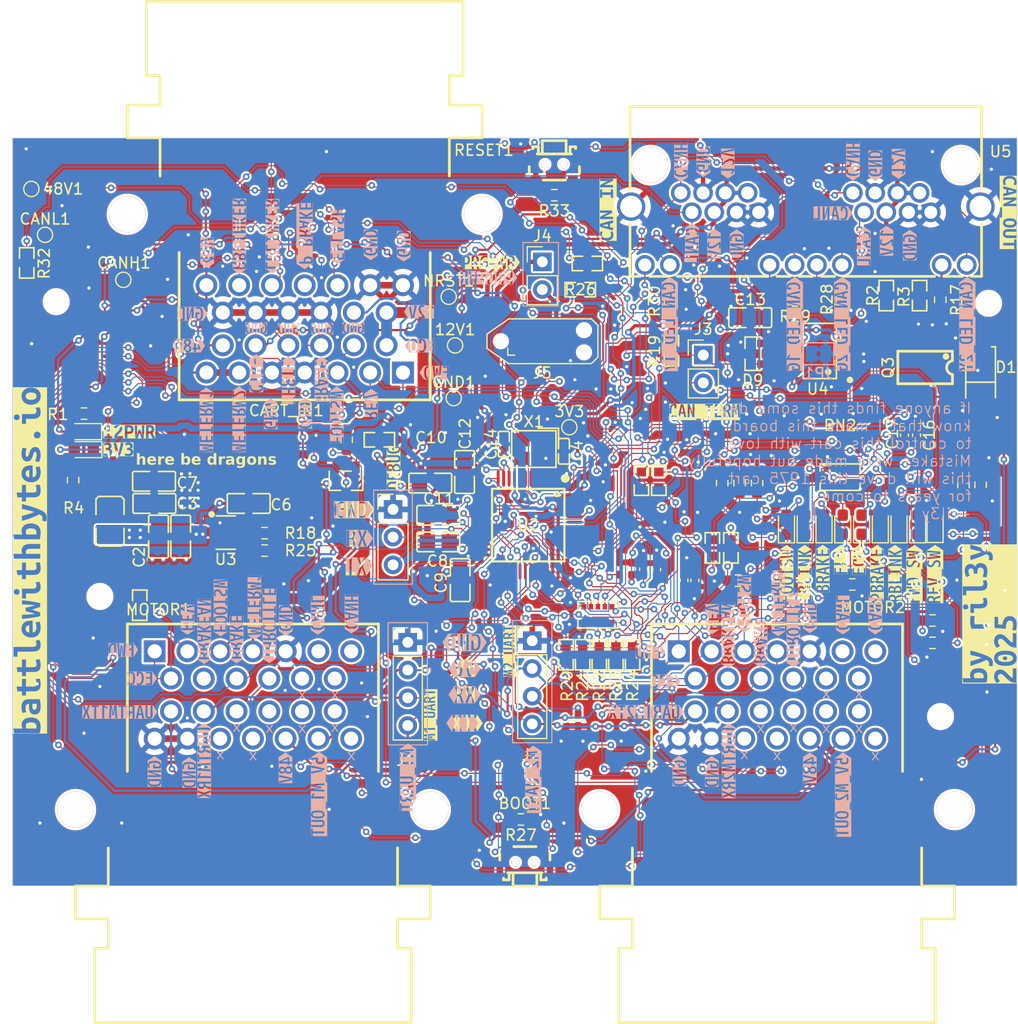
<source format=kicad_pcb>
(kicad_pcb (version 20241229) (generator "pcbnew") (generator_version "9.0")
  (layers (0 "F.Cu" signal) (4 "In1.Cu" signal) (6 "In2.Cu" signal) (2 "B.Cu" signal) (13 "F.Paste" user) (15 "B.Paste" user) (5 "F.SilkS" user "F.Silkscreen") (7 "B.SilkS" user "B.Silkscreen") (1 "F.Mask" user) (3 "B.Mask" user) (25 "Edge.Cuts" user))
  (net 0 "")
  (net 1 "REV-SW")
  (net 2 "METER_M1")
  (net 3 "FOOT_SW")
  (net 4 "ECO")
  (net 5 "BRAKE_12V")
  (net 6 "METER_M2")
  (net 7 "FWD")
  (net 8 "CONTACTOR_NEG")
  (net 9 "Net-(D3-K)")
  (net 10 "THROTTLE")
  (net 11 "Net-(D4-K)")
  (net 12 "Net-(Q3-G)")
  (net 13 "Net-(D5-K)")
  (net 14 "Net-(D6-K)")
  (net 15 "Net-(D7-K)")
  (net 16 "Net-(D8-K)")
  (net 17 "M1_UART_TX")
  (net 18 "M1_UART_RX")
  (net 19 "M2_UART_RX")
  (net 20 "M2_UART_TX")
  (net 37 "12V")
  (net 38 "3V3")
  (net 39 "Net-(U3-VBST)")
  (net 40 "48V_KEY_START")
  (net 41 "Net-(J3-Pin_2)")
  (net 43 "SWDIO")
  (net 45 "NRST")
  (net 46 "Net-(J4-Pin_2)")
  (net 47 "Net-(JP1-A)")
  (net 48 "SWNODE")
  (net 49 "Net-(R17-Pad1)")
  (net 50 "Net-(U3-VFB)")
  (net 51 "BRAKE_12V_UC")
  (net 52 "ECO_SW_UC")
  (net 53 "REV_SW_UC")
  (net 54 "FOOT_SW_UC")
  (net 55 "FWD_SW_IN")
  (net 56 "SWO")
  (net 57 "LBLINK_12V_UC")
  (net 58 "RBLINK_12V_UC")
  (net 59 "P_BRAKE_12V_UC")
  (net 60 "EFLASHERS_12V_UC")
  (net 61 "CAN_LED_1_Y")
  (net 64 "CAN_TX ")
  (net 65 "CAN_RX ")
  (net 67 "CAN_LED_2_G")
  (net 69 "CAN_LED_2_Y")
  (net 70 "SWCLK")
  (net 71 "CAN_LED_1_G")
  (net 80 "Net-(Q1-G)")
  (net 81 "BOOT")
  (net 84 "Net-(R28-Pad1)")
  (net 85 "Net-(R29-Pad1)")
  (net 86 "Net-(R30-Pad1)")
  (net 87 "GND")
  (net 88 "OSC_IN")
  (net 89 "OSC_OUT")
  (net 92 "CAN_H")
  (net 93 "CAN_L")
  (net 94 "Net-(J5-Pad4)")
  (net 99 "UART3_RX")
  (net 100 "UART3_TX")
  (net 101 "Net-(D2-K)")
  (net 102 "PARKING_BREAK")
  (net 103 "RBLINKER")
  (net 104 "LBLINKER")
  (net 105 "EFLASHERS")
  (net 106 "Net-(D10-K)")
  (net 107 "Net-(D11-K)")
  (net 108 "Net-(D12-K)")
  (net 109 "Net-(D13-K)")
  (net 110 "CAN_L_M1")
  (net 111 "CAN_H_M1")
  (net 112 "CAN_H_M2")
  (net 113 "CAN_L_M2")
  (net 114 "Net-(R15-Pad1)")
  (net 115 "5V_OUT_M1")
  (net 116 "ECO_UC_GATE")
  (footprint "easyeda2kicad:R0603" (layer "F.Cu") (at 113.1 66.55 90)
    (property "Reference" "R9" (hide yes))
    (property "Value" "34k" (hide yes))
  )
  (footprint "Capacitor_SMD:C_0402_1005Metric_Pad0.74x0.62mm_HandSolder" (layer "F.Cu") (at 130.7 56.2325 -90)
    (property "Reference" "C17")
    (property "Value" ".1uf" (hide yes))
  )
  (footprint "TestPoint:TestPoint_Pad_D1.0mm" (layer "F.Cu") (at 89.408 52.832)
    (property "Reference" "GND1")
    (property "Value" "GND")
  )
  (footprint "easyeda2kicad:SOP-8_L4.9-W3.9-P1.27-LS6.0-BL" (layer "F.Cu") (at 132.588 50.038 180)
    (property "Reference" "Q3")
    (property "Value" "IRF7493TRPBF" (hide yes))
  )
  (footprint "Resistor_SMD:R_0603_1608Metric_Pad0.98x0.95mm_HandSolder" (layer "F.Cu") (at 124.968 43.7915 -90)
    (property "Reference" "R28")
    (property "Value" "220")
  )
  (footprint "kibuzzard-68770779" (layer "F.Cu") (at 80.8 65.685274)
    (property "Reference" "kibuzzard-68770779" (hide yes))
    (property "Value" "G***" (hide yes))
  )
  (footprint "Resistor_SMD:R_0603_1608Metric_Pad0.98x0.95mm_HandSolder" (layer "F.Cu") (at 114 60.6125 90)
    (property "Reference" "R5" (hide yes))
    (property "Value" "1k" (hide yes))
  )
  (footprint "Resistor_SMD:R_0603_1608Metric_Pad0.98x0.95mm_HandSolder" (layer "F.Cu") (at 79.6 56.65 90)
    (property "Reference" "R36" (hide yes))
    (property "Value" "220" (hide yes))
  )
  (footprint "TestPoint:TestPoint_Pad_D1.0mm" (layer "F.Cu") (at 89.535 48.006)
    (property "Reference" "12V1")
    (property "Value" "12V")
  )
  (footprint "easyeda2kicad:R0603" (layer "F.Cu") (at 114.8 66.55 90)
    (property "Reference" "R34" (hide yes))
    (property "Value" "10k" (hide yes))
  )
  (footprint "Resistor_SMD:R_0603_1608Metric_Pad0.98x0.95mm_HandSolder" (layer "F.Cu") (at 109.22 43.954 -90)
    (property "Reference" "R30")
    (property "Value" "220")
  )
  (footprint "easyeda2kicad:R0603" (layer "F.Cu") (at 104.267 76.339 90)
    (property "Reference" "R23")
    (property "Value" "34k")
  )
  (footprint "Capacitor_SMD:C_0402_1005Metric_Pad0.74x0.62mm_HandSolder" (layer "F.Cu") (at 105.7 68.4675 90)
    (property "Reference" "C22" (hide yes))
    (property "Value" ".1uf" (hide yes))
  )
  (footprint "kibuzzard-6880465E" (layer "F.Cu") (at 92.85 40.4)
    (property "Reference" "kibuzzard-6880465E" (hide yes))
    (property "Value" "G***" (hide yes))
  )
  (footprint "Capacitor_SMD:C_0402_1005Metric_Pad0.74x0.62mm_HandSolder" (layer "F.Cu") (at 111.5 69.5325 -90)
    (property "Reference" "C18" (hide yes))
    (property "Value" ".1uf" (hide yes))
  )
  (footprint "kibuzzard-6876FBFD" (layer "F.Cu") (at 103.55 35.575 90)
    (property "Reference" "kibuzzard-6876FBFD" (hide yes))
    (property "Value" "G***" (hide yes))
  )
  (footprint "kibuzzard-685E9548" (layer "F.Cu") (at 131.606336 68.925343 90)
    (property "Reference" "kibuzzard-685E9548" (hide yes))
    (property "Value" "G***" (hide yes))
  )
  (footprint "easyeda2kicad:R0603" (layer "F.Cu") (at 109.347 48.502 90)
    (property "Reference" "R19")
    (property "Value" "120")
  )
  (footprint "LED_SMD:LED_0603_1608Metric_Pad1.05x0.95mm_HandSolder" (layer "F.Cu") (at 121.606667 64.425 90)
    (property "Reference" "D10" (hide yes))
    (property "Value" "LED" (hide yes))
  )
  (footprint "Resistor_SMD:R_0603_1608Metric_Pad0.98x0.95mm_HandSolder" (layer "F.Cu") (at 95.5625 91.425 180)
    (property "Reference" "R27")
    (property "Value" "10k" (hide yes))
  )
  (footprint "kibuzzard-685E93BF" (layer "F.Cu") (at 119.9 68.885617 90)
    (property "Reference" "kibuzzard-685E93BF" (hide yes))
    (property "Value" "G***" (hide yes))
  )
  (footprint "easyeda2kicad:CRYSTAL-SMD_4P-L3.2-W2.5-BL" (layer "F.Cu") (at 96.75 57.5 180)
    (property "Reference" "X1")
    (property "Value" "7B008000F01" (hide yes))
  )
  (footprint "easyeda2kicad:R0603" (layer "F.Cu") (at 101.219 76.339 90)
    (property "Reference" "R21")
    (property "Value" "34k")
  )
  (footprint "Capacitor_SMD:C_0402_1005Metric_Pad0.74x0.62mm_HandSolder" (layer "F.Cu") (at 104.6 68.4325 90)
    (property "Reference" "C15" (hide yes))
    (property "Value" ".1uf" (hide yes))
  )
  (footprint "Resistor_SMD:R_0603_1608Metric_Pad0.98x0.95mm_HandSolder" (layer "F.Cu") (at 133.975 43.825 -90)
    (property "Reference" "R17")
    (property "Value" "220" (hide yes))
  )
  (footprint "Connector_PinHeader_2.54mm:PinHeader_1x04_P2.54mm_Vertical" (layer "F.Cu") (at 85.2 75.2)
    (property "Reference" "J1")
    (property "Value" "M1 UART")
  )
  (footprint "kibuzzard-6861DCF7" (layer "F.Cu") (at 138.5 72.6 90)
    (property "Reference" "kibuzzard-6861DCF7" (hide yes))
    (property "Value" "G***" (hide yes))
  )
  (footprint "easyeda2kicad:R0603" (layer "F.Cu") (at 60.65 71.8 90)
    (property "Reference" "R35" (hide yes))
    (property "Value" "10k" (hide yes))
  )
  (footprint "Connector_PinHeader_2.54mm:PinHeader_1x02_P2.54mm_Vertical" (layer "F.Cu") (at 97.525 40.35)
    (property "Reference" "J4")
    (property "Value" "PWR")
  )
  (footprint "kibuzzard-6876FB54" (layer "F.Cu") (at 59.7 55.9)
    (property "Reference" "kibuzzard-6876FB54" (hide yes))
    (property "Value" "G***" (hide yes))
  )
  (footprint "TestPoint:TestPoint_Pad_D1.0mm" (layer "F.Cu") (at 51.975 37.875)
    (property "Reference" "CANL1")
    (property "Value" "CANL" (hide yes))
  )
  (footprint "kibuzzard-685E9559" (layer "F.Cu") (at 123.210617 68.443425 90)
    (property "Reference" "kibuzzard-685E9559" (hide yes))
    (property "Value" "G***" (hide yes))
  )
  (footprint "easyeda2kicad:CONN-TH_9-6437287-8" (layer "F.Cu") (at 119.0216 80.0232)
    (property "Reference" "MOTOR2")
    (property "Value" "9-6437287-8")
  )
  (footprint "Capacitor_SMD:C_0402_1005Metric_Pad0.74x0.62mm_HandSolder" (layer "F.Cu") (at 131.8 56.2325 -90)
    (property "Reference" "C16")
    (property "Value" ".1uf" (hide yes))
  )
  (footprint "LED_SMD:LED_0603_1608Metric_Pad1.05x0.95mm_HandSolder" (layer "F.Cu") (at 55.525 57.55 180)
    (property "Reference" "D5" (hide yes))
    (property "Value" "3V3 PWR" (hide yes))
  )
  (footprint "LED_SMD:LED_0603_1608Metric_Pad1.05x0.95mm_HandSolder" (layer "F.Cu") (at 126.762667 64.425 90)
    (property "Reference" "D6" (hide yes))
    (property "Value" "LED")
  )
  (footprint "kibuzzard-685E91F9" (layer "F.Cu") (at 90.4 77.6)
    (property "Reference" "kibuzzard-685E91F9" (hide yes))
    (property "Value" "G***" (hide yes))
  )
  (footprint "kibuzzard-685E9594" (layer "F.Cu") (at 112.4 54.1)
    (property "Reference" "kibuzzard-685E9594" (hide yes))
    (property "Value" "G***" (hide yes))
  )
  (footprint "Resistor_SMD:R_0603_1608Metric_Pad0.98x0.95mm_HandSolder" (layer "F.Cu") (at 98.625 34.25 180)
    (property "Reference" "R33")
    (property "Value" "10k")
  )
  (footprint "easyeda2kicad:C0805" (layer "F.Cu") (at 61.992 62.484 180)
    (property "Reference" "C3")
    (property "Value" "22uF")
  )
  (footprint "Resistor_SMD:R_0603_1608Metric_Pad0.98x0.95mm_HandSolder" (layer "F.Cu") (at 136.1 60.7875 90)
    (property "Reference" "R14" (hide yes))
    (property "Value" "1k" (hide yes))
  )
  (footprint "easyeda2kicad:R0603" (layer "F.Cu") (at 106.6 60.35 90)
    (property "Reference" "R10" (hide yes))
    (property "Value" "34k" (hide yes))
  )
  (footprint "Capacitor_SMD:C_0402_1005Metric_Pad0.74x0.62mm_HandSolder" (layer "F.Cu") (at 100.8 82.3 -90)
    (property "Reference" "C21" (hide yes))
    (property "Value" ".1uf" (hide yes))
  )
  (footprint "easyeda2kicad:RES-ARRAY-SMD_1206-L3.2-W1.6-P0.64" (layer "F.Cu") (at 102.616 72.676)
    (property "Reference" "RN1" (hide yes))
    (property "Value" "10k" (hide yes))
  )
  (footprint "Connector_PinHeader_2.54mm:PinHeader_1x02_P2.54mm_Vertical" (layer "F.Cu") (at 112.268 48.895)
    (property "Reference" "J3")
    (property "Value" "TERM")
  )
  (footprint "easyeda2kicad:C0805" (layer "F.Cu") (at 90 69.5 90)
    (property "Reference" "C9")
    (property "Value" ".1uf")
  )
  (footprint "easyeda2kicad:KEY-SMD_1TS003B" (layer "F.Cu") (at 95.925 94.9525)
    (property "Reference" "BOOT1")
    (property "Value" "1TS003B-1400-3500A" (hide yes))
  )
  (footprint "kibuzzard-685E93FF" (layer "F.Cu") (at 126.521233 67.644521 90)
    (property "Reference" "kibuzzard-685E93FF" (hide yes))
    (property "Value" "G***" (hide yes))
  )
  (footprint "easyeda2kicad:R0603" (layer "F.Cu") (at 50.3 40.45 90)
    (property "Reference" "R32")
    (property "Value" "34k" (hide yes))
  )
  (footprint "easyeda2kicad:R0603" (layer "F.Cu") (at 108.2 60.35 90)
    (property "Reference" "R15" (hide yes))
    (property "Value" "10k" (hide yes))
  )
  (footprint "easyeda2kicad:R0603" (layer "F.Cu") (at 132.08 43.446 -90)
    (property "Reference" "R3")
    (property "Value" "100K" (hide yes))
  )
  (footprint "TestPoint:TestPoint_Pad_D1.0mm" (layer "F.Cu") (at 50.725 33.675)
    (property "Reference" "48V1")
    (property "Value" "48V" (hide yes))
  )
  (footprint "TestPoint:TestPoint_Pad_D1.0mm" (layer "F.Cu") (at 88.95 43.55)
    (property "Reference" "NRST1")
    (property "Value" "NRST")
  )
  (footprint "Resistor_SMD:R_0603_1608Metric_Pad0.98x0.95mm_HandSolder" (layer "F.Cu") (at 125.9125 69.9)
    (property "Reference" "R7" (hide yes))
    (property "Value" "1k" (hide yes))
  )
  (footprint "easyeda2kicad:C0805" (layer "F.Cu") (at 88 63.569 180)
    (property "Reference" "C11")
    (property "Value" ".1uf" (hide yes))
  )
  (footprint "LED_SMD:LED_0603_1608Metric_Pad1.05x0.95mm_HandSolder" (layer "F.Cu") (at 123.325333 64.425 90)
    (property "Reference" "D4" (hide yes))
    (property "Value" "LED")
  )
  (footprint "MountingHole:MountingHole_2mm" (layer "F.Cu") (at 138.4 44.15)
    (property "Reference" "H4" (hide yes))
    (property "Value" "MountingHole" (hide yes))
  )
  (footprint "kibuzzard-6876FB65" (layer "F.Cu") (at 58.7 57.525)
    (property "Reference" "kibuzzard-6876FB65" (hide yes))
    (property "Value" "G***" (hide yes))
  )
  (footprint "Fiducial:Fiducial_0.5mm_Mask1.5mm" (layer "F.Cu") (at 51.435 31.115)
    (property "Reference" "FID1" (hide yes))
    (property "Value" "Fiducial" (hide yes))
  )
  (footprint "Resistor_SMD:R_0603_1608Metric_Pad0.98x0.95mm_HandSolder" (layer "F.Cu") (at 133.2625 75.25 180)
    (property "Reference" "R13" (hide yes))
    (property "Value" "1k" (hide yes))
  )
  (footprint "Capacitor_SMD:C_0402_1005Metric_Pad0.74x0.62mm_HandSolder" (layer "F.Cu") (at 106.8 68.5 90)
    (property "Reference" "C1" (hide yes))
    (property "Value" ".1uf" (hide yes))
  )
  (footprint "Resistor_SMD:R_0603_1608Metric_Pad0.98x0.95mm_HandSolder" (layer "F.Cu") (at 55.55 54.25 180)
    (property "Reference" "R1")
    (property "Value" "4.7k")
  )
  (footprint "Fiducial:Fiducial_0.5mm_Mask1.5mm" (layer "F.Cu") (at 50.8 95.885)
    (property "Reference" "FID3" (hide yes))
    (property "Value" "Fiducial" (hide yes))
  )
  (footprint "MountingHole:MountingHole_2mm" (layer "F.Cu") (at 134 82)
    (property "Reference" "H2" (hide yes))
    (property "Value" "MountingHole")
  )
  (footprint "kibuzzard-6880441F" (layer "F.Cu") (at 121.555308 68.864247 90)
    (property "Reference" "kibuzzard-6880441F" (hide yes))
    (property "Value" "G***" (hide yes))
  )
  (footprint "LED_SMD:LED_0603_1608Metric_Pad1.05x0.95mm_HandSolder" (layer "F.Cu") (at 125.044 64.425 90)
    (property "Reference" "D11" (hide yes))
    (property "Value" "LED" (hide yes))
  )
  (footprint "Capacitor_SMD:C_0402_1005Metric_Pad0.74x0.62mm_HandSolder" (layer "F.Cu") (at 110.5 69.5325 90)
    (property "Reference" "C19" (hide yes))
    (property "Value" ".1uf" (hide yes))
  )
  (footprint "Resistor_SMD:R_0603_1608Metric_Pad0.98x0.95mm_HandSolder" (layer "F.Cu") (at 137.668 60.7815 -90)
    (property "Reference" "R16" (hide yes))
    (property "Value" "1k" (hide yes))
  )
  (footprint "easyeda2kicad:C0402" (layer "F.Cu") (at 99.5 57.7 -90)
    (property "Reference" "C4")
    (property "Value" "12pF" (hide yes))
  )
  (footprint "kibuzzard-685E9542" (layer "F.Cu") (at 133.5 68.95 90)
    (property "Reference" "kibuzzard-685E9542" (hide yes))
    (property "Value" "G***" (hide yes))
  )
  (footprint "kibuzzard-68770772" (layer "F.Cu") (at 80.4 63.05)
    (property "Reference" "kibuzzard-68770772" (hide yes))
    (property "Value" "G***" (hide yes))
  )
  (footprint "kibuzzard-68804490" (layer "F.Cu") (at 128.176541 68.854384 90)
    (property "Reference" "kibuzzard-68804490" (hide yes))
    (property "Value" "G***" (hide yes))
  )
  (footprint "easyeda2kicad:RJ45-TH_HCTL_HC-RJ45-5JA-2-2-Y" (layer "F.Cu") (at 121.658 37.334 180)
    (property "Reference" "U5")
    (property "Value" "HC-RJ45-5JA-2-2")
  )
  (footprint "easyeda2kicad:C0805" (layer "F.Cu") (at 64.4 65.516 -90)
    (property "Reference" "C5" (hide yes))
    (property "Value" ".1uf")
  )
  (footprint "easyeda2kicad:R0603" (layer "F.Cu") (at 101.65 40.5 180)
    (property "Reference" "R31" (hide yes))
    (property "Value" "34k" (hide yes))
  )
  (footprint "kibuzzard-685E91E6" (layer "F.Cu") (at 90.6 82.6)
    (property "Reference" "kibuzzard-685E91E6" (hide yes))
    (property "Value" "G***" (hide yes))
  )
  (footprint "LED_SMD:LED_0603_1608Metric_Pad1.05x0.95mm_HandSolder" (layer "F.Cu") (at 128.481333 64.425 90)
    (property "Reference" "D13" (hide yes))
    (property "Value" "LED" (hide yes))
  )
  (footprint "easyeda2kicad:C0805" (layer "F.Cu") (at 87.265 60.619 180)
    (property "Reference" "C10")
    (property "Value" ".1uf" (hide yes))
  )
  (footprint "Resistor_SMD:R_0603_1608Metric_Pad0.98x0.95mm_HandSolder" (layer "F.Cu") (at 117.2 60.6125 90)
    (property "Reference" "R12" (hide yes))
    (property "Value" "1k" (hide yes))
  )
  (footprint "easyeda2kicad:CONN-TH_9-6437287-8" (layer "F.Cu") (at 75.7598 46.4942 180)
    (property "Reference" "CART_IN1")
    (property "Value" "9-6437287-8")
  )
  (footprint "easyeda2kicad:R0603" (layer "F.Cu") (at 99.695 76.339 90)
    (property "Reference" "R20")
    (property "Value" "34k")
  )
  (footprint "easyeda2kicad:L1008" (layer "F.Cu") (at 57.912 64.108 -90)
    (property "Reference" "L1" (hide yes))
    (property "Value" "2.2uH" (hide yes))
  )
  (footprint "Resistor_SMD:R_0603_1608Metric_Pad0.98x0.95mm_HandSolder" (layer "F.Cu") (at 54.55 60.35 -90)
    (property "Reference" "R4")
    (property "Value" "1k")
  )
  (footprint "Fiducial:Fiducial_0.5mm_Mask1.5mm" (layer "F.Cu") (at 139.375 40.55)
    (property "Reference" "FID2" (hide yes))
    (property "Value" "Fiducial" (hide yes))
  )
  (footprint "MountingHole:MountingHole_2mm" (layer "F.Cu") (at 53 44)
    (property "Reference" "H1" (hide yes))
    (property "Value" "MountingHole")
  )
  (footprint "kibuzzard-685E91EE" (layer "F.Cu") (at 90.4 80)
    (property "Reference" "kibuzzard-685E91EE" (hide yes))
    (property "Value" "G***" (hide yes))
  )
  (footprint "easyeda2kicad:R0603" (layer "F.Cu") (at 105.791 76.339 -90)
    (property "Reference" "R24")
    (property "Value" "34k")
  )
  (footprint "LED_SMD:LED_0603_1608Metric_Pad1.05x0.95mm_HandSolder" (layer "F.Cu") (at 119.888 64.425 90)
    (property "Reference" "D3" (hide yes))
    (property "Value" "LED")
  )
  (footprint "easyeda2kicad:C0805" (layer "F.Cu") (at 62.368 65.516 -90)
    (property "Reference" "C2")
    (property "Value" "10uF")
  )
  (footprint "LED_SMD:LED_0603_1608Metric_Pad1.05x0.95mm_HandSolder" (layer "F.Cu") (at 55.5 55.9 180)
    (property "Reference" "D2" (hide yes))
    (property "Value" "12V PWR" (hide yes))
  )
  (footprint "Resistor_SMD:R_0603_1608Metric_Pad0.98x0.95mm_HandSolder" (layer "F.Cu") (at 115.45 69.55 180)
    (property "Reference" "R6" (hide yes))
    (property "Value" "1k" (hide yes))
  )
  (footprint "Connector_PinHeader_2.54mm:PinHeader_1x04_P2.54mm_Vertical" (layer "F.Cu") (at 96.6 75.06)
    (property "Reference" "J2")
    (property "Value" "M2 UART")
  )
  (footprint "Resistor_SMD:R_0603_1608Metric_Pad0.98x0.95mm_HandSolder" (layer "F.Cu") (at 120.675 43.9)
    (property "Reference" "R29")
    (property "Value" "220")
  )
  (footprint "easyeda2kicad:C0805" (layer "F.Cu") (at 90.4 59.6 -90)
    (property "Reference" "C12")
    (property "Value" "10uF")
  )
  (footprint "easyeda2kicad:C0805" (layer "F.Cu") (at 70.628 62.484 180)
    (property "Reference" "C6")
    (property "Value" ".1uf")
  )
  (footprint "Connector_PinHeader_2.54mm:PinHeader_1x03_P2.54mm_Vertical" (layer "F.Cu") (at 83.85 63.025)
    (property "Reference" "J6" (hide yes))
    (property "Value" "DEBUG")
  )
  (footprint "kibuzzard-68782F7C" (layer "F.Cu") (at 94.55 76 90)
    (property "Reference" "kibuzzard-68782F7C" (hide yes))
    (property "Value" "G***" (hide yes))
  )
  (footprint "kibuzzard-687707B9" (layer "F.Cu") (at 83.9 59.2 90)
    (property "Reference" "kibuzzard-687707B9" (hide yes))
    (property "Value" "G***" (hide yes))
  )
  (footprint "kibuzzard-685E91D4" (layer "F.Cu") (at 90.4 75.2)
    (property "Reference" "kibuzzard-685E91D4" (hide yes))
    (property "Value" "G***" (hide yes))
  )
  (footprint "easyeda2kicad:C0805" (layer "F.Cu") (at 88 66 180)
    (property "Reference" "C8")
    (property "Value" ".1uf")
  )
  (footprint "easyeda2kicad:C0805" (layer "F.Cu") (at 61.96 60.452 180)
    (property "Reference" "C7")
    (property "Value" "22uF")
  )
  (footprint "easyeda2kicad:R0603" (layer "F.Cu") (at 129.032 43.446 -90)
    (property "Reference" "R2")
    (property "Value" "10k")
  )
  (footprint "easyeda2kicad:SOT-23-3_L2.9-W1.3-P1.90-LS2.4-BR" (layer "F.Cu") (at 116.824 48.768)
    (property "Reference" "D9")
    (property "Value" "SM712_C521963" (hide yes))
  )
  (footprint "LED_SMD:LED_0603_1608Metric_Pad1.05x0.95mm_HandSolder" (layer "F.Cu") (at 133.5 64.4 90)
    (property "Reference" "D8" (hide yes))
    (property "Value" "LED" (hide yes))
  )
  (footprint "easyeda2kicad:SOIC-8_L4.9-W3.9-P1.27-LS6.0-BL" (layer "F.Cu") (at 122.936 48.514 90)
    (property "Reference" "U4")
    (property "Value" "SN65HVD230DR" (hide yes))
  )
  (footprint "easyeda2kicad:LQFP-48_L7.0-W7.0-P0.50-LS9.0-BL" (layer "F.Cu") (at 96.23 64.448 180)
    (property "Reference" "U2")
    (property "Value" "STM32F103C8T6" (hide yes))
  )
  (footprint "easyeda2kicad:SMA_L4.3-W2.6-LS5.0-RD" (layer "F.Cu") (at 137.668 50.292 90)
    (property "Reference" "D1")
    (property "Value" "SS510_C513471" (hide yes))
  )
  (footprint "easyeda2kicad:C0402" (layer "F.Cu") (at 94 57.05 -90)
    (property "Reference" "C14")
    (property "Value" "12pF" (hide yes))
  )
  (footprint "easyeda2kicad:CONN-TH_9-6437287-8" (layer "F.Cu") (at 71.0156 80.0232)
    (property "Reference" "MOTOR1")
    (property "Value" "9-6437287-8")
  )
  (footprint "easyeda2kicad:R0603" (layer "F.Cu") (at 102.743 76.339 90)
    (property "Reference" "R22")
    (property "Value" "34k")
  )
  (footprint "TestPoint:TestPoint_Pad_D1.0mm" (layer "F.Cu") (at 59.15 42)
    (property "Reference" "CANH1")
    (property "Value" "CANH" (hide yes))
  )
  (footprint "LED_SMD:LED_0603_1608Metric_Pad1.05x0.95mm_HandSolder" (layer "F.Cu") (at 130.2 64.425 90)
    (property "Reference" "D12" (hide yes))
    (property "Value" "RBLINKLED" (hide yes))
  )
  (footprint "kibuzzard-6876FC11" (layer "F.Cu") (at 140.2 35.825 -90)
    (property "Reference" "kibuzzard-6876FC11" (hide yes))
    (property "Value" "G***" (hide yes))
  )
  (footprint "MountingHole:MountingHole_2mm" (layer "F.Cu") (at 57 71)
    (property "Reference" "H3" (hide yes))
    (property "Value" "MountingHole")
  )
  (footprint "Resistor_SMD:R_0603_1608Metric_Pad0.98x0.95mm_HandSolder" (layer "F.Cu") (at 72.0875 65.2 180)
    (property "Reference" "R18")
    (property "Value" "10k")
  )
  (footprint "easyeda2kicad:RES-ARRAY-SMD_1206-L3.2-W1.6-P0.64" (layer "F.Cu") (at 124.8 60.07)
    (property "Reference" "RN2")
    (property "Value" "10k" (hide yes))
  )
  (footprint "easyeda2kicad:SOT-23-3_L2.9-W1.6-P1.90-LS2.8-BR" (layer "F.Cu") (at 79.55 60.4 90)
    (property "Reference" "Q1" (hide yes))
    (property "Value" "BSS138" (hide yes))
  )
  (footprint "easyeda2kicad:TSOT-23-6_L2.9-W1.6-P0.95-LS2.8-BR" (layer "F.Cu") (at 68.5245 65.151 180)
    (property "Reference" "U3")
    (property "Value" "TPS561208DDCR" (hide yes))
  )
  (footprint "LED_SMD:LED_0603_1608Metric_Pad1.05x0.95mm_HandSolder" (layer "F.Cu") (at 131.9 64.425 90)
    (property "Reference" "D7" (hide yes))
    (property "Value" "LED" (hide yes))
  )
  (footprint "easyeda2kicad:KEY-SMD_1TS003B" (layer "F.Cu") (at 98.625 31.8225 180)
    (property "Reference" "RESET1")
    (property "Value" "1TS003B-1400-3500A" (hide yes))
  )
  (footprint "easyeda2kicad:R0603" (layer "F.Cu") (at 82.6 56.65)
    (property "Reference" "R37" (hide yes))
    (property "Value" "100k" (hide yes))
  )
  (footprint "easyeda2kicad:C0805" (layer "F.Cu") (at 116.57 45.466 180)
    (property "Reference" "C13")
    (property "Value" ".1uf")
  )
  (footprint "kibuzzard-68804511" (layer "F.Cu") (at 87.3 81.85 90)
    (property "Reference" "kibuzzard-68804511" (hide yes))
    (property "Value" "G***" (hide yes))
  )
  (footprint "easyeda2kicad:R0603" (layer "F.Cu") (at 101 42.9)
    (property "Reference" "R26")
    (property "Value" "120")
  )
  (footprint "kibuzzard-68804452" (layer "F.Cu") (at 124.865925 67.619863 90)
    (property "Reference" "kibuzzard-68804452" (hide yes))
    (property "Value" "G***" (hide yes))
  )
  (footprint "Resistor_SMD:R_0603_1608Metric_Pad0.98x0.95mm_HandSolder" (layer "F.Cu") (at 115.6 60.6125 90)
    (property "Reference" "R8" (hide yes))
    (property "Value" "1k" (hide yes))
  )
  (footprint "Capacitor_SMD:C_0402_1005Metric_Pad0.74x0.62mm_HandSolder" (layer "F.Cu") (at 108 68.5325 90)
    (property "Reference" "C20" (hide yes))
    (property "Value" ".1uf" (hide yes))
  )
  (footprint "Fiducial:Fiducial_0.5mm_Mask1.5mm" (layer "F.Cu") (at 139.065 95.25)
    (property "Reference" "FID4" (hide yes))
    (property "Value" "Fiducial" (hide yes))
  )
  (footprint "Resistor_SMD:R_0603_1608Metric_Pad0.98x0.95mm_HandSolder" (layer "F.Cu") (at 133.2625 73.2)
    (property "Reference" "R11" (hide yes))
    (property "Value" "1k" (hide yes))
  )
  (footprint "Connector:Tag-Connect_TC2050-IDC-NL_2x05_P1.27mm_Vertical" (layer "F.Cu") (at 97.536 47.625)
    (property "Reference" "J5")
    (property "Value" "TC2050-IDC")
  )
  (footprint "kibuzzard-68770781" (layer "F.Cu") (at 80.725 68.3)
    (property "Reference" "kibuzzard-68770781" (hide yes))
    (property "Value" "G***" (hide yes))
  )
  (footprint "TestPoint:TestPoint_Pad_D1.0mm" (layer "F.Cu") (at 100 55.5)
    (property "Reference" "3V3")
    (property "Value" "3V3")
  )
  (footprint "kibuzzard-688044A1" (layer "F.Cu") (at 129.83185 68.89548 90)
    (property "Reference" "kibuzzard-688044A1" (hide yes))
    (property "Value" "G***" (hide yes))
  )
  (footprint "Resistor_SMD:R_0603_1608Metric_Pad0.98x0.95mm_HandSolder" (layer "F.Cu") (at 72.0875 66.8)
    (property "Reference" "R25")
    (property "Value" "33k")
  )
  (footprint "kibuzzard-6861DCA1" (layer "F.Cu") (at 50.6 67.7 90)
    (property "Reference" "kibuzzard-6861DCA1" (hide yes))
    (property "Value" "G***" (hide yes))
  )
  (footprint "kibuzzard-68782918" (layer "B.Cu") (at 112.275 31.175 90)
    (property "Reference" "kibuzzard-68782918" (hide yes))
    (property "Value" "G***" (hide yes))
  )
  (footprint "kibuzzard-68782984" (layer "B.Cu") (at 74.275 51.2 90)
    (property "Reference" "kibuzzard-68782984" (hide yes))
    (property "Value" "G***" (hide yes))
  )
  (footprint "kibuzzard-685E91E6" (layer "B.Cu") (at 90.2 82.6 180)
    (property "Reference" "kibuzzard-685E91E6" (hide yes))
    (property "Value" "G***" (hide yes))
  )
  (footprint "kibuzzard-68770772" (layer "B.Cu") (at 80.2 63.05)
    (property "Reference" "kibuzzard-68770772" (hide yes))
    (property "Value" "G***" (hide yes))
  )
  (footprint "kibuzzard-68782918" (layer "B.Cu") (at 131.175 38.825 -90)
    (property "Reference" "kibuzzard-68782918" (hide yes))
    (property "Value" "G***" (hide yes))
  )
  (footprint "kibuzzard-68782C33" (layer "B.Cu") (at 74 86.7 -90)
    (property "Reference" "kibuzzard-68782C33" (hide yes))
    (property "Value" "G***" (hide yes))
  )
  (footprint "kibuzzard-68782990" (layer "B.Cu") (at 77.3 51.2 90)
    (property "Reference" "kibuzzard-68782990" (hide yes))
    (property "Value" "G***" (hide yes))
  )
  (footprint "kibuzzard-68782B26" (layer "B.Cu") (at 108.775 78.775 180)
    (property "Reference" "kibuzzard-68782B26" (hide yes))
    (property "Value" "G***" (hide yes))
  )
  (footprint "kibuzzard-6876FD84" (layer "B.Cu") (at 92.6 41.8 180)
    (property "Reference" "kibuzzard-6876FD84" (hide yes))
    (property "Value" "G***" (hide yes))
  )
  (footprint "kibuzzard-685E91EE" (layer "B.Cu") (at 90.4 80 180)
    (property "Reference" "kibuzzard-685E91EE" (hide yes))
    (property "Value" "G***" (hide yes))
  )
  (footprint "kibuzzard-68782B6B" (layer "B.Cu") (at 107.425 76.075 180)
    (property "Reference" "kibuzzard-68782B6B" (hide yes))
    (property "Value" "G***" (hide yes))
  )
  (footprint "kibuzzard-68782937" (layer "B.Cu") (at 77.375 46.475 180)
    (property "Reference" "kibuzzard-68782937" (hide yes))
    (property "Value" "G***" (hide yes))
  )
  (footprint "kibuzzard-68782B9B" (layer "B.Cu") (at 71.15 72 90)
    (property "Reference" "kibuzzard-68782B9B" (hide yes))
    (property "Value" "G***" (hide yes))
  )
  (footprint "kibuzzard-68782841" (layer "B.Cu") (at 81.8 38.8 90)
    (property "Reference" "kibuzzard-68782841" (hide yes))
    (property "Value" "G***" (hide yes))
  )
  (footprint "kibuzzard-68782B7F" (layer "B.Cu") (at 65.025 73.125 90)
    (property "Reference" "kibuzzard-68782B7F" (hide yes))
    (property "Value" "G***" (hide yes))
  )
  (footprint "kibuzzard-68805E53" (layer "B.Cu") (at 72.8 38 90)
    (property "Reference" "kibuzzard-68805E53" (hide yes))
    (property "Value" "G***" (hide yes))
  )
  (footprint "kibuzzard-68782C3E" (layer "B.Cu") (at 125.075 89.15 -90)
    (property "Reference" "kibuzzard-68782C3E" (hide yes))
    (property "Value" "G***" (hide yes))
  )
  (footprint "kibuzzard-687828AA" (layer "B.Cu") (at 72.65 54.275 90)
    (property "Reference" "kibuzzard-687828AA" (hide yes))
    (property "Value" "G***" (hide yes))
  )
  (footprint "kibuzzard-68782918" (layer "B.Cu") (at 128.025 31.55 90)
    (property "Reference" "kibuzzard-68782918" (hide yes))
    (property "Value" "G***" (hide yes))
  )
  (footprint "kibuzzard-68782A08" (layer "B.Cu") (at 126.975 38.9 -90)
    (property "Reference" "kibuzzard-68782A08" (hide yes))
    (property "Value" "G***" (hide yes))
  )
  (footprint "kibuzzard-68782A08" (layer "B.Cu") (at 111.225 38.6 -90)
    (property "Reference" "kibuzzard-68782A08" (hide yes))
    (property "Value" "G***" (hide yes))
  )
  (footprint "kibuzzard-68782B8A" (layer "B.Cu") (at 68.05 72.05 90)
    (property "Reference" "kibuzzard-68782B8A" (hide yes))
    (property "Value" "G***" (hide yes))
  )
  (footprint "kibuzzard-68782C4C" (layer "B.Cu") (at 77.075 89.1 -90)
    (property "Reference" "kibuzzard-68782C4C" (hide yes))
    (property "Value" "G***" (hide yes))
  )
  (footprint "kibuzzard-68805E6D" (layer "B.Cu") (at 75.75 38 90)
    (property "Reference" "kibuzzard-68805E6D" (hide yes))
    (property "Value" "G***" (hide yes))
  )
  (footprint "kibuzzard-685E95BA" (layer "B.Cu") (at 85.225 87.55 -90)
    (property "Reference" "kibuzzard-685E95BA" (hide yes))
    (property "Value" "G***" (hide yes))
  )
  (footprint "kibuzzard-685E91D4" (layer "B.Cu") (at 90.4 75.2 180)
    (property "Reference" "kibuzzard-685E91D4" (hide yes))
    (property "Value" "G***" (hide yes))
  )
  (footprint "kibuzzard-68782BD3" (layer "B.Cu") (at 117.525 75.35 90)
    (property "Reference" "kibuzzard-68782BD3" (hide yes))
    (property "Value" "G***" (hide yes))
  )
  (footprint "kibuzzard-68782C33" (layer "B.Cu") (at 122.025 86.7 -90)
    (property "Reference" "kibuzzard-68782C33" (hide yes))
    (property "Value" "G***" (hide yes))
  )
  (footprint "kibuzzard-68805E5A" (layer "B.Cu") (at 69.775 38 90)
    (property "Reference" "kibuzzard-68805E5A" (hide yes))
    (property "Value" "G***" (hide yes))
  )
  (footprint "kibuzzard-68782BAF" (layer "B.Cu") (at 119.125 71.625 90)
    (property "Reference" "kibuzzard-68782BAF" (hide yes))
    (property "Value" "G***" (hide yes))
  )
  (footprint "kibuzzard-68782841" (layer "B.Cu") (at 84.825 38.925 90)
    (property "Reference" "kibuzzard-68782841" (hide yes))
    (property "Value" "G***" (hide yes))
  )
  (footprint "kibuzzard-68782918" (layer "B.Cu") (at 113.05 87.025 -90)
    (property "Reference" "kibuzzard-68782918" (hide yes))
    (property "Value" "G***" (hide yes))
  )
  (footprint "kibuzzard-68782C24" (layer "B.Cu") (at 114.6 86.05 -90)
    (property "Reference" "kibuzzard-68782C24" (hide yes))
    (property "Value" "G***" (hide yes))
  )
  (footprint "kibuzzard-68782976" (layer "B.Cu") (at 71.325 50.55 90)
    (property "Reference" "kibuzzard-68782976" (hide yes))
    (property "Value" "G***" (hide yes))
  )
  (footprint "kibuzzard-687829ED" (layer "B.Cu") (at 114.517637 31.347346 90)
    (property "Reference" "kibuzzard-687829ED" (hide yes))
    (property "Value" "G***" (hide yes))
  )
  (footprint "kibuzzard-68805E74" (layer "B.Cu") (at 78.75 38 90)
    (property "Reference" "kibuzzard-68805E74" (hide yes))
    (property "Value" "G***" (hide yes))
  )
  (footprint "kibuzzard-68782A08" (layer "B.Cu") (at 76.95 72.725 90)
    (property "Reference" "kibuzzard-68782A08" (hide yes))
    (property "Value" "G***" (hide yes))
  )
  (footprint "kibuzzard-6878290A" (layer "B.Cu") (at 65.225 48.025 180)
    (property "Reference" "kibuzzard-6878290A" (hide yes))
    (property "Value" "G***" (hide yes))
  )
  (footprint "kibuzzard-68782C17" (layer "B.Cu") (at 66.55 86.025 -90)
    (property "Reference" "kibuzzard-68782C17" (hide yes))
    (property "Value" "G***" (hide yes))
  )
  (footprint "kibuzzard-68782960" (layer "B.Cu") (at 69.75 54.775 90)
    (property "Reference" "kibuzzard-68782960" (hide yes))
    (property "Value" "G***" (hide yes))
  )
  (footprint "kibuzzard-68782BF2" (layer "B.Cu") (at 120.525 74.075 90)
    (property "Reference" "kibuzzard-68782BF2" (hide yes))
    (property "Value" "G***" (hide yes))
  )
  (footprint "kibuzzard-68782877" (layer "B.Cu") (at 86.3 48.025 180)
    (property "Reference" "kibuzzard-68782877" (hide yes))
    (property "Value" "G***" (hide yes))
  )
  (footprint "kibuzzard-68782ACC" (layer "B.Cu") (at 128.025 72.7 90)
    (property "Reference" "kibuzzard-68782ACC" (hide yes))
    (property "Value" "G***" (hide yes))
  )
  (footprint "kibuzzard-68782B6B" (layer "B.Cu") (at 59.15 75.9 180)
    (property "Reference" "kibuzzard-68782B6B" (hide yes))
    (property "Value" "G***" (hide yes))
  )
  (footprint "kibuzzard-68782937" (layer "B.Cu") (at 80.225 46.4 180)
    (property "Reference" "kibuzzard-68782937" (hide yes))
    (property "Value" "G***" (hide yes))
  )
  (footprint "kibuzzard-68782937" (layer "B.Cu") (at 74.3 46.475 180)
    (property "Reference" "kibuzzard-68782937" (hide yes))
    (property "Value" "G***" (hide yes))
  )
  (footprint "kibuzzard-68782D06" (layer "B.Cu") (at 96.7 87.75 -90)
    (property "Reference" "kibuzzard-68782D06" (hide yes))
    (property "Value" "G***" (hide yes))
  )
  (footprint "kibuzzard-68782A08" (layer "B.Cu") (at 124.15 35.9 180)
    (property "Reference" "kibuzzard-68782A08" (hide yes))
    (property "Value" "G***" (hide yes))
  )
  (footprint "kibuzzard-68782918" (layer "B.Cu") (at 122.025 72.95 90)
    (property "Reference" "kibuzzard-68782918" (hide yes))
    (property "Value" "G***" (hide yes))
  )
  (footprint "kibuzzard-68805F93" (layer "B.Cu") (at 109.2 46.05 -90)
    (property "Reference" "kibuzzard-68805F93" (hide yes))
    (property "Value" "G***" (hide yes))
  )
  (footprint "kibuzzard-68782BF2" (layer "B.Cu") (at 72.525 73.688744 90)
    (property "Reference" "kibuzzard-68782BF2" (hide yes))
    (property "Value" "G***" (hide yes))
  )
  (footprint "kibuzzard-68770781" (layer "B.Cu") (at 80.75 68.175)
    (property "Reference" "kibuzzard-68770781" (hide yes))
    (property "Value" "G***" (hide yes))
  )
  (footprint "kibuzzard-68805F7D" (layer "B.Cu") (at 125 46.031918 -90)
    (property "Reference" "kibuzzard-68805F7D" (hide yes))
    (property "Value" "G***" (hide yes))
  )
  (footprint "kibuzzard-68782918" (layer "B.Cu") (at 110.075 86.975 -90)
    (property "Reference" "kibuzzard-68782918" (hide yes))
    (property "Value" "G***" (hide yes))
  )
  (footprint "kibuzzard-68782B56" (layer "B.Cu") (at 58.825 81.575 180)
    (property "Reference" "kibuzzard-68782B56" (hide yes))
    (property "Value" "G***" (hide yes))
  )
  (footprint "kibuzzard-6878272C" (layer "B.Cu") (at 66.825 39.5 90)
    (property "Reference" "kibuzzard-6878272C" (hide yes))
    (property "Value" "G***" (hide yes))
  )
  (footprint "kibuzzard-68782BE1" (layer "B.Cu") (at 114.55 74.575 90)
    (property "Reference" "kibuzzard-68782BE1" (hide yes))
    (property "Value" "G***" (hide yes))
  )
  (footprint "kibuzzard-68782BE1" (layer "B.Cu") (at 66.55 74.188744 90)
    (property "Reference" "kibuzzard-68782BE1" (hide yes))
    (property "Value" "G***" (hide yes))
  )
  (footprint "kibuzzard-68782918" (layer "B.Cu") (at 115.325 38.775 -90)
    (property "Reference" "kibuzzard-68782918" (hide yes))
    (property "Value" "G***" (hide yes))
  )
  (footprint "kibuzzard-68782B7F" (layer "B.Cu") (at 113.075 73.075 90)
    (property "Reference" "kibuzzard-68782B7F" (hide yes))
    (property "Value" "G***" (hide yes))
  )
  (footprint "Jumper:SolderJumper-2_P1.3mm_Bridged2Bar_Pad1.0x1.5mm" (layer "B.Cu") (at 122.824 48.768)
    (property "Reference" "JP1")
    (property "Value" "SolderJumper_2_Bridged" (hide yes))
  )
  (footprint "kibuzzard-68782958" (layer "B.Cu") (at 66.75 54.825 90)
    (property "Reference" "kibuzzard-68782958" (hide yes))
    (property "Value" "G***" (hide yes))
  )
  (footprint "kibuzzard-68782B3B" (layer "B.Cu") (at 107.05 81.575 180)
    (property "Reference" "kibuzzard-68782B3B" (hide yes))
    (property "Value" "G***" (hide yes))
  )
  (footprint "kibuzzard-687829ED" (layer "B.Cu") (at 130.15 31.375 90)
    (property "Reference" "kibuzzard-687829ED" (hide yes))
    (property "Value" "G***" (hide yes))
  )
  (footprint "kibuzzard-687829F5" (layer "B.Cu") (at 110.225 31.225 90)
    (property "Reference" "kibuzzard-687829F5" (hide yes))
    (property "Value" "G***" (hide yes))
  )
  (footprint "kibuzzard-68782A1E" (layer "B.Cu") (at 129.05 38.425 -90)
    (property "Reference" "kibuzzard-68782A1E" (hide yes))
    (property "Value" "G***" (hide yes))
  )
  (footprint "kibuzzard-68782B8A" (layer "B.Cu") (at 116.025 71.675 90)
    (property "Reference" "kibuzzard-68782B8A" (hide yes))
    (property "Value" "G***" (hide yes))
  )
  (footprint "kibuzzard-68782A1E" (layer "B.Cu") (at 113.25 38.675 -90)
    (property "Reference" "kibuzzard-68782A1E" (hide yes))
    (property "Value" "G***" (hide yes))
  )
  (footprint "kibuzzard-68805F52" (layer "B.Cu") (at 120.65 46.031918 -90)
    (property "Reference" "kibuzzard-68805F52" (hide yes))
    (property "Value" "G***" (hide yes))
  )
  (footprint "kibuzzard-68782ACC" (layer "B.Cu") (at 80.05 72.6 90)
    (property "Reference" "kibuzzard-68782ACC" (hide yes))
    (property "Value" "G***" (hide yes))
  )
  (footprint "kibuzzard-685E91F9" (layer "B.Cu") (at 90.4 77.6 180)
    (property "Reference" "kibuzzard-685E91F9" (hide yes))
    (property "Value" "G***" (hide yes))
  )
  (footprint "kibuzzard-68782918" (layer "B.Cu") (at 65.175 87.125 -90)
    (property "Reference" "kibuzzard-68782918" (hide yes))
    (property "Value" "G***" (hide yes))
  )
  (footprint "kibuzzard-68805FB4" (layer "B.Cu") (at 136.45 46.05 -90)
    (property "Reference" "kibuzzard-68805FB4" (hide yes))
    (property "Value" "G***" (hide yes))
  )
  (footprint "kibuzzard-68782918" (layer "B.Cu") (at 65.475 45.1 180)
    (property "Reference" "kibuzzard-68782918" (hide yes))
    (property "Value" "G***" (hide yes))
  )
  (footprint "kibuzzard-687828AA" (layer "B.Cu") (at 75.8 54.225 90)
    (property "Reference" "kibuzzard-687828AA" (hide yes))
    (property "Value" "G***" (hide yes))
  )
  (footprint "kibuzzard-6878289E" (layer "B.Cu") (at 78.7 54.375 90)
    (property "Reference" "kibuzzard-6878289E" (hide yes))
    (property "Value" "G***" (hide yes))
  )
  (footprint "kibuzzard-68782BD3" (layer "B.Cu") (at 69.525 74.963744 90)
    (property "Reference" "kibuzzard-68782BD3" (hide yes))
    (property "Value" "G***" (hide yes))
  )
  (footprint "kibuzzard-68782A08" (layer "B.Cu") (at 125.05 72.7 90)
    (property "Reference" "kibuzzard-68782A08" (hide yes))
    (property "Value" "G***" (hide yes))
  )
  (footprint "kibuzzard-68770779" (layer "B.Cu") (at 80.8 65.685274)
    (property "Reference" "kibuzzard-68770779" (hide yes))
    (property "Value" "G***" (hide yes))
  )
  (footprint "kibuzzard-68782918" (layer "B.Cu") (at 74.025 73.2 90)
    (property "Reference" "kibuzzard-68782918" (hide yes))
    (property "Value" "G***" (hide yes))
  )
  (footprint "kibuzzard-68782887" (layer "B.Cu") (at 87.625 50.5 180)
    (property "Reference" "kibuzzard-68782887" (hide yes))
    (property "Value" "G***" (hide yes))
  )
  (footprint "kibuzzard-68782B26" (layer "B.Cu") (at 60.85 78.5 180)
    (property "Reference" "kibuzzard-68782B26" (hide yes))
    (property "Value" "G***" (hide yes))
  )
  (footprint "kibuzzard-687829F5" (layer "B.Cu") (at 125.975 31.125 90)
    (property "Reference" "kibuzzard-687829F5" (hide yes))
    (property "Value" "G***" (hide yes))
  )
  (footprint "kibuzzard-68782918" (layer "B.Cu") (at 62 87.025 -90)
    (property "Reference" "kibuzzard-68782918" (hide yes))
    (property "Value" "G***" (hide yes))
  )
  (footprint "kibuzzard-68782937" (layer "B.Cu") (at 71.325 46.425 180)
    (property "Reference" "kibuzzard-68782937" (hide yes))
    (property "Value" "G***" (hide yes))
  )
  (footprint "kibuzzard-68782896" (layer "B.Cu") (at 81.85 53.375 90)
    (property "Reference" "kibuzzard-68782896" (hide yes))
    (property "Value" "G***" (hide yes))
  )
  (footprint "kibuzzard-6878286B" (layer "B.Cu") (at 86.225 44.925 180)
    (property "Reference" "kibuzzard-6878286B" (hide yes))
    (property "Value" "G***" (hide yes))
  )
  (gr_rect (start 83.4 73.4) (end 87 84.6) (stroke (width 0.1)) (fill no) (layer "B.SilkS"))
  (gr_rect (start 94.8 73.2) (end 98.4 84.4) (stroke (width 0.1)) (fill no) (layer "B.SilkS"))
  (gr_rect (start 95.755 38.58) (end 99 44.4) (stroke (width 0.1)) (fill no) (layer "B.SilkS"))
  (gr_rect (start 82.08 61.255) (end 85.62 69.875) (stroke (width 0.1)) (fill no) (layer "B.SilkS"))
  (gr_rect (start 49 29) (end 141 97.5) (stroke (width 0.05)) (fill no) (layer "Edge.Cuts"))
  (gr_text "here be dragons" (at 60.275 59.1 0) (layer "F.SilkS") (effects (font (size 1 1) (thickness 0.25) (bold yes)) (justify left bottom)))
  (gr_text "x" (at 68.5 86 0) (layer "B.SilkS") (effects (font (size 1 1) (thickness 0.1)) (justify left bottom mirror)))
  (gr_text "x" (at 116.5 86 0) (layer "B.SilkS") (effects (font (size 1 1) (thickness 0.1)) (justify left bottom mirror)))
  (gr_text "x" (at 121 83.5 0) (layer "B.SilkS") (effects (font (size 1 1) (thickness 0.1)) (justify left bottom mirror)))
  (gr_text "x" (at 79 83.5 0) (layer "B.SilkS") (effects (font (size 1 1) (thickness 0.1)) (justify left bottom mirror)))
  (gr_text "x" (at 76 80.5 0) (layer "B.SilkS") (effects (font (size 1 1) (thickness 0.1)) (justify left bottom mirror)))
  (gr_text "x" (at 76 83.6 0) (layer "B.SilkS") (effects (font (size 1 1) (thickness 0.1)) (justify left bottom mirror)))
  (gr_text "x" (at 124 80.4 0) (layer "B.SilkS") (effects (font (size 1 1) (thickness 0.1)) (justify left bottom mirror)))
  (gr_text "x" (at 73 83.6 0) (layer "B.SilkS") (effects (font (size 1 1) (thickness 0.1)) (justify left bottom mirror)))
  (gr_text "x" (at 118 83.6 0) (layer "B.SilkS") (effects (font (size 1 1) (thickness 0.1)) (justify left bottom mirror)))
  (gr_text "x" (at 119.5 86.1 0) (layer "B.SilkS") (effects (font (size 1 1) (thickness 0.1)) (justify left bottom mirror)))
  (gr_text "x" (at 79 80.5 0) (layer "B.SilkS") (effects (font (size 1 1) (thickness 0.1)) (justify left bottom mirror)))
  (gr_text "x" (at 70 83.5 0) (layer "B.SilkS") (effects (font (size 1 1) (thickness 0.1)) (justify left bottom mirror)))
  (gr_text "x" (at 127 80.4 0) (layer "B.SilkS") (effects (font (size 1 1) (thickness 0.1)) (justify left bottom mirror)))
  (gr_text "If anyone finds this some day \nknow that I made this board \nto control this cart with love.\nMistakes were made but hopefully\nthis will drive this 1975 cart\nfor years to come.\n-ril3y" (at 136.9 64 0) (layer "B.SilkS") (effects (font (size 1 1) (thickness 0.1)) (justify left bottom mirror)))
  (gr_text "x" (at 71.5 86.1 0) (layer "B.SilkS") (effects (font (size 1 1) (thickness 0.1)) (justify left bottom mirror)))
  (gr_text "x" (at 127 83.6 0) (layer "B.SilkS") (effects (font (size 1 1) (thickness 0.1)) (justify left bottom mirror)))
  (gr_text "x" (at 128.5 86.1 0) (layer "B.SilkS") (effects (font (size 1 1) (thickness 0.1)) (justify left bottom mirror)))
  (gr_text "x" (at 124 83.6 0) (layer "B.SilkS") (effects (font (size 1 1) (thickness 0.1)) (justify left bottom mirror)))
  (gr_text "x" (at 80.5 86.1 0) (layer "B.SilkS") (effects (font (size 1 1) (thickness 0.1)) (justify left bottom mirror)))
  (segment (start 132.9 60.9) (end 133.651 61.651) (width 0.1) (layer "F.Cu") (net 1))
  (segment (start 63.3924 74.4) (end 61.0368 74.4) (width 0.1) (layer "F.Cu") (net 1))
  (segment (start 51.8 65.956975) (end 51.8 54.05) (width 0.1) (layer "F.Cu") (net 1))
  (segment (start 125.591 59.846) (end 125.44 59.695) (width 0.1) (layer "F.Cu") (net 1))
  (segment (start 133.651 61.651) (end 133.651 63.374) (width 0.1) (layer "F.Cu") (net 1))
  (segment (start 54.6554 77.7212) (end 52.1 75.1658) (width 0.1) (layer "F.Cu") (net 1))
  (segment (start 60.0788 77.7212) (end 54.6554 77.7212) (width 0.1) (layer "F.Cu") (net 1))
  (segment (start 65.024322 54.05) (end 64.8829 54.05) (width 0.1) (layer "F.Cu") (net 1))
  (segment (start 132.9 59.8) (end 132.9 60.9) (width 0.1) (layer "F.Cu") (net 1))
  (segment (start 78.230289 54.101) (end 65.075322 54.101) (width 0.1) (layer "F.Cu") (net 1))
  (segment (start 134.2 72) (end 136.6 69.6) (width 0.1) (layer "F.Cu") (net 1))
  (segment (start 130.85 59.65) (end 129.321232 59.65) (width 0.1) (layer "F.Cu") (net 1))
  (segment (start 118.4 72) (end 134.2 72) (width 0.1) (layer "F.Cu") (net 1))
  (segment (start 63.4329 52.6) (end 63.001 52.6) (width 0.1) (layer "F.Cu") (net 1))
  (segment (start 116.6 72.4448) (end 116.6 72.2) (width 0.1) (layer "F.Cu") (net 1))
  (segment (start 129.321232 59.65) (end 129.125232 59.846) (width 0.1) (layer "F.Cu") (net 1))
  (segment (start 135.2 63.45) (end 134.9 63.45) (width 0.1) (layer "F.Cu") (net 1))
  (segment (start 51.8 54.05) (end 55.9 49.95) (width 0.1) (layer "F.Cu") (net 1))
  (segment (start 65.075322 54.101) (end 65.024322 54.05) (width 0.1) (layer "F.Cu") (net 1))
  (segment (start 56.9829 49.95) (end 59.232915 52.200015) (width 0.1) (layer "F.Cu") (net 1))
  (segment (start 65.0156 76.0232) (end 63.3924 74.4) (width 0.1) (layer "F.Cu") (net 1))
  (segment (start 81.7598 51.8402) (end 80.8 52.8) (width 0.1) (layer "F.Cu") (net 1))
  (segment (start 131.25 60.05) (end 130.85 59.65) (width 0.1) (layer "F.Cu") (net 1))
  (segment (start 52.1 75.1658) (end 52.1 66.256974) (width 0.1) (layer "F.Cu") (net 1))
  (segment (start 55.9 49.95) (end 56.9829 49.95) (width 0.1) (layer "F.Cu") (net 1))
  (segment (start 134.9 63.45) (end 134.825 63.525) (width 0.1) (layer "F.Cu") (net 1))
  (segment (start 133.651 63.374) (end 133.5 63.525) (width 0.1) (layer "F.Cu") (net 1))
  (segment (start 59.232915 52.200015) (end 59.6 52.200015) (width 0.1) (layer "F.Cu") (net 1))
  (segment (start 102.743 78.343) (end 103 78.6) (width 0.1) (layer "F.Cu") (net 1))
  (segment (start 52.1 66.256974) (end 51.8 65.956975) (width 0.1) (layer "F.Cu") (net 1))
  (segment (start 136.6 69.6) (end 138.2 68) (width 0.1) (layer "F.Cu") (net 1))
  (segment (start 125.44 59.695) (end 125.44 59.34) (width 0.1) (layer "F.Cu") (net 1))
  (segment (start 102.743 77.089) (end 102.743 78.343) (width 0.1) (layer "F.Cu") (net 1))
  (segment (start 79.15 54.35) (end 78.479289 54.35) (width 0.1) (layer "F.Cu") (net 1))
  (segment (start 129.125232 59.846) (end 125.591 59.846) (width 0.1) (layer "F.Cu") (net 1))
  (segment (start 80.8 52.8) (end 79.8 52.8) (width 0.1) (layer "F.Cu") (net 1))
  (segment (start 61.0368 74.4) (end 60.4 75.0368) (width 0.1) (layer "F.Cu") (net 1))
  (segment (start 60.4 77.4) (end 60.0788 77.7212) (width 0.1) (layer "F.Cu") (net 1))
  (segment (start 64.8829 54.05) (end 63.4329 52.6) (width 0.1) (layer "F.Cu") (net 1))
  (segment (start 78.479289 54.35) (end 78.230289 54.101) (width 0.1) (layer "F.Cu") (net 1))
  (segment (start 113.0216 76.0232) (end 116.6 72.4448) (width 0.1) (layer "F.Cu") (net 1))
  (segment (start 81.7598 50.4942) (end 81.7598 51.8402) (width 0.1) (layer "F.Cu") (net 1))
  (segment (start 138.2 68) (end 138.2 66.4) (width 0.1) (layer "F.Cu") (net 1))
  (segment (start 134.825 63.525) (end 133.5 63.525) (width 0.1) (layer "F.Cu") (net 1))
  (segment (start 60.4 75.0368) (end 60.4 77.4) (width 0.1) (layer "F.Cu") (net 1))
  (via (at 103 78.6) (size 0.6) (drill 0.3) (layers "F.Cu" "B.Cu") (net 1))
  (via (at 138.2 66.4) (size 0.6) (drill 0.3) (layers "F.Cu" "B.Cu") (net 1))
  (via (at 116.6 72.2) (size 0.6) (drill 0.3) (layers "F.Cu" "B.Cu") (net 1))
  (via (at 79.15 54.35) (size 0.6) (drill 0.3) (layers "F.Cu" "B.Cu") (net 1))
  (via (at 135.2 63.45) (size 0.6) (drill 0.3) (layers "F.Cu" "B.Cu") (net 1))
  (via (at 59.6 52.200015) (size 0.6) (drill 0.3) (layers "F.Cu" "B.Cu") (net 1))
  (via (at 79.8 52.8) (size 0.6) (drill 0.3) (layers "F.Cu" "B.Cu") (net 1))
  (via (at 132.9 59.8) (size 0.6) (drill 0.3) (layers "F.Cu" "B.Cu") (net 1))
  (via (at 118.4 72) (size 0.6) (drill 0.3) (layers "F.Cu" "B.Cu") (net 1))
  (via (at 63.001 52.6) (size 0.6) (drill 0.3) (layers "F.Cu" "B.Cu") (net 1))
  (via (at 131.25 60.05) (size 0.6) (drill 0.3) (layers "F.Cu" "B.Cu") (net 1))
  (segment (start 81.7598 50.4942) (end 83.1156 51.85) (width 0.1) (layer "B.Cu") (net 1))
  (segment (start 108.6 78.8) (end 109.394982 78.005018) (width 0.1) (layer "B.Cu") (net 1))
  (segment (start 104.8 78.6) (end 105 78.8) (width 0.1) (layer "B.Cu") (net 1))
  (segment (start 95.371768 51.951) (end 95.828232 51.951) (width 0.1) (layer "B.Cu") (net 1))
  (segment (start 132.9 59.9) (end 132.7 59.7) (width 0.1) (layer "B.Cu") (net 1))
  (segment (start 132.7 59.7) (end 131.6 59.7) (width 0.1) (layer "B.Cu") (net 1))
  (segment (start 109.337109 72.340123) (end 109.659877 72.662891) (width 0.1) (layer "B.Cu") (net 1))
  (segment (start 95.929232 51.85) (end 98.27109 51.85) (width 0.1) (layer "B.Cu") (net 1))
  (segment (start 99.497678 52.372) (end 101.949034 52.372) (width 0.1) (layer "B.Cu") (net 1))
  (segment (start 60.5 51.5) (end 62.75 51.5) (width 0.1) (layer "B.Cu") (net 1))
  (segment (start 105.4 62.8) (end 109.587109 66.987109) (width 0.1) (layer "B.Cu") (net 1))
  (segment (start 109.394982 78.005018) (end 110.2706 78.005018) (width 0.1) (layer "B.Cu") (net 1))
  (segment (start 111.2706 77.2742) (end 112.5216 76.0232) (width 0.1) (layer "B.Cu") (net 1))
  (segment (start 110.2706 78.005018) (end 111.001418 77.2742) (width 0.1) (layer "B.Cu") (net 1))
  (segment (start 109.661291 72.662891) (end 113.0216 76.0232) (width 0.1) (layer "B.Cu") (net 1))
  (segment (start 95.828232 51.951) (end 95.929232 51.85) (width 0.1) (layer "B.Cu") (net 1))
  (segment (start 59.799985 52.200015) (end 60.5 51.5) (width 0.1) (layer "B.Cu") (net 1))
  (segment (start 95.270768 51.85) (end 95.371768 51.951) (width 0.1) (layer "B.Cu") (net 1))
  (segment (start 109.587109 71.633659) (end 109.337109 71.883659) (width 0.1) (layer "B.Cu") (net 1))
  (segment (start 105.102139 56.470769) (end 105.4 56.76863) (width 0.1) (layer "B.Cu") (net 1))
  (segment (start 138.2 64.25) (end 137.8 63.85) (width 0.1) (layer "B.Cu") (net 1))
  (segment (start 63.001 51.751) (end 63.001 52.6) (width 0.1) (layer "B.Cu") (net 1))
  (segment (start 105.4 56.76863) (end 105.4 62.8) (width 0.1) (layer "B.Cu") (net 1))
  (segment (start 62.75 51.5) (end 63.001 51.751) (width 0.1) (layer "B.Cu") (net 1))
  (segment (start 79.25 53.35) (end 79.8 52.8) (width 0.1) (layer "B.Cu") (net 1))
  (segment (start 103 78.6) (end 104.8 78.6) (width 0.1) (layer "B.Cu") (net 1))
  (segment (start 109.659877 72.662891) (end 109.661291 72.662891) (width 0.1) (layer "B.Cu") (net 1))
  (segment (start 102.8 53.222966) (end 102.8 55.348529) (width 0.1) (layer "B.Cu") (net 1))
  (segment (start 118.2 72.2) (end 118.4 72) (width 0.1) (layer "B.Cu") (net 1))
  (segment (start 111.001418 77.2742) (end 111.2706 77.2742) (width 0.1) (layer "B.Cu") (net 1))
  (segment (start 99.477 52.34809) (end 99.477 52.351322) (width 0.1) (layer "B.Cu") (net 1))
  (segment (start 103.101471 55.65) (end 104.450668 55.65) (width 0.1) (layer "B.Cu") (net 1))
  (segment (start 112.5216 76.0232) (end 113.0216 76.0232) (width 0.1) (layer "B.Cu") (net 1))
  (segment (start 132.9 59.8) (end 132.9 59.9) (width 0.1) (layer "B.Cu") (net 1))
  (segment (start 59.6 52.200015) (end 59.799985 52.200015) (width 0.1) (layer "B.Cu") (net 1))
  (segment (start 137.8 63.85) (end 137.4 63.45) (width 0.1) (layer "B.Cu") (net 1))
  (segment (start 99.477 52.351322) (end 99.497678 52.372) (width 0.1) (layer "B.Cu") (net 1))
  (segment (start 116.6 72.2) (end 118.2 72.2) (width 0.1) (layer "B.Cu") (net 1))
  (segment (start 79.15 54.35) (end 79.25 54.25) (width 0.1) (layer "B.Cu") (net 1))
  (segment (start 101.949034 52.372) (end 102.8 53.222966) (width 0.1) (layer "B.Cu") (net 1))
  (segment (start 109.587109 66.987109) (end 109.587109 71.633659) (width 0.1) (layer "B.Cu") (net 1))
  (segment (start 98.27209 51.849) (end 98.97791 51.849) (width 0.1) (layer "B.Cu") (net 1))
  (segment (start 131.6 59.7) (end 131.25 60.05) (width 0.1) (layer "B.Cu") (net 1))
  (segment (start 138.2 66.4) (end 138.2 64.25) (width 0.1) (layer "B.Cu") (net 1))
  (segment (start 102.8 55.348529) (end 103.101471 55.65) (width 0.1) (layer "B.Cu") (net 1))
  (segment (start 83.1156 51.85) (end 95.270768 51.85) (width 0.1) (layer "B.Cu") (net 1))
  (segment (start 109.337109 71.883659) (end 109.337109 72.340123) (width 0.1) (layer "B.Cu") (net 1))
  (segment (start 98.27109 51.85) (end 98.27209 51.849) (width 0.1) (layer "B.Cu") (net 1))
  (segment (start 104.450668 55.65) (end 105.102139 56.301471) (width 0.1) (layer "B.Cu") (net 1))
  (segment (start 105.102139 56.301471) (end 105.102139 56.470769) (width 0.1) (layer "B.Cu") (net 1))
  (segment (start 105 78.8) (end 108.6 78.8) (width 0.1) (layer "B.Cu") (net 1))
  (segment (start 98.97791 51.849) (end 99.477 52.34809) (width 0.1) (layer "B.Cu") (net 1))
  (segment (start 79.25 54.25) (end 79.25 53.35) (width 0.1) (layer "B.Cu") (net 1))
  (segment (start 137.4 63.45) (end 135.2 63.45) (width 0.1) (layer "B.Cu") (net 1))
  (segment (start 90.620181 63.698) (end 91.98 63.698) (width 0.1) (layer "F.Cu") (net 2))
  (segment (start 77.05 68.225) (end 77.6 68.775) (width 0.2) (layer "F.Cu") (net 2))
  (segment (start 90.315284 63.393103) (end 90.620181 63.698) (width 0.1) (layer "F.Cu") (net 2))
  (segment (start 71.0156 74.7844) (end 72 73.8) (width 0.2) (layer "F.Cu") (net 2))
  (segment (start 77.05 66.2) (end 77.05 68.225) (width 0.2) (layer "F.Cu") (net 2))
  (segment (start 71.0156 76.0232) (end 71.0156 74.7844) (width 0.2) (layer "F.Cu") (net 2))
  (segment (start 76 73.8) (end 77.2 72.6) (width 0.2) (layer "F.Cu") (net 2))
  (segment (start 72 73.8) (end 76 73.8) (width 0.2) (layer "F.Cu") (net 2))
  (via (at 77.2 72.6) (size 0.6) (drill 0.3) (layers "F.Cu" "B.Cu") (net 2))
  (via (at 90.315284 63.393103) (size 0.6) (drill 0.3) (layers "F.Cu" "B.Cu") (net 2))
  (via (at 77.6 68.775) (size 0.6) (drill 0.3) (layers "F.Cu" "B.Cu") (net 2))
  (via (at 77.05 66.2) (size 0.6) (drill 0.3) (layers "F.Cu" "B.Cu") (net 2))
  (segment (start 77.6 72.2) (end 77.2 72.6) (width 0.2) (layer "B.Cu") (net 2))
  (segment (start 86.079322 65.45) (end 89.45 65.45) (width 0.1) (layer "B.Cu") (net 2))
  (segment (start 84.863322 66.666) (end 86.079322 65.45) (width 0.1) (layer "B.Cu") (net 2))
  (segment (start 77.2 66.35) (end 79.05 66.35) (width 0.1) (layer "B.Cu") (net 2))
  (segment (start 89.45 65.45) (end 89.742913 65.45) (width 0.1) (layer "B.Cu") (net 2))
  (segment (start 77.05 66.2) (end 77.2 66.35) (width 0.1) (layer "B.Cu") (net 2))
  (segment (start 89.742913 65.45) (end 90.756002 64.436911) (width 0.1) (layer "B.Cu") (net 2))
  (segment (start 77.6 68.775) (end 77.6 72.2) (width 0.2) (layer "B.Cu") (net 2))
  (segment (start 79.366 66.666) (end 84.863322 66.666) (width 0.1) (layer "B.Cu") (net 2))
  (segment (start 90.756002 63.833821) (end 90.315284 63.393103) (width 0.1) (layer "B.Cu") (net 2))
  (segment (start 90.756002 64.436911) (end 90.756002 63.833821) (width 0.1) (layer "B.Cu") (net 2))
  (segment (start 79.05 66.35) (end 79.366 66.666) (width 0.1) (layer "B.Cu") (net 2))
  (segment (start 75.5 56.301) (end 75.6 56.401) (width 0.2) (layer "F.Cu") (net 3))
  (segment (start 108.5294 74.8794) (end 108.7706 74.8794) (width 0.1) (layer "F.Cu") (net 3))
  (segment (start 116.0216 76.0232) (end 117.6 74.4448) (width 0.1) (layer "F.Cu") (net 3))
  (segment (start 95.099999 63.939447) (end 95.099999 64.332049) (width 0.1) (layer "F.Cu") (net 3))
  (segment (start 109.25 74.4) (end 110.81116 74.4) (width 0.1) (layer "F.Cu") (net 3))
  (segment (start 95.921504 64.8) (end 97.25 66.128496) (width 0.1) (layer "F.Cu") (net 3))
  (segment (start 119.05 63.55) (end 119.888 63.55) (width 0.1) (layer "F.Cu") (net 3))
  (segment (start 78.375 66.95) (end 78.375 66.575) (width 0.2) (layer "F.Cu") (net 3))
  (segment (start 107.194207 74.499) (end 107.22221 74.470997) (width 0.1) (layer "F.Cu") (net 3))
  (segment (start 108.3 74.65) (end 108.5294 74.8794) (width 0.1) (layer "F.Cu") (net 3))
  (segment (start 108.7706 74.8794) (end 109.25 74.4) (width 0.1) (layer "F.Cu") (net 3))
  (segment (start 80.4 54.2) (end 79.75 54.85) (width 0.2) (layer "F.Cu") (net 3))
  (segment (start 95.099999 64.332049) (end 95.101 64.33305) (width 0.1) (layer "F.Cu") (net 3))
  (segment (start 125.7 57.613909) (end 121.686091 57.613909) (width 0.1) (layer "F.Cu") (net 3))
  (segment (start 97.25 66.128496) (end 97.25 67.028875) (width 0.1) (layer "F.Cu") (net 3))
  (segment (start 108.149001 74.499001) (end 108.3 74.65) (width 0.1) (layer "F.Cu") (net 3))
  (segment (start 95.101 64.33305) (end 95.101 64.751) (width 0.1) (layer "F.Cu") (net 3))
  (segment (start 108.7706 75.0794) (end 108.7706 74.8794) (width 0.1) (layer "F.Cu") (net 3))
  (segment (start 104.267 77.089) (end 105.111 76.245) (width 0.1) (layer "F.Cu") (net 3))
  (segment (start 76.35 60.15) (end 76.95 60.75) (width 0.2) (layer "F.Cu") (net 3))
  (segment (start 126.08 59.34) (end 126.473909 59.34) (width 0.1) (layer "F.Cu") (net 3))
  (segment (start 75.6 58.8) (end 76.35 59.55) (width 0.2) (layer "F.Cu") (net 3))
  (segment (start 77.75 65.3) (end 77.75 65.95) (width 0.2) (layer "F.Cu") (net 3))
  (segment (start 78.375 66.575) (end 77.75 65.95) (width 0.2) (layer "F.Cu") (net 3))
  (segment (start 79.75 54.85) (end 79.65 54.95) (width 0.2) (layer "F.Cu") (net 3))
  (segment (start 121.686091 57.613909) (end 119.888 59.412) (width 0.1) (layer "F.Cu") (net 3))
  (segment (start 126.473909 59.34) (end 127.1 58.713909) (width 0.1) (layer "F.Cu") (net 3))
  (segment (start 105.111 76.245) (end 107.605 76.245) (width 0.1) (layer "F.Cu") (net 3))
  (segment (start 110.81116 74.4) (end 112.329866 72.881294) (width 0.1) (layer "F.Cu") (net 3))
  (segment (start 107.22221 74.470997) (end 107.271256 74.470997) (width 0.1) (layer "F.Cu") (net 3))
  (segment (start 107.605 76.245) (end 108.7706 75.0794) (width 0.1) (layer "F.Cu") (net 3))
  (segment (start 80.5 54.2) (end 80.8 54.2) (width 0.2) (layer "F.Cu") (net 3))
  (segment (start 75.65 54.95) (end 75.5 54.8) (width 0.2) (layer "F.Cu") (net 3))
  (segment (start 95.15 64.8) (end 95.921504 64.8) (width 0.1) (layer "F.Cu") (net 3))
  (segment (start 94.9 63.55) (end 94.9 63.739448) (width 0.1) (layer "F.Cu") (net 3))
  (segment (start 119.888 59.412) (end 119.888 63.55) (width 0.1) (layer "F.Cu") (net 3))
  (segment (start 76.35 59.55) (end 76.35 60.15) (width 0.2) (layer "F.Cu") (net 3))
  (segment (start 76.95 60.75) (end 77.65 60.75) (width 0.2) (layer "F.Cu") (net 3))
  (segment (start 79.65 54.95) (end 75.65 54.95) (width 0.2) (layer "F.Cu") (net 3))
  (segment (start 107.29926 74.499001) (end 108.149001 74.499001) (width 0.1) (layer "F.Cu") (net 3))
  (segment (start 75.5 54.8) (end 75.5 56.301) (width 0.2) (layer "F.Cu") (net 3))
  (segment (start 107.271256 74.470997) (end 107.29926 74.499001) (width 0.1) (layer "F.Cu") (net 3))
  (segment (start 77.65 60.75) (end 77.75 60.65) (width 0.2) (layer "F.Cu") (net 3))
  (segment (start 117.6 74.4448) (end 117.6 65) (width 0.1) (layer "F.Cu") (net 3))
  (segment (start 71.063065 72.975735) (end 75.975735 72.975735) (width 0.2) (layer "F.Cu") (net 3))
  (segment (start 94.9 63.739448) (end 95.099999 63.939447) (width 0.1) (layer "F.Cu") (net 3))
  (segment (start 80.5 54.2) (end 80.4 54.2) (width 0.2) (layer "F.Cu") (net 3))
  (segment (start 95.101 64.751) (end 95.15 64.8) (width 0.1) (layer "F.Cu") (net 3))
  (segment (start 68.0156 76.0232) (end 71.063065 72.975735) (width 0.2) (layer "F.Cu") (net 3))
  (segment (start 97.25 67.028875) (end 96.85 67.428875) (width 0.1) (layer "F.Cu") (net 3))
  (segment (start 117.6 65) (end 119.05 63.55) (width 0.1) (layer "F.Cu") (net 3))
  (via (at 75.6 56.401) (size 0.6) (drill 0.3) (layers "F.Cu" "B.Cu") (net 3))
  (via (at 112.329866 72.881294) (size 0.6) (drill 0.3) (layers "F.Cu" "B.Cu") (net 3))
  (via (at 75.975735 72.975735) (size 0.6) (drill 0.3) (layers "F.Cu" "B.Cu") (net 3))
  (via (at 77.75 65.3) (size 0.6) (drill 0.3) (layers "F.Cu" "B.Cu") (net 3))
  (via (at 127.1 58.713909) (size 0.6) (drill 0.3) (layers "F.Cu" "B.Cu") (net 3))
  (via (at 78.375 66.95) (size 0.6) (drill 0.3) (layers "F.Cu" "B.Cu") (net 3))
  (via (at 94.9 63.55) (size 0.6) (drill 0.3) (layers "F.Cu" "B.Cu") (net 3))
  (via (at 75.6 58.8) (size 0.6) (drill 0.3) (layers "F.Cu" "B.Cu") (net 3))
  (via (at 108.3 74.65) (size 0.6) (drill 0.3) (layers "F.Cu" "B.Cu") (net 3))
  (via (at 75.5 54.8) (size 0.6) (drill 0.3) (layers "F.Cu" "B.Cu") (net 3))
  (via (at 125.7 57.613909) (size 0.6) (drill 0.3) (layers "F.Cu" "B.Cu") (net 3))
  (via (at 96.640548 70.839078) (size 0.6) (drill 0.3) (layers "F.Cu" "B.Cu") (net 3))
  (via (at 107.194207 74.499) (size 0.6) (drill 0.3) (layers "F.Cu" "B.Cu") (net 3))
  (via (at 96.85 67.428875) (size 0.6) (drill 0.3) (layers "F.Cu" "B.Cu") (net 3))
  (via (at 80.8 54.2) (size 0.6) (drill 0.3) (layers "F.Cu" "B.Cu") (net 3))
  (via (at 77.75 60.65) (size 0.6) (drill 0.3) (layers "F.Cu" "B.Cu") (net 3))
  (segment (start 84.75 69.375) (end 81.175 69.375) (width 0.1) (layer "B.Cu") (net 3))
  (segment (start 107.200259 74.4) (end 105.05 74.4) (width 0.1) (layer "B.Cu") (net 3))
  (segment (start 94.9 63.55) (end 94.9 64.574322) (width 0.1) (layer "B.Cu") (net 3))
  (segment (start 80.8 52.5344) (end 78.7598 50.4942) (width 0.2) (layer "B.Cu") (net 3))
  (segment (start 74.75 69.6) (end 74.75 71.75) (width 0.2) (layer "B.Cu") (net 3))
  (segment (start 96.796466 70.839078) (end 96.640548 70.839078) (width 0.1) (layer "B.Cu") (net 3))
  (segment (start 92.774 67.200322) (end 91.974322 68) (width 0.1) (layer "B.Cu") (net 3))
  (segment (start 114.598529 72.85) (end 114.101471 72.85) (width 0.1) (layer "B.Cu") (net 3))
  (segment (start 105.05 74.4) (end 104.629725 73.979725) (width 0.1) (layer "B.Cu") (net 3))
  (segment (start 91.974322 68) (end 85.425 68) (width 0.1) (layer "B.Cu") (net 3))
  (segment (start 77.75 60.65) (end 77.75 65.3) (width 0.2) (layer "B.Cu") (net 3))
  (segment (start 85.425 68) (end 85.025 68.4) (width 0.1) (layer "B.Cu") (net 3))
  (segment (start 127.1 58.613909) (end 126.1 57.613909) (width 0.1) (layer "B.Cu") (net 3))
  (segment (start 116.0216 76.0232) (end 116.0216 74.273071) (width 0.1) (layer "B.Cu") (net 3))
  (segment (start 94.9 64.574322) (end 94.175322 65.299) (width 0.1) (layer "B.Cu") (net 3))
  (segment (start 104.579725 73.979725) (end 104.299 73.699) (width 0.1) (layer "B.Cu") (net 3))
  (segment (start 78.249943 67.125057) (end 77.224943 67.125057) (width 0.2) (layer "B.Cu") (net 3))
  (segment (start 94.175322 65.299) (end 93.775322 65.299) (width 0.1) (layer "B.Cu") (net 3))
  (segment (start 85.025 68.4) (end 85.025 69.1) (width 0.1) (layer "B.Cu") (net 3))
  (segment (start 101.024322 71.85) (end 100.648529 71.85) (width 0.1) (layer "B.Cu") (net 3))
  (segment (start 116.0216 74.273071) (end 114.598529 72.85) (width 0.1) (layer "B.Cu") (net 3))
  (segment (start 99.165087 71.663616) (end 97.621004 71.663616) (width 0.1) (layer "B.Cu") (net 3))
  (segment (start 101.825322 72.651) (end 101.024322 71.85) (width 0.1) (layer "B.Cu") (net 3))
  (segment (start 97.621004 71.663616) (end 96.796466 70.839078) (width 0.1) (layer "B.Cu") (net 3))
  (segment (start 104.629725 73.979725) (end 104.579725 73.979725) (width 0.1) (layer "B.Cu") (net 3))
  (segment (start 107.222212 74.421953) (end 107.200259 74.4) (width 0.1) (layer "B.Cu") (net 3))
  (segment (start 96.640548 70.68316) (end 96.640548 70.839078) (width 0.1) (layer "B.Cu") (net 3))
  (segment (start 114.01798 72.933491) (end 112.382063 72.933491) (width 0.1) (layer "B.Cu") (net 3))
  (segment (start 75.6 56.401) (end 75.6 58.8) (width 0.2) (layer "B.Cu") (net 3))
  (segment (start 99.701471 72.2) (end 99.165087 71.663616) (width 0.1) (layer "B.Cu") (net 3))
  (segment (start 104.299 73.699) (end 104.299 73.349) (width 0.1) (layer "B.Cu") (net 3))
  (segment (start 93.775322 65.299) (end 92.774 66.300322) (width 0.1) (layer "B.Cu") (net 3))
  (segment (start 112.382063 72.933491) (end 112.329866 72.881294) (width 0.1) (layer "B.Cu") (net 3))
  (segment (start 81.175 69.375) (end 78.75 66.95) (width 0.1) (layer "B.Cu") (net 3))
  (segment (start 100.648529 71.85) (end 100.298529 72.2) (width 0.1) (layer "B.Cu") (net 3))
  (segment (start 96.85 67.428875) (end 96.051057 68.227818) (width 0.1) (layer "B.Cu") (net 3))
  (segment (start 96.051057 70.093669) (end 96.640548 70.68316) (width 0.1) (layer "B.Cu") (net 3))
  (segment (start 85.025 69.1) (end 84.75 69.375) (width 0.1) (layer "B.Cu") (net 3))
  (segment (start 126.1 57.613909) (end 125.7 57.613909) (width 0.1) (layer "B.Cu") (net 3))
  (segment (start 96.051057 68.227818) (end 96.051057 70.093669) (width 0.1) (layer "B.Cu") (net 3))
  (segment (start 80.8 54.2) (end 80.8 52.5344) (width 0.2) (layer "B.Cu") (net 3))
  (segment (start 78.75 66.95) (end 78.375 66.95) (width 0.1) (layer "B.Cu") (net 3))
  (segment (start 114.101471 72.85) (end 114.01798 72.933491) (width 0.1) (layer "B.Cu") (net 3))
  (segment (start 74.75 71.75) (end 75.975735 72.975735) (width 0.2) (layer "B.Cu") (net 3))
  (segment (start 100.298529 72.2) (end 99.701471 72.2) (width 0.1) (layer "B.Cu") (net 3))
  (segment (start 104.299 73.349) (end 103.601 72.651) (width 0.1) (layer "B.Cu") (net 3))
  (segment (start 103.601 72.651) (end 101.825322 72.651) (width 0.1) (layer "B.Cu") (net 3))
  (segment (start 107.194207 74.499) (end 107.222212 74.470995) (width 0.1) (layer "B.Cu") (net 3))
  (segment (start 92.774 66.300322) (end 92.774 67.200322) (width 0.1) (layer "B.Cu") (net 3))
  (segment (start 107.222212 74.470995) (end 107.222212 74.421953) (width 0.1) (layer "B.Cu") (net 3))
  (segment (start 127.1 58.713909) (end 127.1 58.613909) (width 0.1) (layer "B.Cu") (net 3))
  (segment (start 77.224943 67.125057) (end 74.75 69.6) (width 0.2) (layer "B.Cu") (net 3))
  (segment (start 103.890057 79.2) (end 104.151057 78.939) (width 0.1) (layer "F.Cu") (net 4))
  (segment (start 104.151057 78.939) (end 104.648943 78.939) (width 0.1) (layer "F.Cu") (net 4))
  (segment (start 106.4 89.2) (end 106.4 90.95) (width 0.1) (layer "F.Cu") (net 4))
  (segment (start 60.35 52.65) (end 60.35 53.25) (width 0.1) (layer "F.Cu") (net 4))
  (segment (start 79.254 49) (end 80.2598 47.9942) (width 0.1) (layer "F.Cu") (net 4))
  (segment (start 126.762667 63.347333) (end 126.762667 63.55) (width 0.1) (layer "F.Cu") (net 4))
  (segment (start 57.8 49.403) (end 58.997009 50.600009) (width 0.1) (layer "F.Cu") (net 4))
  (segment (start 109.648943 78.799) (end 110.001 79.151057) (width 0.1) (layer "F.Cu") (net 4))
  (segment (start 78.438802 89.6) (end 81.388802 92.55) (width 0.1) (layer "F.Cu") (net 4))
  (segment (start 52.203 76.117328) (end 51.5 75.414328) (width 0.1) (layer "F.Cu") (net 4))
  (segment (start 104.648943 78.939) (end 104.848943 79.139) (width 0.1) (layer "F.Cu") (net 4))
  (segment (start 110.8948 79.15) (end 111.5216 78.5232) (width 0.1) (layer "F.Cu") (net 4))
  (segment (start 55.651472 49.35) (end 57.231428 49.35) (width 0.1) (layer "F.Cu") (net 4))
  (segment (start 102 79.2) (end 103.890057 79.2) (width 0.1) (layer "F.Cu") (net 4))
  (segment (start 53.2 84.6) (end 58.2 89.6) (width 0.1) (layer "F.Cu") (net 4))
  (segment (start 124.4 67.749) (end 121 71.149) (width 0.1) (layer "F.Cu") (net 4))
  (segment (start 60.9 52.1) (end 60.35 52.65) (width 0.1) (layer "F.Cu") (net 4))
  (segment (start 125.399 60.294) (end 124.8 59.695) (width 0.1) (layer "F.Cu") (net 4))
  (segment (start 52.6 76.8) (end 52.203 76.403) (width 0.1) (layer "F.Cu") (net 4))
  (segment (start 52.203 76.2) (end 52.203 76.95447) (width 0.1) (layer "F.Cu") (net 4))
  (segment (start 106 87) (end 105.8 86.8) (width 0.1) (layer "F.Cu") (net 4))
  (segment (start 51.5 75.414328) (end 51.5 66.505502) (width 0.1) (layer "F.Cu") (net 4))
  (segment (start 106.4 90.95) (end 106.5 91.05) (width 0.1) (layer "F.Cu") (net 4))
  (segment (start 77.0608 51.9392) (end 77.0608 50.353308) (width 0.1) (layer "F.Cu") (net 4))
  (segment (start 79.55 60.55) (end 79.55 61.65) (width 0.1) (layer "F.Cu") (net 4))
  (segment (start 60.9 51.35) (end 60.9 52.1) (width 0.1) (layer "F.Cu") (net 4))
  (segment (start 105.8 86.8) (end 103.2 86.8) (width 0.1) (layer "F.Cu") (net 4))
  (segment (start 58.997009 50.600009) (end 59.6 50.600009) (width 0.1) (layer "F.Cu") (net 4))
  (segment (start 78.414108 49) (end 79.254 49) (width 0.1) (layer "F.Cu") (net 4))
  (segment (start 77.0608 50.353308) (end 78.414108 49) (width 0.1) (layer "F.Cu") (net 4))
  (segment (start 54.3232 78.5232) (end 52.6 76.8) (width 0.1) (layer "F.Cu") (net 4))
  (segment (start 104.848943 79.139) (end 108.811057 79.139) (width 0.1) (layer "F.Cu") (net 4))
  (segment (start 110.001 79.15) (end 110.8948 79.15) (width 0.1) (layer "F.Cu") (net 4))
  (segment (start 60.35 53.25) (end 58.55 53.25) (width 0.1) (layer "F.Cu") (net 4))
  (segment (start 76.6 52.4) (end 77.0608 51.9392) (width 0.1) (layer "F.Cu") (net 4))
  (segment (start 126.994 60.294) (end 125.399 60.294) (width 0.1) (layer "F.Cu") (net 4))
  (segment (start 100.15 95.7) (end 100.075 95.775) (width 0.1) (layer "F.Cu") (net 4))
  (segment (start 108.811057 79.139) (end 109.151057 78.799) (width 0.1) (layer "F.Cu") (net 4))
  (segment (start 62.45 72.5) (end 62.4 72.55) (width 0.1) (layer "F.Cu") (net 4))
  (segment (start 57.284428 49.403) (end 57.8 49.403) (width 0.1) (layer "F.Cu") (net 4))
  (segment (start 101.219 77.089) (end 101.219 78.419) (width 0.1) (layer "F.Cu") (net 4))
  (segment (start 52.203 76.403) (end 52.203 76.2) (width 0.1) (layer "F.Cu") (net 4))
  (segment (start 124.8 59.695) (end 124.8 59.34) (width 0.1) (layer "F.Cu") (net 4))
  (segment (start 124.4 67.2) (end 124.4 67.749) (width 0.1) (layer "F.Cu") (net 4))
  (segment (start 51.5 66.505502) (end 51.2 66.205503) (width 0.1) (layer "F.Cu") (net 4))
  (segment (start 103.4 81.4) (end 103 81.8) (width 0.1) (layer "F.Cu") (net 4))
  (segment (start 75.85 52.4) (end 76.6 52.4) (width 0.1) (layer "F.Cu") (net 4))
  (segment (start 62.336512 55.6) (end 63.793256 57.056744) (width 0.1) (layer "F.Cu") (net 4))
  (segment (start 105.65 95.7) (end 100.15 95.7) (width 0.1) (layer "F.Cu") (net 4))
  (segment (start 57.231428 49.35) (end 57.284428 49.403) (width 0.1) (layer "F.Cu") (net 4))
  (segment (start 58.2 89.6) (end 78.438802 89.6) (width 0.1) (layer "F.Cu") (net 4))
  (segment (start 76.493256 57.356744) (end 76.6 57.463488) (width 0.1) (layer "F.Cu") (net 4))
  (segment (start 89.125 93.1) (end 85.9 93.1) (width 0.1) (layer "F.Cu") (net 4))
  (segment (start 101.219 78.419) (end 102 79.2) (width 0.1) (layer "F.Cu") (net 4))
  (segment (start 91.525 95.5) (end 89.125 93.1) (width 0.1) (layer "F.Cu") (net 4))
  (segment (start 60.150009 50.600009) (end 60.9 51.35) (width 0.1) (layer "F.Cu") (net 4))
  (segment (start 64.093256 57.356744) (end 76.493256 57.356744) (width 0.1) (layer "F.Cu") (net 4))
  (segment (start 76.6 57.463488) (end 76.6 58.3) (width 0.1) (layer "F.Cu") (net 4))
  (segment (start 63.5156 78.5232) (end 54.3232 78.5232) (width 0.1) (layer "F.Cu") (net 4))
  (segment (start 127.56 62.55) (end 126.762667 63.347333) (width 0.1) (layer "F.Cu") (net 4))
  (segment (start 57.7 55.6) (end 62.336512 55.6) (width 0.1) (layer "F.Cu") (net 4))
  (segment (start 127.096 60.396) (end 126.994 60.294) (width 0.1) (layer "F.Cu") (net 4))
  (segment (start 52.203 76.2) (end 52.203 76.117328) (width 0.1) (layer "F.Cu") (net 4))
  (segment (start 52.203 76.95447) (end 52.724265 77.475735) (width 0.1) (layer "F.Cu") (net 4))
  (segment (start 51.2 53.801472) (end 55.651472 49.35) (width 0.1) (layer "F.Cu") (net 4))
  (segment (start 106.6 81.4) (end 103.4 81.4) (width 0.1) (layer "F.Cu") (net 4))
  (segment (start 58.55 53.25) (end 57.75 54.05) (width 0.1) (layer "F.Cu") (net 4))
  (segment (start 128.35 60.396) (end 127.096 60.396) (width 0.1) (layer "F.Cu") (net 4))
  (segment (start 110.001 79.151057) (end 110.001 79.15) (width 0.1) (layer "F.Cu") (net 4))
  (segment (start 51.2 66.205503) (end 51.2 53.801472) (width 0.1) (layer "F.Cu") (net 4))
  (segment (start 62.4 72.55) (end 60.6 72.55) (width 0.1) (layer "F.Cu") (net 4))
  (segment (start 63.793256 57.056744) (end 64.093256 57.356744) (width 0.1) (layer "F.Cu") (net 4))
  (segment (start 109.151057 78.799) (end 109.648943 78.799) (width 0.1) (layer "F.Cu") (net 4))
  (segment (start 59.6 50.600009) (end 60.150009 50.600009) (width 0.1) (layer "F.Cu") (net 4))
  (via (at 60.35 53.25) (size 0.6) (drill 0.3) (layers "F.Cu" "B.Cu") (net 4))
  (via (at 106.5 91.05) (size 0.6) (drill 0.3) (layers "F.Cu" "B.Cu") (net 4))
  (via (at 103.2 86.8) (size 0.6) (drill 0.3) (layers "F.Cu" "B.Cu") (net 4))
  (via (at 100.075 95.775) (size 0.6) (drill 0.3) (layers "F.Cu" "B.Cu") (net 4))
  (via (at 52.724265 77.475735) (size 0.6) (drill 0.3) (layers "F.Cu" "B.Cu") (net 4))
  (via (at 121 71.149) (size 0.6) (drill 0.3) (layers "F.Cu" "B.Cu") (net 4))
  (via (at 81.388802 92.55) (size 0.6) (drill 0.3) (layers "F.Cu" "B.Cu") (net 4))
  (via (at 53.2 84.6) (size 0.6) (drill 0.3) (layers "F.Cu" "B.Cu") (net 4))
  (via (at 128.35 60.396) (size 0.6) (drill 0.3) (layers "F.Cu" "B.Cu") (net 4))
  (via (at 57.7 55.6) (size 0.6) (drill 0.3) (layers "F.Cu" "B.Cu") (net 4))
  (via (at 127.56 62.55) (size 0.6) (drill 0.3) (layers "F.Cu" "B.Cu") (net 4))
  (via (at 62.45 72.5) (size 0.6) (drill 0.3) (layers "F.Cu" "B.Cu") (net 4))
  (via (at 106 87) (size 0.6) (drill 0.3) (layers "F.Cu" "B.Cu") (net 4))
  (via (at 103 81.8) (size 0.6) (drill 0.3) (layers "F.Cu" "B.Cu") (net 4))
  (via (at 106.4 89.2) (size 0.6) (drill 0.3) (layers "F.Cu" "B.Cu") (net 4))
  (via (at 85.9 93.1) (size 0.6) (drill 0.3) (layers "F.Cu" "B.Cu") (net 4))
  (via (at 75.85 52.4) (size 0.6) (drill 0.3) (layers "F.Cu" "B.Cu") (net 4))
  (via (at 79.55 60.55) (size 0.6) (drill 0.3) (layers "F.Cu" "B.Cu") (net 4))
  (via (at 124.4 67.2) (size 0.6) (drill 0.3) (layers "F.Cu" "B.Cu") (net 4))
  (via (at 106.6 81.4) (size 0.6) (drill 0.3) (layers "F.Cu" "B.Cu") (net 4))
  (via (at 57.75 54.05) (size 0.6) (drill 0.3) (layers "F.Cu" "B.Cu") (net 4))
  (via (at 91.525 95.5) (size 0.6) (drill 0.3) (layers "F.Cu" "B.Cu") (net 4))
  (via (at 105.65 95.7) (size 0.6) (drill 0.3) (layers "F.Cu" "B.Cu") (net 4))
  (via (at 59.6 50.600009) (size 0.6) (drill 0.3) (layers "F.Cu" "B.Cu") (net 4))
  (via (at 76.6 58.3) (size 0.6) (drill 0.3) (layers "F.Cu" "B.Cu") (net 4))
  (segment (start 57.75 55.55) (end 57.7 55.6) (width 0.1) (layer "B.Cu") (net 4))
  (segment (start 99.7965 96.0535) (end 92.0785 96.0535) (width 0.1) (layer "B.Cu") (net 4))
  (segment (start 103.2 86.8) (end 103 86.6) (width 0.1) (layer "B.Cu") (net 4))
  (segment (start 63.148528 51.05) (end 62.998528 50.9) (width 0.1) (layer "B.Cu") (net 4))
  (segment (start 128.05 67.7) (end 127.55 68.2) (width 0.1) (layer "B.Cu") (net 4))
  (segment (start 125.4 68.2) (end 124.4 67.2) (width 0.1) (layer "B.Cu") (net 4))
  (segment (start 115.060492 77.2222) (end 113.662492 77.2222) (width 0.1) (layer "B.Cu") (net 4))
  (segment (start 59.848943 50.401006) (end 59.799003 50.401006) (width 0.1) (layer "B.Cu") (net 4))
  (segment (start 111.5216 78.5232) (end 109.426857 78.5232) (width 0.1) (layer "B.Cu") (net 4))
  (segment (start 106.5 94.85) (end 105.65 95.7) (width 0.1) (layer "B.Cu") (net 4))
  (segment (start 117.3226 76.562092) (end 116.284692 77.6) (width 0.1) (layer "B.Cu") (net 4))
  (segment (start 128.35 60.396) (end 127.3 61.446) (width 0.1) (layer "B.Cu") (net 4))
  (segment (start 127.56 65.91) (end 128.05 66.4) (width 0.1) (layer "B.Cu") (net 4))
  (segment (start 117.3226 74.8264) (end 117.3226 76.562092) (width 0.1) (layer "B.Cu") (net 4))
  (segment (start 63.5156 73.5656) (end 62.45 72.5) (width 0.1) (layer "B.Cu") (net 4))
  (segment (start 113.662492 77.2222) (end 112.361492 78.5232) (width 0.1) (layer "B.Cu") (net 4))
  (segment (start 92.0785 96.0535) (end 91.525 95.5) (width 0.1) (layer "B.Cu") (net 4))
  (segment (start 61.077148 50.9) (end 60.477148 50.3) (width 0.1) (layer "B.Cu") (net 4))
  (segment (start 106.4 89.2) (end 106 88.8) (width 0.1) (layer "B.Cu") (net 4))
  (segment (start 100.075 95.775) (end 99.7965 96.0535) (width 0.1) (layer "B.Cu") (net 4))
  (segment (start 63.5156 78.5232) (end 63.5156 73.5656) (width 0.1) (layer "B.Cu") (net 4))
  (segment (start 59.949949 50.3) (end 59.848943 50.401006) (width 0.1) (layer "B.Cu") (net 4))
  (segment (start 106.5 91.05) (end 106.5 94.85) (width 0.1) (layer "B.Cu") (net 4))
  (segment (start 52.724265 84.124265) (end 53.2 84.6) (width 0.1) (layer "B.Cu") (net 4))
  (segment (start 127.3 62.29) (end 127.56 62.55) (width 0.1) (layer "B.Cu") (net 4))
  (segment (start 59.799003 50.401006) (end 59.6 50.600009) (width 0.1) (layer "B.Cu") (net 4))
  (segment (start 60.477148 50.3) (end 59.949949 50.3) (width 0.1) (layer "B.Cu") (net 4))
  (segment (start 63.65 51.05) (end 63.148528 51.05) (width 0.1) (layer "B.Cu") (net 4))
  (segment (start 57.75 54.05) (end 57.75 55.55) (width 0.1) (layer "B.Cu") (net 4))
  (segment (start 109.426857 78.5232) (end 106.6 81.350057) (width 0.1) (layer "B.Cu") (net 4))
  (segment (start 79.55 60.15) (end 79.55 60.55) (width 0.1) (layer "B.Cu") (net 4))
  (segment (start 78.3 58.9) (end 79.55 60.15) (width 0.1) (layer "B.Cu") (net 4))
  (segment (start 115.438292 77.6) (end 115.060492 77.2222) (width 0.1) (layer "B.Cu") (net 4))
  (segment (start 121 71.149) (end 117.3226 74.8264) (width 0.1) (layer "B.Cu") (net 4))
  (segment (start 127.55 68.2) (end 125.4 68.2) (width 0.1) (layer "B.Cu") (net 4))
  (segment (start 75.85 52.4) (end 65 52.4) (width 0.1) (layer "B.Cu") (net 4))
  (segment (start 76.6 58.3) (end 77.2 58.9) (width 0.1) (layer "B.Cu") (net 4))
  (segment (start 62.998528 50.9) (end 61.077148 50.9) (width 0.1) (layer "B.Cu") (net 4))
  (segment (start 127.3 61.446) (end 127.3 62.29) (width 0.1) (layer "B.Cu") (net 4))
  (segment (start 127.56 62.55) (end 127.56 65.91) (width 0.1) (layer "B.Cu") (net 4))
  (segment (start 85.9 93.1) (end 81.938802 93.1) (width 0.1) (layer "B.Cu") (net 4))
  (segment (start 112.361492 78.5232) (end 111.5216 78.5232) (width 0.1) (layer "B.Cu") (net 4))
  (segment (start 65 52.4) (end 63.65 51.05) (width 0.1) (layer "B.Cu") (net 4))
  (segment (start 116.284692 77.6) (end 115.438292 77.6) (width 0.1) (layer "B.Cu") (net 4))
  (segment (start 103 86.6) (end 103 81.8) (width 0.1) (layer "B.Cu") (net 4))
  (segment (start 106.6 81.350057) (end 106.6 81.4) (width 0.1) (layer "B.Cu") (net 4))
  (segment (start 81.938802 93.1) (end 81.388802 92.55) (width 0.1) (layer "B.Cu") (net 4))
  (segment (start 77.2 58.9) (end 78.3 58.9) (width 0.1) (layer "B.Cu") (net 4))
  (segment (start 52.724265 77.475735) (end 52.724265 84.124265) (width 0.1) (layer "B.Cu") (net 4))
  (segment (start 106 88.8) (end 106 87) (width 0.1) (layer "B.Cu") (net 4))
  (segment (start 128.05 66.4) (end 128.05 67.7) (width 0.1) (layer "B.Cu") (net 4))
  (segment (start 101.4 94.4) (end 101.6 94.6) (width 0.1) (layer "F.Cu") (net 5))
  (segment (start 51.401 76.9037) (end 50.676 76.1787) (width 0.1) (layer "F.Cu") (net 5))
  (segment (start 130.25 71) (end 126.05 66.8) (width 0.1) (layer "F.Cu") (net 5))
  (segment (start 123.325333 63.55) (end 123.325333 62.725333) (width 0.1) (layer "F.Cu") (net 5))
  (segment (start 56.374264 48.75) (end 56.523264 48.601) (width 0.1) (layer "F.Cu") (net 5))
  (segment (start 70.298692 49.1932) (end 68.900692 49.1932) (width 0.1) (layer "F.Cu") (net 5))
  (segment (start 125.4 66.6) (end 125.7385 66.9385) (width 0.1) (layer "F.Cu") (net 5))
  (segment (start 50.6 66.454031) (end 50.6 53.552944) (width 0.1) (layer "F.Cu") (net 5))
  (segment (start 121.825235 69.475235) (end 119.175235 69.475235) (width 0.1) (layer "F.Cu") (net 5))
  (segment (start 125.7385 70.346424) (end 124.935924 71.149) (width 0.1) (layer "F.Cu") (net 5))
  (segment (start 74.693892 49.4) (end 73.505492 49.4) (width 0.1) (layer "F.Cu") (net 5))
  (segment (start 99.6 78.4) (end 99.6 77.184) (width 0.1) (layer "F.Cu") (net 5))
  (segment (start 107.8 85) (end 106.4 85) (width 0.1) (layer "F.Cu") (net 5))
  (segment (start 100.8 94.4) (end 101.4 94.4) (width 0.1) (layer "F.Cu") (net 5))
  (segment (start 68.900692 49.1932) (end 68.746638 49.347254) (width 0.1) (layer "F.Cu") (net 5))
  (segment (start 55.402944 48.75) (end 56.374264 48.75) (width 0.1) (layer "F.Cu") (net 5))
  (segment (start 119.175235 69.475235) (end 118.95 69.25) (width 0.1) (layer "F.Cu") (net 5))
  (segment (start 71.793892 49.3) (end 70.405492 49.3) (width 0.1) (layer "F.Cu") (net 5))
  (segment (start 137.799 81.1661) (end 134.3329 77.7) (width 0.1) (layer "F.Cu") (net 5))
  (segment (start 50.6 53.552944) (end 55.402944 48.75) (width 0.1) (layer "F.Cu") (net 5))
  (segment (start 73.505492 49.4) (end 73.298692 49.1932) (width 0.1) (layer "F.Cu") (net 5))
  (segment (start 101.6 94.6) (end 136.4329 94.6) (width 0.1) (layer "F.Cu") (net 5))
  (segment (start 76.099692 47.9942) (end 74.693892 49.4) (width 0.1) (layer "F.Cu") (net 5))
  (segment (start 104.4 79.54) (end 109.26 79.54) (width 0.1) (layer "F.Cu") (net 5))
  (segment (start 137.799 93.2339) (end 137.799 81.1661) (width 0.1) (layer "F.Cu") (net 5))
  (segment (start 125.7385 66.9385) (end 125.7385 70.346424) (width 0.1) (layer "F.Cu") (net 5))
  (segment (start 68.746638 49.347254) (end 67.452746 49.347254) (width 0.1) (layer "F.Cu") (net 5))
  (segment (start 109.26 79.54) (end 109.4 79.4) (width 0.1) (layer "F.Cu") (net 5))
  (segment (start 131 71) (end 130.25 71) (width 0.1) (layer "F.Cu") (net 5))
  (segment (start 124.935924 71.149) (end 122.8 71.149) (width 0.1) (layer "F.Cu") (net 5))
  (segment (start 55 80.4242) (end 54.2571 80.4242) (width 0.1) (layer "F.Cu") (net 5))
  (segment (start 71.900692 49.1932) (end 71.793892 49.3) (width 0.1) (layer "F.Cu") (net 5))
  (segment (start 70.405492 49.3) (end 70.298692 49.1932) (width 0.1) (layer "F.Cu") (net 5))
  (segment (start 103.8 84.6) (end 102.4 84.6) (width 0.1) (layer "F.Cu") (net 5))
  (segment (start 108.2 84) (end 108.2 84.6) (width 0.1) (layer "F.Cu") (net 5))
  (segment (start 108.2 84.6) (end 107.8 85) (width 0.1) (layer "F.Cu") (net 5))
  (segment (start 126.05 66.8) (end 125.6 66.8) (width 0.1) (layer "F.Cu") (net 5))
  (segment (start 50.676 66.530031) (end 50.6 66.454031) (width 0.1) (layer "F.Cu") (net 5))
  (segment (start 102.4 84.6) (end 102.2 84.8) (width 0.1) (layer "F.Cu") (net 5))
  (segment (start 99.6 77.184) (end 99.695 77.089) (width 0.1) (layer "F.Cu") (net 5))
  (segment (start 134.3329 77.7) (end 132.5 77.7) (width 0.1) (layer "F.Cu") (net 5))
  (segment (start 136.4329 94.6) (end 137.799 93.2339) (width 0.1) (layer "F.Cu") (net 5))
  (segment (start 114.8 64.7) (end 114.8 65.8) (width 0.1) (layer "F.Cu") (net 5))
  (segment (start 66.905492 48.8) (end 64.4 48.8) (width 0.1) (layer "F.Cu") (net 5))
  (segment (start 132.5 77.7) (end 131.6 76.8) (width 0.1) (layer "F.Cu") (net 5))
  (segment (start 125.6 66.8) (end 125.4 66.6) (width 0.1) (layer "F.Cu") (net 5))
  (segment (start 56.523264 48.601) (end 58.4 48.601) (width 0.1) (layer "F.Cu") (net 5))
  (segment (start 67.452746 49.347254) (end 66.905492 48.8) (width 0.1) (layer "F.Cu") (net 5))
  (segment (start 58.799003 49.000003) (end 59.6 49.000003) (width 0.1) (layer "F.Cu") (net 5))
  (segment (start 77.2598 47.9942) (end 76.099692 47.9942) (width 0.1) (layer "F.Cu") (net 5))
  (segment (start 58.4 48.601) (end 58.799003 49.000003) (width 0.1) (layer "F.Cu") (net 5))
  (segment (start 50.676 76.1787) (end 50.676 66.530031) (width 0.1) (layer "F.Cu") (net 5))
  (segment (start 54.2571 80.4242) (end 51.401 77.5681) (width 0.1) (layer "F.Cu") (net 5))
  (segment (start 73.298692 49.1932) (end 71.900692 49.1932) (width 0.1) (layer "F.Cu") (net 5))
  (segment (start 51.401 77.5681) (end 51.401 76.9037) (width 0.1) (layer "F.Cu") (net 5))
  (segment (start 123.325333 62.725333) (end 123.1 62.5) (width 0.1) (layer "F.Cu") (net 5))
  (via (at 103.8 84.6) (size 0.6) (drill 0.3) (layers "F.Cu" "B.Cu") (net 5))
  (via (at 59.6 49.000003) (size 0.6) (drill 0.3) (layers "F.Cu" "B.Cu") (net 5))
  (via (at 55 80.4242) (size 0.6) (drill 0.3) (layers "F.Cu" "B.Cu") (net 5))
  (via (at 104.4 79.54) (size 0.6) (drill 0.3) (layers "F.Cu" "B.Cu") (net 5))
  (via (at 106.4 85) (size 0.6) (drill 0.3) (layers "F.Cu" "B.Cu") (net 5))
  (via (at 108.2 84) (size 0.6) (drill 0.3) (layers "F.Cu" "B.Cu") (net 5))
  (via (at 121.825235 69.475235) (size 0.6) (drill 0.3) (layers "F.Cu" "B.Cu") (net 5))
  (via (at 102.2 84.8) (size 0.6) (drill 0.3) (layers "F.Cu" "B.Cu") (net 5))
  (via (at 122.8 71.149) (size 0.6) (drill 0.3) (layers "F.Cu" "B.Cu") (net 5))
  (via (at 123.1 62.5) (size 0.6) (drill 0.3) (layers "F.Cu" "B.Cu") (net 5))
  (via (at 109.4 79.4) (size 0.6) (drill 0.3) (layers "F.Cu" "B.Cu") (net 5))
  (via (at 131 71) (size 0.6) (drill 0.3) (layers "F.Cu" "B.Cu") (net 5))
  (via (at 114.8 64.7) (size 0.6) (drill 0.3) (layers "F.Cu" "B.Cu") (net 5))
  (via (at 118.95 69.25) (size 0.6) (drill 0.3) (layers "F.Cu" "B.Cu") (net 5))
  (via (at 125.4 66.6) (size 0.6) (drill 0.3) (layers "F.Cu" "B.Cu") (net 5))
  (via (at 99.6 78.4) (size 0.6) (drill 0.3) (layers "F.Cu" "B.Cu") (net 5))
  (via (at 131.6 76.8) (size 0.6) (drill 0.3) (layers "F.Cu" "B.Cu") (net 5))
  (via (at 64.4 48.8) (size 0.6) (drill 0.3) (layers "F.Cu" "B.Cu") (net 5))
  (via (at 100.8 94.4) (size 0.6) (drill 0.3) (layers "F.Cu" "B.Cu") (net 5))
  (segment (start 79.374708 77.2222) (end 79.777508 77.625) (width 0.1) (layer "B.Cu") (net 5))
  (segment (start 125.4 64.8) (end 125.4 66.6) (width 0.1) (layer "B.Cu") (net 5))
  (segment (start 83.041471 76.4) (end 97.05 76.4) (width 0.1) (layer "B.Cu") (net 5))
  (segment (start 82.6 77.150057) (end 82.6 76.841471) (width 0.1) (layer "B.Cu") (net 5))
  (segment (start 119.401 66.821768) (end 119.079232 66.5) (width 0.1) (layer "B.Cu") (net 5))
  (segment (start 99.6 78.6) (end 99.6 78.4) (width 0.1) (layer "B.Cu") (net 5))
  (segment (start 77.5 77.475) (end 77.7528 77.2222) (width 0.1) (layer "B.Cu") (net 5))
  (segment (start 99.4 78.75) (end 99.4 78.8) (width 0.1) (layer "B.Cu") (net 5))
  (segment (start 119.079232 66.5) (end 116 66.5) (width 0.1) (layer "B.Cu") (net 5))
  (segment (start 69.5156 78.5232) (end 70.4518 78.5232) (width 0.1) (layer "B.Cu") (net 5))
  (segment (start 74.550546 77.499454) (end 74.8278 77.2222) (width 0.1) (layer "B.Cu") (net 5))
  (segment (start 59.848943 49.199006) (end 60.048943 49.399006) (width 0.1) (layer "B.Cu") (net 5))
  (segment (start 82.125057 77.625) (end 82.6 77.150057) (width 0.1) (layer "B.Cu") (net 5))
  (segment (start 114.8 65.3) (end 114.8 64.7) (width 0.1) (layer "B.Cu") (net 5))
  (segment (start 60.523676 49.498) (end 61.325676 50.3) (width 0.1) (layer "B.Cu") (net 5))
  (segment (start 65.45 80.325) (end 64.65 80.325) (width 0.1) (layer "B.Cu") (net 5))
  (segment (start 119.401 68.799) (end 119.401 66.821768) (width 0.1) (layer "B.Cu") (net 5))
  (segment (start 73.2472 77.2222) (end 73.524454 77.499454) (width 0.1) (layer "B.Cu") (net 5))
  (segment (start 100.7706 93.7706) (end 100.7706 86.2294) (width 0.1) (layer "B.Cu") (net 5))
  (segment (start 64.3 79.975) (end 62.6 79.975) (width 0.1) (layer "B.Cu") (net 5))
  (segment (start 131.6 76.8) (end 131 76.2) (width 0.1) (layer "B.Cu") (net 5))
  (segment (start 116 66.5) (end 114.8 65.3) (width 0.1) (layer "B.Cu") (net 5))
  (segment (start 104.2 85) (end 103.8 84.6) (width 0.1) (layer "B.Cu") (net 5))
  (segment (start 121.825235 70.174235) (end 121.825235 69.475235) (width 0.1) (layer "B.Cu") (net 5))
  (segment (start 77.7528 77.2222) (end 79.374708 77.2222) (width 0.1) (layer "B.Cu") (net 5))
  (segment (start 69.5156 78.5232) (end 68.0638 79.975) (width 0.1) (layer "B.Cu") (net 5))
  (segment (start 100.9 79.7) (end 101.0242 79.8242) (width 0.1) (layer "B.Cu") (net 5))
  (segment (start 73.524454 77.499454) (end 74.550546 77.499454) (width 0.1) (layer "B.Cu") (net 5))
  (segment (start 63.350264 49.724) (end 64.176 49.724) (width 0.1) (layer "B.Cu") (net 5))
  (segment (start 79.777508 77.625) (end 82.125057 77.625) (width 0.1) (layer "B.Cu") (net 5))
  (segment (start 122.8 71.149) (end 121.825235 70.174235) (width 0.1) (layer "B.Cu") (net 5))
  (segment (start 76.627508 77.475) (end 77.5 77.475) (width 0.1) (layer "B.Cu") (net 5))
  (segment (start 118.95 69.25) (end 119.401 68.799) (width 0.1) (layer "B.Cu") (net 5))
  (segment (start 100.8 94.4) (end 100.8 93.8) (width 0.1) (layer "B.Cu") (net 5))
  (segment (start 76.374708 77.2222) (end 76.627508 77.475) (width 0.1) (layer "B.Cu") (net 5))
  (segment (start 64.65 80.325) (end 64.3 79.975) (width 0.1) (layer "B.Cu") (net 5))
  (segment (start 61.825 80.75) (end 55.3258 80.75) (width 0.1) (layer "B.Cu") (net 5))
  (segment (start 116.2206 79.8242) (end 117.5216 78.5232) (width 0.1) (layer "B.Cu") (net 5))
  (segment (start 97.05 76.4) (end 99.4 78.75) (width 0.1) (layer "B.Cu") (net 5))
  (segment (start 60.114034 49.399006) (end 60.213028 49.498) (width 0.1) (layer "B.Cu") (net 5))
  (segment (start 131 76.2) (end 131 71) (width 0.1) (layer "B.Cu") (net 5))
  (segment (start 68.0638 79.975) (end 65.8 79.975) (width 0.1) (layer "B.Cu") (net 5))
  (segment (start 109.4 82.8) (end 108.2 84) (width 0.1) (layer "B.Cu") (net 5))
  (segment (start 100.7706 86.2294) (end 102.2 84.8) (width 0.1) (layer "B.Cu") (net 5))
  (segment (start 60.048943 49.399006) (end 60.114034 49.399006) (width 0.1) (layer "B.Cu") (net 5))
  (segment (start 70.4518 78.5232) (end 71.7528 77.2222) (width 0.1) (layer "B.Cu") (net 5))
  (segment (start 109.4 79.4) (end 109.8242 79.8242) (width 0.1) (layer "B.Cu") (net 5))
  (segment (start 82.6 76.841471) (end 83.041471 76.4) (width 0.1) (layer "B.Cu") (net 5))
  (segment (start 100.9 79.7) (end 101.06 79.54) (width 0.1) (layer "B.Cu") (net 5))
  (segment (start 100.8 93.8) (end 100.7706 93.7706) (width 0.1) (layer "B.Cu") (net 5))
  (segment (start 62.6 79.975) (end 61.825 80.75) (width 0.1) (layer "B.Cu") (net 5))
  (segment (start 64.176 49.724) (end 64.4 49.5) (width 0.1) (layer "B.Cu") (net 5))
  (segment (start 62.774264 50.3) (end 63.350264 49.724) (width 0.1) (layer "B.Cu") (net 5))
  (segment (start 71.7528 77.2222) (end 73.2472 77.2222) (width 0.1) (layer "B.Cu") (net 5))
  (segment (start 101.06 79.54) (end 104.4 79.54) (width 0.1) (layer "B.Cu") (net 5))
  (segment (start 74.8278 77.2222) (end 76.374708 77.2222) (width 0.1) (layer "B.Cu") (net 5))
  (segment (start 59.799003 49.199006) (end 59.848943 49.199006) (width 0.1) (layer "B.Cu") (net 5))
  (segment (start 65.8 79.975) (end 65.45 80.325) (width 0.1) (layer "B.Cu") (net 5))
  (segment (start 109.4 79.4) (end 109.4 82.8) (width 0.1) (layer "B.Cu") (net 5))
  (segment (start 64.4 49.5) (end 64.4 48.8) (width 0.1) (layer "B.Cu") (net 5))
  (segment (start 99.6 78.4) (end 100.9 79.7) (width 0.1) (layer "B.Cu") (net 5))
  (segment (start 99.4 78.8) (end 99.6 78.6) (width 0.1) (layer "B.Cu") (net 5))
  (segment (start 55.3258 80.75) (end 55 80.4242) (width 0.1) (layer "B.Cu") (net 5))
  (segment (start 106.4 85) (end 104.2 85) (width 0.1) (layer "B.Cu") (net 5))
  (segment (start 59.6 49.000003) (end 59.799003 49.199006) (width 0.1) (layer "B.Cu") (net 5))
  (segment (start 61.325676 50.3) (end 62.774264 50.3) (width 0.1) (layer "B.Cu") (net 5))
  (segment (start 60.213028 49.498) (end 60.523676 49.498) (width 0.1) (layer "B.Cu") (net 5))
  (segment (start 123.1 62.5) (end 125.4 64.8) (width 0.1) (layer "B.Cu") (net 5))
  (segment (start 109.8242 79.8242) (end 116.2206 79.8242) (width 0.1) (layer "B.Cu") (net 5))
  (segment (start 117.7206 83.164092) (end 119.0216 81.863092) (width 0.1) (layer "F.Cu") (net 6))
  (segment (start 83.2 88.024265) (end 114.975735 88.024265) (width 0.1) (layer "F.Cu") (net 6))
  (segment (start 82.001 70.331785) (end 82.95 71.280785) (width 0.1) (layer "F.Cu") (net 6))
  (segment (start 119.0216 81.863092) (end 119.0216 76.0232) (width 0.1) (layer "F.Cu") (net 6))
  (segment (start 114.975735 88.024265) (end 117.7 85.3) (width 0.1) (layer "F.Cu") (net 6))
  (segment (start 90.659621 62.159618) (end 90.659621 62.959621) (width 0.1) (layer "F.Cu") (net 6))
  (segment (start 82.725 60.875) (end 82.001 61.599) (width 0.1) (layer "F.Cu") (net 6))
  (segment (start 82.001 61.599) (end 82.001 70.331785) (width 0.1) (layer "F.Cu") (net 6))
  (segment (start 117.7206 85.3206) (end 117.7206 83.164092) (width 0.1) (layer "F.Cu") (net 6))
  (segment (start 82.95 71.280785) (end 82.95 76.84) (width 0.1) (layer "F.Cu") (net 6))
  (segment (start 84.55 60.875) (end 82.725 60.875) (width 0.1) (layer "F.Cu") (net 6))
  (segment (start 90.898 63.198) (end 91.98 63.198) (width 0.1) (layer "F.Cu") (net 6))
  (segment (start 117.7 85.3) (end 117.7206 85.3206) (width 0.1) (layer "F.Cu") (net 6))
  (segment (start 90.659621 62.959621) (end 90.898 63.198) (width 0.1) (layer "F.Cu") (net 6))
  (segment (start 82.95 76.84) (end 83.2 77.09) (width 0.1) (layer "F.Cu") (net 6))
  (via (at 83.2 88.024265) (size 0.6) (drill 0.3) (layers "F.Cu" "B.Cu") (net 6))
  (via (at 84.55 60.875) (size 0.6) (drill 0.3) (layers "F.Cu" "B.Cu") (net 6))
  (via (at 83.2 77.09) (size 0.6) (drill 0.3) (layers "F.Cu" "B.Cu") (net 6))
  (via (at 90.659621 62.159618) (size 0.6) (drill 0.3) (layers "F.Cu" "B.Cu") (net 6))
  (segment (start 83.2 88.024265) (end 83.2 77.09) (width 0.1) (layer "B.Cu") (net 6))
  (segment (start 90.659621 62.159618) (end 89.869239 62.95) (width 0.1) (layer "B.Cu") (net 6))
  (segment (start 87.075 60.875) (end 84.55 60.875) (width 0.1) (layer "B.Cu") (net 6))
  (segment (start 89.15 62.95) (end 87.075 60.875) (width 0.1) (layer "B.Cu") (net 6))
  (segment (start 89.869239 62.95) (end 89.15 62.95) (width 0.1) (layer "B.Cu") (net 6))
  (segment (start 84.7598 50.4942) (end 84.7598 52.2402) (width 0.1) (layer "F.Cu") (net 7))
  (segment (start 124.736091 58.163909) (end 124.16 58.74) (width 0.1) (layer "F.Cu") (net 7))
  (segment (start 81.848943 53.599) (end 81.899943 53.65) (width 0.1) (layer "F.Cu") (net 7))
  (segment (start 105.791 77.089) (end 105.791 78.041) (width 0.1) (layer "F.Cu") (net 7))
  (segment (start 133.901 71.699) (end 119.4 71.699) (width 0.1) (layer "F.Cu") (net 7))
  (segment (start 51.8 66.381238) (end 51.5 66.081239) (width 0.1) (layer "F.Cu") (net 7))
  (segment (start 131.9 59.25) (end 131.9 63.55) (width 0.1) (layer "F.Cu") (net 7))
  (segment (start 107.625736 55.25) (end 107.125736 55.75) (width 0.1) (layer "F.Cu") (net 7))
  (segment (start 127.4 57.5) (end 126.736091 58.163909) (width 0.1) (layer "F.Cu") (net 7))
  (segment (start 81.899943 53.65) (end 83.35 53.65) (width 0.1) (layer "F.Cu") (net 7))
  (segment (start 112.05 55.25) (end 107.625736 55.25) (width 0.1) (layer "F.Cu") (net 7))
  (segment (start 118.901 71.2) (end 118.4 71.2) (width 0.1) (layer "F.Cu") (net 7))
  (segment (start 130.75 58.9) (end 131.55 58.9) (width 0.1) (layer "F.Cu") (net 7))
  (segment (start 114.35 73.45) (end 115.2 72.6) (width 0.1) (layer "F.Cu") (net 7))
  (segment (start 124.16 58.74) (end 124.16 59.34) (width 0.1) (layer "F.Cu") (net 7))
  (segment (start 52.604 76.094064) (end 51.8 75.290064) (width 0.1) (layer "F.Cu") (net 7))
  (segment (start 126.736091 58.163909) (end 124.736091 58.163909) (width 0.1) (layer "F.Cu") (net 7))
  (segment (start 134 71.6) (end 133.901 71.699) (width 0.1) (layer "F.Cu") (net 7))
  (segment (start 55.775736 49.65) (end 57.107164 49.65) (width 0.1) (layer "F.Cu") (net 7))
  (segment (start 112.394802 73.832706) (end 112.394802 73.739524) (width 0.1) (layer "F.Cu") (net 7))
  (segment (start 106.1 78.35) (end 107.6948 78.35) (width 0.1) (layer "F.Cu") (net 7))
  (segment (start 51.5 66.081239) (end 51.5 53.925736) (width 0.1) (layer "F.Cu") (net 7))
  (segment (start 131.9 63.55) (end 131.9 62.35) (width 0.1) (layer "F.Cu") (net 7))
  (segment (start 63.575735 52.175735) (end 65.2 53.8) (width 0.1) (layer "F.Cu") (net 7))
  (segment (start 63.575735 51.824265) (end 63.575735 52.175735) (width 0.1) (layer "F.Cu") (net 7))
  (segment (start 105.791 78.041) (end 106.1 78.35) (width 0.1) (layer "F.Cu") (net 7))
  (segment (start 65.2 53.8) (end 80.350057 53.8) (width 0.1) (layer "F.Cu") (net 7))
  (segment (start 84 53.8) (end 83.6 53.4) (width 0.1) (layer "F.Cu") (net 7))
  (segment (start 104.60214 56.55) (end 104.502139 56.55) (width 0.1) (layer "F.Cu") (net 7))
  (segment (start 110.0216 76.0232) (end 112.206046 73.838754) (width 0.1) (layer "F.Cu") (net 7))
  (segment (start 109.977246 65.6) (end 109.937888 65.639358) (width 0.1) (layer "F.Cu") (net 7))
  (segment (start 51.8 75.290064) (end 51.8 66.381238) (width 0.1) (layer "F.Cu") (net 7))
  (segment (start 57.207164 49.75) (end 57.35 49.75) (width 0.1) (layer "F.Cu") (net 7))
  (segment (start 107.125736 55.75) (end 105.40214 55.75) (width 0.1) (layer "F.Cu") (net 7))
  (segment (start 80.350057 53.8) (end 80.551057 53.599) (width 0.1) (layer "F.Cu") (net 7))
  (segment (start 112.206046 73.838754) (end 112.388754 73.838754) (width 0.1) (layer "F.Cu") (net 7))
  (segment (start 52.604 76.2369) (end 52.604 76.094064) (width 0.1) (layer "F.Cu") (net 7))
  (segment (start 112.55 54.75) (end 112.05 55.25) (width 0.1) (layer "F.Cu") (net 7))
  (segment (start 57.35 49.75) (end 59.000012 51.400012) (width 0.1) (layer "F.Cu") (net 7))
  (segment (start 111.65 65.6) (end 109.977246 65.6) (width 0.1) (layer "F.Cu") (net 7))
  (segment (start 59.000012 51.400012) (end 59.6 51.400012) (width 0.1) (layer "F.Cu") (net 7))
  (segment (start 54.4893 78.1222) (end 52.604 76.2369) (width 0.1) (layer "F.Cu") (net 7))
  (segment (start 62.0156 76.0232) (end 62.0156 77.2232) (width 0.1) (layer "F.Cu") (net 7))
  (segment (start 105.40214 55.75) (end 104.60214 56.55) (width 0.1) (layer "F.Cu") (net 7))
  (segment (start 84.7598 52.2402) (end 83.6 53.4) (width 0.1) (layer "F.Cu") (net 7))
  (segment (start 131.65 62.1) (end 131.35 62.1) (width 0.1) (layer "F.Cu") (net 7))
  (segment (start 51.5 53.925736) (end 55.775736 49.65) (width 0.1) (layer "F.Cu") (net 7))
  (segment (start 131.9 62.35) (end 131.65 62.1) (width 0.1) (layer "F.Cu") (net 7))
  (segment (start 57.107164 49.65) (end 57.207164 49.75) (width 0.1) (layer "F.Cu") (net 7))
  (segment (start 112.388754 73.838754) (end 112.394802 73.832706) (width 0.1) (layer "F.Cu") (net 7))
  (segment (start 109.4 73.2) (end 109.888109 72.711891) (width 0.1) (layer "F.Cu") (net 7))
  (segment (start 134 69.8) (end 134 71.6) (width 0.1) (layer "F.Cu") (net 7))
  (segment (start 107.6948 78.35) (end 110.0216 76.0232) (width 0.1) (layer "F.Cu") (net 7))
  (segment (start 80.551057 53.599) (end 81.848943 53.599) (width 0.1) (layer "F.Cu") (net 7))
  (segment (start 62.0156 77.2232) (end 61.1166 78.1222) (width 0.1) (layer "F.Cu") (net 7))
  (segment (start 134.15 69.65) (end 134 69.8) (width 0.1) (layer "F.Cu") (net 7))
  (segment (start 115.2 72.6) (end 115.2 72.45) (width 0.1) (layer "F.Cu") (net 7))
  (segment (start 131.55 58.9) (end 131.9 59.25) (width 0.1) (layer "F.Cu") (net 7))
  (segment (start 109.888109 72.711891) (end 109.888109 72.111891) (width 0.1) (layer "F.Cu") (net 7))
  (segment (start 84.4 53.8) (end 84 53.8) (width 0.1) (layer "F.Cu") (net 7))
  (segment (start 119.4 71.699) (end 118.901 71.2) (width 0.1) (layer "F.Cu") (net 7))
  (segment (start 61.1166 78.1222) (end 54.4893 78.1222) (width 0.1) (layer "F.Cu") (net 7))
  (segment (start 83.35 53.65) (end 83.6 53.4) (width 0.1) (layer "F.Cu") (net 7))
  (via (at 104.502139 56.55) (size 0.6) (drill 0.3) (layers "F.Cu" "B.Cu") (net 7))
  (via (at 59.6 51.400012) (size 0.6) (drill 0.3) (layers "F.Cu" "B.Cu") (net 7))
  (via (at 118.4 71.2) (size 0.6) (drill 0.3) (layers "F.Cu" "B.Cu") (net 7))
  (via (at 109.888109 72.111891) (size 0.6) (drill 0.3) (layers "F.Cu" "B.Cu") (net 7))
  (via (at 115.2 72.45) (size 0.6) (drill 0.3) (layers "F.Cu" "B.Cu") (net 7))
  (via (at 134.15 69.65) (size 0.6) (drill 0.3) (layers "F.Cu" "B.Cu") (net 7))
  (via (at 114.35 73.45) (size 0.6) (drill 0.3) (layers "F.Cu" "B.Cu") (net 7))
  (via (at 109.4 73.2) (size 0.6) (drill 0.3) (layers "F.Cu" "B.Cu") (net 7))
  (via (at 112.55 54.75) (size 0.6) (drill 0.3) (layers "F.Cu" "B.Cu") (net 7))
  (via (at 84.4 53.8) (size 0.6) (drill 0.3) (layers "F.Cu" "B.Cu") (net 7))
  (via (at 127.4 57.5) (size 0.6) (drill 0.3) (layers "F.Cu" "B.Cu") (net 7))
  (via (at 109.937888 65.639358) (size 0.6) (drill 0.3) (layers "F.Cu" "B.Cu") (net 7))
  (via (at 112.394802 73.739524) (size 0.6) (drill 0.3) (layers "F.Cu" "B.Cu") (net 7))
  (via (at 130.75 58.9) (size 0.6) (drill 0.3) (layers "F.Cu" "B.Cu") (net 7))
  (via (at 111.65 65.6) (size 0.6) (drill 0.3) (layers "F.Cu" "B.Cu") (net 7))
  (via (at 131.35 62.1) (size 0.6) (drill 0.3) (layers "F.Cu" "B.Cu") (net 7))
  (via (at 63.575735 51.824265) (size 0.6) (drill 0.3) (layers "F.Cu" "B.Cu") (net 7))
  (via (at 116.2 71.4) (size 0.6) (drill 0.3) (layers "F.Cu" "B.Cu") (net 7))
  (via (at 112.6 57.75) (size 0.6) (drill 0.3) (layers "F.Cu" "B.Cu") (net 7))
  (segment (start 131.35 62.1) (end 131.35 67.379232) (width 0.1) (layer "B.Cu") (net 7))
  (segment (start 115.2 72.4) (end 116.2 71.4) (width 0.1) (layer "B.Cu") (net 7))
  (segment (start 99.176 52.476) (end 99.373 52.673) (width 0.1) (layer "B.Cu") (net 7))
  (segment (start 111.15 58.25) (end 111.65 57.75) (width 0.1) (layer "B.Cu") (net 7))
  (segment (start 93.971768 52.15) (end 94.428232 52.15) (width 0.1) (layer "B.Cu") (net 7))
  (segment (start 98.853232 52.15) (end 99.176 52.472768) (width 0.1) (layer "B.Cu") (net 7))
  (segment (start 112.394802 73.739524) (end 114.060476 73.739524) (width 0.1) (layer "B.Cu") (net 7))
  (segment (start 127.849 57.528232) (end 127.849 57.5) (width 0.1) (layer "B.Cu") (net 7))
  (segment (start 60.652884 50.9) (end 60.149952 50.9) (width 0.1) (layer "B.Cu") (net 7))
  (segment (start 95.95291 52.252) (end 96.05391 52.151) (width 0.1) (layer "B.Cu") (net 7))
  (segment (start 93.970768 52.151) (end 93.971768 52.15) (width 0.1) (layer "B.Cu") (net 7))
  (segment (start 110.0216 73.8216) (end 109.4 73.2) (width 0.1) (layer "B.Cu") (net 7))
  (segment (start 127.849 57.5) (end 127.4 57.5) (width 0.1) (layer "B.Cu") (net 7))
  (segment (start 99.176 52.472768) (end 99.176 52.476) (width 0.1) (layer "B.Cu") (net 7))
  (segment (start 112.55 55.95) (end 112.6 56) (width 0.1) (layer "B.Cu") (net 7))
  (segment (start 60.952884 51.2) (end 60.652884 50.9) (width 0.1) (layer "B.Cu") (net 7))
  (segment (start 114.060476 73.739524) (end 114.35 73.45) (width 0.1) (layer "B.Cu") (net 7))
  (segment (start 95.14609 52.151) (end 95.24709 52.252) (width 0.1) (layer "B.Cu") (net 7))
  (segment (start 101.824356 52.673) (end 102.499 53.347644) (width 0.1) (layer "B.Cu") (net 7))
  (segment (start 102.499 55.471793) (end 102.977207 55.95) (width 0.1) (layer "B.Cu") (net 7))
  (segment (start 116.4 71.2) (end 116.2 71.4) (width 0.1) (layer "B.Cu") (net 7))
  (segment (start 63.575735 51.824265) (end 63.378206 51.626736) (width 0.1) (layer "B.Cu") (net 7))
  (segment (start 112.6 56) (end 112.6 57.75) (width 0.1) (layer "B.Cu") (net 7))
  (segment (start 62.874264 51.2) (end 60.952884 51.2) (width 0.1) (layer "B.Cu") (net 7))
  (segment (start 112.55 54.75) (end 112.55 55.95) (width 0.1) (layer "B.Cu") (net 7))
  (segment (start 128.251 57.851) (end 128.171768 57.851) (width 0.1) (layer "B.Cu") (net 7))
  (segment (start 130.75 58.9) (end 129.3 58.9) (width 0.1) (layer "B.Cu") (net 7))
  (segment (start 102.977207 55.95) (end 103.424322 55.95) (width 0.1) (layer "B.Cu") (net 7))
  (segment (start 98.396768 52.15) (end 98.853232 52.15) (width 0.1) (layer "B.Cu") (net 7))
  (segment (start 63.378206 51.626736) (end 63.301 51.626736) (width 0.1) (layer "B.Cu") (net 7))
  (segment (start 109.888109 65.689137) (end 109.937888 65.639358) (width 0.1) (layer "B.Cu") (net 7))
  (segment (start 59.848943 51.201009) (end 59.799003 51.201009) (width 0.1) (layer "B.Cu") (net 7))
  (segment (start 104.024322 56.55) (end 104.502139 56.55) (width 0.1) (layer "B.Cu") (net 7))
  (segment (start 103.424322 55.95) (end 104.024322 56.55) (width 0.1) (layer "B.Cu") (net 7))
  (segment (start 86.049 52.151) (end 93.970768 52.151) (width 0.1) (layer "B.Cu") (net 7))
  (segment (start 115.2 72.45) (end 115.2 72.4) (width 0.1) (layer "B.Cu") (net 7))
  (segment (start 94.429232 52.151) (end 95.14609 52.151) (width 0.1) (layer "B.Cu") (net 7))
  (segment (start 60.149952 50.9) (end 59.848943 51.201009) (width 0.1) (layer "B.Cu") (net 7))
  (segment (start 99.373 52.673) (end 101.824356 52.673) (width 0.1) (layer "B.Cu") (net 7))
  (segment (start 102.499 53.347644) (end 102.499 55.471793) (width 0.1) (layer "B.Cu") (net 7))
  (segment (start 59.799003 51.201009) (end 59.6 51.400012) (width 0.1) (layer "B.Cu") (net 7))
  (segment (start 111.65 65.6) (end 111.15 65.1) (width 0.1) (layer "B.Cu") (net 7))
  (segment (start 84.4 53.8) (end 86.049 52.151) (width 0.1) (layer "B.Cu") (net 7))
  (segment (start 129.3 58.9) (end 128.251 57.851) (width 0.1) (layer "B.Cu") (net 7))
  (segment (start 111.15 65.1) (end 111.15 58.25) (width 0.1) (layer "B.Cu") (net 7))
  (segment (start 63.301 51.626736) (end 62.874264 51.2) (width 0.1) (layer "B.Cu") (net 7))
  (segment (start 109.888109 72.111891) (end 109.888109 65.689137) (width 0.1) (layer "B.Cu") (net 7))
  (segment (start 133.620768 69.65) (end 134.15 69.65) (width 0.1) (layer "B.Cu") (net 7))
  (segment (start 95.24709 52.252) (end 95.95291 52.252) (width 0.1) (layer "B.Cu") (net 7))
  (segment (start 131.35 67.379232) (end 133.620768 69.65) (width 0.1) (layer "B.Cu") (net 7))
  (segment (start 94.428232 52.15) (end 94.429232 52.151) (width 0.1) (layer "B.Cu") (net 7))
  (segment (start 128.171768 57.851) (end 127.849 57.528232) (width 0.1) (layer "B.Cu") (net 7))
  (segment (start 110.0216 76.0232) (end 110.0216 73.8216) (width 0.1) (layer "B.Cu") (net 7))
  (segment (start 98.395768 52.151) (end 98.396768 52.15) (width 0.1) (layer "B.Cu") (net 7))
  (segment (start 111.65 57.75) (end 112.6 57.75) (width 0.1) (layer "B.Cu") (net 7))
  (segment (start 96.05391 52.151) (end 98.395768 52.151) (width 0.1) (layer "B.Cu") (net 7))
  (segment (start 118.4 71.2) (end 116.4 71.2) (width 0.1) (layer "B.Cu") (net 7))
  (segment (start 136.2 51.836) (end 135.318 52.718) (width 0.2) (layer "F.Cu") (net 8))
  (segment (start 107.475 38.25) (end 95.8 38.25) (width 0.2) (layer "F.Cu") (net 8))
  (segment (start 108 37.725) (end 107.475 38.25) (width 0.2) (layer "F.Cu") (net 8))
  (segment (start 95.8 38.25) (end 92.45 41.6) (width 0.2) (layer "F.Cu") (net 8))
  (segment (start 134.498 52.718) (end 133.218 52.718) (width 0.2) (layer "F.Cu") (net 8))
  (segment (start 118.375 54.975) (end 117.4 54) (width 0.2) (layer "F.Cu") (net 8))
  (segment (start 71.2598 47.9942) (end 72.2058 47.9942) (width 0.2) (layer "F.Cu") (net 8))
  (segment (start 116 41.6) (end 116 42) (width 0.2) (layer "F.Cu") (net 8))
  (segment (start 133.218 52.718) (end 131.958 52.718) (width 0.2) (layer "F.Cu") (net 8))
  (segment (start 119.999943 54.975) (end 119.923943 55.051) (width 0.2) (layer "F.Cu") (net 8))
  (segment (start 72.2058 47.9942) (end 72.6 47.6) (width 0.2) (layer "F.Cu") (net 8))
  (segment (start 135.318 52.718) (end 134.498 52.718) (width 0.2) (layer "F.Cu") (net 8))
  (segment (start 114.4 40) (end 116 41.6) (width 0.2) (layer "F.Cu") (net 8))
  (segment (start 137.658 47.892) (end 136.908 47.892) (width 0.2) (layer "F.Cu") (net 8))
  (segment (start 136.908 47.892) (end 136.2 48.6) (width 0.2) (layer "F.Cu") (net 8))
  (segment (start 119.426057 55.051) (end 119.350057 54.975) (width 0.2) (layer "F.Cu") (net 8))
  (segment (start 129.2 55) (end 130.688 53.512) (width 0.2) (layer "F.Cu") (net 8))
  (segment (start 136.2 48.6) (end 136.2 51.836) (width 0.2) (layer "F.Cu") (net 8))
  (segment (start 122.025 54.975) (end 119.999943 54.975) (width 0.2) (layer "F.Cu") (net 8))
  (segment (start 92.45 41.6) (end 88.8 41.6) (width 0.2) (layer "F.Cu") (net 8))
  (segment (start 85 46.6) (end 85.4 46.2) (width 0.2) (layer "F.Cu") (net 8))
  (segment (start 130.688 53.512) (end 130.688 52.718) (width 0.2) (layer "F.Cu") (net 8))
  (segment (start 75.6 46.6) (end 85 46.6) (width 0.2) (layer "F.Cu") (net 8))
  (segment (start 119.350057 54.975) (end 118.375 54.975) (width 0.2) (layer "F.Cu") (net 8))
  (segment (start 131.958 52.718) (end 130.688 52.718) (width 0.2) (layer "F.Cu") (net 8))
  (segment (start 119.923943 55.051) (end 119.426057 55.051) (width 0.2) (layer "F.Cu") (net 8))
  (via (at 108 37.725) (size 0.6) (drill 0.3) (layers "F.Cu" "B.Cu") (net 8))
  (via (at 75.6 46.6) (size 0.6) (drill 0.3) (layers "F.Cu" "B.Cu") (net 8))
  (via (at 122.025 54.975) (size 0.6) (drill 0.3) (layers "F.Cu" "B.Cu") (net 8))
  (via (at 72.6 47.6) (size 0.6) (drill 0.3) (layers "F.Cu" "B.Cu") (net 8))
  (via (at 88.8 41.6) (size 0.6) (drill 0.3) (layers "F.Cu" "B.Cu") (net 8))
  (via (at 129.2 55) (size 0.6) (drill 0.3) (layers "F.Cu" "B.Cu") (net 8))
  (via (at 116 42) (size 0.6) (drill 0.3) (layers "F.Cu" "B.Cu") (net 8))
  (via (at 85.4 46.2) (size 0.6) (drill 0.3) (layers "F.Cu" "B.Cu") (net 8))
  (via (at 117.4 54) (size 0.6) (drill 0.3) (layers "F.Cu" "B.Cu") (net 8))
  (via (at 114.4 40) (size 0.6) (drill 0.3) (layers "F.Cu" "B.Cu") (net 8))
  (segment (start 110.272471 40) (end 114.4 40) (width 0.2) (layer "B.Cu") (net 8))
  (segment (start 122.025 54.975) (end 122.45 55.4) (width 0.2) (layer "B.Cu") (net 8))
  (segment (start 88.6 41.6) (end 88.8 41.6) (width 0.2) (layer "B.Cu") (net 8))
  (segment (start 108.472471 38.197471) (end 108.472471 38.2) (width 0.2) (layer "B.Cu") (net 8))
  (segment (start 85.4 46.2) (end 87.4 44.2) (width 0.2) (layer "B.Cu") (net 8))
  (segment (start 73.6 46.6) (end 75.6 46.6) (width 0.2) (layer "B.Cu") (net 8))
  (segment (start 117.4 43.4) (end 117.4 54) (width 0.2) (layer "B.Cu") (net 8))
  (segment (start 72.6 47.6) (end 73.6 46.6) (width 0.2) (layer "B.Cu") (net 8))
  (segment (start 128.8 55.4) (end 129.2 55) (width 0.2) (layer "B.Cu") (net 8))
  (segment (start 108.472471 38.2) (end 110.272471 40) (width 0.2) (layer "B.Cu") (net 8))
  (segment (start 122.45 55.4) (end 128.8 55.4) (width 0.2) (layer "B.Cu") (net 8))
  (segment (start 116 42) (end 117.4 43.4) (width 0.2) (layer "B.Cu") (net 8))
  (segment (start 87.4 44.2) (end 87.4 42.8) (width 0.2) (layer "B.Cu") (net 8))
  (segment (start 108 37.725) (end 108.472471 38.197471) (width 0.2) (layer "B.Cu") (net 8))
  (segment (start 87.4 42.8) (end 88.6 41.6) (width 0.2) (layer "B.Cu") (net 8))
  (segment (start 118.8 65.3) (end 119.888 65.3) (width 0.1) (layer "F.Cu") (net 9))
  (segment (start 114 61.525) (end 114 62.8) (width 0.1) (layer "F.Cu") (net 9))
  (segment (start 118.5 65.6) (end 118.8 65.3) (width 0.1) (layer "F.Cu") (net 9))
  (segment (start 114 62.8) (end 116.8 65.6) (width 0.1) (layer "F.Cu") (net 9))
  (via (at 116.8 65.6) (size 0.6) (drill 0.3) (layers "F.Cu" "B.Cu") (net 9))
  (via (at 118.5 65.6) (size 0.6) (drill 0.3) (layers "F.Cu" "B.Cu") (net 9))
  (segment (start 116.8 65.6) (end 118.5 65.6) (width 0.1) (layer "B.Cu") (net 9))
  (segment (start 72.9588 46.6932) (end 74.2598 47.9942) (width 0.1) (layer "F.Cu") (net 10))
  (segment (start 65.5068 46.6932) (end 72.9588 46.6932) (width 0.1) (layer "F.Cu") (net 10))
  (segment (start 68.078692 85.8) (end 59.0658 85.8) (width 0.1) (layer "F.Cu") (net 10))
  (segment (start 56.25 48.45) (end 56.5 48.2) (width 0.1) (layer "F.Cu") (net 10))
  (segment (start 70.8166 80.2222) (end 70.8166 82.2084) (width 0.1) (layer "F.Cu") (net 10))
  (segment (start 59.0658 85.8) (end 51 77.7342) (width 0.1) (layer "F.Cu") (net 10))
  (segment (start 56.5 48.2) (end 59.6 48.2) (width 0.1) (layer "F.Cu") (net 10))
  (segment (start 84.925265 89) (end 85 88.925265) (width 0.1) (layer "F.Cu") (net 10))
  (segment (start 50.275 53.45368) (end 55.27868 48.45) (width 0.1) (layer "F.Cu") (net 10))
  (segment (start 120.6236 84.686771) (end 120.6236 83.261092) (width 0.1) (layer "F.Cu") (net 10))
  (segment (start 55.27868 48.45) (end 56.25 48.45) (width 0.1) (layer "F.Cu") (net 10))
  (segment (start 111.8 86.4) (end 112.2 86.8) (width 0.1) (layer "F.Cu") (net 10))
  (segment (start 68.35 85.8) (end 68.078692 85.8) (width 0.1) (layer "F.Cu") (net 10))
  (segment (start 51 77.0698) (end 50.275 76.3448) (width 0.1) (layer "F.Cu") (net 10))
  (segment (start 70.8166 82.2084) (end 69.525 83.5) (width 0.1) (layer "F.Cu") (net 10))
  (segment (start 121.8226 82.062092) (end 121.8226 79.8242) (width 0.1) (layer "F.Cu") (net 10))
  (segment (start 69.525 83.5) (end 69.525 84.625) (width 0.1) (layer "F.Cu") (net 10))
  (segment (start 72.5156 78.5232) (end 70.8166 80.2222) (width 0.1) (layer "F.Cu") (net 10))
  (segment (start 69.525 84.625) (end 68.35 85.8) (width 0.1) (layer "F.Cu") (net 10))
  (segment (start 119.4 87) (end 119.4 85.910371) (width 0.1) (layer "F.Cu") (net 10))
  (segment (start 90.4 87.2) (end 101.6 87.2) (width 0.1) (layer "F.Cu") (net 10))
  (segment (start 120.6236 83.261092) (end 121.8226 82.062092) (width 0.1) (layer "F.Cu") (net 10))
  (segment (start 50.275 76.3448) (end 50.275 53.45368) (width 0.1) (layer "F.Cu") (net 10))
  (segment (start 64.2 48) (end 65.5068 46.6932) (width 0.1) (layer "F.Cu") (net 10))
  (segment (start 51 77.7342) (end 51 77.0698) (width 0.1) (layer "F.Cu") (net 10))
  (segment (start 81 89) (end 84.925265 89) (width 0.1) (layer "F.Cu") (net 10))
  (segment (start 121.8226 79.8242) (end 120.5216 78.5232) (width 0.1) (layer "F.Cu") (net 10))
  (segment (start 68.078692 85.8) (end 74.6 85.8) (width 0.1) (layer "F.Cu") (net 10))
  (segment (start 119.4 85.910371) (end 120.6236 84.686771) (width 0.1) (layer "F.Cu") (net 10))
  (segment (start 107.6 86.4) (end 111.8 86.4) (width 0.1) (layer "F.Cu") (net 10))
  (segment (start 74.6 85.8) (end 75.4 86.6) (width 0.1) (layer "F.Cu") (net 10))
  (via (at 90.4 87.2) (size 0.6) (drill 0.3) (layers "F.Cu" "B.Cu") (net 10))
  (via (at 112.2 86.8) (size 0.6) (drill 0.3) (layers "F.Cu" "B.Cu") (net 10))
  (via (at 107.6 86.4) (size 0.6) (drill 0.3) (layers "F.Cu" "B.Cu") (net 10))
  (via (at 81 89) (size 0.6) (drill 0.3) (layers "F.Cu" "B.Cu") (net 10))
  (via (at 117.55 87) (size 0.6) (drill 0.3) (layers "F.Cu" "B.Cu") (net 10))
  (via (at 75.4 86.6) (size 0.6) (drill 0.3) (layers "F.Cu" "B.Cu") (net 10))
  (via (at 119.4 87) (size 0.6) (drill 0.3) (layers "F.Cu" "B.Cu") (net 10))
  (via (at 85 88.925265) (size 0.6) (drill 0.3) (layers "F.Cu" "B.Cu") (net 10))
  (via (at 59.6 48.2) (size 0.6) (drill 0.3) (layers "F.Cu" "B.Cu") (net 10))
  (via (at 101.6 87.2) (size 0.6) (drill 0.3) (layers "F.Cu" "B.Cu") (net 10))
  (via (at 64.2 48) (size 0.6) (drill 0.3) (layers "F.Cu" "B.Cu") (net 10))
  (segment (start 101.6 87.2) (end 101.8 87.4) (width 0.1) (layer "B.Cu") (net 10))
  (segment (start 59.799003 48.399003) (end 59.848943 48.399003) (width 0.1) (layer "B.Cu") (net 10))
  (segment (start 64.2 48.199) (end 64.2 48) (width 0.1) (layer "B.Cu") (net 10))
  (segment (start 101.8 87.4) (end 104.6 87.4) (width 0.1) (layer "B.Cu") (net 10))
  (segment (start 61.44994 50) (end 62.65 50) (width 0.1) (layer "B.Cu") (net 10))
  (segment (start 63.799 48.551057) (end 64.151057 48.199) (width 0.1) (layer "B.Cu") (net 10))
  (segment (start 63.799 48.851) (end 63.799 48.551057) (width 0.1) (layer "B.Cu") (net 10))
  (segment (start 59.848943 48.399003) (end 61.44994 50) (width 0.1) (layer "B.Cu") (net 10))
  (segment (start 86.725265 87.2) (end 90.4 87.2) (width 0.1) (layer "B.Cu") (net 10))
  (segment (start 117.55 87) (end 119.4 87) (width 0.1) (layer "B.Cu") (net 10))
  (segment (start 81 87.8) (end 81 89) (width 0.1) (layer "B.Cu") (net 10))
  (segment (start 85 88.925265) (end 86.725265 87.2) (width 0.1) (layer "B.Cu") (net 10))
  (segment (start 75.4 86.6) (end 75.8 86.2) (width 0.1) (layer "B.Cu") (net 10))
  (segment (start 75.8 86.2) (end 79.4 86.2) (width 0.1) (layer "B.Cu") (net 10))
  (segment (start 62.65 50) (end 63.799 48.851) (width 0.1) (layer "B.Cu") (net 10))
  (segment (start 112.4 87) (end 117.55 87) (width 0.1) (layer "B.Cu") (net 10))
  (segment (start 112.2 86.8) (end 112.4 87) (width 0.1) (layer "B.Cu") (net 10))
  (segment (start 105.6 86.4) (end 107.6 86.4) (width 0.1) (layer "B.Cu") (net 10))
  (segment (start 64.151057 48.199) (end 64.2 48.199) (width 0.1) (layer "B.Cu") (net 10))
  (segment (start 59.6 48.2) (end 59.799003 48.399003) (width 0.1) (layer "B.Cu") (net 10))
  (segment (start 104.6 87.4) (end 105.6 86.4) (width 0.1) (layer "B.Cu") (net 10))
  (segment (start 79.4 86.2) (end 81 87.8) (width 0.1) (layer "B.Cu") (net 10))
  (segment (start 115.6 61.525) (end 115.6 62.3) (width 0.1) (layer "F.Cu") (net 11))
  (segment (start 115.6 62.3) (end 117.2 63.9) (width 0.1) (layer "F.Cu") (net 11))
  (segment (start 121.65 68.2) (end 123.325333 66.524667) (width 0.1) (layer "F.Cu") (net 11))
  (segment (start 123.325333 66.524667) (end 123.325333 65.3) (width 0.1) (layer "F.Cu") (net 11))
  (segment (start 120 68.2) (end 121.65 68.2) (width 0.1) (layer "F.Cu") (net 11))
  (via (at 120 68.2) (size 0.6) (drill 0.3) (layers "F.Cu" "B.Cu") (net 11))
  (via (at 117.2 63.9) (size 0.6) (drill 0.3) (layers "F.Cu" "B.Cu") (net 11))
  (segment (start 120 68.2) (end 120 65.4) (width 0.1) (layer "B.Cu") (net 11))
  (segment (start 118.5 63.9) (end 117.2 63.9) (width 0.1) (layer "B.Cu") (net 11))
  (segment (start 120 65.4) (end 118.5 63.9) (width 0.1) (layer "B.Cu") (net 11))
  (segment (start 130.436 45.6) (end 130.6 45.6) (width 0.4) (layer "F.Cu") (net 12))
  (segment (start 129.032 44.196) (end 130.436 45.6) (width 0.4) (layer "F.Cu") (net 12))
  (segment (start 130.688 45.688) (end 130.688 47.358) (width 0.4) (layer "F.Cu") (net 12))
  (segment (start 130.6 43.8) (end 130.6 45.6) (width 0.2) (layer "F.Cu") (net 12))
  (segment (start 130.6 45.6) (end 130.688 45.688) (width 0.2) (layer "F.Cu") (net 12))
  (segment (start 132.08 42.696) (end 131.704 42.696) (width 0.2) (layer "F.Cu") (net 12))
  (segment (start 131.704 42.696) (end 130.6 43.8) (width 0.2) (layer "F.Cu") (net 12))
  (segment (start 56.4 58.85) (end 55.8125 59.4375) (width 0.2) (layer "F.Cu") (net 13))
  (segment (start 55.8125 59.4375) (end 54.55 59.4375) (width 0.2) (layer "F.Cu") (net 13))
  (segment (start 56.4 57.55) (end 56.4 58.85) (width 0.2) (layer "F.Cu") (net 13))
  (segment (start 127.2 66.9) (end 126.762667 66.462667) (width 0.1) (layer "F.Cu") (net 14))
  (segment (start 120.880667 62.319333) (end 121 62.2) (width 0.1) (layer "F.Cu") (net 14))
  (segment (start 122.073333 64.326) (end 121.160243 64.326) (width 0.1) (layer "F.Cu") (net 14))
  (segment (start 126.762667 66.462667) (end 126.762667 65.3) (width 0.1) (layer "F.Cu") (net 14))
  (segment (start 122.4 63.999333) (end 122.073333 64.326) (width 0.1) (layer "F.Cu") (net 14))
  (segment (start 122.4 62.4) (end 122.4 63.999333) (width 0.1) (layer "F.Cu") (net 14))
  (segment (start 117.2 62.3) (end 118 63.1) (width 0.1) (layer "F.Cu") (net 14))
  (segment (start 121.160243 64.326) (end 120.880667 64.046424) (width 0.1) (layer "F.Cu") (net 14))
  (segment (start 117.2 61.525) (end 117.2 62.3) (width 0.1) (layer "F.Cu") (net 14))
  (segment (start 120.880667 64.046424) (end 120.880667 62.319333) (width 0.1) (layer "F.Cu") (net 14))
  (segment (start 123.1 61.7) (end 122.4 62.4) (width 0.1) (layer "F.Cu") (net 14))
  (via (at 121 62.2) (size 0.6) (drill 0.3) (layers "F.Cu" "B.Cu") (net 14))
  (via (at 127.2 66.9) (size 0.6) (drill 0.3) (layers "F.Cu" "B.Cu") (net 14))
  (via (at 123.1 61.7) (size 0.6) (drill 0.3) (layers "F.Cu" "B.Cu") (net 14))
  (via (at 118 63.1) (size 0.6) (drill 0.3) (layers "F.Cu" "B.Cu") (net 14))
  (segment (start 123.9 62.5) (end 126.6 62.5) (width 0.1) (layer "B.Cu") (net 14))
  (segment (start 120.1 63.1) (end 121 62.2) (width 0.1) (layer "B.Cu") (net 14))
  (segment (start 126.6 62.5) (end 127.2 63.1) (width 0.1) (layer "B.Cu") (net 14))
  (segment (start 123.1 61.7) (end 123.9 62.5) (width 0.1) (layer "B.Cu") (net 14))
  (segment (start 127.2 63.1) (end 127.2 66.9) (width 0.1) (layer "B.Cu") (net 14))
  (segment (start 118 63.1) (end 120.1 63.1) (width 0.1) (layer "B.Cu") (net 14))
  (segment (start 131.9 65.3) (end 131.9 67.15) (width 0.1) (layer "F.Cu") (net 15))
  (segment (start 136.1 66.65) (end 136.1 61.7) (width 0.1) (layer "F.Cu") (net 15))
  (segment (start 131.9 67.15) (end 132.2 67.45) (width 0.1) (layer "F.Cu") (net 15))
  (segment (start 136.05 66.7) (end 136.1 66.65) (width 0.1) (layer "F.Cu") (net 15))
  (via (at 132.2 67.45) (size 0.6) (drill 0.3) (layers "F.Cu" "B.Cu") (net 15))
  (via (at 136.05 66.7) (size 0.6) (drill 0.3) (layers "F.Cu" "B.Cu") (net 15))
  (segment (start 132.2 67.45) (end 135.3 67.45) (width 0.1) (layer "B.Cu") (net 15))
  (segment (start 135.3 67.45) (end 136.05 66.7) (width 0.1) (layer "B.Cu") (net 15))
  (segment (start 137.668 59.732) (end 137.668 59.869) (width 0.1) (layer "F.Cu") (net 16))
  (segment (start 136.978 65.278) (end 138.522 65.278) (width 0.1) (layer "F.Cu") (net 16))
  (segment (start 136.95 65.25) (end 136.978 65.278) (width 0.1) (layer "F.Cu") (net 16))
  (segment (start 138 59.4) (end 137.668 59.732) (width 0.1) (layer "F.Cu") (net 16))
  (segment (start 138.522 65.278) (end 139.35 64.45) (width 0.1) (layer "F.Cu") (net 16))
  (segment (start 135.125 65.275) (end 135.15 65.3) (width 0.1) (layer "F.Cu") (net 16))
  (segment (start 139.35 60.15) (end 138.6 59.4) (width 0.1) (layer "F.Cu") (net 16))
  (segment (start 139.35 64.45) (end 139.35 60.15) (width 0.1) (layer "F.Cu") (net 16))
  (segment (start 133.5 65.275) (end 135.125 65.275) (width 0.1) (layer "F.Cu") (net 16))
  (segment (start 138.6 59.4) (end 138 59.4) (width 0.1) (layer "F.Cu") (net 16))
  (via (at 135.15 65.3) (size 0.6) (drill 0.3) (layers "F.Cu" "B.Cu") (net 16))
  (via (at 136.95 65.25) (size 0.6) (drill 0.3) (layers "F.Cu" "B.Cu") (net 16))
  (segment (start 136.9 65.3) (end 136.95 65.25) (width 0.1) (layer "B.Cu") (net 16))
  (segment (start 135.15 65.3) (end 136.9 65.3) (width 0.1) (layer "B.Cu") (net 16))
  (segment (start 79.8 86.4) (end 79.6 86.6) (width 0.2) (layer "F.Cu") (net 17))
  (segment (start 64.2 87.4) (end 63.6 86.8) (width 0.2) (layer "F.Cu") (net 17))
  (segment (start 96.48 68.698) (end 96.48 69.660349) (width 0.1) (layer "F.Cu") (net 17))
  (segment (start 96.379 69.761349) (end 96.379 70.124612) (width 0.1) (layer "F.Cu") (net 17))
  (segment (start 84.8 86.4) (end 79.8 86.4) (width 0.2) (layer "F.Cu") (net 17))
  (segment (start 85.2 86) (end 84.8 86.4) (width 0.2) (layer "F.Cu") (net 17))
  (segment (start 66.4 87.4) (end 64.2 87.4) (width 0.2) (layer "F.Cu") (net 17))
  (segment (start 85.2 82.82) (end 85.2 86) (width 0.2) (layer "F.Cu") (net 17))
  (segment (start 93.449 73.054612) (end 93.449 74.571) (width 0.1) (layer "F.Cu") (net 17))
  (segment (start 96.379 70.124612) (end 93.449 73.054612) (width 0.1) (layer "F.Cu") (net 17))
  (segment (start 78.8 87.4) (end 66.4 87.4) (width 0.2) (layer "F.Cu") (net 17))
  (segment (start 96.48 69.660349) (end 96.379 69.761349) (width 0.1) (layer "F.Cu") (net 17))
  (segment (start 93.449 74.571) (end 85.2 82.82) (width 0.1) (layer "F.Cu") (net 17))
  (segment (start 79.6 86.6) (end 78.8 87.4) (width 0.2) (layer "F.Cu") (net 17))
  (via (at 63.6 86.8) (size 0.6) (drill 0.3) (layers "F.Cu" "B.Cu") (net 17))
  (segment (start 63.6 86.8) (end 63.5156 86.7156) (width 0.2) (layer "B.Cu") (net 17))
  (segment (start 63.5156 86.7156) (end 63.5156 81.5232) (width 0.2) (layer "B.Cu") (net 17))
  (segment (start 87.314322 80.28) (end 85.2 80.28) (width 0.1) (layer "F.Cu") (net 18))
  (segment (start 93.148 72.929934) (end 93.148 74.446322) (width 0.1) (layer "F.Cu") (net 18))
  (segment (start 95.98 68.698) (end 95.98 70.097934) (width 0.1) (layer "F.Cu") (net 18))
  (segment (start 95.98 70.097934) (end 93.148 72.929934) (width 0.1) (layer "F.Cu") (net 18))
  (segment (start 93.148 74.446322) (end 87.314322 80.28) (width 0.1) (layer "F.Cu") (net 18))
  (segment (start 85.2 80.28) (end 82.56853 80.28) (width 0.2) (layer "F.Cu") (net 18))
  (segment (start 82.56853 80.28) (end 82.224265 80.624265) (width 0.2) (layer "F.Cu") (net 18))
  (via (at 82.224265 80.624265) (size 0.6) (drill 0.3) (layers "F.Cu" "B.Cu") (net 18))
  (segment (start 68.3837 80.2222) (end 67.0827 81.5232) (width 0.2) (layer "B.Cu") (net 18))
  (segment (start 67.0827 81.5232) (end 66.5156 81.5232) (width 0.2) (layer "B.Cu") (net 18))
  (segment (start 81.8222 80.2222) (end 68.3837 80.2222) (width 0.2) (layer "B.Cu") (net 18))
  (segment (start 82.224265 80.624265) (end 81.8222 80.2222) (width 0.2) (layer "B.Cu") (net 18))
  (segment (start 108.458998 72.241002) (end 107.339737 73.360263) (width 0.1) (layer "F.Cu") (net 19))
  (segment (start 106.351057 80.799) (end 106.848943 80.799) (width 0.2) (layer "F.Cu") (net 19))
  (segment (start 108.777842 71.70363) (end 108.458998 72.022474) (width 0.1) (layer "F.Cu") (net 19))
  (segment (start 107.2 77.8) (end 107.25 77.75) (width 0.1) (layer "F.Cu") (net 19))
  (segment (start 107.339737 73.360263) (end 107.289737 73.360263) (width 0.1) (layer "F.Cu") (net 19))
  (segment (start 103.2339 80.999) (end 106.151057 80.999) (width 0.2) (layer "F.Cu") (net 19))
  (segment (start 103.498 69.798) (end 103.27655 69.57655) (width 0.1) (layer "F.Cu") (net 19))
  (segment (start 107.25 77.75) (end 107.25 77.55) (width 0.1) (layer "F.Cu") (net 19))
  (segment (start 105.891794 70.776431) (end 105.526431 70.776431) (width 0.1) (layer "F.Cu") (net 19))
  (segment (start 107.002999 73.647001) (end 107.002999 73.90191) (width 0.1) (layer "F.Cu") (net 19))
  (segment (start 110.2206 80.984308) (end 110.982708 80.2222) (width 0.2) (layer "F.Cu") (net 19))
  (segment (start 106.602 74.31339) (end 106.602 74.399356) (width 0.1) (layer "F.Cu") (net 19))
  (segment (start 108.736109 71.037264) (end 108.777842 71.078997) (width 0.1) (layer "F.Cu") (net 19))
  (segment (start 107.1 77.8) (end 107.2 77.8) (width 0.1) (layer "F.Cu") (net 19))
  (segment (start 107.001999 73.913391) (end 106.602 74.31339) (width 0.1) (layer "F.Cu") (net 19))
  (segment (start 105.893773 70.77841) (end 105.891794 70.776431) (width 0.1) (layer "F.Cu") (net 19))
  (segment (start 98.56 82.1) (end 96.6 80.14) (width 0.2) (layer "F.Cu") (net 19))
  (segment (start 107.002999 73.90191) (end 107.001999 73.90291) (width 0.1) (layer "F.Cu") (net 19))
  (segment (start 98.6 78.14) (end 96.6 80.14) (width 0.1) (layer "F.Cu") (net 19))
  (segment (start 106.551 74.876678) (end 106.65 74.975678) (width 0.1) (layer "F.Cu") (net 19))
  (segment (start 106.151057 80.999) (end 106.351057 80.799) (width 0.2) (layer "F.Cu") (net 19))
  (segment (start 106.848943 80.799) (end 107.034251 80.984308) (width 0.2) (layer "F.Cu") (net 19))
  (segment (start 98.6 77) (end 98.6 78.14) (width 0.1) (layer "F.Cu") (net 19))
  (segment (start 108.777842 71.078997) (end 108.777842 71.70363) (width 0.1) (layer "F.Cu") (net 19))
  (segment (start 105.526431 70.776431) (end 104.548 69.798) (width 0.1) (layer "F.Cu") (net 19))
  (segment (start 107.034251 80.984308) (end 110.2206 80.984308) (width 0.2) (layer "F.Cu") (net 19))
  (segment (start 112.060492 80.2222) (end 112.8226 80.984308) (width 0.2) (layer "F.Cu") (net 19))
  (segment (start 103.044141 69.57655) (end 102.780688 69.313097) (width 0.1) (layer "F.Cu") (net 19))
  (segment (start 102.751057 81.199) (end 103.0339 81.199) (width 0.2) (layer "F.Cu") (net 19))
  (segment (start 103.27655 69.57655) (end 103.044141 69.57655) (width 0.1) (layer "F.Cu") (net 19))
  (segment (start 107.001999 73.90291) (end 107.001999 73.913391) (width 0.1) (layer "F.Cu") (net 19))
  (segment (start 106.551 74.450356) (end 106.551 74.876678) (width 0.1) (layer "F.Cu") (net 19))
  (segment (start 98.56 82.1) (end 99.6 82.1) (width 0.2) (layer "F.Cu") (net 19))
  (segment (start 92.802 60.198) (end 92.6 60.4) (width 0.1) (layer "F.Cu") (net 19))
  (segment (start 102.61693 81.097674) (end 102.649731 81.097674) (width 0.2) (layer "F.Cu") (net 19))
  (segment (start 93.48 60.198) (end 92.802 60.198) (width 0.1) (layer "F.Cu") (net 19))
  (segment (start 106.602 74.399356) (end 106.551 74.450356) (width 0.1) (layer "F.Cu") (net 19))
  (segment (start 106.65 75.4) (end 106.85 75.6) (width 0.1) (layer "F.Cu") (net 19))
  (segment (start 102.649731 81.097674) (end 102.751057 81.199) (width 0.2) (layer "F.Cu") (net 19))
  (segment (start 108.736109 71.036091) (end 108.736109 71.037264) (width 0.1) (layer "F.Cu") (net 19))
  (segment (start 107.289737 73.360263) (end 107.002999 73.647001) (width 0.1) (layer "F.Cu") (net 19))
  (segment (start 107.25 77.55) (end 108.45 76.35) (width 0.1) (layer "F.Cu") (net 19))
  (segment (start 108.458998 72.022474) (end 108.458998 72.241002) (width 0.1) (layer "F.Cu") (net 19))
  (segment (start 112.8226 80.984308) (end 113.982708 80.984308) (width 0.2) (layer "F.Cu") (net 19))
  (segment (start 106.65 74.975678) (end 106.65 75.4) (width 0.1) (layer "F.Cu") (net 19))
  (segment (start 104.548 69.798) (end 103.498 69.798) (width 0.1) (layer "F.Cu") (net 19))
  (segment (start 110.982708 80.2222) (end 112.060492 80.2222) (width 0.2) (layer "F.Cu") (net 19))
  (segment (start 113.982708 80.984308) (end 114.5216 81.5232) (width 0.2) (layer "F.Cu") (net 19))
  (segment (start 103.0339 81.199) (end 103.2339 80.999) (width 0.2) (layer "F.Cu") (net 19))
  (via (at 92.6 60.4) (size 0.6) (drill 0.3) (layers "F.Cu" "B.Cu") (net 19))
  (via (at 107.1 77.8) (size 0.6) (drill 0.3) (layers "F.Cu" "B.Cu") (net 19))
  (via (at 100.45 67.9) (size 0.6) (drill 0.3) (layers "F.Cu" "B.Cu") (net 19))
  (via (at 105.893773 70.77841) (size 0.6) (drill 0.3) (layers "F.Cu" "B.Cu") (net 19))
  (via (at 108.736109 71.036091) (size 0.6) (drill 0.3) (layers "F.Cu" "B.Cu") (net 19))
  (via (at 108.45 76.35) (size 0.6) (drill 0.3) (layers "F.Cu" "B.Cu") (net 19))
  (via (at 106.85 75.6) (size 0.6) (drill 0.3) (layers "F.Cu" "B.Cu") (net 19))
  (via (at 99.6 82.1) (size 0.6) (drill 0.3) (layers "F.Cu" "B.Cu") (net 19))
  (via (at 102.780688 69.313097) (size 0.6) (drill 0.3) (layers "F.Cu" "B.Cu") (net 19))
  (via (at 98.6 77) (size 0.6) (drill 0.3) (layers "F.Cu" "B.Cu") (net 19))
  (via (at 102.61693 81.097674) (size 0.6) (drill 0.3) (layers "F.Cu" "B.Cu") (net 19))
  (segment (start 105.915363 70.8) (end 108.63612 70.8) (width 0.1) (layer "B.Cu") (net 19))
  (segment (start 108.63612 70.8) (end 108.640351 70.804231) (width 0.1) (layer "B.Cu") (net 19))
  (segment (start 107 78) (end 99.979232 78) (width 0.1) (layer "B.Cu") (net 19))
  (segment (start 99.979232 78) (end 99.828232 77.849) (width 0.1) (layer "B.Cu") (net 19))
  (segment (start 100.046446 67.9) (end 99.973678 67.827232) (width 0.1) (layer "B.Cu") (net 19))
  (segment (start 101.214892 68.28007) (end 101.568446 68.28007) (width 0.1) (layer "B.Cu") (net 19))
  (segment (start 105.893773 70.77841) (end 105.915363 70.8) (width 0.1) (layer "B.Cu") (net 19))
  (segment (start 108.45 76.35) (end 108.1 76) (width 0.1) (layer "B.Cu") (net 19))
  (segment (start 99.6 82.1) (end 101.614604 82.1) (width 0.2) (layer "B.Cu") (net 19))
  (segment (start 102.368971 68.518971) (end 102.368971 68.634964) (width 0.1) (layer "B.Cu") (net 19))
  (segment (start 95.099 62.999) (end 94.4 62.3) (width 0.1) (layer "B.Cu") (net 19))
  (segment (start 107.1 77.9) (end 107 78) (width 0.1) (layer "B.Cu") (net 19))
  (segment (start 107.25 76) (end 106.85 75.6) (width 0.1) (layer "B.Cu") (net 19))
  (segment (start 96.201999 63.875585) (end 95.879231 63.552817) (width 0.1) (layer "B.Cu") (net 19))
  (segment (start 100.45 67.9) (end 100.046446 67.9) (width 0.1) (layer "B.Cu") (net 19))
  (segment (start 99.973678 67.827232) (end 99.80291 67.827232) (width 0.1) (layer "B.Cu") (net 19))
  (segment (start 102.4 69.044881) (end 102.416405 69.061286) (width 0.1) (layer "B.Cu") (net 19))
  (segment (start 108.640351 70.804231) (end 108.640351 70.941499) (width 0.1) (layer "B.Cu") (net 19))
  (segment (start 107.1 77.8) (end 107.1 77.9) (width 0.1) (layer "B.Cu") (net 19))
  (segment (start 102.416405 69.061286) (end 102.528877 69.061286) (width 0.1) (layer "B.Cu") (net 19))
  (segment (start 99.828232 77.849) (end 99.449 77.849) (width 0.1) (layer "B.Cu") (net 19))
  (segment (start 99.80291 67.827232) (end 97.124678 65.149) (width 0.1) (layer "B.Cu") (net 19))
  (segment (start 107.25 77.75) (end 107.2 77.8) (width 0.1) (layer "B.Cu") (net 19))
  (segment (start 95.652817 63.552817) (end 95.451 63.351) (width 0.1) (layer "B.Cu") (net 19))
  (segment (start 102.528877 69.061286) (end 102.780688 69.313097) (width 0.1) (layer "B.Cu") (net 19))
  (segment (start 100.892124 67.942124) (end 100.892124 67.957302) (width 0.1) (layer "B.Cu") (net 19))
  (segment (start 96.749 65.149) (end 96.201999 64.601999) (width 0.1) (layer "B.Cu") (net 19))
  (segment (start 108.1 76) (end 107.25 76) (width 0.1) (layer "B.Cu") (net 19))
  (segment (start 94.4 62.3) (end 94.4 61.668768) (width 0.1) (layer "B.Cu") (net 19))
  (segment (start 108.640351 70.941499) (end 108.734943 71.036091) (width 0.1) (layer "B.Cu") (net 19))
  (segment (start 93.131232 60.4) (end 92.6 60.4) (width 0.1) (layer "B.Cu") (net 19))
  (segment (start 100.892124 67.957302) (end 101.214892 68.28007) (width 0.1) (layer "B.Cu") (net 19))
  (segment (start 108.734943 71.036091) (end 108.736109 71.036091) (width 0.1) (layer "B.Cu") (net 19))
  (segment (start 101.773574 68.485198) (end 102.335198 68.485198) (width 0.1) (layer "B.Cu") (net 19))
  (segment (start 94.4 61.668768) (end 93.131232 60.4) (width 0.1) (layer "B.Cu") (net 19))
  (segment (start 102.335198 68.485198) (end 102.368971 68.518971) (width 0.1) (layer "B.Cu") (net 19))
  (segment (start 101.614604 82.1) (end 102.61693 81.097674) (width 0.2) (layer "B.Cu") (net 19))
  (segment (start 95.879231 63.552817) (end 95.652817 63.552817) (width 0.1) (layer "B.Cu") (net 19))
  (segment (start 102.368971 68.634964) (end 102.4 68.665993) (width 0.1) (layer "B.Cu") (net 19))
  (segment (start 95.128232 62.999) (end 95.099 62.999) (width 0.1) (layer "B.Cu") (net 19))
  (segment (start 96.201999 64.601999) (end 96.201999 63.875585) (width 0.1) (layer "B.Cu") (net 19))
  (segment (start 99.449 77.849) (end 98.6 77) (width 0.1) (layer "B.Cu") (net 19))
  (segment (start 95.451 63.351) (end 95.451 63.321768) (width 0.1) (layer "B.Cu") (net 19))
  (segment (start 107.2 77.8) (end 107.1 77.8) (width 0.1) (layer "B.Cu") (net 19))
  (segment (start 100.45 67.9) (end 100.85 67.9) (width 0.1) (layer "B.Cu") (net 19))
  (segment (start 97.124678 65.149) (end 96.749 65.149) (width 0.1) (layer "B.Cu") (net 19))
  (segment (start 95.451 63.321768) (end 95.128232 62.999) (width 0.1) (layer "B.Cu") (net 19))
  (segment (start 100.85 67.9) (end 100.892124 67.942124) (width 0.1) (layer "B.Cu") (net 19))
  (segment (start 101.568446 68.28007) (end 101.773574 68.485198) (width 0.1) (layer "B.Cu") (net 19))
  (segment (start 102.4 68.665993) (end 102.4 69.044881) (width 0.1) (layer "B.Cu") (net 19))
  (segment (start 108.42 82.68) (end 108.3 82.8) (width 0.2) (layer "F.Cu") (net 20))
  (segment (start 103.6 82.9) (end 102.4 82.9) (width 0.2) (layer "F.Cu") (net 20))
  (segment (start 110.3648 82.68) (end 108.42 82.68) (width 0.2) (layer "F.Cu") (net 20))
  (segment (start 98.9 82.8) (end 98.78 82.68) (width 0.2) (layer "F.Cu") (net 20))
  (segment (start 93.882534 67.267466) (end 93.882534 66.717466) (width 0.1) (layer "F.Cu") (net 20))
  (segment (start 107 82.8) (end 105.1 82.8) (width 0.2) (layer "F.Cu") (net 20))
  (segment (start 92.2 72.65) (end 92.2 74) (width 0.1) (layer "F.Cu") (net 20))
  (segment (start 94.8 64.977818) (end 93.952818 64.977818) (width 0.1) (layer "F.Cu") (net 20))
  (segment (start 92.997817 75.8) (end 92.997817 77.197817) (width 0.1) (layer "F.Cu") (net 20))
  (segment (start 92.2 68.95) (end 93.094 68.056) (width 0.1) (layer "F.Cu") (net 20))
  (segment (start 93.952818 64.977818) (end 93.3 64.325) (width 0.1) (layer "F.Cu") (net 20))
  (segment (start 93.094 67.923114) (end 93.320114 67.697) (width 0.1) (layer "F.Cu") (net 20))
  (segment (start 95.172182 65.35) (end 94.8 64.977818) (width 0.1) (layer "F.Cu") (net 20))
  (segment (start 92.4 74.2) (end 92.2 74) (width 0.1) (layer "F.Cu") (net 20))
  (segment (start 92.598 74.2) (end 92.4 74.2) (width 0.1) (layer "F.Cu") (net 20))
  (segment (start 93.320114 67.697) (end 93.453 67.697) (width 0.1) (layer "F.Cu") (net 20))
  (segment (start 95.572463 65.35) (end 95.172182 65.35) (width 0.1) (layer "F.Cu") (net 20))
  (segment (start 105.1 82.8) (end 105.025735 82.874265) (width 0.2) (layer "F.Cu") (net 20))
  (segment (start 93.149 61.698) (end 91.98 61.698) (width 0.1) (layer "F.Cu") (net 20))
  (segment (start 92.997817 77.197817) (end 93.2 77.4) (width 0.1) (layer "F.Cu") (net 20))
  (segment (start 98.78 82.68) (end 96.6 82.68) (width 0.2) (layer "F.Cu") (net 20))
  (segment (start 93.6 62.149) (end 93.149 61.698) (width 0.1) (layer "F.Cu") (net 20))
  (segment (start 93.3 64.325) (end 93.3 63.85) (width 0.1) (layer "F.Cu") (net 20))
  (segment (start 111.5216 81.5232) (end 110.3648 82.68) (width 0.2) (layer "F.Cu") (net 20))
  (segment (start 93.453 67.697) (end 93.882534 67.267466) (width 0.1) (layer "F.Cu") (net 20))
  (segment (start 93.094 68.056) (end 93.094 67.923114) (width 0.1) (layer "F.Cu") (net 20))
  (via (at 92.2 72.65) (size 0.6) (drill 0.3) (layers "F.Cu" "B.Cu") (net 20))
  (via (at 95.572463 65.35) (size 0.6) (drill 0.3) (layers "F.Cu" "B.Cu") (net 20))
  (via (at 107 82.8) (size 0.6) (drill 0.3) (layers "F.Cu" "B.Cu") (net 20))
  (via (at 102.4 82.9) (size 0.6) (drill 0.3) (layers "F.Cu" "B.Cu") (net 20))
  (via (at 93.6 62.149) (size 0.6) (drill 0.3) (layers "F.Cu" "B.Cu") (net 20))
  (via (at 92.598 74.2) (size 0.6) (drill 0.3) (layers "F.Cu" "B.Cu") (net 20))
  (via (at 103.6 82.9) (size 0.6) (drill 0.3) (layers "F.Cu" "B.Cu") (net 20))
  (via (at 92.997817 75.8) (size 0.6) (drill 0.3) (layers "F.Cu" "B.Cu") (net 20))
  (via (at 93.3 63.85) (size 0.6) (drill 0.3) (layers "F.Cu" "B.Cu") (net 20))
  (via (at 105.025735 82.874265) (size 0.6) (drill 0.3) (layers "F.Cu" "B.Cu") (net 20))
  (via (at 98.9 82.8) (size 0.6) (drill 0.3) (layers "F.Cu" "B.Cu") (net 20))
  (via (at 93.882534 66.717466) (size 0.6) (drill 0.3) (layers "F.Cu" "B.Cu") (net 20))
  (via (at 93.2 77.4) (size 0.6) (drill 0.3) (layers "F.Cu" "B.Cu") (net 20))
  (via (at 108.3 82.8) (size 0.6) (drill 0.3) (layers "F.Cu" "B.Cu") (net 20))
  (via (at 92.2 68.95) (size 0.6) (drill 0.3) (layers "F.Cu" "B.Cu") (net 20))
  (segment (start 93.2 79.7) (end 93.2 77.4) (width 0.1) (layer "B.Cu") (net 20))
  (segment (start 108.3 82.8) (end 107 82.8) (width 0.2) (layer "B.Cu") (net 20))
  (segment (start 94.8 65.8) (end 93.882534 66.717466) (width 0.1) (layer "B.Cu") (net 20))
  (segment (start 95.572463 65.452537) (end 95.225 65.8) (width 0.1) (layer "B.Cu") (net 20))
  (segment (start 92.8 75.8) (end 92.997817 75.8) (width 0.1) (layer "B.Cu") (net 20))
  (segment (start 96.6 82.68) (end 96.18 82.68) (width 0.1) (layer "B.Cu") (net 20))
  (segment (start 105.025735 82.874265) (end 103.625735 82.874265) (width 0.2) (layer "B.Cu") (net 20))
  (segment (start 93 75.6) (end 92.8 75.8) (width 0.1) (layer "B.Cu") (net 20))
  (segment (start 93.3 63.85) (end 93.6 63.55) (width 0.1) (layer "B.Cu") (net 20))
  (segment (start 96.18 82.68) (end 93.2 79.7) (width 0.1) (layer "B.Cu") (net 20))
  (segment (start 93 74.602) (end 93 75.6) (width 0.1) (layer "B.Cu") (net 20))
  (segment (start 102.4 82.9) (end 99 82.9) (width 0.2) (layer "B.Cu") (net 20))
  (segment (start 95.225 65.8) (end 94.8 65.8) (width 0.1) (layer "B.Cu") (net 20))
  (segment (start 92.598 74.2) (end 93 74.602) (width 0.1) (layer "B.Cu") (net 20))
  (segment (start 103.625735 82.874265) (end 103.6 82.9) (width 0.2) (layer "B.Cu") (net 20))
  (segment (start 95.572463 65.35) (end 95.572463 65.452537) (width 0.1) (layer "B.Cu") (net 20))
  (segment (start 93.6 63.55) (end 93.6 62.149) (width 0.1) (layer "B.Cu") (net 20))
  (segment (start 92.2 68.95) (end 92.2 72.65) (width 0.1) (layer "B.Cu") (net 20))
  (segment (start 99 82.9) (end 98.9 82.8) (width 0.2) (layer "B.Cu") (net 20))
  (segment (start 67.3245 66.101) (end 68.498943 66.101) (width 0.2) (layer "F.Cu") (net 37))
  (segment (start 63.3 50.25) (end 63.5442 50.4942) (width 0.2) (layer "F.Cu") (net 37))
  (segment (start 83.3 39.45) (end 83.8 39.95) (width 0.2) (layer "F.Cu") (net 37))
  (segment (start 70.98 39.255) (end 72.65 39.255) (width 0.2) (layer "F.Cu") (net 37))
  (segment (start 96.099 38.751) (end 109.049 38.751) (width 0.4) (layer "F.Cu") (net 37))
  (segment (start 59.5 43.95) (end 61.05 43.95) (width 0.2) (layer "F.Cu") (net 37))
  (segment (start 67.95 38.75) (end 59.5 38.75) (width 0.2) (layer "F.Cu") (net 37))
  (segment (start 130.048 34.034) (end 130.048 34.794) (width 0.4) (layer "F.Cu") (net 37))
  (segment (start 86.6 55.867214) (end 81.2 61.267215) (width 1) (layer "F.Cu") (net 37))
  (segment (start 129.4 31.8) (end 130.048 32.448) (width 0.4) (layer "F.Cu") (net 37))
  (segment (start 130.048 34.794) (end 129.028 35.814) (width 0.4) (layer "F.Cu") (net 37))
  (segment (start 59.1 44.35) (end 59.5 43.95) (width 0.2) (layer "F.Cu") (net 37))
  (segment (start 90.15 45.725) (end 89.535 46.34) (width 0.2) (layer "F.Cu") (net 37))
  (segment (start 113.268 36.732) (end 112.8 37.2) (width 0.4) (layer "F.Cu") (net 37))
  (segment (start 114.4 34) (end 114.4 32.6) (width 0.4) (layer "F.Cu") (net 37))
  (segment (start 129.028 35.814) (end 129.028 42.692) (width 0.4) (layer "F.Cu") (net 37))
  (segment (start 83.2598 44.9942) (end 86.5232 44.9942) (width 1) (layer "F.Cu") (net 37))
  (segment (start 57.45 45.15) (end 57.45 44.35) (width 0.2) (layer "F.Cu") (net 37))
  (segment (start 61.55 46.9) (end 63.3 48.65) (width 0.2) (layer "F.Cu") (net 37))
  (segment (start 66.7598 50.4942) (end 69.7598 50.4942) (width 0.6) (layer "F.Cu") (net 37))
  (segment (start 114.366 34.034) (end 114.4 34) (width 0.4) (layer "F.Cu") (net 37))
  (segment (start 113.268 35.814) (end 113.268 36.732) (width 0.4) (layer "F.Cu") (net 37))
  (segment (start 126.2 31.8) (end 129.4 31.8) (width 0.4) (layer "F.Cu") (net 37))
  (segment (start 89.535 46.34) (end 92.5 43.375) (width 0.4) (layer "F.Cu") (net 37))
  (segment (start 77 71.2) (end 65 71.2) (width 1) (layer "F.Cu") (net 37))
  (segment (start 54.625 55.9) (end 53.481 55.9) (width 0.2) (layer "F.Cu") (net 37))
  (segment (start 109.049 38.751) (end 110.2 37.6) (width 0.4) (layer "F.Cu") (net 37))
  (segment (start 82.4 38.55) (end 83.3 39.45) (width 0.2) (layer "F.Cu") (net 37))
  (segment (start 63.5442 50.4942) (end 66.7598 50.4942) (width 0.2) (layer "F.Cu") (net 37))
  (segment (start 114.288 34.034) (end 114.366 34.034) (width 0.4) (layer "F.Cu") (net 37))
  (segment (start 70.475 38.75) (end 70.98 39.255) (width 0.2) (layer "F.Cu") (net 37))
  (segment (start 89.535 48.006) (end 89.535 46.34) (width 0.4) (layer "F.Cu") (net 37))
  (segment (start 81.2 61.267215) (end 81.2 67) (width 1) (layer "F.Cu") (net 37))
  (segment (start 114.288 34.034) (end 114.288 34.794) (width 0.4) (layer "F.Cu") (net 37))
  (segment (start 75.45 38.75) (end 79.6 38.75) (width 0.2) (layer "F.Cu") (net 37))
  (segment (start 86.6 45.071) (end 86.6 55.867214) (width 1) (layer "F.Cu") (net 37))
  (segment (start 130.048 32.448) (end 130.048 34.034) (width 0.4) (layer "F.Cu") (net 37))
  (segment (start 61.55 44.45) (end 61.55 46.9) (width 0.2) (layer "F.Cu") (net 37))
  (segment (start 65 71.2) (end 62.368 68.568) (width 1) (layer "F.Cu") (net 37))
  (segment (start 72.65 39.255) (end 72.8 39.405) (width 0.2) (layer "F.Cu") (net 37))
  (segment (start 69.448943 65.151) (end 69.7245 65.151) (width 0.2) (layer "F.Cu") (net 37))
  (segment (start 114.288 34.794) (end 113.268 35.814) (width 0.4) (layer "F.Cu") (net 37))
  (segment (start 81.25 38.55) (end 82.4 38.55) (width 0.2) (layer "F.Cu") (net 37))
  (segment (start 53.481 55.9) (end 53.281 55.7) (width 0.2) (layer "F.Cu") (net 37))
  (segment (start 115.2 31.8) (end 123.8 31.8) (width 0.4) (layer "F.Cu") (net 37))
  (segment (start 86.5232 44.9942) (end 89.535 48.006) (width 1) (layer "F.Cu") (net 37))
  (segment (start 81.2 67) (end 77 71.2) (width 1) (layer "F.Cu") (net 37))
  (segment (start 83.8 39.95) (end 88.85 39.95) (width 0.2) (layer "F.Cu") (net 37))
  (segment (start 92.5 43.375) (end 92.5 42.35) (width 0.4) (layer "F.Cu") (net 37))
  (segment (start 57.45 44.35) (end 59.1 44.35) (width 0.2) (layer "F.Cu") (net 37))
  (segment (start 60.6 71.05) (end 64.85 71.05) (width 0.1) (layer "F.Cu") (net 37))
  (segment (start 92.5 42.35) (end 96.099 38.751) (width 0.4) (layer "F.Cu") (net 37))
  (segment (start 86.5232 44.9942) (end 86.6 45.071) (width 1) (layer "F.Cu") (net 37))
  (segment (start 129.028 42.692) (end 129.032 42.696) (width 0.4) (layer "F.Cu") (net 37))
  (segment (start 63.3 48.65) (end 63.3 50.25) (width 0.2) (layer "F.Cu") (net 37))
  (segment (start 61.05 43.95) (end 61.55 44.45) (width 0.2) (layer "F.Cu") (net 37))
  (segment (start 64.85 71.05) (end 65 71.2) (width 0.1) (layer "F.Cu") (net 37))
  (segment (start 62.368 68.568) (end 62.368 66.516) (width 1) (layer "F.Cu") (net 37))
  (segment (start 114.4 32.6) (end 115.2 31.8) (width 0.4) (layer "F.Cu") (net 37))
  (segment (start 90.15 44.6) (end 90.15 45.725) (width 0.2) (layer "F.Cu") (net 37))
  (segment (start 68.498943 66.101) (end 69.448943 65.151) (width 0.2) (layer "F.Cu") (net 37))
  (segment (start 55.05 47.55) (end 57.45 45.15) (width 0.2) (layer "F.Cu") (net 37))
  (segment (start 59.5 38.75) (end 57.95 40.3) (width 0.2) (layer "F.Cu") (net 37))
  (via (at 62.8 67.6) (size 0.6) (drill 0.3) (layers "F.Cu" "B.Cu") (net 37))
  (via (at 61.8 67.6) (size 0.6) (drill 0.3) (layers "F.Cu" "B.Cu") (net 37))
  (via (at 112.8 37.2) (size 0.6) (drill 0.3) (layers "F.Cu" "B.Cu") (net 37))
  (via (at 75.45 38.75) (size 0.6) (drill 0.3) (layers "F.Cu" "B.Cu") (net 37))
  (via (at 88.85 39.95) (size 0.6) (drill 0.3) (layers "F.Cu" "B.Cu") (net 37))
  (via (at 53.281 55.7) (size 0.6) (drill 0.3) (layers "F.Cu" "B.Cu") (net 37))
  (via (at 57.95 40.3) (size 0.6) (drill 0.3) (layers "F.Cu" "B.Cu") (net 37))
  (via (at 63.8 67.6) (size 0.6) (drill 0.3) (layers "F.Cu" "B.Cu") (net 37))
  (via (at 83.3 39.45) (size 0.6) (drill 0.3) (layers "F.Cu" "B.Cu") (net 37))
  (via (at 57.45 44.35) (size 0.6) (drill 0.3) (layers "F.Cu" "B.Cu") (net 37))
  (via (at 64.9 67.6) (size 0.6) (drill 0.3) (layers "F.Cu" "B.Cu") (net 37))
  (via (at 70.475 38.75) (size 0.6) (drill 0.3) (layers "F.Cu" "B.Cu") (net 37))
  (via (at 79.6 38.75) (size 0.6) (drill 0.3) (layers "F.Cu" "B.Cu") (net 37))
  (via (at 110.2 37.6) (size 0.6) (drill 0.3) (layers "F.Cu" "B.Cu") (net 37))
  (via (at 126.2 31.8) (size 0.6) (drill 0.3) (layers "F.Cu" "B.Cu") (net 37))
  (via (at 123.8 31.8) (size 0.6) (drill 0.3) (layers "F.Cu" "B.Cu") (net 37))
  (via (at 90.15 44.6) (size 0.6) (drill 0.3) (layers "F.Cu" "B.Cu") (net 37))
  (via (at 55.05 47.55) (size 0.6) (drill 0.3) (layers "F.Cu" "B.Cu") (net 37))
  (via (at 72.8 39.405) (size 0.6) (drill 0.3) (layers "F.Cu" "B.Cu") (net 37))
  (via (at 81.25 38.55) (size 0.6) (drill 0.3) (layers "F.Cu" "B.Cu") (net 37))
  (via (at 67.95 38.75) (size 0.6) (drill 0.3) (layers "F.Cu" "B.Cu") (net 37))
  (segment (start 53.281 55.7) (end 53.175 55.594) (width 0.2) (layer "B.Cu") (net 37))
  (segment (start 73.455 38.75) (end 72.8 39.405) (width 0.2) (layer "B.Cu") (net 37))
  (segment (start 79.6 38.75) (end 81.05 38.75) (width 0.2) (layer "B.Cu") (net 37))
  (segment (start 53.175 49.3) (end 54.725 47.75) (width 0.2) (layer "B.Cu") (net 37))
  (segment (start 112.8 37.2) (end 110.6 37.2) (width 0.4) (layer "B.Cu") (net 37))
  (segment (start 110.6 37.2) (end 110.2 37.6) (width 0.4) (layer "B.Cu") (net 37))
  (segment (start 67.95 38.75) (end 68.55 38.15) (width 0.2) (layer "B.Cu") (net 37))
  (segment (start 81.05 38.75) (end 81.25 38.55) (width 0.2) (layer "B.Cu") (net 37))
  (segment (start 75.45 38.75) (end 73.455 38.75) (width 0.2) (layer "B.Cu") (net 37))
  (segment (start 88.85 39.95) (end 90.15 41.25) (width 0.2) (layer "B.Cu") (net 37))
  (segment (start 90.15 41.25) (end 90.15 44.6) (width 0.2) (layer "B.Cu") (net 37))
  (segment (start 54.85 47.75) (end 55.05 47.55) (width 0.2) (layer "B.Cu") (net 37))
  (segment (start 68.55 38.15) (end 69.875 38.15) (width 0.2) (layer "B.Cu") (net 37))
  (segment (start 130.048 34.034) (end 132.088 34.034) (width 0.4) (layer "B.Cu") (net 37))
  (segment (start 57.45 44.35) (end 57.45 40.8) (width 0.2) (layer "B.Cu") (net 37))
  (segment (start 54.725 47.75) (end 54.85 47.75) (width 0.2) (layer "B.Cu") (net 37))
  (segment (start 114.288 34.034) (end 116.328 34.034) (width 0.4) (layer "B.Cu") (net 37))
  (segment (start 83.2598 44.9942) (end 83.2598 47.9942) (width 1) (layer "B.Cu") (net 37))
  (segment (start 123.8 31.8) (end 126.2 31.8) (width 0.4) (layer "B.Cu") (net 37))
  (segment (start 53.175 55.594) (end 53.175 49.3) (width 0.2) (layer "B.Cu") (net 37))
  (segment (start 69.875 38.15) (end 70.475 38.75) (width 0.2) (layer "B.Cu") (net 37))
  (segment (start 57.45 40.8) (end 57.95 40.3) (width 0.2) (layer "B.Cu") (net 37))
  (segment (start 95 61.75) (end 95 60.218) (width 0.2) (layer "F.Cu") (net 38))
  (segment (start 119.018 45.466) (end 120.166 46.614) (width 0.3) (layer "F.Cu") (net 38))
  (segment (start 91.98 67.198) (end 91.98 67.72) (width 0.3) (layer "F.Cu") (net 38))
  (segment (start 91.45 45.70062) (end 91.45 49.9) (width 0.4) (layer "F.Cu") (net 38))
  (segment (start 101.378 60.8) (end 101.4 60.8) (width 0.3) (layer "F.Cu") (net 38))
  (segment (start 58.166 59.209) (end 58.75 58.625) (width 0.2) (layer "F.Cu") (net 38))
  (segment (start 86.265 60.619) (end 86.265 62.834) (width 0.6) (layer "F.Cu") (net 38))
  (segment (start 93.402 43.675) (end 93.402 43.74862) (width 0.4) (layer "F.Cu") (net 38))
  (segment (start 91.2 68.5) (end 90 68.5) (width 0.3) (layer "F.Cu") (net 38))
  (segment (start 95.25 34.25) (end 94.6 34.9) (width 0.1) (layer "F.Cu") (net 38))
  (segment (start 93.75 73.6) (end 94.15 73.2) (width 0.1) (layer "F.Cu") (net 38))
  (segment (start 95 61.75) (end 95 61.5) (width 0.025) (layer "F.Cu") (net 38))
  (segment (start 73.95 66.8) (end 73 66.8) (width 0.2) (layer "F.Cu") (net 38))
  (segment (start 74.119 58.625) (end 75.75 60.256) (width 0.2) (layer "F.Cu") (net 38))
  (segment (start 97.925 91.95) (end 97.925 89.325) (width 0.1) (layer "F.Cu") (net 38))
  (segment (start 90.4 58.6) (end 89.65 57.85) (width 0.2) (layer "F.Cu") (net 38))
  (segment (start 98.1275 93.7525) (end 98.475 94.1) (width 0.1) (layer "F.Cu") (net 38))
  (segment (start 86.4 60.484) (end 86.265 60.619) (width 0.2) (layer "F.Cu") (net 38))
  (segment (start 100.75 58) (end 100.75 56.25) (width 0.3) (layer "F.Cu") (net 38))
  (segment (start 58.166 59.4) (end 58.166 59.209) (width 0.2) (layer "F.Cu") (net 38))
  (segment (start 100 54.75) (end 100 55.5) (width 0.3) (layer "F.Cu") (net 38))
  (segment (start 117.57 45.466) (end 119.018 45.466) (width 0.3) (layer "F.Cu") (net 38))
  (segment (start 91.451 45.69962) (end 91.45 45.70062) (width 0.4) (layer "F.Cu") (net 38))
  (segment (start 100.48 61.698) (end 99.525201 61.698) (width 0.3) (layer "F.Cu") (net 38))
  (segment (start 91.98 67.72) (end 91.2 68.5) (width 0.3) (layer "F.Cu") (net 38))
  (segment (start 98.925 63.25) (end 98.98 63.25) (width 0.3) (layer "F.Cu") (net 38))
  (segment (start 91.45 53.2) (end 91.475 53.225) (width 0.4) (layer "F.Cu") (net 38))
  (segment (start 83.4 54.55) (end 83.45 54.55) (width 0.6) (layer "F.Cu") (net 38))
  (segment (start 98.476409 62.801409) (end 98.925 63.25) (width 0.3) (layer "F.Cu") (net 38))
  (segment (start 108.6 46.2) (end 106 46.2) (width 0.3) (layer "F.Cu") (net 38))
  (segment (start 93.75 82.555) (end 93.75 73.6) (width 0.1) (layer "F.Cu") (net 38))
  (segment (start 122.6 46.6) (end 122 46.6) (width 0.3) (layer "F.Cu") (net 38))
  (segment (start 121.986 46.614) (end 120.166 46.614) (width 0.3) (layer "F.Cu") (net 38))
  (segment (start 87.35 57.85) (end 86.4 58.8) (width 0.2) (layer "F.Cu") (net 38))
  (segment (start 95 61.5) (end 94.98 61.48) (width 0.025) (layer "F.Cu") (net 38))
  (segment (start 102.527818 54.25) (end 100.5 54.25) (width 0.3) (layer "F.Cu") (net 38))
  (segment (start 117.57 45.466) (end 117.57 44.97) (width 0.3) (layer "F.Cu") (net 38))
  (segment (start 88.75 73.675) (end 86.4 71.325) (width 0.1) (layer "F.Cu") (net 38))
  (segment (start 95 60.218) (end 94.98 60.198) (width 0.2) (layer "F.Cu") (net 38))
  (segment (start 97.175 93.7525) (end 98.1275 93.7525) (width 0.1) (layer "F.Cu") (net 38))
  (segment (start 97.525 40.35) (end 95.9 40.35) (width 0.4) (layer "F.Cu") (net 38))
  (segment (start 99.123201 62.323201) (end 99.123201 62.1) (width 0.3) (layer "F.Cu") (net 38))
  (segment (start 87 63.569) (end 87 66) (width 0.6) (layer "F.Cu") (net 38))
  (segment (start 54.65 57.55) (end 53.375 57.55) (width 0.2) (layer "F.Cu") (net 38))
  (segment (start 103.763909 53.013909) (end 102.527818 54.25) (width 0.3) (layer "F.Cu") (net 38))
  (segment (start 88.773 68.707) (end 89.793 68.707) (width 0.6) (layer "F.Cu") (net 38))
  (segment (start 98.98 62.466403) (end 99.123201 62.323201) (width 0.3) (layer "F.Cu") (net 38))
  (segment (start 58.2 59.366) (end 58.166 59.4) (width 0.2) (layer "F.Cu") (net 38))
  (segment (start 86.265 62.834) (end 87 63.569) (width 0.6) (layer "F.Cu") (net 38))
  (segment (start 97.7125 34.25) (end 95.25 34.25) (width 0.1) (layer "F.Cu") (net 38))
  (segment (start 93.402 42.848) (end 93.402 43.675) (width 0.4) (layer "F.Cu") (net 38))
  (segment (start 104.5 42.9) (end 105.3 43.7) (width 0.1) (layer "F.Cu") (net 38))
  (segment (start 91.45 49.9) (end 91.45 53.2) (width 0.4) (layer "F.Cu") (net 38))
  (segment (start 94.425 83.23) (end 93.75 82.555) (width 0.1) (layer "F.Cu") (net 38))
  (segment (start 104.5 40.85) (end 104.5 42.9) (width 0.1) (layer "F.Cu") (net 38))
  (segment (start 99.123201 62.1) (end 99.525201 61.698) (width 0.3) (layer "F.Cu") (net 38))
  (segment (start 83.45 54.55) (end 84.875 55.975) (width 0.6) (layer "F.Cu") (net 38))
  (segment (start 89.65 57.85) (end 87.35 57.85) (width 0.2) (layer "F.Cu") (net 38))
  (segment (start 100.75 56.25) (end 100 55.5) (width 0.3) (layer "F.Cu") (net 38))
  (segment (start 96.5 37) (end 96.325 36.825) (width 0.1) (layer "F.Cu") (net 38))
  (segment (start 100.502 61.698) (end 101.4 60.8) (width 0.3) (layer "F.Cu") (net 38))
  (segment (start 58.75 58.625) (end 74.119 58.625) (width 0.2) (layer "F.Cu") (net 38))
  (segment (start 94.95 41.3) (end 93.402 42.848) (width 0.4) (layer "F.Cu") (net 38))
  (segment (start 122 46.6) (end 121.986 46.614) (width 0.2) (layer "F.Cu") (net 38))
  (segment (start 91.475 53.225) (end 92.236091 53.986091) (width 0.4) (layer "F.Cu") (net 38))
  (segment (start 87 67) (end 87 67.432) (width 0.6) (layer "F.Cu") (net 38))
  (segment (start 125.706 47.884) (end 125.122128 47.884) (width 0.3) (layer "F.Cu") (net 38))
  (segment (start 75.75 60.256) (end 75.75 65) (width 0.2) (layer "F.Cu") (net 38))
  (segment (start 87 67.432) (end 85.725 68.707) (width 0.6) (layer "F.Cu") (net 38))
  (segment (start 86.4 58.8) (end 86.4 60.484) (width 0.6) (layer "F.Cu") (net 38))
  (segment (start 98.98 68.698) (end 98.98 63.25) (width 0.3) (layer "F.Cu") (net 38))
  (segment (start 75.75 65) (end 73.95 66.8) (width 0.2) (layer "F.Cu") (net 38))
  (segment (start 58.166 59.4) (end 58.166 62.938) (width 0.6) (layer "F.Cu") (net 38))
  (segment (start 95.9 40.35) (end 94.95 41.3) (width 0.4) (layer "F.Cu") (net 38))
  (segment (start 114.418 43.6) (end 112.818 45.2) (width 0.3) (layer "F.Cu") (net 38))
  (segment (start 58.2 58) (end 58.2 59.366) (width 0.6) (layer "F.Cu") (net 38))
  (segment (start 89.793 68.707) (end 90 68.5) (width 0.6) (layer "F.Cu") (net 38))
  (segment (start 100.5 54.25) (end 100 54.75) (width 0.3) (layer "F.Cu") (net 38))
  (segment (start 98.98 63.25) (end 98.98 62.466403) (width 0.3) (layer "F.Cu") (net 38))
  (segment (start 106 46.2) (end 105.4 46.8) (width 0.3) (layer "F.Cu") (net 38))
  (segment (start 116.2 43.6) (end 114.418 43.6) (width 0.3) (layer "F.Cu") (net 38))
  (segment (start 87 66) (end 87 67) (width 0.6) (layer "F.Cu") (net 38))
  (segment (start 97.925 89.325) (end 97.575 88.975) (width 0.1) (layer "F.Cu") (net 38))
  (segment (start 125.122128 47.884) (end 124.429587 47.191459) (width 0.3) (layer "F.Cu") (net 38))
  (segment (start 93.402 43.74862) (end 91.451 45.69962) (width 0.4) (layer "F.Cu") (net 38))
  (segment (start 86.4 71.325) (end 85.8 71.325) (width 0.1) (layer "F.Cu") (net 38))
  (segment (start 104.95 40.4) (end 104.5 40.85) (width 0.1) (layer "F.Cu") (net 38))
  (segment (start 117.57 44.97) (end 116.2 43.6) (width 0.3) (layer "F.Cu") (net 38))
  (segment (start 100.48 61.698) (end 100.502 61.698) (width 0.3) (layer "F.Cu") (net 38))
  (via (at 85.8 71.325) (size 0.6) (drill 0.3) (layers "F.Cu" "B.Cu") (net 38))
  (via (at 98.475 94.1) (size 0.6) (drill 0.3) (layers "F.Cu" "B.Cu") (net 38))
  (via (at 122.6 46.6) (size 0.6) (drill 0.3) (layers "F.Cu" "B.Cu") (net 38))
  (via (at 97.925 91.95) (size 0.6) (drill 0.3) (layers "F.Cu" "B.Cu") (net 38))
  (via (at 100.75 58) (size 0.6) (drill 0.3) (layers "F.Cu" "B.Cu") (net 38))
  (via (at 124.429587 47.191459) (size 0.6) (drill 0.3) (layers "F.Cu" "B.Cu") (net 38))
  (via (at 53.375 57.55) (size 0.6) (drill 0.3) (layers "F.Cu" "B.Cu") (net 38))
  (via (at 88.773 68.707) (size 0.6) (drill 0.3) (layers "F.Cu" "B.Cu") (net 38))
  (via (at 112.818 45.2) (size 0.6) (drill 0.3) (layers "F.Cu" "B.Cu") (net 38))
  (via (at 95 61.75) (size 0.6) (drill 0.3) (layers "F.Cu" "B.Cu") (net 38))
  (via (at 96.325 36.825) (size 0.6) (drill 0.3) (layers "F.Cu" "B.Cu") (net 38))
  (via (at 105.3 43.7) (size 0.6) (drill 0.3) (layers "F.Cu" "B.Cu") (net 38))
  (via (at 86.4 58.8) (size 0.6) (drill 0.3) (layers "F.Cu" "B.Cu") (net 38))
  (via (at 83.4 54.55) (size 0.6) (drill 0.3) (layers "F.Cu" "B.Cu") (net 38))
  (via (at 97.575 88.975) (size 0.6) (drill 0.3) (layers "F.Cu" "B.Cu") (net 38))
  (via (at 58.2 58) (size 0.6) (drill 0.3) (layers "F.Cu" "B.Cu") (net 38))
  (via (at 92.6 57.2) (size 0.6) (drill 0.3) (layers "F.Cu" "B.Cu") (net 38))
  (via (at 94.425 83.23) (size 0.6) (drill 0.3) (layers "F.Cu" "B.Cu") (net 38))
  (via (at 94.15 73.2) (size 0.6) (drill 0.3) (layers "F.Cu" "B.Cu") (net 38))
  (via (at 94.6 34.9) (size 0.6) (drill 0.3) (layers "F.Cu" "B.Cu") (net 38))
  (via (at 104.95 40.4) (size 0.6) (drill 0.3) (layers "F.Cu" "B.Cu") (net 38))
  (via (at 85.725 68.707) (size 0.6) (drill 0.3) (layers "F.Cu" "B.Cu") (net 38))
  (via (at 105.4 46.8) (size 0.6) (drill 0.3) (layers "F.Cu" "B.Cu") (net 38))
  (via (at 96.125 86.35) (size 0.6) (drill 0.3) (layers "F.Cu" "B.Cu") (net 38))
  (via (at 101.4 60.8) (size 0.6) (drill 0.3) (layers "F.Cu" "B.Cu") (net 38))
  (via (at 108.6 46.2) (size 0.6) (drill 0.3) (layers "F.Cu" "B.Cu") (net 38))
  (via (at 92.236091 53.986091) (size 0.6) (drill 0.3) (layers "F.Cu" "B.Cu") (net 38))
  (via (at 98.476409 62.801409) (size 0.6) (drill 0.3) (layers "F.Cu" "B.Cu") (net 38))
  (via (at 103.763909 53.013909) (size 0.6) (drill 0.3) (layers "F.Cu" "B.Cu") (net 38))
  (via (at 84.875 55.975) (size 0.6) (drill 0.3) (layers "F.Cu" "B.Cu") (net 38))
  (via (at 88.75 73.675) (size 0.6) (drill 0.3) (layers "F.Cu" "B.Cu") (net 38))
  (segment (start 98.475 92.5) (end 97.925 91.95) (width 0.1) (layer "B.Cu") (net 38))
  (segment (start 101.4 58.196504) (end 101.4 60.8) (width 0.3) (layer "B.Cu") (net 38))
  (segment (start 106.078232 45.037091) (end 106.115323 45) (width 0.1) (layer "B.Cu") (net 38))
  (segment (start 96.979346 62.9) (end 95.8 62.9) (width 0.3) (layer "B.Cu") (net 38))
  (segment (start 103.763909 53.013909) (end 104.586091 53.013909) (width 0.3) (layer "B.Cu") (net 38))
  (segment (start 76.317214 55.6) (end 76.468214 55.449) (width 0.6) (layer "B.Cu") (net 38))
  (segment (start 64.418214 55.349) (end 65.081786 55.349) (width 0.6) (layer "B.Cu") (net 38))
  (segment (start 96.325 36.825) (end 101.375 36.825) (width 0.1) (layer "B.Cu") (net 38))
  (segment (start 101.203496 58) (end 101.4 58.196504) (width 0.3) (layer "B.Cu") (net 38))
  (segment (start 98.377818 62.9) (end 97.720654 62.9) (width 0.3) (layer "B.Cu") (net 38))
  (segment (start 98.476409 62.801409) (end 98.377818 62.9) (width 0.3) (layer "B.Cu") (net 38))
  (segment (start 102.175 37.625) (end 102.275 37.725) (width 0.1) (layer "B.Cu") (net 38))
  (segment (start 105.299 44.257859) (end 105.299 44.714323) (width 0.1) (layer "B.Cu") (net 38))
  (segment (start 58.2 58) (end 58.2 56.6) (width 0.6) (layer "B.Cu") (net 38))
  (segment (start 105.621768 45.037091) (end 106.078232 45.037091) (width 0.1) (layer "B.Cu") (net 38))
  (segment (start 97.720654 62.9) (end 97.619654 63.001) (width 0.3) (layer "B.Cu") (net 38))
  (segment (start 102.275 37.725) (end 104.95 40.4) (width 0.1) (layer "B.Cu") (net 38))
  (segment (start 105.9 51.7) (end 105.9 47.3) (width 0.3) (layer "B.Cu") (net 38))
  (segment (start 53.375 57.55) (end 57.75 57.55) (width 0.2) (layer "B.Cu") (net 38))
  (segment (start 106.115323 45) (end 107.4 45) (width 0.1) (layer "B.Cu") (net 38))
  (segment (start 97.575 88.975) (end 96.125 87.525) (width 0.1) (layer "B.Cu") (net 38))
  (segment (start 101.375 36.825) (end 102.275 37.725) (width 0.1) (layer "B.Cu") (net 38))
  (segment (start 92.6 54.35) (end 92.6 57.2) (width 0.4) (layer "B.Cu") (net 38))
  (segment (start 85.725 68.707) (end 85.725 69.977) (width 0.6) (layer "B.Cu") (net 38))
  (segment (start 95 62.1) (end 95 61.75) (width 0.3) (layer "B.Cu") (net 38))
  (segment (start 64.167214 55.6) (end 64.418214 55.349) (width 0.6) (layer "B.Cu") (net 38))
  (segment (start 105.3 44.725) (end 105.575 45) (width 0.1) (layer "B.Cu") (net 38))
  (segment (start 104.586091 53.013909) (end 105.9 51.7) (width 0.3) (layer "B.Cu") (net 38))
  (segment (start 96.125 87.525) (end 96.125 86.35) (width 0.1) (layer "B.Cu") (net 38))
  (segment (start 80.402082 55.1) (end 82.017214 55.1) (width 0.6) (layer "B.Cu") (net 38))
  (segment (start 84.875 55.975) (end 84.875 57.275) (width 0.6) (layer "B.Cu") (net 38))
  (segment (start 76.468214 55.449) (end 77.131786 55.449) (width 0.6) (layer "B.Cu") (net 38))
  (segment (start 89.225 73.2) (end 94.15 73.2) (width 0.1) (layer "B.Cu") (net 38))
  (segment (start 92.6 57.2) (end 91 58.8) (width 0.6) (layer "B.Cu") (net 38))
  (segment (start 105.3 43.7) (end 105.3 44.256859) (width 0.1) (layer "B.Cu") (net 38))
  (segment (start 77.282786 55.6) (end 79.902082 55.6) (width 0.6) (layer "B.Cu") (net 38))
  (segment (start 82.017214 55.1) (end 82.668214 54.449) (width 0.6) (layer "B.Cu") (net 38))
  (segment (start 88.265 71.12) (end 88.265 69.215) (width 0.6) (layer "B.Cu") (net 38))
  (segment (start 96.325 36.625) (end 94.6 34.9) (width 0.1) (layer "B.Cu") (net 38))
  (segment (start 59.2 55.6) (end 64.167214 55.6) (width 0.6) (layer "B.Cu") (net 38))
  (segment (start 105.3 44.715323) (end 105.3 44.725) (width 0.1) (layer "B.Cu") (net 38))
  (segment (start 85.725 69.977) (end 86.868 71.12) (width 0.6) (layer "B.Cu") (net 38))
  (segment (start 111.818 46.2) (end 108.6 46.2) (width 0.3) (layer "B.Cu") (net 38))
  (segment (start 93.45 57.2) (end 92.6 57.2) (width 0.2) (layer "B.Cu") (net 38))
  (segment (start 88.75 73.675) (end 89.225 73.2) (width 0.1) (layer "B.Cu") (net 38))
  (segment (start 124.429587 47.191459) (end 123.838128 46.6) (width 0.3) (layer "B.Cu") (net 38))
  (segment (start 105.3 44.256859) (end 105.299 44.257859) (width 0.1) (layer "B.Cu") (net 38))
  (segment (start 123.838128 46.6) (end 122.6 46.6) (width 0.3) (layer "B.Cu") (net 38))
  (segment (start 95 58.75) (end 93.45 57.2) (width 0.2) (layer "B.Cu") (net 38))
  (segment (start 107.4 45) (end 108.6 46.2) (width 0.1) (layer "B.Cu") (net 38))
  (segment (start 82.668214 54.449) (end 83.299 54.449) (width 0.6) (layer "B.Cu") (net 38))
  (segment (start 77.131786 55.449) (end 77.282786 55.6) (width 0.6) (layer "B.Cu") (net 38))
  (segment (start 85.8 71.325) (end 85.8 68.782) (width 0.1) (layer "B.Cu") (net 38))
  (segment (start 96.325 36.825) (end 96.325 36.625) (width 0.1) (layer "B.Cu") (net 38))
  (segment (start 100.75 58) (end 101.203496 58) (width 0.3) (layer "B.Cu") (net 38))
  (segment (start 97.080346 63.001) (end 96.979346 62.9) (width 0.3) (layer "B.Cu") (net 38))
  (segment (start 95 61.75) (end 95 58.75) (width 0.2) (layer "B.Cu") (net 38))
  (segment (start 97.619654 63.001) (end 97.080346 63.001) (width 0.3) (layer "B.Cu") (net 38))
  (segment (start 88.265 69.215) (end 88.773 68.707) (width 0.6) (layer "B.Cu") (net 38))
  (segment (start 94.425 83.23) (end 96.125 84.93) (width 0.1) (layer "B.Cu") (net 38))
  (segment (start 79.902082 55.6) (end 80.402082 55.1) (width 0.6) (layer "B.Cu") (net 38))
  (segment (start 86.868 71.12) (end 88.265 71.12) (width 0.6) (layer "B.Cu") (net 38))
  (segment (start 105.575 45) (end 105.584677 45) (width 0.1) (layer "B.Cu") (net 38))
  (segment (start 85.8 68.782) (end 85.725 68.707) (width 0.1) (layer "B.Cu") (net 38))
  (segment (start 105.9 47.3) (end 105.4 46.8) (width 0.3) (layer "B.Cu") (net 38))
  (segment (start 96.125 84.93) (end 96.125 86.35) (width 0.1) (layer "B.Cu") (net 38))
  (segment (start 57.75 57.55) (end 58.2 58) (width 0.2) (layer "B.Cu") (net 38))
  (segment (start 105.584677 45) (end 105.621768 45.037091) (width 0.1) (layer "B.Cu") (net 38))
  (segment (start 92.236091 53.986091) (end 92.6 54.35) (width 0.4) (layer "B.Cu") (net 38))
  (segment (start 65.332786 55.6) (end 76.317214 55.6) (width 0.6) (layer "B.Cu") (net 38))
  (segment (start 58.2 56.6) (end 59.2 55.6) (width 0.6) (layer "B.Cu") (net 38))
  (segment (start 105.299 44.714323) (end 105.3 44.715323) (width 0.1) (layer "B.Cu") (net 38))
  (segment (start 98.475 94.1) (end 98.475 92.5) (width 0.1) (layer "B.Cu") (net 38))
  (segment (start 65.081786 55.349) (end 65.332786 55.6) (width 0.6) (layer "B.Cu") (net 38))
  (segment (start 84.875 57.275) (end 86.4 58.8) (width 0.6) (layer "B.Cu") (net 38))
  (segment (start 83.299 54.449) (end 83.4 54.55) (width 0.6) (layer "B.Cu") (net 38))
  (segment (start 91 58.8) (end 86.4 58.8) (width 0.6) (layer "B.Cu") (net 38))
  (segment (start 95.8 62.9) (end 95 62.1) (width 0.3) (layer "B.Cu") (net 38))
  (segment (start 112.818 45.2) (end 111.818 46.2) (width 0.3) (layer "B.Cu") (net 38))
  (segment (start 71.628 62.872) (end 71.628 62.484) (width 0.3) (layer "F.Cu") (net 39))
  (segment (start 70.299 64.201) (end 71.628 62.872) (width 0.3) (layer "F.Cu") (net 39))
  (segment (start 69.7245 64.201) (end 70.299 64.201) (width 0.3) (layer "F.Cu") (net 39))
  (segment (start 74.0156 84.0232) (end 76.7924 86.8) (width 0.2) (layer "F.Cu") (net 40))
  (segment (start 139 76.2) (end 139 85) (width 0.2) (layer "F.Cu") (net 40))
  (segment (start 54.7 51.8) (end 52.15 54.35) (width 0.2) (layer "F.Cu") (net 40))
  (segment (start 68.2598 47.9942) (end 66.5942 47.9942) (width 0.2) (layer "F.Cu") (net 40))
  (segment (start 76.7924 86.8) (end 78 86.8) (width 0.2) (layer "F.Cu") (net 40))
  (segment (start 101.55 92.95) (end 93.3 92.95) (width 0.2) (layer "F.Cu") (net 40))
  (segment (start 55.025 33.675) (end 56.2 32.5) (width 0.2) (layer "F.Cu") (net 40))
  (segment (start 139.9 70.45) (end 139.8 70.55) (width 0.2) (layer "F.Cu") (net 40))
  (segment (start 119.754 88.646) (end 119.673735 88.726265) (width 0.2) (layer "F.Cu") (net 40))
  (segment (start 129.848943 88.601) (end 120.201 88.601) (width 0.2) (layer "F.Cu") (net 40))
  (segment (start 54.8215 77.3202) (end 57.4798 77.3202) (width 0.2) (layer "F.Cu") (net 40))
  (segment (start 137.678 52.692) (end 137.678 54.478) (width 0.2) (layer "F.Cu") (net 40))
  (segment (start 136 86.2) (end 124.1984 86.2) (width 0.2) (layer "F.Cu") (net 40))
  (segment (start 66.7 37.75) (end 66.7 35.75) (width 0.2) (layer "F.Cu") (net 40))
  (segment (start 122.0216 84.0232) (end 125.3974 87.399) (width 0.2) (layer "F.Cu") (net 40))
  (segment (start 86.975735 87.424265) (end 79.624265 87.424265) (width 0.2) (layer "F.Cu") (net 40))
  (segment (start 124.1984 86.2) (end 122.0216 84.0232) (width 0.2) (layer "F.Cu") (net 40))
  (segment (start 120.156 88.646) (end 119.754 88.646) (width 0.2) (layer "F.Cu") (net 40))
  (segment (start 129.848943 87.399) (end 130.201 87.751057) (width 0.2) (layer "F.Cu") (net 40))
  (segment (start 56.6 51.8) (end 54.7 51.8) (width 0.2) (layer "F.Cu") (net 40))
  (segment (start 93.3 92.95) (end 92.7 93.55) (width 0.2) (layer "F.Cu") (net 40))
  (segment (start 66.725 39.549) (end 66.725 39.8) (width 0.2) (layer "F.Cu") (net 40))
  (segment (start 119.673735 88.726265) (end 107.399 88.726265) (width 0.2) (layer "F.Cu") (net 40))
  (segment (start 65.25 32.675) (end 66.7 34.125) (width 0.2) (layer "F.Cu") (net 40))
  (segment (start 125.3974 87.399) (end 129.848943 87.399) (width 0.2) (layer "F.Cu") (net 40))
  (segment (start 66.725 39.8) (end 66.7598 39.8348) (width 0.2) (layer "F.Cu") (net 40))
  (segment (start 120.201 88.601) (end 120.156 88.646) (width 0.2) (layer "F.Cu") (net 40))
  (segment (start 138.2 75.4) (end 139 76.2) (width 0.2) (layer "F.Cu") (net 40))
  (segment (start 66.7598 44.8402) (end 66.7598 42.4942) (width 0.2) (layer "F.Cu") (net 40))
  (segment (start 60.4 44.8) (end 59.8 44.8) (width 0.2) (layer "F.Cu") (net 40))
  (segment (start 50.725 33.675) (end 55.025 33.675) (width 0.2) (layer "F.Cu") (net 40))
  (segment (start 59.85 32.675) (end 65.25 32.675) (width 0.2) (layer "F.Cu") (net 40))
  (segment (start 66.7598 42.4942) (end 65.454 43.8) (width 0.2) (layer "F.Cu") (net 40))
  (segment (start 66.7598 39.8348) (end 66.7598 42.4942) (width 0.2) (layer "F.Cu") (net 40))
  (segment (start 137.678 54.478) (end 139.8 56.6) (width 0.2) (layer "F.Cu") (net 40))
  (segment (start 139.8 72.2) (end 138.4 73.6) (width 0.2) (layer "F.Cu") (net 40))
  (segment (start 139.8 70.55) (end 139.8 72.2) (width 0.2) (layer "F.Cu") (net 40))
  (segment (start 52.45 74.9487) (end 54.8215 77.3202) (width 0.2) (layer "F.Cu") (net 40))
  (segment (start 65.6 46) (end 66.7598 44.8402) (width 0.2) (layer "F.Cu") (net 40))
  (segment (start 66.5942 47.9942) (end 66 47.4) (width 0.2) (layer "F.Cu") (net 40))
  (segment (start 130.201 87.751057) (end 130.201 88.248943) (width 0.2) (layer "F.Cu") (net 40))
  (segment (start 59.8 44.8) (end 57.4 47.2) (width 0.2) (layer "F.Cu") (net 40))
  (segment (start 52.15 54.35) (end 52.15 65.812) (width 0.2) (layer "F.Cu") (net 40))
  (segment (start 102 93.4) (end 101.55 92.95) (width 0.2) (layer "F.Cu") (net 40))
  (segment (start 65.454 43.8) (end 63.6 43.8) (width 0.2) (layer "F.Cu") (net 40))
  (segment (start 57.4798 77.3202) (end 58.2 76.6) (width 0.2) (layer "F.Cu") (net 40))
  (segment (start 59.675 32.5) (end 59.85 32.675) (width 0.2) (layer "F.Cu") (net 40))
  (segment (start 130.201 88.248943) (end 129.848943 88.601) (width 0.2) (layer "F.Cu") (net 40))
  (segment (start 90.2 84.2) (end 86.975735 87.424265) (width 0.2) (layer "F.Cu") (net 40))
  (segment (start 107.399 88.726265) (end 107.2 88.925265) (width 0.2) (layer "F.Cu") (net 40))
  (segment (start 91.4 84.2) (end 90.2 84.2) (width 0.2) (layer "F.Cu") (net 40))
  (segment (start 52.45 66.112) (end 52.45 74.9487) (width 0.2) (layer "F.Cu") (net 40))
  (segment (start 56.2 32.5) (end 59.675 32.5) (width 0.2) (layer "F.Cu") (net 40))
  (segment (start 139.8 56.6) (end 139.8 58.45) (width 0.2) (layer "F.Cu") (net 40))
  (segment (start 52.15 65.812) (end 52.45 66.112) (width 0.2) (layer "F.Cu") (net 40))
  (via (at 92.7 93.55) (size 0.6) (drill 0.3) (layers "F.Cu" "B.Cu") (net 40))
  (via (at 138.2 75.4) (size 0.6) (drill 0.3) (layers "F.Cu" "B.Cu") (net 40))
  (via (at 66 47.4) (size 0.6) (drill 0.3) (layers "F.Cu" "B.Cu") (net 40))
  (via (at 79.624265 87.424265) (size 0.6) (drill 0.3) (layers "F.Cu" "B.Cu") (net 40))
  (via (at 107.2 88.925265) (size 0.6) (drill 0.3) (layers "F.Cu" "B.Cu") (net 40))
  (via (at 66.7 37.75) (size 0.6) (drill 0.3) (layers "F.Cu" "B.Cu") (net 40))
  (via (at 58.2 76.6) (size 0.6) (drill 0.3) (layers "F.Cu" "B.Cu") (net 40))
  (via (at 57.4 47.2) (size 0.6) (drill 0.3) (layers "F.Cu" "B.Cu") (net 40))
  (via (at 60.4 44.8) (size 0.6) (drill 0.3) (layers "F.Cu" "B.Cu") (net 40))
  (via (at 138.4 73.6) (size 0.6) (drill 0.3) (layers "F.Cu" "B.Cu") (net 40))
  (via (at 78 86.8) (size 0.6) (drill 0.3) (layers "F.Cu" "B.Cu") (net 40))
  (via (at 136 86.2) (size 0.6) (drill 0.3) (layers "F.Cu" "B.Cu") (net 40))
  (via (at 139 85) (size 0.6) (drill 0.3) (layers "F.Cu" "B.Cu") (net 40))
  (via (at 102 93.4) (size 0.6) (drill 0.3) (layers "F.Cu" "B.Cu") (net 40))
  (via (at 91.4 84.2) (size 0.6) (drill 0.3) (layers "F.Cu" "B.Cu") (net 40))
  (via (at 139.8 58.45) (size 0.6) (drill 0.3) (layers "F.Cu" "B.Cu") (net 40))
  (via (at 63.6 43.8) (size 0.6) (drill 0.3) (layers "F.Cu" "B.Cu") (net 40))
  (via (at 139.9 70.45) (size 0.6) (drill 0.3) (layers "F.Cu" "B.Cu") (net 40))
  (via (at 66.7 35.75) (size 0.6) (drill 0.3) (layers "F.Cu" "B.Cu") (net 40))
  (via (at 65.6 46) (size 0.6) (drill 0.3) (layers "F.Cu" "B.Cu") (net 40))
  (via (at 66.7 34.125) (size 0.6) (drill 0.3) (layers "F.Cu" "B.Cu") (net 40))
  (via (at 66.725 39.549) (size 0.6) (drill 0.3) (layers "F.Cu" "B.Cu") (net 40))
  (via (at 56.6 51.8) (size 0.6) (drill 0.3) (layers "F.Cu" "B.Cu") (net 40))
  (segment (start 66 46.4) (end 65.6 46) (width 0.2) (layer "B.Cu") (net 40))
  (segment (start 57.5 77.75) (end 56.85 77.75) (width 0.2) (layer "B.Cu") (net 40))
  (segment (start 66 47.4) (end 66 46.4) (width 0.2) (layer "B.Cu") (net 40))
  (segment (start 91.4 91.6) (end 91.4 84.2) (width 0.2) (layer "B.Cu") (net 40))
  (segment (start 57.2 47.4) (end 57.2 51.2) (width 0.2) (layer "B.Cu") (net 40))
  (segment (start 53.8 84.249943) (end 58.350057 88.8) (width 0.2) (layer "B.Cu") (net 40))
  (segment (start 139.8 70.35) (end 139.9 70.45) (width 0.2) (layer "B.Cu") (net 40))
  (segment (start 54.2 78.4) (end 53.8 78.8) (width 0.2) (layer "B.Cu") (net 40))
  (segment (start 53.8 78.8) (end 53.8 84.249943) (width 0.2) (layer "B.Cu") (net 40))
  (segment (start 66.7 37.75) (end 66.7 39.524) (width 0.2) (layer "B.Cu") (net 40))
  (segment (start 139.8 58.45) (end 139.8 70.35) (width 0.2) (layer "B.Cu") (net 40))
  (segment (start 58.2 77.05) (end 57.5 77.75) (width 0.2) (layer "B.Cu") (net 40))
  (segment (start 58.2 76.6) (end 58.2 77.05) (width 0.2) (layer "B.Cu") (net 40))
  (segment (start 66.7 37.75) (end 66.725 37.775) (width 0.2) (layer "B.Cu") (net 40))
  (segment (start 66.7 39.524) (end 66.725 39.549) (width 0.2) (layer "B.Cu") (net 40))
  (segment (start 56.2 78.4) (end 54.2 78.4) (width 0.2) (layer "B.Cu") (net 40))
  (segment (start 92.7 93.55) (end 92.7 92.9) (width 0.2) (layer "B.Cu") (net 40))
  (segment (start 139 85) (end 137.2 85) (width 0.2) (layer "B.Cu") (net 40))
  (segment (start 137.2 85) (end 136 86.2) (width 0.2) (layer "B.Cu") (net 40))
  (segment (start 57.2 51.2) (end 56.6 51.8) (width 0.2) (layer "B.Cu") (net 40))
  (segment (start 79 86.8) (end 79.624265 87.424265) (width 0.2) (layer "B.Cu") (net 40))
  (segment (start 107.2 89.249943) (end 103.049943 93.4) (width 0.2) (layer "B.Cu") (net 40))
  (segment (start 107.2 88.925265) (end 107.2 89.249943) (width 0.2) (layer "B.Cu") (net 40))
  (segment (start 57.4 47.2) (end 57.2 47.4) (width 0.2) (layer "B.Cu") (net 40))
  (segment (start 92.7 92.9) (end 91.4 91.6) (width 0.2) (layer "B.Cu") (net 40))
  (segment (start 58.350057 88.8) (end 76 88.8) (width 0.2) (layer "B.Cu") (net 40))
  (segment (start 61.4 43.8) (end 60.4 44.8) (width 0.2) (layer "B.Cu") (net 40))
  (segment (start 76 88.8) (end 78 86.8) (width 0.2) (layer "B.Cu") (net 40))
  (segment (start 103.049943 93.4) (end 102 93.4) (width 0.2) (layer "B.Cu") (net 40))
  (segment (start 63.6 43.8) (end 61.4 43.8) (width 0.2) (layer "B.Cu") (net 40))
  (segment (start 56.85 77.75) (end 56.2 78.4) (width 0.2) (layer "B.Cu") (net 40))
  (segment (start 138.4 75.2) (end 138.2 75.4) (width 0.2) (layer "B.Cu") (net 40))
  (segment (start 78 86.8) (end 79 86.8) (width 0.2) (layer "B.Cu") (net 40))
  (segment (start 66.7 34.125) (end 66.7 35.75) (width 0.2) (layer "B.Cu") (net 40))
  (segment (start 138.4 73.6) (end 138.4 75.2) (width 0.2) (layer "B.Cu") (net 40))
  (segment (start 109.347 51.347) (end 109.347 49.252) (width 0.1) (layer "F.Cu") (net 41))
  (segment (start 112.268 51.435) (end 109.435 51.435) (width 0.1) (layer "F.Cu") (net 41))
  (segment (start 109.435 51.435) (end 109.347 51.347) (width 0.1) (layer "F.Cu") (net 41))
  (segment (start 97.536 48.26) (end 97.536 50.189) (width 0.1) (layer "F.Cu") (net 43))
  (segment (start 97.55 66.19) (end 97.98 66.62) (width 0.1) (layer "F.Cu") (net 43))
  (segment (start 97.55 64.804839) (end 97.55 66.19) (width 0.1) (layer "F.Cu") (net 43))
  (segment (start 97.98 66.62) (end 97.98 68.698) (width 0.1) (layer "F.Cu") (net 43))
  (segment (start 97.536 50.189) (end 97.35 50.375) (width 0.1) (layer "F.Cu") (net 43))
  (segment (start 98.1 51.3) (end 96.996665 52.403335) (width 0.1) (layer "F.Cu") (net 43))
  (segment (start 96.996665 52.403335) (end 96.996665 53.16269) (width 0.1) (layer "F.Cu") (net 43))
  (segment (start 99.1 51.3) (end 98.1 51.3) (width 0.1) (layer "F.Cu") (net 43))
  (segment (start 97.616329 64.73851) (end 97.55 64.804839) (width 0.1) (layer "F.Cu") (net 43))
  (via (at 97.616329 64.73851) (size 0.6) (drill 0.3) (layers "F.Cu" "B.Cu") (net 43))
  (via (at 96.996665 53.16269) (size 0.6) (drill 0.3) (layers "F.Cu" "B.Cu") (net 43))
  (via (at 97.35 50.375) (size 0.6) (drill 0.3) (layers "F.Cu" "B.Cu") (net 43))
  (via (at 99.1 51.3) (size 0.6) (drill 0.3) (layers "F.Cu" "B.Cu") (net 43))
  (segment (start 98.625 64.225) (end 102.275 64.225) (width 0.1) (layer "B.Cu") (net 43))
  (segment (start 104.798 61.702) (end 104.798 58.175034) (width 0.1) (layer "B.Cu") (net 43))
  (segment (start 97.108975 53.275) (end 96.996665 53.16269) (width 0.1) (layer "B.Cu") (net 43))
  (segment (start 103.172966 56.55) (end 102.728679 56.55) (width 0.1) (layer "B.Cu") (net 43))
  (segment (start 104.798 58.175034) (end 103.172966 56.55) (width 0.1) (layer "B.Cu") (net 43))
  (segment (start 98.356454 64.493546) (end 98.625 64.225) (width 0.1) (layer "B.Cu") (net 43))
  (segment (start 98.25 51.3) (end 99.1 51.3) (width 0.1) (layer "B.Cu") (net 43))
  (segment (start 101.897 55.718321) (end 101.897 53.597) (width 0.1) (layer "B.Cu") (net 43))
  (segment (start 102.728679 56.55) (end 101.897 55.718321) (width 0.1) (layer "B.Cu") (net 43))
  (segment (start 101.897 53.597) (end 101.575 53.275) (width 0.1) (layer "B.Cu") (net 43))
  (segment (start 97.35 50.4) (end 98.25 51.3) (width 0.1) (layer "B.Cu") (net 43))
  (segment (start 97.616329 64.73851) (end 97.861293 64.493546) (width 0.1) (layer "B.Cu") (net 43))
  (segment (start 101.575 53.275) (end 97.108975 53.275) (width 0.1) (layer "B.Cu") (net 43))
  (segment (start 97.35 50.375) (end 97.35 50.4) (width 0.1) (layer "B.Cu") (net 43))
  (segment (start 102.275 64.225) (end 104.798 61.702) (width 0.1) (layer "B.Cu") (net 43))
  (segment (start 97.861293 64.493546) (end 98.356454 64.493546) (width 0.1) (layer "B.Cu") (net 43))
  (segment (start 96.266 48.26) (end 96.266 50.734) (width 0.1) (layer "F.Cu") (net 45))
  (segment (start 91.6 43.2) (end 91.4 43) (width 0.2) (layer "F.Cu") (net 45))
  (segment (start 95.775 36) (end 92.525 39.25) (width 0.2) (layer "F.Cu") (net 45))
  (segment (start 97.7875 36) (end 95.775 36) (width 0.2) (layer "F.Cu") (net 45))
  (segment (start 95.15 54.6) (end 94.5 55.25) (width 0.1) (layer "F.Cu") (net 45))
  (segment (start 96.266 50.734) (end 95.6 51.4) (width 0.1) (layer "F.Cu") (net 45))
  (segment (start 99.5375 34.25) (end 97.7875 36) (width 0.2) (layer "F.Cu") (net 45))
  (segment (start 90.223 43) (end 89.673 43.55) (width 0.2) (layer "F.Cu") (net 45))
  (segment (start 100.325 33.4625) (end 99.5375 34.25) (width 0.1) (layer "F.Cu") (net 45))
  (segment (start 100.325 32.8225) (end 100.325 33.4625) (width 0.1) (layer "F.Cu") (net 45))
  (segment (start 95.2 54.6) (end 95.15 54.6) (width 0.1) (layer "F.Cu") (net 45))
  (segment (start 95.4 53.2) (end 95.4 51.6) (width 0.1) (layer "F.Cu") (net 45))
  (segment (start 95.98 61.23) (end 95.98 60.198) (width 0.1) (layer "F.Cu") (net 45))
  (segment (start 96.55 61.8) (end 95.98 61.23) (width 0.1) (layer "F.Cu") (net 45))
  (segment (start 89.673 43.55) (end 88.95 43.55) (width 0.2) (layer "F.Cu") (net 45))
  (segment (start 91.4 43) (end 90.223 43) (width 0.2) (layer "F.Cu") (net 45))
  (segment (start 96.758046 61.8) (end 96.55 61.8) (width 0.1) (layer "F.Cu") (net 45))
  (segment (start 95.4 51.6) (end 95.6 51.4) (width 0.1) (layer "F.Cu") (net 45))
  (segment (start 95.2 54.6) (end 95.222 54.622) (width 0.1) (layer "F.Cu") (net 45))
  (segment (start 92.525 39.25) (end 91.4 39.25) (width 0.2) (layer "F.Cu") (net 45))
  (via (at 96.758046 61.8) (size 0.6) (drill 0.3) (layers "F.Cu" "B.Cu") (net 45))
  (via (at 94.5 55.25) (size 0.6) (drill 0.3) (layers "F.Cu" "B.Cu") (net 45))
  (via (at 95 44.4) (size 0.6) (drill 0.3) (layers "F.Cu" "B.Cu") (net 45))
  (via (at 95.2 54.6) (size 0.6) (drill 0.3) (layers "F.Cu" "B.Cu") (net 45))
  (via (at 95.6 51.4) (size 0.6) (drill 0.3) (layers "F.Cu" "B.Cu") (net 45))
  (via (at 91.4 39.25) (size 0.6) (drill 0.3) (layers "F.Cu" "B.Cu") (net 45))
  (via (at 91.6 43.2) (size 0.6) (drill 0.3) (layers "F.Cu" "B.Cu") (net 45))
  (via (at 95.4 53.2) (size 0.6) (drill 0.3) (layers "F.Cu" "B.Cu") (net 45))
  (segment (start 92.8 47.2) (end 95 45) (width 0.1) (layer "B.Cu") (net 45))
  (segment (start 91.6 43.2) (end 93.8 43.2) (width 0.2) (layer "B.Cu") (net 45))
  (segment (start 95.2 54.6) (end 95.4 54.4) (width 0.1) (layer "B.Cu") (net 45))
  (segment (start 93.8 43.2) (end 95 44.4) (width 0.2) (layer "B.Cu") (net 45))
  (segment (start 92.8 48.6) (end 92.8 47.2) (width 0.1) (layer "B.Cu") (net 45))
  (segment (start 91.6 43.2) (end 91.4 43) (width 0.2) (layer "B.Cu") (net 45))
  (segment (start 96.25 57) (end 94.5 55.25) (width 0.1) (layer "B.Cu") (net 45))
  (segment (start 95.4 54.4) (end 95.4 53.2) (width 0.1) (layer "B.Cu") (net 45))
  (segment (start 95.6 51.4) (end 92.8 48.6) (width 0.1) (layer "B.Cu") (net 45))
  (segment (start 91.4 43) (end 91.4 39.25) (width 0.2) (layer "B.Cu") (net 45))
  (segment (start 96.25 61.291954) (end 96.25 57) (width 0.1) (layer "B.Cu") (net 45))
  (segment (start 95 45) (end 95 44.4) (width 0.1) (layer "B.Cu") (net 45))
  (segment (start 96.758046 61.8) (end 96.25 61.291954) (width 0.1) (layer "B.Cu") (net 45))
  (segment (start 98.806 44.171) (end 98.806 46.99) (width 0.4) (layer "F.Cu") (net 46))
  (segment (start 97.525 42.89) (end 98.806 44.171) (width 0.4) (layer "F.Cu") (net 46))
  (segment (start 120.4 50.658) (end 120.166 50.424) (width 0.2) (layer "F.Cu") (net 47))
  (segment (start 120.4 51.8) (end 120.4 50.658) (width 0.2) (layer "F.Cu") (net 47))
  (via (at 120.4 51.8) (size 0.6) (drill 0.3) (layers "F.Cu" "B.Cu") (net 47))
  (segment (start 122.174 50.026) (end 120.4 51.8) (width 0.2) (layer "B.Cu") (net 47))
  (segment (start 122.174 48.768) (end 122.174 50.026) (width 0.2) (layer "B.Cu") (net 47))
  (segment (start 68.009 62.484) (end 67.975 62.45) (width 0.2) (layer "F.Cu") (net 48))
  (segment (start 66.425 65.3) (end 67.1755 65.3) (width 0.2) (layer "F.Cu") (net 48))
  (segment (start 66.851 65.151) (end 67.3245 65.151) (width 0.2) (layer "F.Cu") (net 48))
  (segment (start 69.628 62.484) (end 68.009 62.484) (width 0.3) (layer "F.Cu") (net 48))
  (segment (start 67.975 62.45) (end 67.9 62.45) (width 0.2) (layer "F.Cu") (net 48))
  (segment (start 67.1755 65.3) (end 67.3245 65.151) (width 0.2) (layer "F.Cu") (net 48))
  (via (at 59.7 64.925) (size 0.6) (drill 0.3) (layers "F.Cu" "B.Cu") (net 48))
  (via (at 59.7 65.6) (size 0.6) (drill 0.3) (layers "F.Cu" "B.Cu") (net 48))
  (via (at 60.7 64.925) (size 0.6) (drill 0.3) (layers "F.Cu" "B.Cu") (net 48))
  (via (at 65.825 65.3) (size 0.6) (drill 0.3) (layers "F.Cu" "B.Cu") (net 48))
  (via (at 66.425 65.3) (size 0.6) (drill 0.3) (layers "F.Cu" "B.Cu") (net 48))
  (via (at 67.975 62.45) (size 0.6) (drill 0.3) (layers "F.Cu" "B.Cu") (net 48))
  (via (at 60.7 65.6) (size 0.6) (drill 0.3) (layers "F.Cu" "B.Cu") (net 48))
  (segment (start 66.25 63.475) (end 66.25 64.5) (width 0.3) (layer "B.Cu") (net 48))
  (segment (start 66.5 65.3) (end 66.5 64.75) (width 0.3) (layer "B.Cu") (net 48))
  (segment (start 66.5 64.75) (end 66.45 64.7) (width 0.2) (layer "B.Cu") (net 48))
  (segment (start 66.25 64.5) (end 66.45 64.7) (width 0.3) (layer "B.Cu") (net 48))
  (segment (start 67.025 63.4) (end 66.325 63.4) (width 0.3) (layer "B.Cu") (net 48))
  (segment (start 66.425 65.375) (end 66.5 65.3) (width 0.2) (layer "B.Cu") (net 48))
  (segment (start 66.325 63.4) (end 66.25 63.475) (width 0.3) (layer "B.Cu") (net 48))
  (segment (start 67.975 62.45) (end 67.025 63.4) (width 0.3) (layer "B.Cu") (net 48))
  (segment (start 66.45 64.7) (end 66.675 64.7) (width 0.3) (layer "B.Cu") (net 48))
  (segment (start 134.108 42.7795) (end 133.975 42.9125) (width 0.2) (layer "F.Cu") (net 49))
  (segment (start 134.108 40.634) (end 134.108 42.7795) (width 0.2) (layer "F.Cu") (net 49))
  (segment (start 71.175 65.2) (end 70.8 65.2) (width 0.2) (layer "F.Cu") (net 50))
  (segment (start 69.7245 66.101) (end 70.101 66.101) (width 0.2) (layer "F.Cu") (net 50))
  (segment (start 69.899 66.101) (end 70.8 65.2) (width 0.2) (layer "F.Cu") (net 50))
  (segment (start 71.175 66.8) (end 70.8 66.8) (width 0.2) (layer "F.Cu") (net 50))
  (segment (start 69.7245 66.101) (end 69.899 66.101) (width 0.2) (layer "F.Cu") (net 50))
  (segment (start 70.101 66.101) (end 70.8 66.8) (width 0.2) (layer "F.Cu") (net 50))
  (segment (start 114.8 67.3) (end 114.8 67.95) (width 0.1) (layer "F.Cu") (net 51))
  (segment (start 110.7 71.6) (end 110.7 71.4) (width 0.1) (layer "F.Cu") (net 51))
  (segment (start 116.9 73.3) (end 116.6 73.3) (width 0.1) (layer "F.Cu") (net 51))
  (segment (start 104.941739 73.404244) (end 104.756847 73.404244) (width 0.1) (layer "F.Cu") (net 51))
  (segment (start 108.759998 72.147152) (end 109.25715 71.65) (width 0.1) (layer "F.Cu") (net 51))
  (segment (start 111.484401 72.484401) (end 111.484401 72.793589) (width 0.1) (layer "F.Cu") (net 51))
  (segment (start 116.6 73.3) (end 115.2 74.7) (width 0.1) (layer "F.Cu") (net 51))
  (segment (start 99.695 75.589) (end 99.140438 75.589) (width 0.1) (layer "F.Cu") (net 51))
  (segment (start 123.52 59.34) (end 123.48 59.3) (width 0.1) (layer "F.Cu") (net 51))
  (segment (start 109.659877 71.560891) (end 110.116341 71.560891) (width 0.1) (layer "F.Cu") (net 51))
  (segment (start 110.20545 71.65) (end 110.65 71.65) (width 0.1) (layer "F.Cu") (net 51))
  (segment (start 109.570768 71.65) (end 109.659877 71.560891) (width 0.1) (layer "F.Cu") (net 51))
  (segment (start 123.48 59.3) (end 122 59.3) (width 0.1) (layer "F.Cu") (net 51))
  (segment (start 110.75 70.3175) (end 110.5 70.0675) (width 0.1) (layer "F.Cu") (net 51))
  (segment (start 121.6 73) (end 118.2 73) (width 0.1) (layer "F.Cu") (net 51))
  (segment (start 109.25715 71.65) (end 109.570768 71.65) (width 0.1) (layer "F.Cu") (net 51))
  (segment (start 112.433014 74.588588) (end 112.434748 74.588588) (width 0.1) (layer "F.Cu") (net 51))
  (segment (start 99.140438 75.589) (end 99.034438 75.695) (width 0.1) (layer "F.Cu") (net 51))
  (segment (start 95.2 66.757114) (end 92.640886 64.198) (width 0.1) (layer "F.Cu") (net 51))
  (segment (start 92.640886 64.198) (end 91.98 64.198) (width 0.1) (layer "F.Cu") (net 51))
  (segment (start 96.25 72.15) (end 96.45 72.35) (width 0.1) (layer "F.Cu") (net 51))
  (segment (start 104.756847 73.404244) (end 104.755091 73.406) (width 0.1) (layer "F.Cu") (net 51))
  (segment (start 110.65 71.65) (end 110.7 71.6) (width 0.1) (layer "F.Cu") (net 51))
  (segment (start 104.755091 73.406) (end 103.896 73.406) (width 0.1) (layer "F.Cu") (net 51))
  (segment (start 114.8 67.95) (end 114.5 68.25) (width 0.1) (layer "F.Cu") (net 51))
  (segment (start 110.116341 71.560891) (end 110.20545 71.65) (width 0.1) (layer "F.Cu") (net 51))
  (segment (start 99.695 74.495) (end 99 73.8) (width 0.1) (layer "F.Cu") (net 51))
  (segment (start 112.421602 74.6) (end 112.433014 74.588588) (width 0.1) (layer "F.Cu") (net 51))
  (segment (start 110.7 71.4) (end 110.75 71.35) (width 0.1) (layer "F.Cu") (net 51))
  (segment (start 96.45 72.35) (end 97.75 72.35) (width 0.1) (layer "F.Cu") (net 51))
  (segment (start 95.2 66.8) (end 95.2 66.757114) (width 0.1) (layer "F.Cu") (net 51))
  (segment (start 110.7 71.4) (end 110.7 71.7) (width 0.1) (layer "F.Cu") (net 51))
  (segment (start 110.7 71.7) (end 111.484401 72.484401) (width 0.1) (layer "F.Cu") (net 51))
  (segment (start 99.695 75.589) (end 99.695 74.495) (width 0.1) (layer "F.Cu") (net 51))
  (segment (start 108.759998 72.719998) (end 108.759998 72.147152) (width 0.1) (layer "F.Cu") (net 51))
  (segment (start 110.75 71.35) (end 110.75 70.3175) (width 0.1) (layer "F.Cu") (net 51))
  (via (at 111.484401 72.793589) (size 0.6) (drill 0.3) (layers "F.Cu" "B.Cu") (net 51))
  (via (at 121.6 73) (size 0.6) (drill 0.3) (layers "F.Cu" "B.Cu") (net 51))
  (via (at 112.434748 74.588588) (size 0.6) (drill 0.3) (layers "F.Cu" "B.Cu") (net 51))
  (via (at 114.5 68.25) (size 0.6) (drill 0.3) (layers "F.Cu" "B.Cu") (net 51))
  (via (at 122 59.3) (size 0.6) (drill 0.3) (layers "F.Cu" "B.Cu") (net 51))
  (via (at 99.034438 75.695) (size 0.6) (drill 0.3) (layers "F.Cu" "B.Cu") (net 51))
  (via (at 104.941739 73.404244) (size 0.6) (drill 0.3) (layers "F.Cu" "B.Cu") (net 51))
  (via (at 95.2 66.8) (size 0.6) (drill 0.3) (layers "F.Cu" "B.Cu") (net 51))
  (via (at 108.759998 72.719998) (size 0.6) (drill 0.3) (layers "F.Cu" "B.Cu") (net 51))
  (via (at 99 73.8) (size 0.6) (drill 0.3) (layers "F.Cu" "B.Cu") (net 51))
  (via (at 116.9 73.3) (size 0.6) (drill 0.3) (layers "F.Cu" "B.Cu") (net 51))
  (via (at 118.2 73) (size 0.6) (drill 0.3) (layers "F.Cu" "B.Cu") (net 51))
  (via (at 96.25 72.15) (size 0.6) (drill 0.3) (layers "F.Cu" "B.Cu") (net 51))
  (via (at 97.75 72.35) (size 0.6) (drill 0.3) (layers "F.Cu" "B.Cu") (net 51))
  (via (at 115.2 74.7) (size 0.6) (drill 0.3) (layers "F.Cu" "B.Cu") (net 51))
  (via (at 107.7 75.35) (size 0.6) (drill 0.3) (layers "F.Cu" "B.Cu") (net 51))
  (segment (start 108.75 73.65) (end 108.75 72.729996) (width 0.1) (layer "B.Cu") (net 51))
  (segment (start 107.745207 74.425561) (end 108.320768 73.85) (width 0.1) (layer "B.Cu") (net 51))
  (segment (start 108.55 73.85) (end 108.75 73.65) (width 0.1) (layer "B.Cu") (net 51))
  (segment (start 106.701 74.099) (end 107.15 73.65) (width 0.1) (layer "B.Cu") (net 51))
  (segment (start 95.501058 71.401058) (end 96.25 72.15) (width 0.1) (layer "B.Cu") (net 51))
  (segment (start 114.5 69.6) (end 111.484401 72.615599) (width 0.1) (layer "B.Cu") (net 51))
  (segment (start 107.7 75.35) (end 107.745207 75.304793) (width 0.1) (layer "B.Cu") (net 51))
  (segment (start 96.25 72.15) (end 96.3 72.2) (width 0.1) (layer "B.Cu") (net 51))
  (segment (start 122.25 59.55) (end 122.25 68) (width 0.1) (layer "B.Cu") (net 51))
  (segment (start 107.745207 75.304793) (end 107.745207 74.425561) (width 0.1) (layer "B.Cu") (net 51))
  (segment (start 121 69.25) (end 121 70.1) (width 0.1) (layer "B.Cu") (net 51))
  (segment (start 111.484401 72.615599) (end 111.484401 72.793589) (width 0.1) (layer "B.Cu") (net 51))
  (segment (start 118.2 73) (end 117.2 73) (width 0.1) (layer "B.Cu") (net 51))
  (segment (start 99.034438 75.695) (end 105.975768 75.695) (width 0.1) (layer "B.Cu") (net 51))
  (segment (start 121 70.1) (end 121.6 70.7) (width 0.1) (layer "B.Cu") (net 51))
  (segment (start 106.621768 75.049) (end 107.399 75.049) (width 0.1) (layer "B.Cu") (net 51))
  (segment (start 111.484401 73.638241) (end 112.434748 74.588588) (width 0.1) (layer "B.Cu") (net 51))
  (segment (start 104.941739 73.404244) (end 104.943153 73.404244) (width 0.1) (layer "B.Cu") (net 51))
  (segment (start 107.429232 73.65) (end 107.629232 73.85) (width 0.1) (layer "B.Cu") (net 51))
  (segment (start 122.25 68) (end 121 69.25) (width 0.1) (layer "B.Cu") (net 51))
  (segment (start 105.975768 75.695) (end 106.621768 75.049) (width 0.1) (layer "B.Cu") (net 51))
  (segment (start 104.943153 73.404244) (end 105.637909 74.099) (width 0.1) (layer "B.Cu") (net 51))
  (segment (start 111.484401 72.793589) (end 111.484401 73.638241) (width 0.1) (layer "B.Cu") (net 51))
  (segment (start 115.1 74.6) (end 112.44616 74.6) (width 0.1) (layer "B.Cu") (net 51))
  (segment (start 122 59.3) (end 122.25 59.55) (width 0.1) (layer "B.Cu") (net 51))
  (segment (start 95.2 66.8) (end 95.501058 67.101058) (width 0.1) (layer "B.Cu") (net 51))
  (segment (start 115.2 74.7) (end 115.1 74.6) (width 0.1) (layer "B.Cu") (net 51))
  (segment (start 98.8 72.35) (end 99 72.55) (width 0.1) (layer "B.Cu") (net 51))
  (segment (start 108.75 72.729996) (end 108.759998 72.719998) (width 0.1) (layer "B.Cu") (net 51))
  (segment (start 105.637909 74.099) (end 106.701 74.099) (width 0.1) (layer "B.Cu") (net 51))
  (segment (start 117.2 73) (end 116.9 73.3) (width 0.1) (layer "B.Cu") (net 51))
  (segment (start 95.501058 67.101058) (end 95.501058 71.401058) (width 0.1) (layer "B.Cu") (net 51))
  (segment (start 114.5 68.25) (end 114.5 69.6) (width 0.1) (layer "B.Cu") (net 51))
  (segment (start 107.15 73.65) (end 107.429232 73.65) (width 0.1) (layer "B.Cu") (net 51))
  (segment (start 99 72.55) (end 99 73.8) (width 0.1) (layer "B.Cu") (net 51))
  (segment (start 108.320768 73.85) (end 108.55 73.85) (width 0.1) (layer "B.Cu") (net 51))
  (segment (start 97.75 72.35) (end 98.8 72.35) (width 0.1) (layer "B.Cu") (net 51))
  (segment (start 107.629232 73.85) (end 108.55 73.85) (width 0.1) (layer "B.Cu") (net 51))
  (segment (start 112.44616 74.6) (end 112.434748 74.588588) (width 0.1) (layer "B.Cu") (net 51))
  (segment (start 107.399 75.049) (end 107.7 75.35) (width 0.1) (layer "B.Cu") (net 51))
  (segment (start 121.6 70.7) (end 121.6 73) (width 0.1) (layer "B.Cu") (net 51))
  (segment (start 105.189 73.961) (end 105 74.15) (width 0.1) (layer "F.Cu") (net 52))
  (segment (start 106.45 71) (end 105.7 71.75) (width 0.1) (layer "F.Cu") (net 52))
  (segment (start 105.7 71.828598) (end 105.7 72.94295) (width 0.1) (layer "F.Cu") (net 52))
  (segment (start 101.219 75.311692) (end 101.850625 74.680067) (width 0.1) (layer "F.Cu") (net 52))
  (segment (start 101.837839 69.787839) (end 102.149 70.099) (width 0.1) (layer "F.Cu") (net 52))
  (segment (start 105.7 71.75) (end 105.7 71.828598) (width 0.1) (layer "F.Cu") (net 52))
  (segment (start 107.5 71) (end 107.233808 71) (width 0.1) (layer "F.Cu") (net 52))
  (segment (start 108 70.5) (end 107.5 71) (width 0.1) (layer "F.Cu") (net 52))
  (segment (start 101.837839 69.462161) (end 101.837839 69.787839) (width 0.1) (layer "F.Cu") (net 52))
  (segment (start 105.7 71.4) (end 105.7 71.828598) (width 0.1) (layer "F.Cu") (net 52))
  (segment (start 92.640886 64.698) (end 94.6 66.657114) (width 0.1) (layer "F.Cu") (net 52))
  (segment (start 101.443124 68.55338) (end 101.443124 67.72907) (width 0.1) (layer "F.Cu") (net 52))
  (segment (start 94.6 66.657114) (end 94.6 67.4) (width 0.1) (layer "F.Cu") (net 52))
  (segment (start 91.98 64.698) (end 92.640886 64.698) (width 0.1) (layer "F.Cu") (net 52))
  (segment (start 105.7 72.94295) (end 105.598999 73.043951) (width 0.1) (layer "F.Cu") (net 52))
  (segment (start 102.4 68.9) (end 101.837839 69.462161) (width 0.1) (layer "F.Cu") (net 52))
  (segment (start 108 69.1) (end 108 70.5) (width 0.1) (layer "F.Cu") (net 52))
  (segment (start 103.55 74.45) (end 103.256 74.156) (width 0.1) (layer "F.Cu") (net 52))
  (segment (start 107.233808 71) (end 107.138086 70.904278) (width 0.1) (layer "F.Cu") (net 52))
  (segment (start 104.020768 74.15) (end 103.85 74.15) (width 0.1) (layer "F.Cu") (net 52))
  (segment (start 102.4 68.754923) (end 102.4 68.9) (width 0.1) (layer "F.Cu") (net 52))
  (segment (start 102.927923 68.227) (end 102.4 68.754923) (width 0.1) (layer "F.Cu") (net 52))
  (segment (start 106.681622 70.904278) (end 106.5859 71) (width 0.1) (layer "F.Cu") (net 52))
  (segment (start 100.896682 68.747682) (end 101.248822 68.747682) (width 0.1) (layer "F.Cu") (net 52))
  (segment (start 104.779232 74.15) (end 104.628232 73.999) (width 0.1) (layer "F.Cu") (net 52))
  (segment (start 102.149 70.099) (end 104.399 70.099) (width 0.1) (layer "F.Cu") (net 52))
  (segment (start 103.256 74.156) (end 103.256 73.748) (width 0.1) (layer "F.Cu") (net 52))
  (segment (start 102.953257 68.227) (end 102.927923 68.227) (width 0.1) (layer "F.Cu") (net 52))
  (segment (start 106.5859 71) (end 106.45 71) (width 0.1) (layer "F.Cu") (net 52))
  (segment (start 101.248822 68.747682) (end 101.443124 68.55338) (width 0.1) (layer "F.Cu") (net 52))
  (segment (start 104.171768 73.999) (end 104.020768 74.15) (width 0.1) (layer "F.Cu") (net 52))
  (segment (start 104.628232 73.999) (end 104.171768 73.999) (width 0.1) (layer "F.Cu") (net 52))
  (segment (start 101.219 75.589) (end 101.219 75.311692) (width 0.1) (layer "F.Cu") (net 52))
  (segment (start 104.399 70.099) (end 105.7 71.4) (width 0.1) (layer "F.Cu") (net 52))
  (segment (start 103.256 73.748) (end 103.256 73.406) (width 0.1) (layer "F.Cu") (net 52))
  (segment (start 105 74.15) (end 104.779232 74.15) (width 0.1) (layer "F.Cu") (net 52))
  (segment (start 107.138086 70.904278) (end 106.681622 70.904278) (width 0.1) (layer "F.Cu") (net 52))
  (segment (start 105.189 73.959644) (end 105.189 73.961) (width 0.1) (layer "F.Cu") (net 52))
  (segment (start 105.598999 73.549645) (end 105.189 73.959644) (width 0.1) (layer "F.Cu") (net 52))
  (segment (start 103.85 74.15) (end 103.55 74.45) (width 0.1) (layer "F.Cu") (net 52))
  (segment (start 105.598999 73.043951) (end 105.598999 73.549645) (width 0.1) (layer "F.Cu") (net 52))
  (via (at 94.6 67.4) (size 0.6) (drill 0.3) (layers "F.Cu" "B.Cu") (net 52))
  (via (at 101.443124 67.72907) (size 0.6) (drill 0.3) (layers "F.Cu" "B.Cu") (net 52))
  (via (at 100.896682 68.747682) (size 0.6) (drill 0.3) (layers "F.Cu" "B.Cu") (net 52))
  (via (at 102.953257 68.227) (size 0.6) (drill 0.3) (layers "F.Cu" "B.Cu") (net 52))
  (via (at 101.837839 69.787839) (size 0.6) (drill 0.3) (layers "F.Cu" "B.Cu") (net 52))
  (via (at 101.850625 74.680067) (size 0.6) (drill 0.3) (layers "F.Cu" "B.Cu") (net 52))
  (via (at 103.55 74.45) (size 0.6) (drill 0.3) (layers "F.Cu" "B.Cu") (net 52))
  (segment (start 99.678232 68.128232) (end 97 65.45) (width 0.1) (layer "B.Cu") (net 52))
  (segment (start 102.669971 68.184198) (end 101.898252 68.184198) (width 0.1) (layer "B.Cu") (net 52))
  (segment (start 101.850625 74.680067) (end 102.121558 74.951) (width 0.1) (layer "B.Cu") (net 52))
  (segment (start 100.896682 68.747682) (end 99.847682 68.747682) (width 0.1) (layer "B.Cu") (net 52))
  (segment (start 95.119768 66.101) (end 94.6 66.620768) (width 0.1) (layer "B.Cu") (net 52))
  (segment (start 96.251695 65.45) (end 95.800695 65.901) (width 0.1) (layer "B.Cu") (net 52))
  (segment (start 99.678232 68.578232) (end 99.678232 68.128232) (width 0.1) (layer "B.Cu") (net 52))
  (segment (start 95.349678 66.101) (end 95.119768 66.101) (width 0.1) (layer "B.Cu") (net 52))
  (segment (start 102.121558 74.951) (end 103.049 74.951) (width 0.1) (layer "B.Cu") (net 52))
  (segment (start 102.953257 68.227) (end 102.669971 68.510286) (width 0.1) (layer "B.Cu") (net 52))
  (segment (start 101.898252 68.184198) (end 101.443124 67.72907) (width 0.1) (layer "B.Cu") (net 52))
  (segment (start 97 65.45) (end 96.251695 65.45) (width 0.1) (layer "B.Cu") (net 52))
  (segment (start 99.847682 68.747682) (end 99.678232 68.578232) (width 0.1) (layer "B.Cu") (net 52))
  (segment (start 94.6 66.620768) (end 94.6 67.4) (width 0.1) (layer "B.Cu") (net 52))
  (segment (start 103.049 74.951) (end 103.55 74.45) (width 0.1) (layer "B.Cu") (net 52))
  (segment (start 95.800695 65.901) (end 95.549678 65.901) (width 0.1) (layer "B.Cu") (net 52))
  (segment (start 95.549678 65.901) (end 95.349678 66.101) (width 0.1) (layer "B.Cu") (net 52))
  (segment (start 102.669971 68.510286) (end 102.669971 68.184198) (width 0.1) (layer "B.Cu") (net 52))
  (segment (start 102.6 74.4) (end 102.616 74.384) (width 0.1) (layer "F.Cu") (net 53))
  (segment (start 93.750058 70.770826) (end 93.750058 71.550058) (width 0.1) (layer "F.Cu") (net 53))
  (segment (start 102.743 75.589) (end 102.087 76.245) (width 0.1) (layer "F.Cu") (net 53))
  (segment (start 100.8 81.2) (end 100.8 81.7325) (width 0.1) (layer "F.Cu") (net 53))
  (segment (start 95.05 80.75) (end 95.4 81.1) (width 0.1) (layer "F.Cu") (net 53))
  (segment (start 102.087 76.245) (end 95.355 76.245) (width 0.1) (layer "F.Cu") (net 53))
  (segment (start 95.05 76.55) (end 95.05 80.75) (width 0.1) (layer "F.Cu") (net 53))
  (segment (start 102.743 74.543) (end 102.743 75.589) (width 0.1) (layer "F.Cu") (net 53))
  (segment (start 102.616 74.384) (end 102.616 73.406) (width 0.1) (layer "F.Cu") (net 53))
  (segment (start 93.98 68.698) (end 93.98 70.540884) (width 0.1) (layer "F.Cu") (net 53))
  (segment (start 102.6 74.4) (end 102.743 74.543) (width 0.1) (layer "F.Cu") (net 53))
  (segment (start 93.98 70.540884) (end 93.750058 70.770826) (width 0.1) (layer "F.Cu") (net 53))
  (segment (start 95.355 76.245) (end 95.05 76.55) (width 0.1) (layer "F.Cu") (net 53))
  (via (at 93.750058 71.550058) (size 0.6) (drill 0.3) (layers "F.Cu" "B.Cu") (net 53))
  (via (at 102.6 74.4) (size 0.6) (drill 0.3) (layers "F.Cu" "B.Cu") (net 53))
  (via (at 95.4 81.1) (size 0.6) (drill 0.3) (layers "F.Cu" "B.Cu") (net 53))
  (via (at 100.8 81.2) (size 0.6) (drill 0.3) (layers "F.Cu" "B.Cu") (net 53))
  (segment (start 95.75 73.6) (end 97.5 73.6) (width 0.1) (layer "B.Cu") (net 53))
  (segment (start 102.25 74.05) (end 102.6 74.4) (width 0.1) (layer "B.Cu") (net 53))
  (segment (start 102.6 74.15) (end 102.6 74.4) (width 0.1) (layer "B.Cu") (net 53))
  (segment (start 98.65 74.75) (end 99.829232 74.75) (width 0.1) (layer "B.Cu") (net 53))
  (segment (start 95.6 81.3) (end 100.7 81.3) (width 0.1) (layer "B.Cu") (net 53))
  (segment (start 99.829232 74.75) (end 100.529232 74.05) (width 0.1) (layer "B.Cu") (net 53))
  (segment (start 93.750058 71.550058) (end 93.750058 71.600058) (width 0.1) (layer "B.Cu") (net 53))
  (segment (start 100.529232 74.05) (end 102.25 74.05) (width 0.1) (layer "B.Cu") (net 53))
  (segment (start 93.750058 71.600058) (end 95.75 73.6) (width 0.1) (layer "B.Cu") (net 53))
  (segment (start 97.5 73.6) (end 98.65 74.75) (width 0.1) (layer "B.Cu") (net 53))
  (segment (start 95.4 81.1) (end 95.6 81.3) (width 0.1) (layer "B.Cu") (net 53))
  (segment (start 100.7 81.3) (end 100.8 81.2) (width 0.1) (layer "B.Cu") (net 53))
  (segment (start 108.861091 67.038909) (end 108.9 67) (width 0.1) (layer "F.Cu") (net 54))
  (segment (start 108.9 66.7) (end 107.85 65.65) (width 0.1) (layer "F.Cu") (net 54))
  (segment (start 94.350058 69.924942) (end 94.350058 70.950058) (width 0.1) (layer "F.Cu") (net 54))
  (segment (start 106.151 66.249) (end 106.151 66.274678) (width 0.1) (layer "F.Cu") (net 54))
  (segment (start 106 74.15) (end 105.6 74.55) (width 0.1) (layer "F.Cu") (net 54))
  (segment (start 107.85 65.65) (end 106.75 65.65) (width 0.1) (layer "F.Cu") (net 54))
  (segment (start 108.9 67) (end 108.9 66.7) (width 0.1) (layer "F.Cu") (net 54))
  (segment (start 101.976 73.051) (end 101.976 73.406) (width 0.1) (layer "F.Cu") (net 54))
  (segment (start 104.267 74.683) (end 104.4 74.55) (width 0.1) (layer "F.Cu") (net 54))
  (segment (start 94.48 69.795) (end 94.350058 69.924942) (width 0.1) (layer "F.Cu") (net 54))
  (segment (start 106.151 66.274678) (end 105.8 66.625678) (width 0.1) (layer "F.Cu") (net 54))
  (segment (start 105.7 69.035) (end 105.7 69.675488) (width 0.1) (layer "F.Cu") (net 54))
  (segment (start 96 73) (end 96.15 73.15) (width 0.1) (layer "F.Cu") (net 54))
  (segment (start 98.6 72.75) (end 98.45 72.9) (width 0.1) (layer "F.Cu") (net 54))
  (segment (start 105.040779 72.610396) (end 104.797931 72.853244) (width 0.1) (layer "F.Cu") (net 54))
  (segment (start 106.75 65.65) (end 106.151 66.249) (width 0.1) (layer "F.Cu") (net 54))
  (segment (start 106.150999 73.549) (end 106.148999 73.549) (width 0.1) (layer "F.Cu") (net 54))
  (segment (start 106.148999 73.549) (end 106 73.697999) (width 0.1) (layer "F.Cu") (net 54))
  (segment (start 105.7 69.675488) (end 105.701922 69.67741) (width 0.1) (layer "F.Cu") (net 54))
  (segment (start 102.1 72.9) (end 101.976 73.024) (width 0.1) (layer "F.Cu") (net 54))
  (segment (start 104.713507 72.853244) (end 104.666751 72.9) (width 0.1) (layer "F.Cu") (net 54))
  (segment (start 105.8 66.625678) (end 105.8 67) (width 0.1) (layer "F.Cu") (net 54))
  (segment (start 104.267 75.589) (end 104.267 74.683) (width 0.1) (layer "F.Cu") (net 54))
  (segment (start 105.6 74.55) (end 104.4 74.55) (width 0.1) (layer "F.Cu") (net 54))
  (segment (start 101.825 72.9) (end 101.976 73.051) (width 0.1) (layer "F.Cu") (net 54))
  (segment (start 106 73.697999) (end 106 74.15) (width 0.1) (layer "F.Cu") (net 54))
  (segment (start 101.1 72.9) (end 100.85 72.65) (width 0.1) (layer "F.Cu") (net 54))
  (segment (start 101.825 72.9) (end 101.1 72.9) (width 0.1) (layer "F.Cu") (net 54))
  (segment (start 99.55 72.75) (end 98.6 72.75) (width 0.1) (layer "F.Cu") (net 54))
  (segment (start 104.666751 72.9) (end 102.1 72.9) (width 0.1) (layer "F.Cu") (net 54))
  (segment (start 101.976 73.024) (end 101.976 73.406) (width 0.1) (layer "F.Cu") (net 54))
  (segment (start 104.797931 72.853244) (end 104.713507 72.853244) (width 0.1) (layer "F.Cu") (net 54))
  (segment (start 94.48 68.698) (end 94.48 69.795) (width 0.1) (layer "F.Cu") (net 54))
  (via (at 104.4 74.55) (size 0.6) (drill 0.3) (layers "F.Cu" "B.Cu") (net 54))
  (via (at 105.701922 69.67741) (size 0.6) (drill 0.3) (layers "F.Cu" "B.Cu") (net 54))
  (via (at 99.55 72.75) (size 0.6) (drill 0.3) (layers "F.Cu" "B.Cu") (net 54))
  (via (at 98.45 72.9) (size 0.6) (drill 0.3) (layers "F.Cu" "B.Cu") (net 54))
  (via (at 94.350058 70.950058) (size 0.6) (drill 0.3) (layers "F.Cu" "B.Cu") (net 54))
  (via (at 96 73) (size 0.6) (drill 0.3) (layers "F.Cu" "B.Cu") (net 54))
  (via (at 105.8 67) (size 0.6) (drill 0.3) (layers "F.Cu" "B.Cu") (net 54))
  (via (at 100.85 72.65) (size 0.6) (drill 0.3) (layers "F.Cu" "B.Cu") (net 54))
  (via (at 105.040779 72.610396) (size 0.6) (drill 0.3) (layers "F.Cu" "B.Cu") (net 54))
  (via (at 108.861091 67.038909) (size 0.6) (drill 0.3) (layers "F.Cu" "B.Cu") (net 54))
  (via (at 106.150999 73.549) (size 0.6) (drill 0.3) (layers "F.Cu" "B.Cu") (net 54))
  (segment (start 108.060776 71.7) (end 107.980095 71.619319) (width 0.1) (layer "B.Cu") (net 54))
  (segment (start 107.980095 71.619319) (end 107.523631 71.619319) (width 0.1) (layer "B.Cu") (net 54))
  (segment (start 107.523631 71.619319) (end 107.200863 71.942087) (width 0.1) (layer "B.Cu") (net 54))
  (segment (start 105.212395 72.610396) (end 106.150999 73.549) (width 0.1) (layer "B.Cu") (net 54))
  (segment (start 108.95 71.7) (end 108.060776 71.7) (width 0.1) (layer "B.Cu") (net 54))
  (segment (start 108.861091 67.038909) (end 109.286109 67.463927) (width 0.1) (layer "B.Cu") (net 54))
  (segment (start 105.701922 69.67741) (end 105.701922 67.098078) (width 0.1) (layer "B.Cu") (net 54))
  (segment (start 106.150999 73.549) (end 106.701 73.549) (width 0.1) (layer "B.Cu") (net 54))
  (segment (start 94.350058 70.950058) (end 94.350058 71.350058) (width 0.1) (layer "B.Cu") (net 54))
  (segment (start 107.200863 73.049137) (end 107.200863 71.942087) (width 0.1) (layer "B.Cu") (net 54))
  (segment (start 105.701922 67.098078) (end 105.8 67) (width 0.1) (layer "B.Cu") (net 54))
  (segment (start 109.286109 67.463927) (end 109.286109 71.363891) (width 0.1) (layer "B.Cu") (net 54))
  (segment (start 99.65 72.65) (end 99.55 72.75) (width 0.1) (layer "B.Cu") (net 54))
  (segment (start 105.040779 72.557499) (end 105.040779 72.610396) (width 0.1) (layer "B.Cu") (net 54))
  (segment (start 106.701 73.549) (end 107.200863 73.049137) (width 0.1) (layer "B.Cu") (net 54))
  (segment (start 98.45 72.9) (end 96.1 72.9) (width 0.1) (layer "B.Cu") (net 54))
  (segment (start 94.350058 71.350058) (end 96 73) (width 0.1) (layer "B.Cu") (net 54))
  (segment (start 105.040779 72.610396) (end 105.212395 72.610396) (width 0.1) (layer "B.Cu") (net 54))
  (segment (start 107.200863 72.513483) (end 107.200863 71.942087) (width 0.1) (layer "B.Cu") (net 54))
  (segment (start 96.1 72.9) (end 96 73) (width 0.1) (layer "B.Cu") (net 54))
  (segment (start 109.286109 71.363891) (end 108.95 71.7) (width 0.1) (layer "B.Cu") (net 54))
  (segment (start 100.85 72.65) (end 99.65 72.65) (width 0.1) (layer "B.Cu") (net 54))
  (segment (start 108.55 70.442968) (end 107.53769 71.455278) (width 0.1) (layer "F.Cu") (net 55))
  (segment (start 101.251 70.399) (end 100.8 70.85) (width 0.1) (layer "F.Cu") (net 55))
  (segment (start 106.438409 71.455278) (end 106.909854 71.455278) (width 0.1) (layer "F.Cu") (net 55))
  (segment (start 109.9 66.8) (end 110.048 66.652) (width 0.1) (layer "F.Cu") (net 55))
  (segment (start 111.4 68.865) (end 111.5 68.965) (width 0.1) (layer "F.Cu") (net 55))
  (segment (start 100.8 71.41) (end 100.8 70.85) (width 0.1) (layer "F.Cu") (net 55))
  (segment (start 110.15291 66.652) (end 110.25391 66.551) (width 0.1) (layer "F.Cu") (net 55))
  (segment (start 106 71.893687) (end 106.438409 71.455278) (width 0.1) (layer "F.Cu") (net 55))
  (segment (start 110.630232 66.551) (end 111.4 67.320768) (width 0.1) (layer "F.Cu") (net 55))
  (segment (start 105 71.5) (end 104.501182 71.5) (width 0.1) (layer "F.Cu") (net 55))
  (segment (start 107.53769 71.455278) (end 106.909854 71.455278) (width 0.1) (layer "F.Cu") (net 55))
  (segment (start 96.017114 66.542292) (end 96.017114 67) (width 0.1) (layer "F.Cu") (net 55))
  (segment (start 106.25 74.325678) (end 106.301 74.274678) (width 0.1) (layer "F.Cu") (net 55))
  (segment (start 106.700999 73.788713) (end 106.700999 73.778232) (width 0.1) (layer "F.Cu") (net 55))
  (segment (start 106.701999 73.320768) (end 106.700999 73.319768) (width 0.1) (layer "F.Cu") (net 55))
  (segment (start 94.98 68.037114) (end 94.98 68.698) (width 0.1) (layer "F.Cu") (net 55))
  (segment (start 105 71.5) (end 103.899 70.399) (width 0.1) (layer "F.Cu") (net 55))
  (segment (start 104.501182 71.5) (end 104.376182 71.625) (width 0.1) (layer "F.Cu") (net 55))
  (segment (start 106 72.55) (end 106 71.893687) (width 0.1) (layer "F.Cu") (net 55))
  (segment (start 105.791 75.409) (end 106.25 74.95) (width 0.1) (layer "F.Cu") (net 55))
  (segment (start 106.700999 73.043951) (end 106.378231 72.721183) (width 0.1) (layer "F.Cu") (net 55))
  (segment (start 108.736109 70.063891) (end 108.736109 69.8) (width 0.1) (layer "F.Cu") (net 55))
  (segment (start 110.048 66.652) (end 110.15291 66.652) (width 0.1) (layer "F.Cu") (net 55))
  (segment (start 106.700999 73.319768) (end 106.700999 73.043951) (width 0.1) (layer "F.Cu") (net 55))
  (segment (start 101.336 71.946) (end 100.8 71.41) (width 0.1) (layer "F.Cu") (net 55))
  (segment (start 106.701999 73.777232) (end 106.701999 73.320768) (width 0.1) (layer "F.Cu") (net 55))
  (segment (start 103.899 70.399) (end 101.251 70.399) (width 0.1) (layer "F.Cu") (net 55))
  (segment (start 96.017114 67) (end 94.98 68.037114) (width 0.1) (layer "F.Cu") (net 55))
  (segment (start 106.171183 72.721183) (end 106 72.55) (width 0.1) (layer "F.Cu") (net 55))
  (segment (start 110.25391 66.551) (end 110.630232 66.551) (width 0.1) (layer "F.Cu") (net 55))
  (segment (start 108.55 70.25) (end 108.55 70.442968) (width 0.1) (layer "F.Cu") (net 55))
  (segment (start 108.736109 69.8) (end 109.9 68.636109) (width 0.1) (layer "F.Cu") (net 55))
  (segment (start 106.301 74.188712) (end 106.700999 73.788713) (width 0.1) (layer "F.Cu") (net 55))
  (segment (start 111.4 67.320768) (end 111.4 68.865) (width 0.1) (layer "F.Cu") (net 55))
  (segment (start 108.55 70.25) (end 108.736109 70.063891) (width 0.1) (layer "F.Cu") (net 55))
  (segment (start 106.700999 73.778232) (end 106.701999 73.777232) (width 0.1) (layer "F.Cu") (net 55))
  (segment (start 106.25 74.95) (end 106.25 74.325678) (width 0.1) (layer "F.Cu") (net 55))
  (segment (start 106.378231 72.721183) (end 106.171183 72.721183) (width 0.1) (layer "F.Cu") (net 55))
  (segment (start 106.301 74.274678) (end 106.301 74.188712) (width 0.1) (layer "F.Cu") (net 55))
  (segment (start 109.9 68.636109) (end 109.9 66.8) (width 0.1) (layer "F.Cu") (net 55))
  (segment (start 105.791 75.589) (end 105.791 75.409) (width 0.1) (layer "F.Cu") (net 55))
  (segment (start 95.914021 66.439199) (end 96.017114 66.542292) (width 0.1) (layer "F.Cu") (net 55))
  (via (at 95.914021 66.439199) (size 0.6) (drill 0.3) (layers "F.Cu" "B.Cu") (net 55))
  (via (at 100.8 70.85) (size 0.6) (drill 0.3) (layers "F.Cu" "B.Cu") (net 55))
  (via (at 108.55 70.25) (size 0.6) (drill 0.3) (layers "F.Cu" "B.Cu") (net 55))
  (via (at 105 71.5) (size 0.6) (drill 0.3) (layers "F.Cu" "B.Cu") (net 55))
  (via (at 106.909854 71.455278) (size 0.6) (drill 0.3) (layers "F.Cu" "B.Cu") (net 55))
  (segment (start 104.876065 70.549613) (end 104.547383 70.878295) (width 0.1) (layer "B.Cu") (net 55))
  (segment (start 98.3 67.3) (end 98.3 68.35) (width 0.1) (layer "B.Cu") (net 55))
  (segment (start 105.198833 70.225431) (end 104.876065 70.548199) (width 0.1) (layer "B.Cu") (net 55))
  (segment (start 98.3 68.35) (end 100.8 70.85) (width 0.1) (layer "B.Cu") (net 55))
  (segment (start 108.051 70.499) (end 106.449 70.499) (width 0.1) (layer "B.Cu") (net 55))
  (segment (start 104.547383 71.047383) (end 105 71.5) (width 0.1) (layer "B.Cu") (net 55))
  (segment (start 95.914021 66.439199) (end 96.55322 65.8) (width 0.1) (layer "B.Cu") (net 55))
  (segment (start 105.933133 70.225431) (end 105.930154 70.22841) (width 0.1) (layer "B.Cu") (net 55))
  (segment (start 96.55322 65.8) (end 96.8 65.8) (width 0.1) (layer "B.Cu") (net 55))
  (segment (start 96.8 65.8) (end 98.3 67.3) (width 0.1) (layer "B.Cu") (net 55))
  (segment (start 108.55 70.25) (end 108.45 70.15) (width 0.1) (layer "B.Cu") (net 55))
  (segment (start 108.45 70.15) (end 108.4 70.15) (width 0.1) (layer "B.Cu") (net 55))
  (segment (start 105.930154 70.22841) (end 105.47369 70.22841) (width 0.1) (layer "B.Cu") (net 55))
  (segment (start 106.449 70.499) (end 106.175431 70.225431) (width 0.1) (layer "B.Cu") (net 55))
  (segment (start 105.47369 70.22841) (end 105.470711 70.225431) (width 0.1) (layer "B.Cu") (net 55))
  (segment (start 104.547383 70.878295) (end 104.547383 71.047383) (width 0.1) (layer "B.Cu") (net 55))
  (segment (start 108.4 70.15) (end 108.051 70.499) (width 0.1) (layer "B.Cu") (net 55))
  (segment (start 104.876065 70.548199) (end 104.876065 70.549613) (width 0.1) (layer "B.Cu") (net 55))
  (segment (start 106.175431 70.225431) (end 105.933133 70.225431) (width 0.1) (layer "B.Cu") (net 55))
  (segment (start 105.470711 70.225431) (end 105.198833 70.225431) (width 0.1) (layer "B.Cu") (net 55))
  (segment (start 104.4 63.727208) (end 104.3 63.827208) (width 0.1) (layer "F.Cu") (net 56))
  (segment (start 102.339748 57.5) (end 103.35 56.489748) (width 0.1) (layer "F.Cu") (net 56))
  (segment (start 104.3 63.827208) (end 104.3 65.130149) (width 0.1) (layer "F.Cu") (net 56))
  (segment (start 102.5 59.5) (end 102.849 59.5) (width 0.1) (layer "F.Cu") (net 56))
  (segment (start 102.65 42.9) (end 101.75 42.9) (width 0.1) (layer "F.Cu") (net 56))
  (segment (start 104.4 59.5) (end 104.4 63.727208) (width 0.1) (layer "F.Cu") (net 56))
  (segment (start 102.849 59.528232) (end 103.171768 59.851) (width 0.1) (layer "F.Cu") (net 56))
  (segment (start 104.2 44.45) (end 102.65 42.9) (width 0.1) (layer "F.Cu") (net 56))
  (segment (start 101.75 57.5) (end 102.339748 57.5) (width 0.1) (layer "F.Cu") (net 56))
  (segment (start 103.628232 59.851) (end 103.951 59.528232) (width 0.1) (layer "F.Cu") (net 56))
  (segment (start 103.232149 66.198) (end 100.48 66.198) (width 0.1) (layer "F.Cu") (net 56))
  (segment (start 103.951 59.5) (end 104.4 59.5) (width 0.1) (layer "F.Cu") (net 56))
  (segment (start 103.35 56.489748) (end 103.35 55.05) (width 0.1) (layer "F.Cu") (net 56))
  (segment (start 103.951 59.528232) (end 103.951 59.5) (width 0.1) (layer "F.Cu") (net 56))
  (segment (start 103.171768 59.851) (end 103.628232 59.851) (width 0.1) (layer "F.Cu") (net 56))
  (segment (start 104.35 44.339616) (end 104.239616 44.45) (width 0.1) (layer "F.Cu") (net 56))
  (segment (start 104.3 65.130149) (end 103.232149 66.198) (width 0.1) (layer "F.Cu") (net 56))
  (segment (start 102.849 59.5) (end 102.849 59.528232) (width 0.1) (layer "F.Cu") (net 56))
  (segment (start 104.239616 44.45) (end 104.2 44.45) (width 0.1) (layer "F.Cu") (net 56))
  (via (at 103.35 55.05) (size 0.6) (drill 0.3) (layers "F.Cu" "B.Cu") (net 56))
  (via (at 102.5 59.5) (size 0.6) (drill 0.3) (layers "F.Cu" "B.Cu") (net 56))
  (via (at 101.75 57.5) (size 0.6) (drill 0.3) (layers "F.Cu" "B.Cu") (net 56))
  (via (at 104.35 44.339616) (size 0.6) (drill 0.3) (layers "F.Cu" "B.Cu") (net 56))
  (segment (start 104.999 44.849678) (end 105.875322 45.726) (width 0.1) (layer "B.Cu") (net 56))
  (segment (start 105.875322 45.726) (end 106.176 45.726) (width 0.1) (layer "B.Cu") (net 56))
  (segment (start 104.364063 44.2875) (end 104.7375 44.2875) (width 0.1) (layer "B.Cu") (net 56))
  (segment (start 104.35 44.301563) (end 104.364063 44.2875) (width 0.1) (layer "B.Cu") (net 56))
  (segment (start 104.35 44.339616) (end 104.35 44.301563) (width 0.1) (layer "B.Cu") (net 56))
  (segment (start 101.75 57.5) (end 102.5 58.25) (width 0.1) (layer "B.Cu") (net 56))
  (segment (start 102.5 58.25) (end 102.5 59.5) (width 0.1) (layer "B.Cu") (net 56))
  (segment (start 104.7375 44.2875) (end 104.999 44.549) (width 0.1) (layer "B.Cu") (net 56))
  (segment (start 103.9 54.5) (end 103.35 55.05) (width 0.1) (layer "B.Cu") (net 56))
  (segment (start 106.475 53.656374) (end 105.631374 54.5) (width 0.1) (layer "B.Cu") (net 56))
  (segment (start 104.999 44.549) (end 104.999 44.849678) (width 0.1) (layer "B.Cu") (net 56))
  (segment (start 105.631374 54.5) (end 103.9 54.5) (width 0.1) (layer "B.Cu") (net 56))
  (segment (start 106.475 46.725) (end 106.475 53.656374) (width 0.1) (layer "B.Cu") (net 56))
  (segment (start 106.176 45.726) (end 106.475 46.025) (width 0.1) (layer "B.Cu") (net 56))
  (segment (start 106.475 46.725) (end 106.5 46.75) (width 0.1) (layer "B.Cu") (net 56))
  (segment (start 106.475 46.025) (end 106.475 46.725) (width 0.1) (layer "B.Cu") (net 56))
  (segment (start 101.976 71.374226) (end 101.976 71.946) (width 0.1) (layer "F.Cu") (net 57))
  (segment (start 119.338 61.15) (end 119.2 61.15) (width 0.1) (layer "F.Cu") (net 57))
  (segment (start 113.05 68.6) (end 113.1 68.55) (width 0.1) (layer "F.Cu") (net 57))
  (segment (start 122.1 60.8) (end 121.6 61.3) (width 0.1) (layer "F.Cu") (net 57))
  (segment (start 101.663909 70.95) (end 101.663909 71.062135) (width 0.1) (layer "F.Cu") (net 57))
  (segment (start 106.8 69.891814) (end 106.8 69.0675) (width 0.1) (layer "F.Cu") (net 57))
  (segment (start 122.2 60.8) (end 120.55 60.8) (width 0.1) (layer "F.Cu") (net 57))
  (segment (start 108.3 64.85) (end 107.1 64.85) (width 0.1) (layer "F.Cu") (net 57))
  (segment (start 121.606667 61.306667) (end 121.606667 63.55) (width 0.1) (layer "F.Cu") (net 57))
  (segment (start 123.52 60.8) (end 122.2 60.8) (width 0.1) (layer "F.Cu") (net 57))
  (segment (start 112.025 66.25) (end 110.129232 66.25) (width 0.1) (layer "F.Cu") (net 57))
  (segment (start 113.1 67.3) (end 113.075 67.3) (width 0.1) (layer "F.Cu") (net 57))
  (segment (start 110.129232 66.25) (end 110.028232 66.351) (width 0.1) (layer "F.Cu") (net 57))
  (segment (start 113.1 68.55) (end 113.1 67.3) (width 0.1) (layer "F.Cu") (net 57))
  (segment (start 122.2 60.8) (end 122.1 60.8) (width 0.1) (layer "F.Cu") (net 57))
  (segment (start 101.663909 71.062135) (end 101.976 71.374226) (width 0.1) (layer "F.Cu") (net 57))
  (segment (start 113.075 67.3) (end 112.025 66.25) (width 0.1) (layer "F.Cu") (net 57))
  (segment (start 119.2 61.15) (end 118.35 62) (width 0.1) (layer "F.Cu") (net 57))
  (segment (start 106.742814 69.949) (end 106.8 69.891814) (width 0.1) (layer "F.Cu") (net 57))
  (segment (start 121.6 61.3) (end 121.606667 61.306667) (width 0.1) (layer "F.Cu") (net 57))
  (segment (start 109.801 66.351) (end 108.3 64.85) (width 0.1) (layer "F.Cu") (net 57))
  (segment (start 110.028232 66.351) (end 109.801 66.351) (width 0.1) (layer "F.Cu") (net 57))
  (segment (start 120.55 60.8) (end 120.45 60.9) (width 0.1) (layer "F.Cu") (net 57))
  (segment (start 106.518224 65.431776) (end 106.119694 65.431776) (width 0.1) (layer "F.Cu") (net 57))
  (segment (start 107.1 64.85) (end 106.518224 65.431776) (width 0.1) (layer "F.Cu") (net 57))
  (via (at 106.119694 65.431776) (size 0.6) (drill 0.3) (layers "F.Cu" "B.Cu") (net 57))
  (via (at 113.05 68.6) (size 0.6) (drill 0.3) (layers "F.Cu" "B.Cu") (net 57))
  (via (at 106.742814 69.949) (size 0.6) (drill 0.3) (layers "F.Cu" "B.Cu") (net 57))
  (via (at 101.663909 70.95) (size 0.6) (drill 0.3) (layers "F.Cu" "B.Cu") (net 57))
  (via (at 119.338 61.15) (size 0.6) (drill 0.3) (layers "F.Cu" "B.Cu") (net 57))
  (via (at 120.45 60.9) (size 0.6) (drill 0.3) (layers "F.Cu" "B.Cu") (net 57))
  (via (at 118.35 62) (size 0.6) (drill 0.3) (layers "F.Cu" "B.Cu") (net 57))
  (segment (start 115.4 62) (end 113.25 64.15) (width 0.1) (layer "B.Cu") (net 57))
  (segment (start 107.4 66.55) (end 106.281776 65.431776) (width 0.1) (layer "B.Cu") (net 57))
  (segment (start 106.742814 69.949) (end 107.4 69.291814) (width 0.1) (layer "B.Cu") (net 57))
  (segment (start 118.35 62) (end 115.4 62) (width 0.1) (layer "B.Cu") (net 57))
  (segment (start 105.15 66.75) (end 106.119694 65.780306) (width 0.1) (layer "B.Cu") (net 57))
  (segment (start 119.588 60.9) (end 119.338 61.15) (width 0.1) (layer "B.Cu") (net 57))
  (segment (start 106.119694 65.780306) (end 106.119694 65.431776) (width 0.1) (layer "B.Cu") (net 57))
  (segment (start 113.25 64.15) (end 113.25 68.4) (width 0.1) (layer "B.Cu") (net 57))
  (segment (start 101.663909 70.95) (end 101.663909 72.063909) (width 0.1) (layer "B.Cu") (net 57))
  (segment (start 120.45 60.9) (end 119.588 60.9) (width 0.1) (layer "B.Cu") (net 57))
  (segment (start 101.663909 72.063909) (end 101.95 72.35) (width 0.1) (layer "B.Cu") (net 57))
  (segment (start 104.8 70.2) (end 104.8 70.174322) (width 0.1) (layer "B.Cu") (net 57))
  (segment (start 105.15 69.824322) (end 105.15 66.75) (width 0.1) (layer "B.Cu") (net 57))
  (segment (start 107.4 69.291814) (end 107.4 66.55) (width 0.1) (layer "B.Cu") (net 57))
  (segment (start 103.6 72.35) (end 103.6 71.4) (width 0.1) (layer "B.Cu") (net 57))
  (segment (start 101.95 72.35) (end 103.6 72.35) (width 0.1) (layer "B.Cu") (net 57))
  (segment (start 106.281776 65.431776) (end 106.119694 65.431776) (width 0.1) (layer "B.Cu") (net 57))
  (segment (start 113.25 68.4) (end 113.05 68.6) (width 0.1) (layer "B.Cu") (net 57))
  (segment (start 103.6 71.4) (end 104.8 70.2) (width 0.1) (layer "B.Cu") (net 57))
  (segment (start 104.8 70.174322) (end 105.15 69.824322) (width 0.1) (layer "B.Cu") (net 57))
  (segment (start 106.15 62.35) (end 106 62.2) (width 0.1) (layer "F.Cu") (net 58))
  (segment (start 103.504257 68.455232) (end 103.504257 67.998768) (width 0.1) (layer "F.Cu") (net 58))
  (segment (start 130.2 61.5) (end 130.4 61.3) (width 0.1) (layer "F.Cu") (net 58))
  (segment (start 103.803 67.197) (end 103.899 67.101) (width 0.1) (layer "F.Cu") (net 58))
  (segment (start 106.6 63.7) (end 106.6 63.85) (width 0.1) (layer "F.Cu") (net 58))
  (segment (start 103.45 68.509489) (end 103.504257 68.455232) (width 0.1) (layer "F.Cu") (net 58))
  (segment (start 103.899 66.803941) (end 105.2 65.502941) (width 0.1) (layer "F.Cu") (net 58))
  (segment (start 106 61.7) (end 106.6 61.1) (width 0.1) (layer "F.Cu") (net 58))
  (segment (start 105.2 65.502941) (end 105.2 64.2) (width 0.1) (layer "F.Cu") (net 58))
  (segment (start 105.5 64.1) (end 105.75 63.85) (width 0.1) (layer "F.Cu") (net 58))
  (segment (start 103.45 67.655588) (end 103.803 67.302588) (width 0.1) (layer "F.Cu") (net 58))
  (segment (start 129.299 61.699) (end 130.2 62.6) (width 0.1) (layer "F.Cu") (net 58))
  (segment (start 109.65 58.2) (end 109.65 57.601) (width 0.1) (layer "F.Cu") (net 58))
  (segment (start 130.2 63.55) (end 130.2 61.5) (width 0.1) (layer "F.Cu") (net 58))
  (segment (start 103.847016 69) (end 104.6 69) (width 0.1) (layer "F.Cu") (net 58))
  (segment (start 125.997 61.699) (end 129.299 61.699) (width 0.1) (layer "F.Cu") (net 58))
  (segment (start 105.2 64.2) (end 105.3 64.1) (width 0.1) (layer "F.Cu") (net 58))
  (segment (start 110.6 58.6) (end 110.05 58.6) (width 0.1) (layer "F.Cu") (net 58))
  (segment (start 108.5 62.85) (end 107.45 62.85) (width 0.1) (layer "F.Cu") (net 58))
  (segment (start 110.05 58.6) (end 109.65 58.2) (width 0.1) (layer "F.Cu") (net 58))
  (segment (start 130.2 62.6) (end 130.2 63.55) (width 0.1) (layer "F.Cu") (net 58))
  (segment (start 125.44 60.8) (end 125.44 61.142) (width 0.1) (layer "F.Cu") (net 58))
  (segment (start 102.463912 71.07689) (end 102.643511 71.256489) (width 0.1) (layer "F.Cu") (net 58))
  (segment (start 103.6954 69.151616) (end 103.847016 69) (width 0.1) (layer "F.Cu") (net 58))
  (segment (start 105.75 63.85) (end 106.6 63.85) (width 0.1) (layer "F.Cu") (net 58))
  (segment (start 103.6954 69.217581) (end 103.6954 69.151616) (width 0.1) (layer "F.Cu") (net 58))
  (segment (start 106.6 63.85) (end 106.15 63.85) (width 0.1) (layer "F.Cu") (net 58))
  (segment (start 105.3 64.1) (end 105.5 64.1) (width 0.1) (layer "F.Cu") (net 58))
  (segment (start 102.463912 70.95) (end 102.463912 71.07689) (width 0.1) (layer "F.Cu") (net 58))
  (segment (start 103.6954 69.217581) (end 103.695375 69.217581) (width 0.1) (layer "F.Cu") (net 58))
  (segment (start 103.695375 69.217581) (end 103.45 68.972206) (width 0.1) (layer "F.Cu") (net 58))
  (segment (start 116.549444 52.05) (end 116.330222 51.830778) (width 0.1) (layer "F.Cu") (net 58))
  (segment (start 103.899 67.101) (end 103.899 66.803941) (width 0.1) (layer "F.Cu") (net 58))
  (segment (start 125.44 61.142) (end 125.997 61.699) (width 0.1) (layer "F.Cu") (net 58))
  (segment (start 102.643511 71.918489) (end 102.616 71.946) (width 0.1) (layer "F.Cu") (net 58))
  (segment (start 111.3 54.65) (end 109.6 54.65) (width 0.1) (layer "F.Cu") (net 58))
  (segment (start 103.803 67.302588) (end 103.803 67.197) (width 0.1) (layer "F.Cu") (net 58))
  (segment (start 103.45 67.944511) (end 103.45 67.655588) (width 0.1) (layer "F.Cu") (net 58))
  (segment (start 106.15 63.85) (end 106.15 62.35) (width 0.1) (layer "F.Cu") (net 58))
  (segment (start 102.643511 71.256489) (end 102.643511 71.918489) (width 0.1) (layer "F.Cu") (net 58))
  (segment (start 107.45 62.85) (end 106.6 63.7) (width 0.1) (layer "F.Cu") (net 58))
  (segment (start 113.85 52.1) (end 111.3 54.65) (width 0.1) (layer "F.Cu") (net 58))
  (segment (start 103.504257 67.998768) (end 103.45 67.944511) (width 0.1) (layer "F.Cu") (net 58))
  (segment (start 106 62.2) (end 106 61.7) (width 0.1) (layer "F.Cu") (net 58))
  (segment (start 103.45 68.972206) (end 103.45 68.509489) (width 0.1) (layer "F.Cu") (net 58))
  (segment (start 118.05 52.05) (end 116.549444 52.05) (width 0.1) (layer "F.Cu") (net 58))
  (via (at 116.330222 51.830778) (size 0.6) (drill 0.3) (layers "F.Cu" "B.Cu") (net 58))
  (via (at 102.463912 70.95) (size 0.6) (drill 0.3) (layers "F.Cu" "B.Cu") (net 58))
  (via (at 109.6 54.65) (size 0.6) (drill 0.3) (layers "F.Cu" "B.Cu") (net 58))
  (via (at 103.6954 69.217581) (size 0.6) (drill 0.3) (layers "F.Cu" "B.Cu") (net 58))
  (via (at 130.4 61.3) (size 0.6) (drill 0.3) (layers "F.Cu" "B.Cu") (net 58))
  (via (at 108.5 62.85) (size 0.6) (drill 0.3) (layers "F.Cu" "B.Cu") (net 58))
  (via (at 109.65 57.601) (size 0.6) (drill 0.3) (layers "F.Cu" "B.Cu") (net 58))
  (via (at 110.6 58.6) (size 0.6) (drill 0.3) (layers "F.Cu" "B.Cu") (net 58))
  (via (at 118.05 52.05) (size 0.6) (drill 0.3) (layers "F.Cu" "B.Cu") (net 58))
  (via (at 113.85 52.1) (size 0.6) (drill 0.3) (layers "F.Cu" "B.Cu") (net 58))
  (segment (start 124.4 52.45) (end 119.679232 52.45) (width 0.1) (layer "B.Cu") (net 58))
  (segment (start 132 50.35) (end 129.3 50.35) (width 0.1) (layer "B.Cu") (net 58))
  (segment (start 116.330222 51.830778) (end 116.061 52.1) (width 0.1) (layer "B.Cu") (net 58))
  (segment (start 102.9 69.85) (end 102.9 70.513912) (width 0.1) (layer "B.Cu") (net 58))
  (segment (start 103.675386 69.237595) (end 103.662405 69.237595) (width 0.1) (layer "B.Cu") (net 58))
  (segment (start 126.15 51.85) (end 125.55 52.45) (width 0.1) (layer "B.Cu") (net 58))
  (segment (start 110.4 60.95) (end 108.5 62.85) (width 0.1) (layer "B.Cu") (net 58))
  (segment (start 133.6 60.85) (end 133.6 60.15) (width 0.1) (layer "B.Cu") (net 58))
  (segment (start 103.05 69.85) (end 102.9 69.85) (width 0.1) (layer "B.Cu") (net 58))
  (segment (start 116.061 52.1) (end 113.85 52.1) (width 0.1) (layer "B.Cu") (net 58))
  (segment (start 133.15 61.3) (end 133.6 60.85) (width 0.1) (layer "B.Cu") (net 58))
  (segment (start 119.679232 52.45) (end 119.379232 52.15) (width 0.1) (layer "B.Cu") (net 58))
  (segment (start 125.55 52.45) (end 124.4 52.45) (width 0.1) (layer "B.Cu") (net 58))
  (segment (start 109.65 57.601) (end 109.65 57.15) (width 0.1) (layer "B.Cu") (net 58))
  (segment (start 132.35 50.7) (end 132 50.35) (width 0.1) (layer "B.Cu") (net 58))
  (segment (start 110.4 58.8) (end 110.4 60.95) (width 0.1) (layer "B.Cu") (net 58))
  (segment (start 133.6 60.15) (end 133.6 51.95) (width 0.1) (layer "B.Cu") (net 58))
  (segment (start 103.662405 69.237595) (end 103.05 69.85) (width 0.1) (layer "B.Cu") (net 58))
  (segment (start 130.4 61.3) (end 133.15 61.3) (width 0.1) (layer "B.Cu") (net 58))
  (segment (start 110.1 55.15) (end 109.6 54.65) (width 0.1) (layer "B.Cu") (net 58))
  (segment (start 129.3 50.35) (end 127.595768 50.35) (width 0.1) (layer "B.Cu") (net 58))
  (segment (start 133.6 51.95) (end 132.35 50.7) (width 0.1) (layer "B.Cu") (net 58))
  (segment (start 109.65 57.15) (end 110.1 56.7) (width 0.1) (layer "B.Cu") (net 58))
  (segment (start 126.15 51.795768) (end 126.15 51.85) (width 0.1) (layer "B.Cu") (net 58))
  (segment (start 119.379232 52.15) (end 118.4 52.15) (width 0.1) (layer "B.Cu") (net 58))
  (segment (start 103.6954 69.217581) (end 103.675386 69.237595) (width 0.1) (layer "B.Cu") (net 58))
  (segment (start 102.9 70.513912) (end 102.463912 70.95) (width 0.1) (layer "B.Cu") (net 58))
  (segment (start 118.4 52.15) (end 118.3 52.05) (width 0.1) (layer "B.Cu") (net 58))
  (segment (start 110.1 56.7) (end 110.1 55.15) (width 0.1) (layer "B.Cu") (net 58))
  (segment (start 110.6 58.6) (end 110.4 58.8) (width 0.1) (layer "B.Cu") (net 58))
  (segment (start 127.595768 50.35) (end 126.15 51.795768) (width 0.1) (layer "B.Cu") (net 58))
  (segment (start 118.3 52.05) (end 118.05 52.05) (width 0.1) (layer "B.Cu") (net 58))
  (segment (start 104.499 57.451) (end 107.701 57.451) (width 0.1) (layer "F.Cu") (net 59))
  (segment (start 102.4 41.45) (end 102.4 40.5) (width 0.1) (layer "F.Cu") (net 59))
  (segment (start 104.05 58.35) (end 104.05 57.9) (width 0.1) (layer "F.Cu") (net 59))
  (segment (start 103.7 61.9) (end 103.7 64.4) (width 0.1) (layer "F.Cu") (net 59))
  (segment (start 132.749 53.899) (end 131.151 53.899) (width 0.1) (layer "F.Cu") (net 59))
  (segment (start 128.662666 62.3) (end 128.481333 62.481333) (width 0.1) (layer "F.Cu") (net 59))
  (segment (start 104.9 44.079232) (end 104.749 43.928232) (width 0.1) (layer "F.Cu") (net 59))
  (segment (start 125.645 62) (end 128 62) (width 0.1) (layer "F.Cu") (net 59))
  (segment (start 129.1 58.286498) (end 128.090497 59.296) (width 0.1) (layer "F.Cu") (net 59))
  (segment (start 103.761091 61.838909) (end 103.7 61.9) (width 0.1) (layer "F.Cu") (net 59))
  (segment (start 104.871843 45.500339) (end 104.9 45.472182) (width 0.1) (layer "F.Cu") (net 59))
  (segment (start 107.35 48.7) (end 108.25 49.6) (width 0.1) (layer "F.Cu") (net 59))
  (segment (start 131.8 56.8) (end 132.7 56.8) (width 0.1) (layer "F.Cu") (net 59))
  (segment (start 132.7 56.8) (end 133.15 56.35) (width 0.1) (layer "F.Cu") (net 59))
  (segment (start 131.8 56.8) (end 131.8 57.3) (width 0.1) (layer "F.Cu") (net 59))
  (segment (start 104.749 43.928232) (end 104.749 43.799) (width 0.1) (layer "F.Cu") (net 59))
  (segment (start 133.15 56.35) (end 133.15 54.3) (width 0.1) (layer "F.Cu") (net 59))
  (segment (start 129.1 57.9) (end 129.1 58.286498) (width 0.1) (layer "F.Cu") (net 59))
  (segment (start 131.151 53.899) (end 130.7 54.35) (width 0.1) (layer "F.Cu") (net 59))
  (segment (start 105.25 48.95) (end 105.5 48.7) (width 0.1) (layer "F.Cu") (net 59))
  (segment (start 107.701 57.451) (end 107.75 57.5) (width 0.1) (layer "F.Cu") (net 59))
  (segment (start 128.481333 62.481333) (end 128.481333 63.55) (width 0.1) (layer "F.Cu") (net 59))
  (segment (start 128.9 62.3) (end 128.662666 62.3) (width 0.1) (layer "F.Cu") (net 59))
  (segment (start 124.8 60.8) (end 124.8 61.155) (width 0.1) (layer "F.Cu") (net 59))
  (segment (start 116.8 52.85) (end 116.55 52.6) (width 0.1) (layer "F.Cu") (net 59))
  (segment (start 128 62) (end 128.481333 62.481333) (width 0.1) (layer "F.Cu") (net 59))
  (segment (start 108.25 49.6) (end 108.25 50.1) (width 0.1) (layer "F.Cu") (net 59))
  (segment (start 124.8 61.155) (end 125.645 62) (width 0.1) (layer "F.Cu") (net 59))
  (segment (start 105.5 48.7) (end 107.35 48.7) (width 0.1) (layer "F.Cu") (net 59))
  (segment (start 133.15 54.3) (end 132.749 53.899) (width 0.1) (layer "F.Cu") (net 59))
  (segment (start 104.9 45.472182) (end 104.9 44.079232) (width 0.1) (layer "F.Cu") (net 59))
  (segment (start 131.8 57.3) (end 131.3 57.8) (width 0.1) (layer "F.Cu") (net 59))
  (segment (start 104.749 43.799) (end 102.4 41.45) (width 0.1) (layer "F.Cu") (net 59))
  (segment (start 104.05 57.9) (end 104.499 57.451) (width 0.1) (layer "F.Cu") (net 59))
  (segment (start 103.256 70.966182) (end 103.272183 70.949999) (width 0.1) (layer "F.Cu") (net 59))
  (segment (start 119.3 52.85) (end 116.8 52.85) (width 0.1) (layer "F.Cu") (net 59))
  (segment (start 103.256 71.946) (end 103.256 70.966182) (width 0.1) (layer "F.Cu") (net 59))
  (via (at 104.05 58.35) (size 0.6) (drill 0.3) (layers "F.Cu" "B.Cu") (net 59))
  (via (at 103.7 64.4) (size 0.6) (drill 0.3) (layers "F.Cu" "B.Cu") (net 59))
  (via (at 119.3 52.85) (size 0.6) (drill 0.3) (layers "F.Cu" "B.Cu") (net 59))
  (via (at 107.75 57.5) (size 0.6) (drill 0.3) (layers "F.Cu" "B.Cu") (net 59))
  (via (at 108.25 50.1) (size 0.6) (drill 0.3) (layers "F.Cu" "B.Cu") (net 59))
  (via (at 105.25 48.95) (size 0.6) (drill 0.3) (layers "F.Cu" "B.Cu") (net 59))
  (via (at 131.3 57.8) (size 0.6) (drill 0.3) (layers "F.Cu" "B.Cu") (net 59))
  (via (at 128.090497 59.296) (size 0.6) (drill 0.3) (layers "F.Cu" "B.Cu") (net 59))
  (via (at 130.7 54.35) (size 0.6) (drill 0.3) (layers "F.Cu" "B.Cu") (net 59))
  (via (at 116.55 52.6) (size 0.6) (drill 0.3) (layers "F.Cu" "B.Cu") (net 59))
  (via (at 128.9 62.3) (size 0.6) (drill 0.3) (layers "F.Cu" "B.Cu") (net 59))
  (via (at 129.1 57.9) (size 0.6) (drill 0.3) (layers "F.Cu" "B.Cu") (net 59))
  (via (at 104.871843 45.500339) (size 0.6) (drill 0.3) (layers "F.Cu" "B.Cu") (net 59))
  (via (at 103.272183 70.949999) (size 0.6) (drill 0.3) (layers "F.Cu" "B.Cu") (net 59))
  (via (at 103.761091 61.838909) (size 0.6) (drill 0.3) (layers "F.Cu" "B.Cu") (net 59))
  (segment (start 110.1 53.65) (end 108.25 51.8) (width 0.1) (layer "B.Cu") (net 59))
  (segment (start 131.3 57.8) (end 131.2 57.9) (width 0.1) (layer "B.Cu") (net 59))
  (segment (start 104.324 69.898182) (end 104.324 65.024) (width 0.1) (layer "B.Cu") (net 59))
  (segment (start 114.8 52.6) (end 113.45 53.95) (width 0.1) (layer "B.Cu") (net 59))
  (segment (start 104.85 45.522182) (end 104.85 47.029232) (width 0.1) (layer "B.Cu") (net 59))
  (segment (start 104.85 47.029232) (end 105.2 47.379232) (width 0.1) (layer "B.Cu") (net 59))
  (segment (start 129.1 53.85) (end 128.1 52.85) (width 0.1) (layer "B.Cu") (net 59))
  (segment (start 108.25 51.8) (end 108.25 56.85) (width 0.1) (layer "B.Cu") (net 59))
  (segment (start 130.7 54.35) (end 129.6 54.35) (width 0.1) (layer "B.Cu") (net 59))
  (segment (start 104.05 61.55) (end 104.05 58.35) (width 0.1) (layer "B.Cu") (net 59))
  (segment (start 104.871843 45.500339) (end 104.85 45.522182) (width 0.1) (layer "B.Cu") (net 59))
  (segment (start 105.2 47.379232) (end 105.2 48.9) (width 0.1) (layer "B.Cu") (net 59))
  (segment (start 116.55 52.6) (end 114.8 52.6) (width 0.1) (layer "B.Cu") (net 59))
  (segment (start 129.6 54.35) (end 129.1 53.85) (width 0.1) (layer "B.Cu") (net 59))
  (segment (start 128.1 52.85) (end 121.5 52.85) (width 0.1) (layer "B.Cu") (net 59))
  (segment (start 103.761091 61.838909) (end 104.05 61.55) (width 0.1) (layer "B.Cu") (net 59))
  (segment (start 105.2 48.9) (end 105.25 48.95) (width 0.1) (layer "B.Cu") (net 59))
  (segment (start 104.324 65.024) (end 103.7 64.4) (width 0.1) (layer "B.Cu") (net 59))
  (segment (start 128.090497 59.296) (end 128.9 60.105503) (width 0.1) (layer "B.Cu") (net 59))
  (segment (start 128.9 60.105503) (end 128.9 62.3) (width 0.1) (layer "B.Cu") (net 59))
  (segment (start 107.75 57.35) (end 107.75 57.5) (width 0.1) (layer "B.Cu") (net 59))
  (segment (start 121.5 52.85) (end 119.3 52.85) (width 0.1) (layer "B.Cu") (net 59))
  (segment (start 131.2 57.9) (end 129.1 57.9) (width 0.1) (layer "B.Cu") (net 59))
  (segment (start 110.4 53.95) (end 110.1 53.65) (width 0.1) (layer "B.Cu") (net 59))
  (segment (start 113.45 53.95) (end 110.4 53.95) (width 0.1) (layer "B.Cu") (net 59))
  (segment (start 108.25 51.8) (end 108.25 50.1) (width 0.1) (layer "B.Cu") (net 59))
  (segment (start 108.25 56.85) (end 107.75 57.35) (width 0.1) (layer "B.Cu") (net 59))
  (segment (start 103.272183 70.949999) (end 104.324 69.898182) (width 0.1) (layer "B.Cu") (net 59))
  (segment (start 70.8 37.35) (end 72.8 35.35) (width 0.1) (layer "F.Cu") (net 60))
  (segment (start 109.95 59.8) (end 109.7 59.55) (width 0.1) (layer "F.Cu") (net 60))
  (segment (start 77.95 37.4) (end 83.45 37.4) (width 0.1) (layer "F.Cu") (net 60))
  (segment (start 90.35 39.25) (end 91.35 38.25) (width 0.1) (layer "F.Cu") (net 60))
  (segment (start 105.35 55.027816) (end 105.372183 55.049999) (width 0.1) (layer "F.Cu") (net 60))
  (segment (start 111.75 59.8) (end 109.95 59.8) (width 0.1) (layer "F.Cu") (net 60))
  (segment (start 72.8 35.35) (end 76.5 35.35) (width 0.1) (layer "F.Cu") (net 60))
  (segment (start 125.044 63.55) (end 125.044 62.544) (width 0.1) (layer "F.Cu") (net 60))
  (segment (start 59.5 39.55) (end 61.45 39.55) (width 0.1) (layer "F.Cu") (net 60))
  (segment (start 105.35 53.95) (end 105.35 55.027816) (width 0.1) (layer "F.Cu") (net 60))
  (segment (start 128.4 57.3) (end 127.9 57.8) (width 0.1) (layer "F.Cu") (net 60))
  (segment (start 91.35 38.25) (end 92.5 38.25) (width 0.1) (layer "F.Cu") (net 60))
  (segment (start 76.5 35.35) (end 77.15 36) (width 0.1) (layer "F.Cu") (net 60))
  (segment (start 95.75 42.95) (end 95.75 44.15) (width 0.1) (layer "F.Cu") (net 60))
  (segment (start 124.2 60.1) (end 124.2 60.76) (width 0.1) (layer "F.Cu") (net 60))
  (segment (start 109.65 59.6) (end 109.7 59.55) (width 0.1) (layer "F.Cu") (net 60))
  (segment (start 77.15 36) (end 77.2 36) (width 0.1) (layer "F.Cu") (net 60))
  (segment (start 50.3 41.2) (end 57.85 41.2) (width 0.1) (layer "F.Cu") (net 60))
  (segment (start 127.9 57.8) (end 127.9 58.4) (width 0.1) (layer "F.Cu") (net 60))
  (segment (start 130.075 56.175) (end 129 56.175) (width 0.1) (layer "F.Cu") (net 60))
  (segment (start 124.16 61.66) (end 124.16 60.8) (width 0.1) (layer "F.Cu") (net 60))
  (segment (start 57.85 41.2) (end 59.5 39.55) (width 0.1) (layer "F.Cu") (net 60))
  (segment (start 124.2 60.76) (end 124.16 60.8) (width 0.1) (layer "F.Cu") (net 60))
  (segment (start 130.7 56.8) (end 130.075 56.175) (width 0.1) (layer "F.Cu") (net 60))
  (segment (start 83.45 37.4) (end 84.5 38.45) (width 0.1) (layer "F.Cu") (net 60))
  (segment (start 108.2 59.6) (end 109.65 59.6) (width 0.1) (layer "F.Cu") (net 60))
  (segment (start 125.044 62.544) (end 124.16 61.66) (width 0.1) (layer "F.Cu") (net 60))
  (segment (start 95.75 44.15) (end 96.65 45.05) (width 0.1) (layer "F.Cu") (net 60))
  (via (at 84.5 38.45) (size 0.6) (drill 0.3) (layers "F.Cu" "B.Cu") (net 60))
  (via (at 77.2 36) (size 0.6) (drill 0.3) (layers "F.Cu" "B.Cu") (net 60))
  (via (at 92.5 38.25) (size 0.6) (drill 0.3) (layers "F.Cu" "B.Cu") (net 60))
  (via (at 109.7 59.55) (size 0.6) (drill 0.3) (layers "F.Cu" "B.Cu") (net 60))
  (via (at 111.75 59.8) (size 0.6) (drill 0.3) (layers "F.Cu" "B.Cu") (net 60))
  (via (at 95.75 42.95) (size 0.6) (drill 0.3) (layers "F.Cu" "B.Cu") (net 60))
  (via (at 124.2 60.1) (size 0.6) (drill 0.3) (layers "F.Cu" "B.Cu") (net 60))
  (via (at 105.35 53.95) (size 0.6) (drill 0.3) (layers "F.Cu" "B.Cu") (net 60))
  (via (at 127.9 58.4) (size 0.6) (drill 0.3) (layers "F.Cu" "B.Cu") (net 60))
  (via (at 90.35 39.25) (size 0.6) (drill 0.3) (layers "F.Cu" "B.Cu") (net 60))
  (via (at 61.45 39.55) (size 0.6) (drill 0.3) (layers "F.Cu" "B.Cu") (net 60))
  (via (at 96.65 45.05) (size 0.6) (drill 0.3) (layers "F.Cu" "B.Cu") (net 60))
  (via (at 129 56.175) (size 0.6) (drill 0.3) (layers "F.Cu" "B.Cu") (net 60))
  (via (at 128.4 57.3) (size 0.6) (drill 0.3) (layers "F.Cu" "B.Cu") (net 60))
  (via (at 70.8 37.35) (size 0.6) (drill 0.3) (layers "F.Cu" "B.Cu") (net 60))
  (via (at 77.95 37.4) (size 0.6) (drill 0.3) (layers "F.Cu" "B.Cu") (net 60))
  (via (at 105.372183 55.049999) (size 0.6) (drill 0.3) (layers "F.Cu" "B.Cu") (net 60))
  (segment (start 92.5 38.25) (end 95.75 41.5) (width 0.1) (layer "B.Cu") (net 60))
  (segment (start 105.6 56.544366) (end 105.701 56.645366) (width 0.1) (layer "B.Cu") (net 60))
  (segment (start 96.65 45.05) (end 96.75 45.15) (width 0.1) (layer "B.Cu") (net 60))
  (segment (start 127.9 58.693141) (end 126.493141 60.1) (width 0.1) (layer "B.Cu") (net 60))
  (segment (start 103.15 53.179232) (end 103.920768 53.95) (width 0.1) (layer "B.Cu") (net 60))
  (segment (start 124.2 60.1) (end 122.849 58.749) (width 0.1) (layer "B.Cu") (net 60))
  (segment (start 77.95 36.75) (end 77.95 37.4) (width 0.1) (layer "B.Cu") (net 60))
  (segment (start 105.701 59.401) (end 106.95 60.65) (width 0.1) (layer "B.Cu") (net 60))
  (segment (start 109.7 59.95) (end 109.7 59.55) (width 0.1) (layer "B.Cu") (net 60))
  (segment (start 84.5 38.45) (end 85.624322 38.45) (width 0.1) (layer "B.Cu") (net 60))
  (segment (start 61.45 39.55) (end 63.801 37.199) (width 0.1) (layer "B.Cu") (net 60))
  (segment (start 128.8 56.175) (end 129 56.175) (width 0.1) (layer "B.Cu") (net 60))
  (segment (start 105.701 56.645366) (end 105.701 59.401) (width 0.1) (layer "B.Cu") (net 60))
  (segment (start 106.95 60.65) (end 109 60.65) (width 0.1) (layer "B.Cu") (net 60))
  (segment (start 103.15 46.1) (end 103.15 53.179232) (width 0.1) (layer "B.Cu") (net 60))
  (segment (start 128.4 56.575) (end 128.8 56.175) (width 0.1) (layer "B.Cu") (net 60))
  (segment (start 85.624322 38.45) (end 86.075322 38.901) (width 0.1) (layer "B.Cu") (net 60))
  (segment (start 95.75 41.5) (end 95.75 42.95) (width 0.1) (layer "B.Cu") (net 60))
  (segment (start 122.849 58.749) (end 112.801 58.749) (width 0.1) (layer "B.Cu") (net 60))
  (segment (start 70.649 37.199) (end 70.8 37.35) (width 0.1) (layer "B.Cu") (net 60))
  (segment (start 103.920768 53.95) (end 105.35 53.95) (width 0.1) (layer "B.Cu") (net 60))
  (segment (start 86.075322 38.901) (end 90.001 38.901) (width 0.1) (layer "B.Cu") (net 60))
  (segment (start 128.4 57.3) (end 128.4 56.575) (width 0.1) (layer "B.Cu") (net 60))
  (segment (start 112.801 58.749) (end 111.75 59.8) (width 0.1) (layer "B.Cu") (net 60))
  (segment (start 126.493141 60.1) (end 124.2 60.1) (width 0.1) (layer "B.Cu") (net 60))
  (segment (start 105.372183 55.049999) (end 105.6 55.277816) (width 0.1) (layer "B.Cu") (net 60))
  (segment (start 90.001 38.901) (end 90.35 39.25) (width 0.1) (layer "B.Cu") (net 60))
  (segment (start 63.801 37.199) (end 70.649 37.199) (width 0.1) (layer "B.Cu") (net 60))
  (segment (start 102.2 45.15) (end 103.15 46.1) (width 0.1) (layer "B.Cu") (net 60))
  (segment (start 77.2 36) (end 77.95 36.75) (width 0.1) (layer "B.Cu") (net 60))
  (segment (start 105.6 55.277816) (end 105.6 56.544366) (width 0.1) (layer "B.Cu") (net 60))
  (segment (start 96.75 45.15) (end 102.2 45.15) (width 0.1) (layer "B.Cu") (net 60))
  (segment (start 127.9 58.4) (end 127.9 58.693141) (width 0.1) (layer "B.Cu") (net 60))
  (segment (start 109 60.65) (end 109.7 59.95) (width 0.1) (layer "B.Cu") (net 60))
  (segment (start 107.795826 39.225) (end 96.26281 39.225) (width 0.1) (layer "F.Cu") (net 61))
  (segment (start 91 45.51281) (end 91 57.35) (width 0.1) (layer "F.Cu") (net 61))
  (segment (start 94 58.75) (end 94.48 59.23) (width 0.1) (layer "F.Cu") (net 61))
  (segment (start 96.26281 39.225) (end 92.951 42.53681) (width 0.1) (layer "F.Cu") (net 61))
  (segment (start 91 57.35) (end 91.6 57.95) (width 0.1) (layer "F.Cu") (net 61))
  (segment (start 92.951 42.53681) (end 92.951 43.56181) (width 0.1) (layer "F.Cu") (net 61))
  (segment (start 94.48 59.23) (end 94.48 60.198) (width 0.1) (layer "F.Cu") (net 61))
  (segment (start 109.204826 40.634) (end 107.795826 39.225) (width 0.1) (layer "F.Cu") (net 61))
  (segment (start 109.208 40.634) (end 109.204826 40.634) (width 0.1) (layer "F.Cu") (net 61))
  (segment (start 91.6 58.6) (end 92.4 59.4) (width 0.1) (layer "F.Cu") (net 61))
  (segment (start 92.951 43.56181) (end 91 45.51281) (width 0.1) (layer "F.Cu") (net 61))
  (segment (start 91.6 57.95) (end 91.6 58.6) (width 0.1) (layer "F.Cu") (net 61))
  (via (at 94 58.75) (size 0.6) (drill 0.3) (layers "F.Cu" "B.Cu") (net 61))
  (via (at 92.4 59.4) (size 0.6) (drill 0.3) (layers "F.Cu" "B.Cu") (net 61))
  (segment (start 94.009409 58.759409) (end 94.009409 59.390591) (width 0.1) (layer "B.Cu") (net 61))
  (segment (start 94.009409 59.390591) (end 94 59.4) (width 0.1) (layer "B.Cu") (net 61))
  (segment (start 94 58.75) (end 94.009409 58.759409) (width 0.1) (layer "B.Cu") (net 61))
  (segment (start 94 59.4) (end 92.4 59.4) (width 0.1) (layer "B.Cu") (net 61))
  (segment (start 104.9 64.075736) (end 104.9 65.378677) (width 0.1) (layer "F.Cu") (net 64))
  (segment (start 123.45 55.75) (end 122.172768 55.75) (width 0.1) (layer "F.Cu") (net 64))
  (segment (start 122.172768 55.75) (end 122.171768 55.751) (width 0.1) (layer "F.Cu") (net 64))
  (segment (start 102.045124 68.33198) (end 102.045124 68.802736) (width 0.1) (layer "F.Cu") (net 64))
  (segment (start 103.502 67.17791) (end 103.00291 67.677) (width 0.1) (layer "F.Cu") (net 64))
  (segment (start 97.48 69.978529) (end 97.48 68.698) (width 0.1) (layer "F.Cu") (net 64))
  (segment (start 102.295124 68.08198) (end 102.045124 68.33198) (width 0.1) (layer "F.Cu") (net 64))
  (segment (start 99.901471 70.85) (end 99.301471 71.45) (width 0.1) (layer "F.Cu") (net 64))
  (segment (start 98.951471 71.45) (end 97.48 69.978529) (width 0.1) (layer "F.Cu") (net 64))
  (segment (start 99.99786 70.85) (end 99.901471 70.85) (width 0.1) (layer "F.Cu") (net 64))
  (segment (start 125.706 53.494) (end 123.45 55.75) (width 0.1) (layer "F.Cu") (net 64))
  (segment (start 102.548678 67.677) (end 102.295124 67.930554) (width 0.1) (layer "F.Cu") (net 64))
  (segment (start 122.171768 55.751) (end 118.654611 55.751) (width 0.1) (layer "F.Cu") (net 64))
  (segment (start 107.75 55.55) (end 106.85 56.45) (width 0.1) (layer "F.Cu") (net 64))
  (segment (start 103.502 66.776677) (end 103.502 67.17791) (width 0.1) (layer "F.Cu") (net 64))
  (segment (start 99.301471 71.45) (end 98.951471 71.45) (width 0.1) (layer "F.Cu") (net 64))
  (segment (start 105 59.4) (end 105 63.975736) (width 0.1) (layer "F.Cu") (net 64))
  (segment (start 118.453611 55.55) (end 107.75 55.55) (width 0.1) (layer "F.Cu") (net 64))
  (segment (start 105.95 58.45) (end 105 59.4) (width 0.1) (layer "F.Cu") (net 64))
  (segment (start 125.706 50.424) (end 125.706 53.494) (width 0.1) (layer "F.Cu") (net 64))
  (segment (start 106.85 56.45) (end 106.25 56.45) (width 0.1) (layer "F.Cu") (net 64))
  (segment (start 104.9 65.378677) (end 103.502 66.776677) (width 0.1) (layer "F.Cu") (net 64))
  (segment (start 102.295124 67.930554) (end 102.295124 68.08198) (width 0.1) (layer "F.Cu") (net 64))
  (segment (start 103.00291 67.677) (end 102.548678 67.677) (width 0.1) (layer "F.Cu") (net 64))
  (segment (start 118.654611 55.751) (end 118.453611 55.55) (width 0.1) (layer "F.Cu") (net 64))
  (segment (start 106.7 58.45) (end 105.95 58.45) (width 0.1) (layer "F.Cu") (net 64))
  (segment (start 102.045124 68.802736) (end 99.99786 70.85) (width 0.1) (layer "F.Cu") (net 64))
  (segment (start 105 63.975736) (end 104.9 64.075736) (width 0.1) (layer "F.Cu") (net 64))
  (via (at 106.7 58.45) (size 0.6) (drill 0.3) (layers "F.Cu" "B.Cu") (net 64))
  (via (at 106.25 56.45) (size 0.6) (drill 0.3) (layers "F.Cu" "B.Cu") (net 64))
  (segment (start 106.7 58.45) (end 106.7 56.9) (width 0.1) (layer "B.Cu") (net 64))
  (segment (start 106.7 56.9) (end 106.25 56.45) (width 0.1) (layer "B.Cu") (net 64))
  (segment (start 101.994124 67.805876) (end 101.994124 67.957302) (width 0.1) (layer "F.Cu") (net 65))
  (segment (start 105.721768 57.899) (end 105.175 58.445768) (width 0.1) (layer "F.Cu") (net 65))
  (segment (start 103.301 66.499) (end 103.201 66.599) (width 0.1) (layer "F.Cu") (net 65))
  (segment (start 127.239 46.614) (end 127.849 47.224) (width 0.1) (layer "F.Cu") (net 65))
  (segment (start 96.93 69.989581) (end 96.98 69.939581) (width 0.1) (layer "F.Cu") (net 65))
  (segment (start 127.849 53.06409) (end 127.672 53.24109) (width 0.1) (layer "F.Cu") (net 65))
  (segment (start 127.849 47.224) (end 127.849 53.06409) (width 0.1) (layer "F.Cu") (net 65))
  (segment (start 101.744124 68.207302) (end 101.744124 68.678058) (width 0.1) (layer "F.Cu") (net 65))
  (segment (start 96.98 69.939581) (end 96.98 68.698) (width 0.1) (layer "F.Cu") (net 65))
  (segment (start 103.355413 66.499) (end 103.301 66.499) (width 0.1) (layer "F.Cu") (net 65))
  (segment (start 112.4 56.6) (end 111.636114 56.6) (width 0.1) (layer "F.Cu") (net 65))
  (segment (start 108.02164 58.07689) (end 107.478361 58.07689) (width 0.1) (layer "F.Cu") (net 65))
  (segment (start 101.744124 68.678058) (end 99.922182 70.5) (width 0.1) (layer "F.Cu") (net 65))
  (segment (start 103.201 66.599) (end 103.201 67.053232) (width 0.1) (layer "F.Cu") (net 65))
  (segment (start 102.424 67.376) (end 101.994124 67.805876) (width 0.1) (layer "F.Cu") (net 65))
  (segment (start 104.6 65.254413) (end 103.355413 66.499) (width 0.1) (layer "F.Cu") (net 65))
  (segment (start 115.2 56.8) (end 112.6 56.8) (width 0.1) (layer "F.Cu") (net 65))
  (segment (start 125.706 46.614) (end 127.239 46.614) (width 0.1) (layer "F.Cu") (net 65))
  (segment (start 115.25 56.85) (end 115.2 56.8) (width 0.1) (layer "F.Cu") (net 65))
  (segment (start 111.636114 56.6) (end 111.586114 56.65) (width 0.1) (layer "F.Cu") (net 65))
  (segment (start 127.672 53.827) (end 127.499 54) (width 0.1) (layer "F.Cu") (net 65))
  (segment (start 127.499 54) (end 127.499 54.475322) (width 0.1) (layer "F.Cu") (net 65))
  (segment (start 124.05 56.762909) (end 125.137231 56.762909) (width 0.1) (layer "F.Cu") (net 65))
  (segment (start 107.478361 58.07689) (end 107.300471 57.899) (width 0.1) (layer "F.Cu") (net 65))
  (segment (start 102.878232 67.376) (end 102.424 67.376) (width 0.1) (layer "F.Cu") (net 65))
  (segment (start 99.922182 70.5) (end 99.402941 70.5) (width 0.1) (layer "F.Cu") (net 65))
  (segment (start 105.175 58.445768) (end 105.175 58.800736) (width 0.1) (layer "F.Cu") (net 65))
  (segment (start 104.7 59.275736) (end 104.7 63.851472) (width 0.1) (layer "F.Cu") (net 65))
  (segment (start 101.994124 67.957302) (end 101.744124 68.207302) (width 0.1) (layer "F.Cu") (net 65))
  (segment (start 99.402941 70.5) (end 99.177206 70.725735) (width 0.1) (layer "F.Cu") (net 65))
  (segment (start 125.137231 56.762909) (end 125.174322 56.8) (width 0.1) (layer "F.Cu") (net 65))
  (segment (start 104.6 63.951472) (end 104.6 65.254413) (width 0.1) (layer "F.Cu") (net 65))
  (segment (start 127.499 54.475322) (end 125.174322 56.8) (width 0.1) (layer "F.Cu") (net 65))
  (segment (start 112.6 56.8) (end 112.4 56.6) (width 0.1) (layer "F.Cu") (net 65))
  (segment (start 103.201 67.053232) (end 102.878232 67.376) (width 0.1) (layer "F.Cu") (net 65))
  (segment (start 107.300471 57.899) (end 105.721768 57.899) (width 0.1) (layer "F.Cu") (net 65))
  (segment (start 127.672 53.24109) (end 127.672 53.827) (width 0.1) (layer "F.Cu") (net 65))
  (segment (start 104.7 63.851472) (end 104.6 63.951472) (width 0.1) (layer "F.Cu") (net 65))
  (segment (start 105.175 58.800736) (end 104.7 59.275736) (width 0.1) (layer "F.Cu") (net 65))
  (segment (start 108.585089 58.640339) (end 108.02164 58.07689) (width 0.1) (layer "F.Cu") (net 65))
  (via (at 96.93 69.989581) (size 0.6) (drill 0.3) (layers "F.Cu" "B.Cu") (net 65))
  (via (at 124.05 56.762909) (size 0.6) (drill 0.3) (layers "F.Cu" "B.Cu") (net 65))
  (via (at 108.585089 58.640339) (size 0.6) (drill 0.3) (layers "F.Cu" "B.Cu") (net 65))
  (via (at 111.586114 56.65) (size 0.6) (drill 0.3) (layers "F.Cu" "B.Cu") (net 65))
  (via (at 115.25 56.85) (size 0.6) (drill 0.3) (layers "F.Cu" "B.Cu") (net 65))
  (via (at 99.177206 70.725735) (size 0.6) (drill 0.3) (layers "F.Cu" "B.Cu") (net 65))
  (segment (start 115.25 56.85) (end 123.962909 56.85) (width 0.1) (layer "B.Cu") (net 65))
  (segment (start 98.3 71.35) (end 98.924265 70.725735) (width 0.1) (layer "B.Cu") (net 65))
  (segment (start 108.585089 58.640339) (end 109.595775 58.640339) (width 0.1) (layer "B.Cu") (net 65))
  (segment (start 109.595775 58.640339) (end 111.586114 56.65) (width 0.1) (layer "B.Cu") (net 65))
  (segment (start 96.93 70.28) (end 98 71.35) (width 0.1) (layer "B.Cu") (net 65))
  (segment (start 96.93 69.989581) (end 96.93 70.28) (width 0.1) (layer "B.Cu") (net 65))
  (segment (start 98 71.35) (end 98.3 71.35) (width 0.1) (layer "B.Cu") (net 65))
  (segment (start 98.924265 70.725735) (end 99.177206 70.725735) (width 0.1) (layer "B.Cu") (net 65))
  (segment (start 123.962909 56.85) (end 124.05 56.762909) (width 0.1) (layer "B.Cu") (net 65))
  (segment (start 97.5 63) (end 100.999 59.501) (width 0.1) (layer "F.Cu") (net 67))
  (segment (start 92.942886 63) (end 97.5 63) (width 0.1) (layer "F.Cu") (net 67))
  (segment (start 128.2 43.4) (end 128.2 42.191) (width 0.1) (layer "F.Cu") (net 67))
  (segment (start 101.298999 59.501) (end 103.649999 57.15) (width 0.1) (layer "F.Cu") (net 67))
  (segment (start 110.302471 57.051) (end 110.501471 57.25) (width 0.1) (layer "F.Cu") (net 67))
  (segment (start 127.973 53.365768) (end 128.15 53.188768) (width 0.1) (layer "F.Cu") (net 67))
  (segment (start 106.501471 57.15) (end 106.751471 56.9) (width 0.1) (layer "F.Cu") (net 67))
  (segment (start 108.099529 56.8) (end 108.351471 56.8) (width 0.1) (layer "F.Cu") (net 67))
  (segment (start 114.129232 57.15) (end 114.629232 57.65) (width 0.1) (layer "F.Cu") (net 67))
  (segment (start 128.15 43.45) (end 128.2 43.4) (width 0.1) (layer "F.Cu") (net 67))
  (segment (start 110.501471 57.25) (end 111.834643 57.25) (width 0.1) (layer "F.Cu") (net 67))
  (segment (start 109.248529 57.2) (end 109.397529 57.051) (width 0.1) (layer "F.Cu") (net 67))
  (segment (start 108.351471 56.8) (end 108.751471 57.2) (width 0.1) (layer "F.Cu") (net 67))
  (segment (start 92.640886 62.698) (end 92.942886 63) (width 0.1) (layer "F.Cu") (net 67))
  (segment (start 121.224322 57.65) (end 121.561413 57.312909) (width 0.1) (layer "F.Cu") (net 67))
  (segment (start 127.725 38.35) (end 125.6 38.35) (width 0.1) (layer "F.Cu") (net 67))
  (segment (start 127.973 53.822232) (end 127.973 53.365768) (width 0.1) (layer "F.Cu") (net 67))
  (segment (start 108.751471 57.2) (end 109.248529 57.2) (width 0.1) (layer "F.Cu") (net 67))
  (segment (start 106.751471 56.9) (end 107.999529 56.9) (width 0.1) (layer "F.Cu") (net 67))
  (segment (start 128.2 42.191) (end 128.551 41.84) (width 0.1) (layer "F.Cu") (net 67))
  (segment (start 125.6 38.35) (end 124.968 38.982) (width 0.1) (layer "F.Cu") (net 67))
  (segment (start 91.98 62.698) (end 92.640886 62.698) (width 0.1) (layer "F.Cu") (net 67))
  (segment (start 100.999 59.501) (end 101.298999 59.501) (width 0.1) (layer "F.Cu") (net 67))
  (segment (start 128.15 54.25) (end 128.15 53.999232) (width 0.1) (layer "F.Cu") (net 67))
  (segment (start 128.15 53.188768) (end 128.15 43.45) (width 0.1) (layer "F.Cu") (net 67))
  (segment (start 103.649999 57.15) (end 106.501471 57.15) (width 0.1) (layer "F.Cu") (net 67))
  (segment (start 111.834643 57.25) (end 111.934643 57.15) (width 0.1) (layer "F.Cu") (net 67))
  (segment (start 125.087091 57.312909) (end 128.15 54.25) (width 0.1) (layer "F.Cu") (net 67))
  (segment (start 128.551 41.84) (end 128.551 39.176) (width 0.1) (layer "F.Cu") (net 67))
  (segment (start 120.65 57.65) (end 121.224322 57.65) (width 0.1) (layer "F.Cu") (net 67))
  (segment (start 128.551 39.176) (end 127.725 38.35) (width 0.1) (layer "F.Cu") (net 67))
  (segment (start 121.561413 57.312909) (end 125.087091 57.312909) (width 0.1) (layer "F.Cu") (net 67))
  (segment (start 107.999529 56.9) (end 108.099529 56.8) (width 0.1) (layer "F.Cu") (net 67))
  (segment (start 114.629232 57.65) (end 115.1 57.65) (width 0.1) (layer "F.Cu") (net 67))
  (segment (start 109.397529 57.051) (end 110.302471 57.051) (width 0.1) (layer "F.Cu") (net 67))
  (segment (start 124.968 38.982) (end 124.968 40.634) (width 0.1) (layer "F.Cu") (net 67))
  (segment (start 128.15 53.999232) (end 127.973 53.822232) (width 0.1) (layer "F.Cu") (net 67))
  (segment (start 111.934643 57.15) (end 114.129232 57.15) (width 0.1) (layer "F.Cu") (net 67))
  (via (at 120.65 57.65) (size 0.6) (drill 0.3) (layers "F.Cu" "B.Cu") (net 67))
  (via (at 115.1 57.65) (size 0.6) (drill 0.3) (layers "F.Cu" "B.Cu") (net 67))
  (segment (start 115.1 57.65) (end 115.349 57.401) (width 0.1) (layer "B.Cu") (net 67))
  (segment (start 115.349 57.401) (end 115.478232 57.401) (width 0.1) (layer "B.Cu") (net 67))
  (segment (start 115.478232 57.401) (end 115.529232 57.35) (width 0.1) (layer "B.Cu") (net 67))
  (segment (start 120.35 57.35) (end 120.65 57.65) (width 0.1) (layer "B.Cu") (net 67))
  (segment (start 115.529232 57.35) (end 120.35 57.35) (width 0.1) (layer "B.Cu") (net 67))
  (segment (start 104.4 47) (end 104.4 46.75) (width 0.1) (layer "F.Cu") (net 69))
  (segment (start 106.973591 43.276409) (end 106.923591 43.276409) (width 0.1) (layer "F.Cu") (net 69))
  (segment (start 104.6 52.08076) (end 104.734993 51.945767) (width 0.1) (layer "F.Cu") (net 69))
  (segment (start 125.325 30.75) (end 131.95 30.75) (width 0.1) (layer "F.Cu") (net 69))
  (segment (start 122.725 34.4) (end 125.025 32.1) (width 0.1) (layer "F.Cu") (net 69))
  (segment (start 125.325 30.775) (end 125.325 30.75) (width 0.1) (layer "F.Cu") (net 69))
  (segment (start 104.4 46.75) (end 105.85 45.3) (width 0.1) (layer "F.Cu") (net 69))
  (segment (start 103.902139 56.196393) (end 104.800003 55.298529) (width 0.1) (layer "F.Cu") (net 69))
  (segment (start 104.15 47.25) (end 104.4 47) (width 0.1) (layer "F.Cu") (net 69))
  (segment (start 104.6 54.601468) (end 104.6 52.08076) (width 0.1) (layer "F.Cu") (net 69))
  (segment (start 92.640886 62.198) (end 91.98 62.198) (width 0.1) (layer "F.Cu") (net 69))
  (segment (start 118.925 36.9) (end 118.925 35.025) (width 0.1) (layer "F.Cu") (net 69))
  (segment (start 116.625 39.2) (end 118.925 36.9) (width 0.1) (layer "F.Cu") (net 69))
  (segment (start 104.800003 55.298529) (end 104.800003 54.801471) (width 0.1) (layer "F.Cu") (net 69))
  (segment (start 97.35 62.35) (end 96.598 62.35) (width 0.1) (layer "F.Cu") (net 69))
  (segment (start 96.598 62.35) (end 96.249 62.699) (width 0.1) (layer "F.Cu") (net 69))
  (segment (start 96.249 62.699) (end 93.141886 62.699) (width 0.1) (layer "F.Cu") (net 69))
  (segment (start 133.3 33.129446) (end 136.398 36.227446) (width 0.1) (layer "F.Cu") (net 69))
  (segment (start 104.699 51.909774) (end 104.734993 51.945767) (width 0.1) (layer "F.Cu") (net 69))
  (segment (start 93.141886 62.699) (end 92.640886 62.198) (width 0.1) (layer "F.Cu") (net 69))
  (segment (start 101.174322 59.2) (end 103.902139 56.472183) (width 0.1) (layer "F.Cu") (net 69))
  (segment (start 112.2 41) (end 114 39.2) (width 0.1) (layer "F.Cu") (net 69))
  (segment (start 131.95 30.75) (end 133.3 32.1) (width 0.1) (layer "F.Cu") (net 69))
  (segment (start 110.8 41.8) (end 108.45 41.8) (width 0.1) (layer "F.Cu") (net 69))
  (segment (start 125.025 31.075) (end 125.325 30.775) (width 0.1) (layer "F.Cu") (net 69))
  (segment (start 136.398 36.227446) (end 136.398 40.634) (width 0.1) (layer "F.Cu") (net 69))
  (segment (start 104.800003 54.801471) (end 104.6 54.601468) (width 0.1) (layer "F.Cu") (net 69))
  (segment (start 119.55 34.4) (end 122.725 34.4) (width 0.1) (layer "F.Cu") (net 69))
  (segment (start 114 39.2) (end 116.625 39.2) (width 0.1) (layer "F.Cu") (net 69))
  (segment (start 103.902139 56.472183) (end 103.902139 56.196393) (width 0.1) (layer "F.Cu") (net 69))
  (segment (start 125.025 32.1) (end 125.025 31.075) (width 0.1) (layer "F.Cu") (net 69))
  (segment (start 105.85 45.3) (end 105.85 44.486091) (width 0.1) (layer "F.Cu") (net 69))
  (segment (start 133.3 32.1) (end 133.3 33.129446) (width 0.1) (layer "F.Cu") (net 69))
  (segment (start 104.699 50.595839) (end 104.699 51.909774) (width 0.1) (layer "F.Cu") (net 69))
  (segment (start 118.925 35.025) (end 119.55 34.4) (width 0.1) (layer "F.Cu") (net 69))
  (segment (start 100.4 59.2) (end 101.174322 59.2) (width 0.1) (layer "F.Cu") (net 69))
  (segment (start 104.711116 50.583723) (end 104.699 50.595839) (width 0.1) (layer "F.Cu") (net 69))
  (segment (start 108.45 41.8) (end 106.973591 43.276409) (width 0.1) (layer "F.Cu") (net 69))
  (via (at 106.923591 43.276409) (size 0.6) (drill 0.3) (layers "F.Cu" "B.Cu") (net 69))
  (via (at 104.15 47.25) (size 0.6) (drill 0.3) (layers "F.Cu" "B.Cu") (net 69))
  (via (at 104.711116 50.583723) (size 0.6) (drill 0.3) (layers "F.Cu" "B.Cu") (net 69))
  (via (at 105.85 44.486091) (size 0.6) (drill 0.3) (layers "F.Cu" "B.Cu") (net 69))
  (via (at 112.2 41) (size 0.6) (drill 0.3) (layers "F.Cu" "B.Cu") (net 69))
  (via (at 110.8 41.8) (size 0.6) (drill 0.3) (layers "F.Cu" "B.Cu") (net 69))
  (via (at 104.734993 51.945767) (size 0.6) (drill 0.3) (layers "F.Cu" "B.Cu") (net 69))
  (via (at 100.4 59.2) (size 0.6) (drill 0.3) (layers "F.Cu" "B.Cu") (net 69))
  (via (at 97.35 62.35) (size 0.6) (drill 0.3) (layers "F.Cu" "B.Cu") (net 69))
  (segment (start 106.923591 43.276409) (end 106.923591 43.4125) (width 0.1) (layer "B.Cu") (net 69))
  (segment (start 112.2 41) (end 112.2 41.475) (width 0.1) (layer "B.Cu") (net 69))
  (segment (start 111.875 41.8) (end 110.8 41.8) (width 0.1) (layer "B.Cu") (net 69))
  (segment (start 97.35 61.85) (end 97.6 61.6) (width 0.1) (layer "B.Cu") (net 69))
  (segment (start 104 49) (end 104 47.4) (width 0.1) (layer "B.Cu") (net 69))
  (segment (start 97.6 61.6) (end 99.9 61.6) (width 0.1) (layer "B.Cu") (net 69))
  (segment (start 104.6 49.6) (end 104 49) (width 0.1) (layer "B.Cu") (net 69))
  (segment (start 104.711116 50.583723) (end 104.711116 50.312575) (width 0.1) (layer "B.Cu") (net 69))
  (segment (start 104 47.4) (end 104.15 47.25) (width 0.1) (layer "B.Cu") (net 69))
  (segment (start 97.35 62.35) (end 97.35 61.85) (width 0.1) (layer "B.Cu") (net 69))
  (segment (start 104.711116 50.312575) (end 104.6 50.201459) (width 0.1) (layer "B.Cu") (net 69))
  (segment (start 99.9 61.6) (end 100.4 61.1) (width 0.1) (layer "B.Cu") (net 69))
  (segment (start 100.4 61.1) (end 100.4 59.2) (width 0.1) (layer "B.Cu") (net 69))
  (segment (start 106.923591 43.4125) (end 105.85 44.486091) (width 0.1) (layer "B.Cu") (net 69))
  (segment (start 104.6 50.201459) (end 104.6 49.6) (width 0.1) (layer "B.Cu") (net 69))
  (segment (start 112.2 41.475) (end 111.875 41.8) (width 0.1) (layer "B.Cu") (net 69))
  (segment (start 93.875 49.381) (end 94.996 48.26) (width 0.1) (layer "F.Cu") (net 70))
  (segment (start 101.645768 66.825) (end 102.65 66.825) (width 0.1) (layer "F.Cu") (net 70))
  (segment (start 100.48 67.198) (end 101.272768 67.198) (width 0.1) (layer "F.Cu") (net 70))
  (segment (start 94.2 52.701) (end 93.875 52.376) (width 0.1) (layer "F.Cu") (net 70))
  (segment (start 93.875 52.376) (end 93.875 49.381) (width 0.1) (layer "F.Cu") (net 70))
  (segment (start 101.272768 67.198) (end 101.645768 66.825) (width 0.1) (layer "F.Cu") (net 70))
  (segment (start 98.625 52.701) (end 98.806 52.52) (width 0.1) (layer "F.Cu") (net 70))
  (via (at 98.625 52.701) (size 0.6) (drill 0.3) (layers "F.Cu" "B.Cu") (net 70))
  (via (at 94.2 52.701) (size 0.6) (drill 0.3) (layers "F.Cu" "B.Cu") (net 70))
  (via (at 102.65 66.825) (size 0.6) (drill 0.3) (layers "F.Cu" "B.Cu") (net 70))
  (segment (start 98.626 52.901) (end 98.626 52.7) (width 0.1) (layer "B.Cu") (net 70))
  (segment (start 102.198 53.472322) (end 101.699678 52.974) (width 0.1) (layer "B.Cu") (net 70))
  (segment (start 101.699678 52.974) (end 98.699 52.974) (width 0.1) (layer "B.Cu") (net 70))
  (segment (start 98.626 52.7) (end 98.625 52.701) (width 0.1) (layer "B.Cu") (net 70))
  (segment (start 94.2 52.701) (end 94.28931 52.61169) (width 0.1) (layer "B.Cu") (net 70))
  (segment (start 103 63.925678) (end 105.099 61.826678) (width 0.1) (layer "B.Cu") (net 70))
  (segment (start 103.298644 56.25) (end 102.852943 56.25) (width 0.1) (layer "B.Cu") (net 70))
  (segment (start 102.198 55.595057) (end 102.198 53.472322) (width 0.1) (layer "B.Cu") (net 70))
  (segment (start 105.099 58.050356) (end 103.298644 56.25) (width 0.1) (layer "B.Cu") (net 70))
  (segment (start 98.53569 52.61169) (end 98.625 52.701) (width 0.1) (layer "B.Cu") (net 70))
  (segment (start 105.099 61.826678) (end 105.099 58.050356) (width 0.1) (layer "B.Cu") (net 70))
  (segment (start 98.699 52.974) (end 98.626 52.901) (width 0.1) (layer "B.Cu") (net 70))
  (segment (start 102.65 66.825) (end 103 66.475) (width 0.1) (layer "B.Cu") (net 70))
  (segment (start 102.852943 56.25) (end 102.198 55.595057) (width 0.1) (layer "B.Cu") (net 70))
  (segment (start 103 66.475) (end 103 63.925678) (width 0.1) (layer "B.Cu") (net 70))
  (segment (start 94.28931 52.61169) (end 98.53569 52.61169) (width 0.1) (layer "B.Cu") (net 70))
  (segment (start 91.8 55.2) (end 91.8 57.6) (width 0.1) (layer "F.Cu") (net 71))
  (segment (start 112.6 42.6) (end 111.525 43.675) (width 0.1) (layer "F.Cu") (net 71))
  (segment (start 93.98 59.58) (end 93.98 60.198) (width 0.1) (layer "F.Cu") (net 71))
  (segment (start 116.925 42.057) (end 116.382 42.6) (width 0.1) (layer "F.Cu") (net 71))
  (segment (start 101.1 51.6) (end 98.9 53.8) (width 0.1) (layer "F.Cu") (net 71))
  (segment (start 109.8 46.8) (end 106.192229 46.8) (width 0.1) (layer "F.Cu") (net 71))
  (segment (start 103.351 49.474678) (end 102.449678 50.376) (width 0.1) (layer "F.Cu") (net 71))
  (segment (start 105.641229 47.351) (end 104.828232 47.351) (width 0.1) (layer "F.Cu") (net 71))
  (segment (start 117.567 39.483) (end 116.925 40.125) (width 0.1) (layer "F.Cu") (net 71))
  (segment (start 102.449678 50.376) (end 101.324 50.376) (width 0.1) (layer "F.Cu") (net 71))
  (segment (start 106.192229 46.8) (end 105.641229 47.351) (width 0.1) (layer "F.Cu") (net 71))
  (segment (start 120.638 40.634) (end 120.638 39.663) (width 0.1) (layer "F.Cu") (net 71))
  (segment (start 104.828232 47.351) (end 104.378232 47.801) (width 0.1) (layer "F.Cu") (net 71))
  (segment (start 111.525 43.675) (end 111.525 45.075) (width 0.1) (layer "F.Cu") (net 71))
  (segment (start 93.866 59.423114) (end 93.866 59.466) (width 0.1) (layer "F.Cu") (net 71))
  (segment (start 120.458 39.483) (end 117.567 39.483) (width 0.1) (layer "F.Cu") (net 71))
  (segment (start 116.382 42.6) (end 112.6 42.6) (width 0.1) (layer "F.Cu") (net 71))
  (segment (start 93.2 53.8) (end 91.8 55.2) (width 0.1) (layer "F.Cu") (net 71))
  (segment (start 101.324 50.376) (end 101.1 50.6) (width 0.1) (layer "F.Cu") (net 71))
  (segment (start 116.925 40.125) (end 116.925 42.057) (width 0.1) (layer "F.Cu") (net 71))
  (segment (start 93.866 59.466) (end 93.98 59.58) (width 0.1) (layer "F.Cu") (net 71))
  (segment (start 103.351 47.899) (end 103.351 49.474678) (width 0.1) (layer "F.Cu") (net 71))
  (segment (start 93 58.8) (end 93.242886 58.8) (width 0.1) (layer "F.Cu") (net 71))
  (segment (start 101.1 50.6) (end 101.1 51.6) (width 0.1) (layer "F.Cu") (net 71))
  (segment (start 103.449 47.801) (end 103.351 47.899) (width 0.1) (layer "F.Cu") (net 71))
  (segment (start 93.242886 58.8) (end 93.866 59.423114) (width 0.1) (layer "F.Cu") (net 71))
  (segment (start 111.525 45.075) (end 109.8 46.8) (width 0.1) (layer "F.Cu") (net 71))
  (segment (start 104.378232 47.801) (end 103.449 47.801) (width 0.1) (layer "F.Cu") (net 71))
  (segment (start 120.638 39.663) (end 120.458 39.483) (width 0.1) (layer "F.Cu") (net 71))
  (segment (start 91.8 57.6) (end 93 58.8) (width 0.1) (layer "F.Cu") (net 71))
  (segment (start 98.9 53.8) (end 93.2 53.8) (width 0.1) (layer "F.Cu") (net 71))
  (segment (start 80.5 59.17) (end 80.5 57.95) (width 0.1) (layer "F.Cu") (net 80))
  (segment (start 79.6 57.5625) (end 79.6 57.775) (width 0.1) (layer "F.Cu") (net 80))
  (segment (start 80.5 57.95) (end 80.675 57.775) (width 0.1) (layer "F.Cu") (net 80))
  (segment (start 79.6 57.775) (end 80.675 57.775) (width 0.1) (layer "F.Cu") (net 80))
  (segment (start 80.675 57.775) (end 81.85 56.6) (width 0.1) (layer "F.Cu") (net 80))
  (segment (start 93.45 86.45) (end 93.875 86.025) (width 0.1) (layer "F.Cu") (net 81))
  (segment (start 91.075 72.9) (end 91.375 72.6) (width 0.1) (layer "F.Cu") (net 81))
  (segment (start 94.225 93.9525) (end 93.6475 93.9525) (width 0.1) (layer "F.Cu") (net 81))
  (segment (start 93.5 89.19136) (end 93.534467 89.156893) (width 0.1) (layer "F.Cu") (net 81))
  (segment (start 88.75 75.55) (end 89.1 75.2) (width 0.1) (layer "F.Cu") (net 81))
  (segment (start 96.513467 64.481065) (end 96.484766 64.509766) (width 0.1) (layer "F.Cu") (net 81))
  (segment (start 101.201612 63.698) (end 101.783005 63.116607) (width 0.1) (layer "F.Cu") (net 81))
  (segment (start 94.65 91.425) (end 93.7 91.425) (width 0.1) (layer "F.Cu") (net 81))
  (segment (start 96.484766 64.509766) (end 96.056948 64.509766) (width 0.1) (layer "F.Cu") (net 81))
  (segment (start 93.875 85.175) (end 92.675 83.975) (width 0.1) (layer "F.Cu") (net 81))
  (segment (start 96.858884 64.481065) (end 96.513467 64.481065) (width 0.1) (layer "F.Cu") (net 81))
  (segment (start 101.783005 63.116607) (end 101.846267 63.116607) (width 0.1) (layer "F.Cu") (net 81))
  (segment (start 93.875 86.025) (end 93.875 85.175) (width 0.1) (layer "F.Cu") (net 81))
  (segment (start 88.75 77.275) (end 88.75 75.55) (width 0.1) (layer "F.Cu") (net 81))
  (segment (start 90.4 78.95) (end 90.175 78.95) (width 0.1) (layer "F.Cu") (net 81))
  (segment (start 96.056948 64.509766) (end 95.650999 64.103817) (width 0.1) (layer "F.Cu") (net 81))
  (segment (start 93.5 91.225) (end 93.5 89.19136) (width 0.1) (layer "F.Cu") (net 81))
  (segment (start 91.075 73.85) (end 91.075 72.9) (width 0.1) (layer "F.Cu") (net 81))
  (segment (start 100.48 63.698) (end 101.201612 63.698) (width 0.1) (layer "F.Cu") (net 81))
  (segment (start 93.6475 93.9525) (end 93.2 94.4) (width 0.1) (layer "F.Cu") (net 81))
  (segment (start 93.7 91.425) (end 93.5 91.225) (width 0.1) (layer "F.Cu") (net 81))
  (segment (start 92.675 83.975) (end 92.675 82.9) (width 0.1) (layer "F.Cu") (net 81))
  (segment (start 92.25 80.8) (end 90.4 78.95) (width 0.1) (layer "F.Cu") (net 81))
  (via (at 93.5 91.225) (size 0.6) (drill 0.3) (layers "F.Cu" "B.Cu") (net 81))
  (via (at 92.675 82.9) (size 0.6) (drill 0.3) (layers "F.Cu" "B.Cu") (net 81))
  (via (at 90.175 78.95) (size 0.6) (drill 0.3) (layers "F.Cu" "B.Cu") (net 81))
  (via (at 91.375 72.6) (size 0.6) (drill 0.3) (layers "F.Cu" "B.Cu") (net 81))
  (via (at 101.846267 63.116607) (size 0.6) (drill 0.3) (layers "F.Cu" "B.Cu") (net 81))
  (via (at 93.2 94.4) (size 0.6) (drill 0.3) (layers "F.Cu" "B.Cu") (net 81))
  (via (at 96.858884 64.481065) (size 0.6) (drill 0.3) (layers "F.Cu" "B.Cu") (net 81))
  (via (at 91.075 73.85) (size 0.6) (drill 0.3) (layers "F.Cu" "B.Cu") (net 81))
  (via (at 89.1 75.2) (size 0.6) (drill 0.3) (layers "F.Cu" "B.Cu") (net 81))
  (via (at 93.534467 89.156893) (size 0.6) (drill 0.3) (layers "F.Cu" "B.Cu") (net 81))
  (via (at 95.650999 64.103817) (size 0.6) (drill 0.3) (layers "F.Cu" "B.Cu") (net 81))
  (via (at 93.45 86.45) (size 0.6) (drill 0.3) (layers "F.Cu" "B.Cu") (net 81))
  (via (at 88.75 77.275) (size 0.6) (drill 0.3) (layers "F.Cu" "B.Cu") (net 81))
  (via (at 92.25 80.8) (size 0.6) (drill 0.3) (layers "F.Cu" "B.Cu") (net 81))
  (segment (start 94.3 65.6) (end 93.9 65.6) (width 0.1) (layer "B.Cu") (net 81))
  (segment (start 97.849597 64.192546) (end 98.231776 64.192546) (width 0.1) (layer "B.Cu") (net 81))
  (segment (start 93.534467 86.534467) (end 93.45 86.45) (width 0.1) (layer "B.Cu") (net 81))
  (segment (start 95.4 64.5) (end 94.3 65.6) (width 0.1) (layer "B.Cu") (net 81))
  (segment (start 97.844561 64.18751) (end 97.849597 64.192546) (width 0.1) (layer "B.Cu") (net 81))
  (segment (start 88.625 77.4) (end 90.175 78.95) (width 0.1) (layer "B.Cu") (net 81))
  (segment (start 97.127818 64.25) (end 97.325607 64.25) (width 0.1) (layer "B.Cu") (net 81))
  (segment (start 97.388097 64.18751) (end 97.844561 64.18751) (width 0.1) (layer "B.Cu") (net 81))
  (segment (start 91.4 71.701471) (end 91.4 72.575) (width 0.1) (layer "B.Cu") (net 81))
  (segment (start 95.650999 64.103817) (end 95.4 64.354816) (width 0.1) (layer "B.Cu") (net 81))
  (segment (start 90.55 73.85) (end 89.2 75.2) (width 0.1) (layer "B.Cu") (net 81))
  (segment (start 93.5 94.1) (end 93.5 91.225) (width 0.1) (layer "B.Cu") (net 81))
  (segment (start 92.675 82.9) (end 92.675 81.225) (width 0.1) (layer "B.Cu") (net 81))
  (segment (start 93.2 94.4) (end 93.5 94.1) (width 0.1) (layer "B.Cu") (net 81))
  (segment (start 98.500322 63.924) (end 101.038874 63.924) (width 0.1) (layer "B.Cu") (net 81))
  (segment (start 91.625 69.273529) (end 91.625 71.476471) (width 0.1) (layer "B.Cu") (net 81))
  (segment (start 97.325607 64.25) (end 97.388097 64.18751) (width 0.1) (layer "B.Cu") (net 81))
  (segment (start 92.05 68.35) (end 91.901471 68.35) (width 0.1) (layer "B.Cu") (net 81))
  (segment (start 95.4 64.354816) (end 95.4 64.5) (width 0.1) (layer "B.Cu") (net 81))
  (segment (start 96.896753 64.481065) (end 97.127818 64.25) (width 0.1) (layer "B.Cu") (net 81))
  (segment (start 93.9 65.6) (end 93.075 66.425) (width 0.1) (layer "B.Cu") (net 81))
  (segment (start 96.858884 64.481065) (end 96.896753 64.481065) (width 0.1) (layer "B.Cu") (net 81))
  (segment (start 98.231776 64.192546) (end 98.500322 63.924) (width 0.1) (layer "B.Cu") (net 81))
  (segment (start 93.534467 89.156893) (end 93.534467 86.534467) (width 0.1) (layer "B.Cu") (net 81))
  (segment (start 101.038874 63.924) (end 101.846267 63.116607) (width 0.1) (layer "B.Cu") (net 81))
  (segment (start 91.625 71.476471) (end 91.4 71.701471) (width 0.1) (layer "B.Cu") (net 81))
  (segment (start 92.675 81.225) (end 92.25 80.8) (width 0.1) (layer "B.Cu") (net 81))
  (segment (start 89.2 75.2) (end 89.1 75.2) (width 0.1) (layer "B.Cu") (net 81))
  (segment (start 91.55 69.198529) (end 91.625 69.273529) (width 0.1) (layer "B.Cu") (net 81))
  (segment (start 91.55 68.701471) (end 91.55 69.198529) (width 0.1) (layer "B.Cu") (net 81))
  (segment (start 93.075 66.425) (end 93.075 67.325) (width 0.1) (layer "B.Cu") (net 81))
  (segment (start 91.4 72.575) (end 91.375 72.6) (width 0.1) (layer "B.Cu") (net 81))
  (segment (start 91.901471 68.35) (end 91.55 68.701471) (width 0.1) (layer "B.Cu") (net 81))
  (segment (start 93.075 67.325) (end 92.05 68.35) (width 0.1) (layer "B.Cu") (net 81))
  (segment (start 91.075 73.85) (end 90.55 73.85) (width 0.1) (layer "B.Cu") (net 81))
  (segment (start 88.75 77.275) (end 88.625 77.4) (width 0.1) (layer "B.Cu") (net 81))
  (segment (start 122.678 40.634) (end 122.678 42.403) (width 0.1) (layer "F.Cu") (net 84))
  (segment (start 123.154 42.879) (end 124.968 42.879) (width 0.1) (layer "F.Cu") (net 84))
  (segment (start 122.678 42.403) (end 123.154 42.879) (width 0.1) (layer "F.Cu") (net 84))
  (segment (start 118.348 43.623) (end 118.625 43.9) (width 0.1) (layer "F.Cu") (net 85))
  (segment (start 118.348 40.634) (end 118.348 43.623) (width 0.1) (layer "F.Cu") (net 85))
  (segment (start 118.625 43.9) (end 119.7625 43.9) (width 0.1) (layer "F.Cu") (net 85))
  (segment (start 107.8 43.725) (end 107.95 43.725) (width 0.1) (layer "F.Cu") (net 86))
  (segment (start 106.918 42.457) (end 106.9 42.475) (width 0.1) (layer "F.Cu") (net 86))
  (segment (start 107.95 43.725) (end 108.6335 43.0415) (width 0.1) (layer "F.Cu") (net 86))
  (segment (start 108.6335 43.0415) (end 109.22 43.0415) (width 0.1) (layer "F.Cu") (net 86))
  (segment (start 106.918 40.634) (end 106.918 42.457) (width 0.1) (layer "F.Cu") (net 86))
  (via (at 106.9 42.475) (size 0.6) (drill 0.3) (layers "F.Cu" "B.Cu") (net 86))
  (via (at 107.8 43.725) (size 0.6) (drill 0.3) (layers "F.Cu" "B.Cu") (net 86))
  (segment (start 107.8 43.375) (end 107.8 43.725) (width 0.1) (layer "B.Cu") (net 86))
  (segment (start 106.9 42.475) (end 107.8 43.375) (width 0.1) (layer "B.Cu") (net 86))
  (segment (start 110.75 68.2) (end 110.5 68.45) (width 0.1) (layer "F.Cu") (net 87))
  (segment (start 81.7598 42.4942) (end 84.7598 42.4942) (width 0.6) (layer "F.Cu") (net 87))
  (segment (start 89.8 62.1) (end 90.551 61.349) (width 0.3) (layer "F.Cu") (net 87))
  (segment (start 101.282308 62.198) (end 100.48 62.198) (width 0.3) (layer "F.Cu") (net 87))
  (segment (start 105.75 53.25) (end 106.364377 53.864377) (width 0.1) (layer "F.Cu") (net 87))
  (segment (start 90.738082 66.811918) (end 90.799 66.751) (width 0.1) (layer "F.Cu") (net 87))
  (segment (start 66.48 59.25) (end 74.1769 59.25) (width 0.2) (layer "F.Cu") (net 87))
  (segment (start 96.6 75.06) (end 98.212109 75.06) (width 0.1) (layer "F.Cu") (net 87))
  (segment (start 107.027818 64.2) (end 106.588174 64.639644) (width 0.1) (layer "F.Cu") (net 87))
  (segment (start 96.6 75.06) (end 94.66 75.06) (width 0.1) (layer "F.Cu") (net 87))
  (segment (start 106.9 67.965) (end 108 67.965) (width 0.1) (layer "F.Cu") (net 87))
  (segment (start 106.364377 53.864377) (end 107.001001 53.864377) (width 0.1) (layer "F.Cu") (net 87))
  (segment (start 126.605 49.144) (end 126.949 48.8) (width 0.2) (layer "F.Cu") (net 87))
  (segment (start 74.1769 59.25) (end 75.25 60.3231) (width 0.2) (layer "F.Cu") (net 87))
  (segment (start 110.75 67.45) (end 110.75 68.2) (width 0.1) (layer "F.Cu") (net 87))
  (segment (start 105.665 67.865) (end 105.7 67.9) (width 0.1) (layer "F.Cu") (net 87))
  (segment (start 100.076 48.26) (end 100.076 49.376) (width 0.1) (layer "F.Cu") (net 87))
  (segment (start 105.75 67.9) (end 105.7825 67.9325) (width 0.1) (layer "F.Cu") (net 87))
  (segment (start 109.22 44.8665) (end 110.5335 44.8665) (width 0.1) (layer "F.Cu") (net 87))
  (segment (start 132.35 75.25) (end 132.35 76.15) (width 0.1) (layer "F.Cu") (net 87))
  (segment (start 74.2598 44.9942) (end 71.2598 44.9942) (width 0.6) (layer "F.Cu") (net 87))
  (segment (start 65.278 60.452) (end 66.48 59.25) (width 0.2) (layer "F.Cu") (net 87))
  (segment (start 90.381 60.619) (end 90.4 60.6) (width 0.3) (layer "F.Cu") (net 87))
  (segment (start 72.7598 50.4942) (end 75.7598 50.4942) (width 0.6) (layer "F.Cu") (net 87))
  (segment (start 101.137999 74.684001) (end 101.336 74.486) (width 0.1) (layer "F.Cu") (net 87))
  (segment (start 110.5335 44.8665) (end 110.7 44.7) (width 0.1) (layer "F.Cu") (net 87))
  (segment (start 95.5 56.5) (end 95.65 56.65) (width 0.3) (layer "F.Cu") (net 87))
  (segment (start 94 56.5) (end 93.5 56.5) (width 0.3) (layer "F.Cu") (net 87))
  (segment (start 89.8 62.854) (end 89.085 63.569) (width 0.3) (layer "F.Cu") (net 87))
  (segment (start 96.925 91.425) (end 97.375 90.975) (width 0.1) (layer "F.Cu") (net 87))
  (segment (start 95.95 61.779346) (end 95.95 62.1) (width 0.3) (layer "F.Cu") (net 87))
  (segment (start 104.6 67.865) (end 105.665 67.865) (width 0.1) (layer "F.Cu") (net 87))
  (segment (start 90.799 66.751) (end 91.927 66.751) (width 0.1) (layer "F.Cu") (net 87))
  (segment (start 105.7 67.9) (end 105.75 67.9) (width 0.1) (layer "F.Cu") (net 87))
  (segment (start 88.265 60.619) (end 90.381 60.619) (width 0.3) (layer "F.Cu") (net 87))
  (segment (start 89.8 62.1) (end 89.8 62.854) (width 0.3) (layer "F.Cu") (net 87))
  (segment (start 95.48 61.309346) (end 95.95 61.779346) (width 0.3) (layer "F.Cu") (net 87))
  (segment (start 89 63.569) (end 89 63.6) (width 0.3) (layer "F.Cu") (net 87))
  (segment (start 94.66 75.06) (end 94.6 75) (width 0.1) (layer "F.Cu") (net 87))
  (segment (start 100.076 49.376) (end 100.1 49.4) (width 0.1) (layer "F.Cu") (net 87))
  (segment (start 91.927 66.751) (end 91.98 66.698) (width 0.1) (layer "F.Cu") (net 87))
  (segment (start 101.284308 62.2) (end 101.282308 62.198) (width 0.3) (layer "F.Cu") (net 87))
  (segment (start 126.825 70.925) (end 126.8 70.95) (width 0.1) (layer "F.Cu") (net 87))
  (segment (start 90.738082 67.298995) (end 90.738082 66.811918) (width 0.1) (layer "F.Cu") (net 87))
  (segment (start 75.7598 50.4942) (end 75.5058 50.4942) (width 0.3) (layer "F.Cu") (net 87))
  (segment (start 75.25 63.95) (end 74 65.2) (width 0.2) (layer "F.Cu") (net 87))
  (segment (start 138.194 61.694) (end 138.75 62.25) (width 0.3) (layer "F.Cu") (net 87))
  (segment (start 108.75 64.2) (end 107.027818 64.2) (width 0.1) (layer "F.Cu") (net 87))
  (segment (start 125.413129 49.144) (end 125.706 49.144) (width 0.2) (layer "F.Cu") (net 87))
  (segment (start 87.376 62.23) (end 87.376 61.508) (width 0.3) (layer "F.Cu") (net 87))
  (segment (start 62.0156 84.0232) (end 65.0156 84.0232) (width 0.6) (layer "F.Cu") (net 87))
  (segment (start 90.551 60.751) (end 90.4 60.6) (width 0.3) (layer "F.Cu") (net 87))
  (segment (start 68.2598 44.9942) (end 71.2598 44.9942) (width 0.6) (layer "F.Cu") (net 87))
  (segment (start 90.551 61.349) (end 90.551 60.751) (width 0.3) (layer "F.Cu") (net 87))
  (segment (start 101.336 74.486) (end 101.336 73.406) (width 0.1) (layer "F.Cu") (net 87))
  (segment (start 106.8 67.9325) (end 106.8675 67.9325) (width 0.1) (layer "F.Cu") (net 87))
  (segment (start 74.2598 44.9942) (end 77.2598 44.9942) (width 0.6) (layer "F.Cu") (net 87))
  (segment (start 125.706 49.144) (end 126.605 49.144) (width 0.2) (layer "F.Cu") (net 87))
  (segment (start 62.96 60.452) (end 65.278 60.452) (width 0.2) (layer "F.Cu") (net 87))
  (segment (start 100.1 71.55) (end 100.1 73.45) (width 0.1) (layer "F.Cu") (net 87))
  (segment (start 94 56.5) (end 95.5 56.5) (width 0.3) (layer "F.Cu") (net 87))
  (segment (start 105.7825 67.9325) (end 106.8 67.9325) (width 0.1) (layer "F.Cu") (net 87))
  (segment (start 100.1 73.45) (end 100 73.55) (width 0.1) (layer "F.Cu") (net 87))
  (segment (start 95.48 60.198) (end 95.48 61.309346) (width 0.3) (layer "F.Cu") (net 87))
  (segment (start 100.893818 74.684001) (end 101.137999 74.684001) (width 0.1) (layer "F.Cu") (net 87))
  (segment (start 75.5058 50.4942) (end 74.25 51.75) (width 0.3) (layer "F.Cu") (net 87))
  (segment (start 75.25 60.3231) (end 75.25 63.95) (width 0.2) (layer "F.Cu") (net 87))
  (segment (start 124 50.557129) (end 125.413129 49.144) (width 0.2) (layer "F.Cu") (net 87))
  (segment (start 74 65.2) (end 73 65.2) (width 0.2) (layer "F.Cu") (net 87))
  (segment (start 126.301 60.8) (end 126.65 61.149) (width 0.1) (layer "F.Cu") (net 87))
  (segment (start 106.588174 64.639644) (end 106.461826 64.639644) (width 0.1) (layer "F.Cu") (net 87))
  (segment (start 126.08 60.8) (end 126.301 60.8) (width 0.1) (layer "F.Cu") (net 87))
  (segment (start 87.376 61.508) (end 88.265 60.619) (width 0.3) (layer "F.Cu") (net 87))
  (segment (start 108 66.75) (end 108 67.965) (width 0.1) (layer "F.Cu") (net 87))
  (segment (start 124 51.8) (end 124 50.557129) (width 0.2) (layer "F.Cu") (net 87))
  (segment (start 110.5 68.45) (end 110.5 68.965) (width 0.1) (layer "F.Cu") (net 87))
  (segment (start 137.668 61.694) (end 138.194 61.694) (width 0.3) (layer "F.Cu") (net 87))
  (segment (start 106.8675 67.9325) (end 106.9 67.965) (width 0.1) (layer "F.Cu") (net 87))
  (segment (start 101.95 62.2) (end 101.284308 62.2) (width 0.3) (layer "F.Cu") (net 87))
  (segment (start 112.248 34.034) (end 112.248 32.248) (width 0.4) (layer "F.Cu") (net 87))
  (segment (start 96.475 91.425) (end 96.925 91.425) (width 0.1) (layer "F.Cu") (net 87))
  (segment (start 89.085 63.569) (end 89 63.569) (width 0.3) (layer "F.Cu") (net 87))
  (segment (start 112.248 32.248) (end 112.2 32.2) (width 0.4) (layer "F.Cu") (net 87))
  (segment (start 132.35 76.15) (end 132.75 76.55) (width 0.1) (layer "F.Cu") (net 87))
  (segment (start 98.212109 75.06) (end 98.382896 75.230787) (width 0.1) (layer "F.Cu") (net 87))
  (segment (start 93.5 56.5) (end 93.45 56.45) (width 0.3) (layer "F.Cu") (net 87))
  (segment (start 126.825 69.9) (end 126.825 70.925) (width 0.1) (layer "F.Cu") (net 87))
  (via (at 103.3 58.95) (size 0.6) (drill 0.3) (layers "F.Cu" "B.Cu") (net 87))
  (via (at 108.674896 57.795094) (size 0.6) (drill 0.3) (layers "F.Cu" "B.Cu") (net 87))
  (via (at 115.7 47.7) (size 0.6) (drill 0.3) (layers "F.Cu" "B.Cu") (net 87))
  (via (at 135.375 47.325) (size 0.6) (drill 0.3) (layers "F.Cu" "B.Cu") (net 87))
  (via (at 86.995 69.088) (size 0.6) (drill 0.3) (layers "F.Cu" "B.Cu") (net 87))
  (via (at 66.4 86.6) (size 0.6) (drill 0.3) (layers "F.Cu" "B.Cu") (net 87))
  (via (at 126.8 70.95) (size 0.6) (drill 0.3) (layers "F.Cu" "B.Cu") (net 87))
  (via (at 104.75 84.25) (size 0.6) (drill 0.3) (layers "F.Cu" "B.Cu") (net 87))
  (via (at 66 62.725) (size 0.6) (drill 0.3) (layers "F.Cu" "B.Cu") (net 87))
  (via (at 108.75 64.2) (size 0.6) (drill 0.3) (layers "F.Cu" "B.Cu") (net 87))
  (via (at 65.25 62.725) (size 0.6) (drill 0.3) (layers "F.Cu" "B.Cu") (net 87))
  (via (at 76.4 63.8) (size 0.6) (drill 0.3) (layers "F.Cu" "B.Cu") (net 87))
  (via (at 68.25 40.75) (size 0.6) (drill 0.3) (layers "F.Cu" "B.Cu") (net 87))
  (via (at 61.65 48.05) (size 0.6) (drill 0.3) (layers "F.Cu" "B.Cu") (net 87))
  (via (at 108.8 53.2) (size 0.6) (drill 0.3) (layers "F.Cu" "B.Cu") (net 87))
  (via (at 99.25 84.25) (size 0.6) (drill 0.3) (layers "F.Cu" "B.Cu") (net 87))
  (via (at 132.25 87.75) (size 0.6) (drill 0.3) (layers "F.Cu" "B.Cu") (net 87))
  (via (at 103.05 44.4) (size 0.6) (drill 0.3) (layers "F.Cu" "B.Cu") (net 87))
  (via (at 123.775 39.1) (size 0.6) (drill 0.3) (layers "F.Cu" "B.Cu") (net 87))
  (via (at 104.15 46.15) (size 0.6) (drill 0.3) (layers "F.Cu" "B.Cu") (net 87))
  (via (at 107 87) (size 0.6) (drill 0.3) (layers "F.Cu" "B.Cu") (net 87))
  (via (at 64.5 61.275) (size 0.6) (drill 0.3) (layers "F.Cu" "B.Cu") (net 87))
  (via (at 100.5 51.15) (size 0.6) (drill 0.3) (layers "F.Cu" "B.Cu") (net 87))
  (via (at 101.95 62.2) (size 0.6) (drill 0.3) (layers "F.Cu" "B.Cu") (net 87))
  (via (at 50.75 47.85) (size 0.6) (drill 0.3) (layers "F.Cu" "B.Cu") (net 87))
  (via (at 110.5 63.25) (size 0.6) (drill 0.3) (layers "F.Cu" "B.Cu") (net 87))
  (via (at 114.525 45.475) (size 0.6) (drill 0.3) (layers "F.Cu" "B.Cu") (net 87))
  (via (at 131.699 54.483) (size 0.6) (drill 0.3) (layers "F.Cu" "B.Cu") (net 87))
  (via (at 120.6 45.6) (size 0.6) (drill 0.3) (layers "F.Cu" "B.Cu") (net 87))
  (via (at 138.75 62.25) (size 0.6) (drill 0.3) (layers "F.Cu" "B.Cu") (net 87))
  (via (at 129.85 69.5) (size 0.6) (drill 0.3) (layers "F.Cu" "B.Cu") (net 87))
  (via (at 105.75 53.25) (size 0.6) (drill 0.3) (layers "F.Cu" "B.Cu") (net 87))
  (via (at 124 44.8) (size 0.6) (drill 0.3) (layers "F.Cu" "B.Cu") (net 87))
  (via (at 90.738082 67.298995) (size 0.6) (drill 0.3) (layers "F.Cu" "B.Cu") (net 87))
  (via (at 77.3 41.8) (size 0.6) (drill 0.3) (layers "F.Cu" "B.Cu") (net 87))
  (via (at 139.192 54.61) (size 0.6) (drill 0.3) (layers "F.Cu" "B.Cu") (net 87))
  (via (at 131.975 46.05) (size 0.6) (drill 0.3) (layers "F.Cu" "B.Cu") (net 87))
  (via (at 65 82.125) (size 0.6) (drill 0.3) (layers "F.Cu" "B.Cu") (net 87))
  (via (at 73.975 79.6) (size 0.6) (drill 0.3) (layers "F.Cu" "B.Cu") (net 87))
  (via (at 114.5 48.775) (size 0.6) (drill 0.3) (layers "F.Cu" "B.Cu") (net 87))
  (via (at 87.376 62.23) (size 0.6) (drill 0.3) (layers "F.Cu" "B.Cu") (net 87))
  (via (at 71.6 39.9) (size 0.6) (drill 0.3) (layers "F.Cu" "B.Cu") (net 87))
  (via (at 123.075 54.3) (size 0.6) (drill 0.3) (layers "F.Cu" "B.Cu") (net 87))
  (via (at 66 62) (size 0.6) (drill 0.3) (layers "F.Cu" "B.Cu") (net 87))
  (via (at 95.95 62.1) (size 0.6) (drill 0.3) (layers "F.Cu" "B.Cu") (net 87))
  (via (at 104.200003 55.05) (size 0.6) (drill 0.3) (layers "F.Cu" "B.Cu") (net 87))
  (via (at 83 55.25) (size 0.6) (drill 0.3) (layers "F.Cu" "B.Cu") (net 87))
  (via (at 135.5 69.5) (size 0.6) (drill 0.3) (layers "F.Cu" "B.Cu") (net 87))
  (via (at 116.25 54.3) (size 0.6) (drill 0.3) (layers "F.Cu" "B.Cu") (net 87))
  (via (at 99.75 59.75) (size 0.6) (drill 0.3) (layers "F.Cu" "B.Cu") (net 87))
  (via (at 78 90.5) (size 0.6) (drill 0.3) (layers "F.Cu" "B.Cu") (net 87))
  (via (at 133.25 30.25) (size 0.6) (drill 0.3) (layers "F.Cu" "B.Cu") (net 87))
  (via (at 51.5 91.75) (size 0.6) (drill 0.3) (layers "F.Cu" "B.Cu") (net 87))
  (via (at 80.975 78.925) (size 0.6) (drill 0.3) (layers "F.Cu" "B.Cu") (net 87))
  (via (at 97.85 58.35) (size 0.6) (drill 0.3) (layers "F.Cu" "B.Cu") (net 87))
  (via (at 98.4 70.05) (size 0.6) (drill 0.3) (layers "F.Cu" "B.Cu") (net 87))
  (via (at 126.65 61.149) (size 0.6) (drill 0.3) (layers "F.Cu" "B.Cu") (net 87))
  (via (at 114.8 44.425) (size 0.6) (drill 0.3) (layers "F.Cu" "B.Cu") (net 87))
  (via (at 107.001001 53.864377) (size 0.6) (drill 0.3) (layers "F.Cu" "B.Cu") (net 87))
  (via (at 80.25 50) (size 0.6) (drill 0.3) (layers "F.Cu" "B.Cu") (net 87))
  (via (at 100.1 69.3) (size 0.6) (drill 0.3) (layers "F.Cu" "B.Cu") (net 87))
  (via (at 76.1 69.55) (size 0.6) (drill 0.3) (layers "F.Cu" "B.Cu") (net 87))
  (via (at 111.4 40.65) (size 0.6) (drill 0.3) (layers "F.Cu" "B.Cu") (net 87))
  (via (at 132.7 62.2) (size 0.6) (drill 0.3) (layers "F.Cu" "B.Cu") (net 87))
  (via (at 62.7 45.35) (size 0.6) (drill 0.3) (layers "F.Cu" "B.Cu") (net 87))
  (via (at 119.675 54.45) (size 0.6) (drill 0.3) (layers "F.Cu" "B.Cu") (net 87))
  (via (at 76.35 40.8) (size 0.6) (drill 0.3) (layers "F.Cu" "B.Cu") (net 87))
  (via (at 112.2 32.2) (size 0.6) (drill 0.3) (layers "F.Cu" "B.Cu") (net 87))
  (via (at 66 60.575) (size 0.6) (drill 0.3) (layers "F.Cu" "B.Cu") (net 87))
  (via (at 101.25 84.25) (size 0.6) (drill 0.3) (layers "F.Cu" "B.Cu") (net 87))
  (via (at 69.75 47.5) (size 0.6) (drill 0.3) (layers "F.Cu" "B.Cu") (net 87))
  (via (at 110.75 67.45) (size 0.6) (drill 0.3) (layers "F.Cu" "B.Cu") (net 87))
  (via (at 55.95 39) (size 0.6) (drill 0.3) (layers "F.Cu" "B.Cu") (net 87))
  (via (at 94.125 64.125) (size 0.6) (drill 0.3) (layers "F.Cu" "B.Cu") (net 87))
  (via (at 108.25 81.75) (size 0.6) (drill 0.3) (layers "F.Cu" "B.Cu") (net 87))
  (via (at 126 54.25) (size 0.6) (drill 0.3) (layers "F.Cu" "B.Cu") (net 87))
  (via (at 111.5 39) (size 0.6) (drill 0.3) (layers "F.Cu" "B.Cu") (net 87))
  (via (at 85.25 39.25) (size 0.6) (drill 0.3) (layers "F.Cu" "B.Cu") (net 87))
  (via (at 120.95 60.1) (size 0.6) (drill 0.3) (layers "F.Cu" "B.Cu") (net 87))
  (via (at 123.95 36.275) (size 0.6) (drill 0.3) (layers "F.Cu" "B.Cu") (net 87))
  (via (at 108.8 51.45) (size 0.6) (drill 0.3) (layers "F.Cu" "B.Cu") (net 87))
  (via (at 76.8 56.25) (size 0.6) (drill 0.3) (layers "F.Cu" "B.Cu") (net 87))
  (via (at 96.95 63.65) (size 0.6) (drill 0.3) (layers "F.Cu" "B.Cu") (net 87))
  (via (at 65.25 61.275) (size 0.6) (drill 0.3) (layers "F.Cu" "B.Cu") (net 87))
  (via (at 107.05 76.8) (size 0.6) (drill 0.3) (layers "F.Cu" "B.Cu") (net 87))
  (via (at 89.8 62.1) (size 0.6) (drill 0.3) (layers "F.Cu" "B.Cu") (net 87))
  (via (at 64.475 59.775) (size 0.6) (drill 0.3) (layers "F.Cu" "B.Cu") (net 87))
  (via (at 111.75 63.3) (size 0.6) (drill 0.3) (layers "F.Cu" "B.Cu") (net 87))
  (via (at 111.8 58.7) (size 0.6) (drill 0.3) (layers "F.Cu" "B.Cu") (net 87))
  (via (at 79.375 35.687) (size 0.6) (drill 0.3) (layers "F.Cu" "B.Cu") (net 87))
  (via (at 91.75 94.25) (size 0.6) (drill 0.3) (layers "F.Cu" "B.Cu") (net 87))
  (via (at 94.125 64.125) (size 0.6) (drill 0.3) (layers "F.Cu" "B.Cu") (net 87))
  (via (at 64.5 62.725) (size 0.6) (drill 0.3) (layers "F.Cu" "B.Cu") (net 87))
  (via (at 126.775 51.95) (size 0.6) (drill 0.3) (layers "F.Cu" "B.Cu") (net 87))
  (via (at 100.893818 74.684001) (size 0.6) (drill 0.3) (layers "F.Cu" "B.Cu") (net 87))
  (via (at 114.554 48.006) (size 0.6) (drill 0.3) (layers "F.Cu" "B.Cu") (net 87))
  (via (at 103.8 52) (size 0.6) (drill 0.3) (layers "F.Cu" "B.Cu") (net 87))
  (via (at 99.5 91.75) (size 0.6) (drill 0.3) (layers "F.Cu" "B.Cu") (net 87))
  (via (at 99.5 91.75) (size 0.6) (drill 0.3) (layers "F.Cu" "B.Cu") (net 87))
  (via (at 110.7 44.7) (size 0.6) (drill 0.3) (layers "F.Cu" "B.Cu") (net 87))
  (via (at 85.45 55.275) (size 0.6) (drill 0.3) (layers "F.Cu" "B.Cu") (net 87))
  (via (at 136.017 53.975) (size 0.6) (drill 0.3) (layers "F.Cu" "B.Cu") (net 87))
  (via (at 138.65 31.875) (size 0.6) (drill 0.3) (layers "F.Cu" "B.Cu") (net 87))
  (via (at 103.1 60.5) (size 0.6) (drill 0.3) (layers "F.Cu" "B.Cu") (net 87))
  (via (at 95.55 29.55) (size 0.6) (drill 0.3) (layers "F.Cu" "B.Cu") (net 87))
  (via (at 118.75 51.25) (size 0.6) (drill 0.3) (layers "F.Cu" "B.Cu") (net 87))
  (via (at 106.8 66.8) (size 0.6) (drill 0.3) (layers "F.Cu" "B.Cu") (net 87))
  (via (at 105.25 49.95) (size 0.6) (drill 0.3) (layers "F.Cu" "B.Cu") (net 87))
  (via (at 112.55 46.65) (size 0.6) (drill 0.3) (layers "F.Cu" "B.Cu") (net 87))
  (via (at 74.25 51.75) (size 0.6) (drill 0.3) (layers "F.Cu" "B.Cu") (net 87))
  (via (at 51.25 79) (size 0.6) (drill 0.3) (layers "F.Cu" "B.Cu") (net 87))
  (via (at 100.1 71.55) (size 0.6) (drill 0.3) (layers "F.Cu" "B.Cu") (net 87))
  (via (at 126.949 48.8) (size 0.6) (drill 0.3) (layers "F.Cu" "B.Cu") (net 87))
  (via (at 88.646 56.007) (size 0.6) (drill 0.3) (layers "F.Cu" "B.Cu") (net 87))
  (via (at 94.6 75) (size 0.6) (drill 0.3) (layers "F.Cu" "B.Cu") (net 87))
  (via (at 125.8 44.8) (size 0.6) (drill 0.3) (layers "F.Cu" "B.Cu") (net 87))
  (via (at 57 79.25) (size 0.6) (drill 0.3) (layers "F.Cu" "B.Cu") (net 87))
  (via (at 113.284 69.596) (size 0.6) (drill 0.3) (layers "F.Cu" "B.Cu") (net 87))
  (via (at 116.25 40) (size 0.6) (drill 0.3) (layers "F.Cu" "B.Cu") (net 87))
  (via (at 121.675 86.775) (size 0.6) (drill 0.3) (layers "F.Cu" "B.Cu") (net 87))
  (via (at 78.35 64.55) (size 0.6) (drill 0.3) (layers "F.Cu" "B.Cu") (net 87))
  (via (at 93.45 56.45) (size 0.6) (drill 0.3) (layers "F.Cu" "B.Cu") (net 87))
  (via (at 78 52) (size 0.6) (drill 0.3) (layers "F.Cu" "B.Cu") (net 87))
  (via (at 138.25 79.75) (size 0.6) (drill 0.3) (layers "F.Cu" "B.Cu") (net 87))
  (via (at 87.8 74.175) (size 0.6) (drill 0.3) (layers "F.Cu" "B.Cu") (net 87))
  (via (at 98 54.75) (size 0.6) (drill 0.3) (layers "F.Cu" "B.Cu") (net 87))
  (via (at 56 42.75) (size 0.6) (drill 0.3) (layers "F.Cu" "B.Cu") (net 87))
  (via (at 128 41.25) (size 0.6) (drill 0.3) (layers "F.Cu" "B.Cu") (net 87))
  (via (at 65.25 62) (size 0.6) (drill 0.3) (layers "F.Cu" "B.Cu") (net 87))
  (via (at 106.5 54.7) (size 0.6) (drill 0.3) (layers "F.Cu" "B.Cu") (net 87))
  (via (at 116.6 58) (size 0.6) (drill 0.3) (layers "F.Cu" "B.Cu") (net 87))
  (via (at 104.15 46.15) (size 0.6) (drill 0.3) (layers "F.Cu" "B.Cu") (net 87))
  (via (at 91.6 54.6) (size 0.6) (drill 0.3) (layers "F.Cu" "B.Cu") (net 87))
  (via (at 55.55 83.525) (size 0.6) (drill 0.3) (layers "F.Cu" "B.Cu") (net 87))
  (via (at 134.525 46.025) (size 0.6) (drill 0.3) (layers "F.Cu" "B.Cu") (net 87))
  (via (at 108 66.75) (size 0.6) (drill 0.3) (layers "F.Cu" "B.Cu") (net 87))
  (via (at 109.5 37.05) (size 0.6) (drill 0.3) (layers "F.Cu" "B.Cu") (net 87))
  (via (at 124 51.8) (size 0.6) (drill 0.3) (layers "F.Cu" "B.Cu") (net 87))
  (via (at 128 37.75) (size 0.6) (drill 0.3) (layers "F.Cu" "B.Cu") (net 87))
  (via (at 110.75 56.65) (size 0.6) (drill 0.3) (layers "F.Cu" "B.Cu") (net 87))
  (via (at 119.25 62.25) (size 0.6) (drill 0.3) (layers "F.Cu" "B.Cu") (net 87))
  (via (at 111.45 71.2) (size 0.6) (drill 0.3) (layers "F.Cu" "B.Cu") (net 87))
  (via (at 98.33 65.1) (size 0.6) (drill 0.3) (layers "F.Cu" "B.Cu") (net 87))
  (via (at 68 64.25) (size 0.6) (drill 0.3) (layers "F.Cu" "B.Cu") (net 87))
  (via (at 138.43 58.293) (size 0.6) (drill 0.3) (layers "F.Cu" "B.Cu") (net 87))
  (via (at 101.3 55.1) (size 0.6) (drill 0.3) (layers "F.Cu" "B.Cu") (net 87))
  (via (at 106.461826 64.639644) (size 0.6) (drill 0.3) (layers "F.Cu" "B.Cu") (net 87))
  (via (at 94.2 54.35) (size 0.6) (drill 0.3) (layers "F.Cu" "B.Cu") (net 87))
  (via (at 65.1 37.875) (size 0.6) (drill 0.3) (layers "F.Cu" "B.Cu") (net 87))
  (via (at 96.7 66.6) (size 0.6) (drill 0.3) (layers "F.Cu" "B.Cu") (net 87))
  (via (at 109 56.6) (size 0.6) (drill 0.3) (layers "F.Cu" "B.Cu") (net 87))
  (via (at 92.3 50.825) (size 0.6) (drill 0.3) (layers "F.Cu" "B.Cu") (net 87))
  (via (at 64.75 56.15) (size 0.6) (drill 0.3) (layers "F.Cu" "B.Cu") (net 87))
  (via (at 97.375 90.975) (size 0.6) (drill 0.3) (layers "F.Cu" "B.Cu") (net 87))
  (via (at 50.25 30) (size 0.6) (drill 0.3) (layers "F.Cu" "B.Cu") (net 87))
  (via (at 107.15 51.95) (size 0.6) (drill 0.3) (layers "F.Cu" "B.Cu") (net 87))
  (via (at 113.4 56.1) (size 0.6) (drill 0.3) (layers "F.Cu" "B.Cu") (net 87))
  (via (at 127.2 45.8) (size 0.6) (drill 0.3) (layers "F.Cu" "B.Cu") (net 87))
  (via (at 81.5 82) (size 0.6) (drill 0.3) (layers "F.Cu" "B.Cu") (net 87))
  (via (at 128 69.85) (size 0.6) (drill 0.3) (layers "F.Cu" "B.Cu") (net 87))
  (via (at 71.35 41.225) (size 0.6) (drill 0.3) (layers "F.Cu" "B.Cu") (net 87))
  (via (at 77.75 30.25) (size 0.6) (drill 0.3) (layers "F.Cu" "B.Cu") (net 87))
  (via (at 113.75 40.75) (size 0.6) (drill 0.3) (layers "F.Cu" "B.Cu") (net 87))
  (via (at 121.525 39.15) (size 0.6) (drill 0.3) (layers "F.Cu" "B.Cu") (net 87))
  (via (at 63.2 41.95) (size 0.6) (drill 0.3) (layers "F.Cu" "B.Cu") (net 87))
  (via (at 118.5 58.1) (size 0.6) (drill 0.3) (layers "F.Cu" "B.Cu") (net 87))
  (via (at 59 91.75) (size 0.6) (drill 0.3) (layers "F.Cu" "B.Cu") (net 87))
  (via (at 56.388 74.803) (size 0.6) (drill 0.3) (layers "F.Cu" "B.Cu") (net 87))
  (via (at 115.6 63.3) (size 0.6) (drill 0.3) (layers "F.Cu" "B.Cu") (net 87))
  (via (at 116.55 56.1) (size 0.6) (drill 0.3) (layers "F.Cu" "B.Cu") (net 87))
  (via (at 110.65 42.9) (size 0.6) (drill 0.3) (layers "F.Cu" "B.Cu") (net 87))
  (via (at 60.5 41.05) (size 0.6) (drill 0.3) (layers "F.Cu" "B.Cu") (net 87))
  (via (at 66 61.275) (size 0.6) (drill 0.3) (layers "F.Cu" "B.Cu") (net 87))
  (via (at 72.75 86.55) (size 0.6) (drill 0.3) (layers "F.Cu" "B.Cu") (net 87))
  (via (at 98.382896 75.230787) (size 0.6) (drill 0.3) (layers "F.Cu" "B.Cu") (net 87))
  (via (at 123.65 58.2) (size 0.6) (drill 0.3) (layers "F.Cu" "B.Cu") (net 87))
  (via (at 94.3 77.65) (size 0.6) (drill 0.3) (layers "F.Cu" "B.Cu") (net 87))
  (via (at 64.5 62) (size 0.6) (drill 0.3) (layers "F.Cu" "B.Cu") (net 87))
  (via (at 101.7 56.3) (size 0.6) (drill 0.3) (layers "F.Cu" "B.Cu") (net 87))
  (via (at 77.075 79.5) (size 0.6) (drill 0.3) (layers "F.Cu" "B.Cu") (net 87))
  (via (at 92.75 69.95) (size 0.6) (drill 0.3) (layers "F.Cu" "B.Cu") (net 87))
  (via (at 133.25 46.125) (size 0.6) (drill 0.3) (layers "F.Cu" "B.Cu") (net 87))
  (via (at 132.75 76.55) (size 0.6) (drill 0.3) (layers "F.Cu" "B.Cu") (net 87))
  (via (at 73.85 69.85) (size 0.6) (drill 0.3) (layers "F.Cu" "B.Cu") (net 87))
  (via (at 100.1 49.4) (size 0.6) (drill 0.3) (layers "F.Cu" "B.Cu") (net 87))
  (via (at 78.75 47.25) (size 0.6) (drill 0.3) (layers "F.Cu" "B.Cu") (net 87))
  (via (at 137.414 50.292) (size 0.6) (drill 0.3) (layers "F.Cu" "B.Cu") (net 87))
  (via (at 100 73.55) (size 0.6) (drill 0.3) (layers "F.Cu" "B.Cu") (net 87))
  (via (at 118.25 46.75) (size 0.6) (drill 0.3) (layers "F.Cu" "B.Cu") (net 87))
  (via (at 53.525 35.2) (size 0.6) (drill 0.3) (layers "F.Cu" "B.Cu") (net 87))
  (via (at 65.25 59.75) (size 0.6) (drill 0.3) (layers "F.Cu" "B.Cu") (net 87))
  (via (at 134.2 74.2) (size 0.6) (drill 0.3) (layers "F.Cu" "B.Cu") (net 87))
  (via (at 102.45 52) (size 0.6) (drill 0.3) (layers "F.Cu" "B.Cu") (net 87))
  (via (at 126.975 49.475) (size 0.6) (drill 0.3) (layers "F.Cu" "B.Cu") (net 87))
  (via (at 115.5 51.15) (size 0.6) (drill 0.3) (layers "F.Cu" "B.Cu") (net 87))
  (segment (start 100.1 70.65) (end 100.1 71.55) (width 0.1) (layer "B.Cu") (net 87))
  (segment (start 123.474 48.768) (end 123.474 51.274) (width 0.2) (layer "B.Cu") (net 87))
  (segment (start 108 66.75) (end 108 66.177818) (width 0.1) (layer "B.Cu") (net 87))
  (segment (start 100.1 49.4) (end 100.1 50.75) (width 0.1) (layer "B.Cu") (net 87))
  (segment (start 131.068 35.814) (end 133.108 35.814) (width 0.4) (layer "B.Cu") (net 87))
  (segment (start 117.348 35.814) (end 115.308 35.814) (width 0.4) (layer "B.Cu") (net 87))
  (segment (start 98.4 70.05) (end 99.5 70.05) (width 0.1) (layer "B.Cu") (net 87))
  (segment (start 123.474 51.274) (end 124 51.8) (width 0.2) (layer "B.Cu") (net 87))
  (segment (start 108 66.177818) (end 106.461826 64.639644) (width 0.1) (layer "B.Cu") (net 87))
  (segment (start 99.5 70.05) (end 100.1 70.65) (width 0.1) (layer "B.Cu") (net 87))
  (segment (start 100.1 50.75) (end 100.5 51.15) (width 0.1) (layer "B.Cu") (net 87))
  (segment (start 97.375 90.975) (end 98.725 90.975) (width 0.1) (layer "B.Cu") (net 87))
  (segment (start 98.725 90.975) (end 99.5 91.75) (width 0.1) (layer "B.Cu") (net 87))
  (segment (start 96.775 57.725) (end 97.85 56.65) (width 0.1) (layer "F.Cu") (net 88))
  (segment (start 96.98 59.201) (end 96.775 58.996) (width 0.1) (layer "F.Cu") (net 88))
  (segment (start 96.98 60.198) (end 96.98 59.201) (width 0.1) (layer "F.Cu") (net 88))
  (segment (start 96.775 58.996) (end 96.775 57.725) (width 0.1) (layer "F.Cu") (net 88))
  (segment (start 99 56.65) (end 99.5 57.15) (width 0.1) (layer "F.Cu") (net 88))
  (segment (start 97.85 56.65) (end 99 56.65) (width 0.1) (layer "F.Cu") (net 88))
  (segment (start 94 57.6) (end 94.9 57.6) (width 0.1) (layer "F.Cu") (net 89))
  (segment (start 94.9 57.6) (end 95.65 58.35) (width 0.1) (layer "F.Cu") (net 89))
  (segment (start 96.48 59.18) (end 95.65 58.35) (width 0.1) (layer "F.Cu") (net 89))
  (segment (start 96.48 60.198) (end 96.48 59.18) (width 0.1) (layer "F.Cu") (net 89))
  (segment (start 110.425 31.225) (end 110.208 31.442) (width 0.1) (layer "F.Cu") (net 92))
  (segment (start 122.45 32.95) (end 120.125 32.95) (width 0.1) (layer "F.Cu") (net 92))
  (segment (start 68.75 40.075) (end 68.675 40) (width 0.1) (layer "F.Cu") (net 92))
  (segment (start 103.800317 50.403973) (end 103.800317 50.177502) (width 0.1) (layer "F.Cu") (net 92))
  (segment (start 104.1 51.1) (end 104.1 50.703656) (width 0.1) (layer "F.Cu") (net 92))
  (segment (start 59.15 42) (end 61.05 42) (width 0.1) (layer "F.Cu") (net 92))
  (segment (start 69.4 40.075) (end 68.75 40.075) (width 0.1) (layer "F.Cu") (net 92))
  (segment (start 69.7598 40.4348) (end 69.4 40.075) (width 0.1) (layer "F.Cu") (net 92))
  (segment (start 62.075 40.975) (end 61.05 42) (width 0.1) (layer "F.Cu") (net 92))
  (segment (start 122.775 33.275) (end 122.45 32.95) (width 0.1) (layer "F.Cu") (net 92))
  (segment (start 78.625 39.35) (end 79.825 40.55) (width 0.1) (layer "F.Cu") (net 92))
  (segment (start 107.275 51.075) (end 105.35 51.075) (width 0.1) (layer "F.Cu") (net 92))
  (segment (start 110.208 34.034) (end 106.717 37.525) (width 0.1) (layer "F.Cu") (net 92))
  (segment (start 105.35 51.075) (end 105.25 51.175) (width 0.1) (layer "F.Cu") (net 92))
  (segment (start 120.166 49.144) (end 118.398 49.144) (width 0.1) (layer "F.Cu") (net 92))
  (segment (start 76.475 39.35) (end 78.625 39.35) (width 0.1) (layer "F.Cu") (net 92))
  (segment (start 124.516 34.034) (end 124.3 34.25) (width 0.1) (layer "F.Cu") (net 92))
  (segment (start 69.95 40.625) (end 69.7598 40.4348) (width 0.1) (layer "F.Cu") (net 92))
  (segment (start 62.075 40.85) (end 62.075 40.975) (width 0.1) (layer "F.Cu") (net 92))
  (segment (start 113.091 49.718) (end 112.268 48.895) (width 0.1) (layer "F.Cu") (net 92))
  (segment (start 62.075 40.85) (end 62.325 40.6) (width 0.1) (layer "F.Cu") (net 92))
  (segment (start 104.1 50.703656) (end 103.800317 50.403973) (width 0.1) (layer "F.Cu") (net 92))
  (segment (start 125.968 34.034) (end 124.516 34.034) (width 0.1) (layer "F.Cu") (net 92))
  (segment (start 110.208 31.442) (end 110.208 34.034) (width 0.1) (layer "F.Cu") (net 92))
  (segment (start 106.717 37.525) (end 106.625 37.525) (width 0.1) (layer "F.Cu") (net 92))
  (segment (start 62.325 40.6) (end 65.475 40.6) (width 0.1) (layer "F.Cu") (net 92))
  (segment (start 75.2 40.625) (end 69.95 40.625) (width 0.1) (layer "F.Cu") (net 92))
  (segment (start 92.3 40.55) (end 79.825 40.55) (width 0.1) (layer "F.Cu") (net 92))
  (segment (start 76.475 39.35) (end 75.2 40.625) (width 0.1) (layer "F.Cu") (net 92))
  (segment (start 118.398 49.144) (end 117.824 49.718) (width 0.1) (layer "F.Cu") (net 92))
  (segment (start 59 42.15) (end 59.15 42) (width 0.1) (layer "F.Cu") (net 92))
  (segment (start 117.824 49.718) (end 113.091 49.718) (width 0.1) (layer "F.Cu") (net 92))
  (via (at 68.675 40) (size 0.6) (drill 0.3) (layers "F.Cu" "B.Cu") (net 92))
  (via (at 124.3 34.25) (size 0.6) (drill 0.3) (layers "F.Cu" "B.Cu") (net 92))
  (via (at 92.3 40.55) (size 0.6) (drill 0.3) (layers "F.Cu" "B.Cu") (net 92))
  (via (at 103.800317 50.177502) (size 0.6) (drill 0.3) (layers "F.Cu" "B.Cu") (net 92))
  (via (at 120.125 32.95) (size 0.6) (drill 0.3) (layers "F.Cu" "B.Cu") (net 92))
  (via (at 105.25 51.175) (size 0.6) (drill 0.3) (layers "F.Cu" "B.Cu") (net 92))
  (via (at 104.1 51.1) (size 0.6) (drill 0.3) (layers "F.Cu" "B.Cu") (net 92))
  (via (at 110.425 31.225) (size 0.6) (drill 0.3) (layers "F.Cu" "B.Cu") (net 92))
  (via (at 65.475 40.6) (size 0.6) (drill 0.3) (layers "F.Cu" "B.Cu") (net 92))
  (via (at 106.625 37.525) (size 0.6) (drill 0.3) (layers "F.Cu" "B.Cu") (net 92))
  (via (at 122.775 33.275) (size 0.6) (drill 0.3) (layers "F.Cu" "B.Cu") (net 92))
  (via (at 107.275 51.075) (size 0.6) (drill 0.3) (layers "F.Cu" "B.Cu") (net 92))
  (segment (start 103.325 43.75) (end 103.625 43.45) (width 0.1) (layer "B.Cu") (net 92))
  (segment (start 104.175 51.175) (end 105.25 51.175) (width 0.1) (layer "B.Cu") (net 92))
  (segment (start 109.03 48.895) (end 108.455 48.895) (width 0.1) (layer "B.Cu") (net 92))
  (segment (start 106.625 37.525) (end 106.625 38.7) (width 0.1) (layer "B.Cu") (net 92))
  (segment (start 110.95 30.7) (end 110.425 31.225) (width 0.1) (layer "B.Cu") (net 92))
  (segment (start 105.675 42.354232) (end 105.675 41.85) (width 0.1) (layer "B.Cu") (net 92))
  (segment (start 104.1 51.1) (end 104.175 51.175) (width 0.1) (layer "B.Cu") (net 92))
  (segment (start 103.800317 50.177502) (end 103.6 49.977185) (width 0.1) (layer "B.Cu") (net 92))
  (segment (start 105.675 39.65) (end 105.675 41.85) (width 0.1) (layer "B.Cu") (net 92))
  (segment (start 107.65 49.7) (end 107.275 50.075) (width 0.1) (layer "B.Cu") (net 92))
  (segment (start 65.5 40.625) (end 65.475 40.6) (width 0.1) (layer "B.Cu") (net 92))
  (segment (start 117.975 30.7) (end 110.95 30.7) (width 0.1) (layer "B.Cu") (net 92))
  (segment (start 124.3 34.25) (end 123.75 34.25) (width 0.1) (layer "B.Cu") (net 92))
  (segment (start 97.02795 43.95) (end 97.06895 43.991) (width 0.1) (layer "B.Cu") (net 92))
  (segment (start 97.06895 43.991) (end 97.98105 43.991) (width 0.1) (layer "B.Cu") (net 92))
  (segment (start 123.75 34.25) (end 122.775 33.275) (width 0.1) (layer "B.Cu") (net 92))
  (segment (start 95.15 43.45) (end 95.65 43.95) (width 0.1) (layer "B.Cu") (net 92))
  (segment (start 103.6 43.475) (end 103.625 43.45) (width 0.1) (layer "B.Cu") (net 92))
  (segment (start 108.455 48.895) (end 107.65 49.7) (width 0.1) (layer "B.Cu") (net 92))
  (segment (start 98.22205 43.75) (end 103.325 43.75) (width 0.1) (layer "B.Cu") (net 92))
  (segment (start 68.675 40) (end 67.875 40) (width 0.1) (layer "B.Cu") (net 92))
  (segment (start 104.579232 43.45) (end 105.675 42.354232) (width 0.1) (layer "B.Cu") (net 92))
  (segment (start 107.275 50.75) (end 107.275 51.075) (width 0.1) (layer "B.Cu") (net 92))
  (segment (start 95.65 43.95) (end 97.02795 43.95) (width 0.1) (layer "B.Cu") (net 92))
  (segment (start 103.625 43.45) (end 104.579232 43.45) (width 0.1) (layer "B.Cu") (net 92))
  (segment (start 109.03 48.895) (end 112.268 48.895) (width 0.1) (layer "B.Cu") (net 92))
  (segment (start 92.3 40.55) (end 94.1 40.55) (width 0.1) (layer "B.Cu") (net 92))
  (segment (start 106.625 38.7) (end 105.675 39.65) (width 0.1) (layer "B.Cu") (net 92))
  (segment (start 94.1 40.55) (end 95.15 41.6) (width 0.1) (layer "B.Cu") (net 92))
  (segment (start 120.125 32.95) (end 117.975 30.8) (width 0.1) (layer "B.Cu") (net 92))
  (segment (start 103.6 49.977185) (end 103.6 43.475) (width 0.1) (layer "B.Cu") (net 92))
  (segment (start 107.275 50.075) (end 107.275 50.75) (width 0.1) (layer "B.Cu") (net 92))
  (segment (start 97.98105 43.991) (end 98.22205 43.75) (width 0.1) (layer "B.Cu") (net 92))
  (segment (start 67.875 40) (end 67.4 40.475) (width 0.1) (layer "B.Cu") (net 92))
  (segment (start 117.975 30.8) (end 117.975 30.7) (width 0.1) (layer "B.Cu") (net 92))
  (segment (start 67.4 40.475) (end 67.25 40.625) (width 0.1) (layer "B.Cu") (net 92))
  (segment (start 65.925 40.625) (end 65.5 40.625) (width 0.1) (layer "B.Cu") (net 92))
  (segment (start 67.25 40.625) (end 65.925 40.625) (width 0.1) (layer "B.Cu") (net 92))
  (segment (start 95.15 41.6) (end 95.15 43.45) (width 0.1) (layer "B.Cu") (net 92))
  (segment (start 116.556 46.55) (end 113.825 46.55) (width 0.1) (layer "F.Cu") (net 93))
  (segment (start 110.775 38.7) (end 110.775 40.85) (width 0.1) (layer "F.Cu") (net 93))
  (segment (start 112.1 44.95) (end 110.975 46.075) (width 0.1) (layer "F.Cu") (net 93))
  (segment (start 117.824 47.818) (end 120.1 47.818) (width 0.1) (layer "F.Cu") (net 93))
  (segment (start 111.775 41.85) (end 111.775 42.425) (width 0.1) (layer "F.Cu") (net 93))
  (segment (start 56.375 34.1) (end 56.9 33.575) (width 0.1) (layer "F.Cu") (net 93))
  (segment (start 110.85 38.625) (end 110.775 38.7) (width 0.1) (layer "F.Cu") (net 93))
  (segment (start 120.1 47.818) (end 120.166 47.884) (width 0.1) (layer "F.Cu") (net 93))
  (segment (start 110.975 46.075) (end 110.975 46.75) (width 0.1) (layer "F.Cu") (net 93))
  (segment (start 72.45 37.35) (end 73.4 36.4) (width 0.1) (layer "F.Cu") (net 93))
  (segment (start 112.1 43.95) (end 112.1 44.95) (width 0.1) (layer "F.Cu") (net 93))
  (segment (start 54.025 37.875) (end 54.95 36.95) (width 0.1) (layer "F.Cu") (net 93))
  (segment (start 126.8 45) (end 126.725 45.075) (width 0.1) (layer "F.Cu") (net 93))
  (segment (start 54.95 36.95) (end 56.375 35.525) (width 0.1) (layer "F.Cu") (net 93))
  (segment (start 109.973 47.752) (end 109.347 47.752) (width 0.1) (layer "F.Cu") (net 93))
  (segment (start 126.575 36.227) (end 126.575 37.375) (width 0.1) (layer "F.Cu") (net 93))
  (segment (start 56.9 33.575) (end 58.025 33.575) (width 0.1) (layer "F.Cu") (net 93))
  (segment (start 51.975 37.875) (end 54.025 37.875) (width 0.1) (layer "F.Cu") (net 93))
  (segment (start 111.228 38.247) (end 110.85 38.625) (width 0.1) (layer "F.Cu") (net 93))
  (segment (start 110.975 46.75) (end 109.973 47.752) (width 0.1) (layer "F.Cu") (net 93))
  (segment (start 126.988 35.814) (end 126.575 36.227) (width 0.1) (layer "F.Cu") (net 93))
  (segment (start 71.95 37.35) (end 72.45 37.35) (width 0.1) (layer "F.Cu") (net 93))
  (segment (start 111.775 42.425) (end 111.775 42.647182) (width 0.1) (layer "F.Cu") (net 93))
  (segment (start 111.228 35.814) (end 111.228 38.247) (width 0.1) (layer "F.Cu") (net 93))
  (segment (start 121.55 47.85) (end 121.516 47.884) (width 0.1) (layer "F.Cu") (net 93))
  (segment (start 126.8 39.325) (end 126.8 45) (width 0.1) (layer "F.Cu") (net 93))
  (segment (start 110.775 40.85) (end 111.775 41.85) (width 0.1) (layer "F.Cu") (net 93))
  (segment (start 121.516 47.884) (end 120.166 47.884) (width 0.1) (layer "F.Cu") (net 93))
  (segment (start 56.375 35.525) (end 56.375 34.1) (width 0.1) (layer "F.Cu") (net 93))
  (segment (start 117.824 47.818) (end 116.556 46.55) (width 0.1) (layer "F.Cu") (net 93))
  (segment (start 121.55 47.264) (end 121.55 47.85) (width 0.1) (layer "F.Cu") (net 93))
  (segment (start 111.775 42.647182) (end 111.736091 42.686091) (width 0.1) (layer "F.Cu") (net 93))
  (via (at 73.4 36.4) (size 0.6) (drill 0.3) (layers "F.Cu" "B.Cu") (net 93))
  (via (at 126.725 45.075) (size 0.6) (drill 0.3) (layers "F.Cu" "B.Cu") (net 93))
  (via (at 111.736091 42.686091) (size 0.6) (drill 0.3) (layers "F.Cu" "B.Cu") (net 93))
  (via (at 121.55 47.264) (size 0.6) (drill 0.3) (layers "F.Cu" "B.Cu") (net 93))
  (via (at 126.8 39.325) (size 0.6) (drill 0.3) (layers "F.Cu" "B.Cu") (net 93))
  (via (at 58.025 33.575) (size 0.6) (drill 0.3) (layers "F.Cu" "B.Cu") (net 93))
  (via (at 126.575 37.375) (size 0.6) (drill 0.3) (layers "F.Cu" "B.Cu") (net 93))
  (via (at 112.1 43.95) (size 0.6) (drill 0.3) (layers "F.Cu" "B.Cu") (net 93))
  (via (at 113.825 46.55) (size 0.6) (drill 0.3) (layers "F.Cu" "B.Cu") (net 93))
  (via (at 71.95 37.35) (size 0.6) (drill 0.3) (layers "F.Cu" "B.Cu") (net 93))
  (segment (start 125.775 46.025) (end 124.625 46.025) (width 0.1) (layer "B.Cu") (net 93))
  (segment (start 77.325 32.475) (end 104.15 32.475) (width 0.1) (layer "B.Cu") (net 93))
  (segment (start 121.55 45.5) (end 121.55 47.264) (width 0.1) (layer "B.Cu") (net 93))
  (segment (start 109.289 35.814) (end 111.228 35.814) (width 0.1) (layer "B.Cu") (net 93))
  (segment (start 104.925 33.25) (end 106.275 33.25) (width 0.1) (layer "B.Cu") (net 93))
  (segment (start 123.6 46.025) (end 122.825 45.25) (width 0.1) (layer "B.Cu") (net 93))
  (segment (start 121.8 45.25) (end 121.775 45.275) (width 0.1) (layer "B.Cu") (net 93))
  (segment (start 112.347232 43.95) (end 112.1 43.95) (width 0.1) (layer "B.Cu") (net 93))
  (segment (start 113.825 46.55) (end 113.825 45.427768) (width 0.1) (layer "B.Cu") (net 93))
  (segment (start 58.025 33.575) (end 64.375 33.575) (width 0.1) (layer "B.Cu") (net 93))
  (segment (start 66.225 36.8) (end 71.15 36.8) (width 0.1) (layer "B.Cu") (net 93))
  (segment (start 64.375 33.575) (end 65.2 34.4) (width 0.1) (layer "B.Cu") (net 93))
  (segment (start 71.7 37.35) (end 71.95 37.35) (width 0.1) (layer "B.Cu") (net 93))
  (segment (start 106.275 33.25) (end 106.575 33.55) (width 0.1) (layer "B.Cu") (net 93))
  (segment (start 111.736091 42.686091) (end 111.736091 43.586091) (width 0.1) (layer "B.Cu") (net 93))
  (segment (start 126.575 39.1) (end 126.8 39.325) (width 0.1) (layer "B.Cu") (net 93))
  (segment (start 65.2 35.775) (end 66.225 36.8) (width 0.1) (layer "B.Cu") (net 93))
  (segment (start 106.575 33.55) (end 107.025 33.55) (width 0.1) (layer "B.Cu") (net 93))
  (segment (start 126.575 37.375) (end 126.575 39.1) (width 0.1) (layer "B.Cu") (net 93))
  (segment (start 73.4 36.4) (end 77.325 32.475) (width 0.1) (layer "B.Cu") (net 93))
  (segment (start 122.825 45.25) (end 121.8 45.25) (width 0.1) (layer "B.Cu") (net 93))
  (segment (start 107.025 33.55) (end 109.289 35.814) (width 0.1) (layer "B.Cu") (net 93))
  (segment (start 126.725 45.075) (end 125.775 46.025) (width 0.1) (layer "B.Cu") (net 93))
  (segment (start 121.775 45.275) (end 121.55 45.5) (width 0.1) (layer "B.Cu") (net 93))
  (segment (start 71.15 36.8) (end 71.7 37.35) (width 0.1) (layer "B.Cu") (net 93))
  (segment (start 65.2 34.4) (end 65.2 35.775) (width 0.1) (layer "B.Cu") (net 93))
  (segment (start 113.825 45.427768) (end 112.347232 43.95) (width 0.1) (layer "B.Cu") (net 93))
  (segment (start 124.625 46.025) (end 123.6 46.025) (width 0.1) (layer "B.Cu") (net 93))
  (segment (start 104.15 32.475) (end 104.925 33.25) (width 0.1) (layer "B.Cu") (net 93))
  (segment (start 111.736091 43.586091) (end 112.1 43.95) (width 0.1) (layer "B.Cu") (net 93))
  (segment (start 103.2 45.8) (end 103.05 45.95) (width 0.1) (layer "F.Cu") (net 94))
  (segment (start 99.075 50.075) (end 98.806 49.806) (width 0.1) (layer "F.Cu") (net 94))
  (segment (start 100.25 44.05) (end 100.25 42.9) (width 0.1) (layer "F.Cu") (net 94))
  (segment (start 102.325 50.075) (end 99.075 50.075) (width 0.1) (layer "F.Cu") (net 94))
  (segment (start 103.2 45.372182) (end 103.2 45.8) (width 0.1) (layer "F.Cu") (net 94))
  (segment (start 103.050001 45.222183) (end 103.2 45.372182) (width 0.1) (layer "F.Cu") (net 94))
  (segment (start 99.7 44.6) (end 100.25 44.05) (width 0.1) (layer "F.Cu") (net 94))
  (segment (start 103.05 45.95) (end 103.05 49.35) (width 0.1) (layer "F.Cu") (net 94))
  (segment (start 103.05 49.35) (end 102.325 50.075) (width 0.1) (layer "F.Cu") (net 94))
  (segment (start 98.806 49.806) (end 98.806 48.26) (width 0.1) (layer "F.Cu") (net 94))
  (via (at 103.050001 45.222183) (size 0.6) (drill 0.3) (layers "F.Cu" "B.Cu") (net 94))
  (via (at 100.8 44.55) (size 0.6) (drill 0.3) (layers "F.Cu" "B.Cu") (net 94))
  (via (at 99.7 44.6) (size 0.6) (drill 0.3) (layers "F.Cu" "B.Cu") (net 94))
  (segment (start 99.75 44.55) (end 99.7 44.6) (width 0.1) (layer "B.Cu") (net 94))
  (segment (start 103.050001 45.222183) (end 102.377818 44.55) (width 0.1) (layer "B.Cu") (net 94))
  (segment (start 102.377818 44.55) (end 100.8 44.55) (width 0.1) (layer "B.Cu") (net 94))
  (segment (start 100.8 44.55) (end 99.75 44.55) (width 0.1) (layer "B.Cu") (net 94))
  (segment (start 89.266319 64.758679) (end 90.100406 64.758679) (width 0.1) (layer "F.Cu") (net 99))
  (segment (start 90.100406 64.758679) (end 90.575 65.233273) (width 0.1) (layer "F.Cu") (net 99))
  (segment (start 89.2 64.824998) (end 89.266319 64.758679) (width 0.1) (layer "F.Cu") (net 99))
  (segment (start 90.575 65.233273) (end 90.575 65.25) (width 0.1) (layer "F.Cu") (net 99))
  (segment (start 90.575 65.25) (end 91.023 65.698) (width 0.1) (layer "F.Cu") (net 99))
  (segment (start 91.023 65.698) (end 91.98 65.698) (width 0.1) (layer "F.Cu") (net 99))
  (via (at 89.2 64.824998) (size 0.6) (drill 0.3) (layers "F.Cu" "B.Cu") (net 99))
  (segment (start 85.035 65.565) (end 83.85 65.565) (width 0.1) (layer "B.Cu") (net 99))
  (segment (start 89.175002 64.8) (end 85.8 64.8) (width 0.1) (layer "B.Cu") (net 99))
  (segment (start 89.2 64.824998) (end 89.175002 64.8) (width 0.1) (layer "B.Cu") (net 99))
  (segment (start 85.8 64.8) (end 85.035 65.565) (width 0.1) (layer "B.Cu") (net 99))
  (segment (start 90.205002 66.65) (end 90.25 66.65) (width 0.1) (layer "F.Cu") (net 100))
  (segment (start 90.702 66.198) (end 91.98 66.198) (width 0.1) (layer "F.Cu") (net 100))
  (segment (start 90.25 66.65) (end 90.702 66.198) (width 0.1) (layer "F.Cu") (net 100))
  (via (at 90.205002 66.65) (size 0.6) (drill 0.3) (layers "F.Cu" "B.Cu") (net 100))
  (segment (start 89.855002 66.3) (end 85.655 66.3) (width 0.1) (layer "B.Cu") (net 100))
  (segment (start 85.655 66.3) (end 83.85 68.105) (width 0.1) (layer "B.Cu") (net 100))
  (segment (start 90.205002 66.65) (end 89.855002 66.3) (width 0.1) (layer "B.Cu") (net 100))
  (segment (start 56.375 55.9) (end 56.375 54.3375) (width 0.2) (layer "F.Cu") (net 101))
  (segment (start 56.375 54.3375) (end 56.4625 54.25) (width 0.2) (layer "F.Cu") (net 101))
  (segment (start 100.4 40) (end 100 40) (width 0.1) (layer "F.Cu") (net 102))
  (segment (start 95.4 37.6) (end 94.3 38.7) (width 0.1) (layer "F.Cu") (net 102))
  (segment (start 81.5 36.8) (end 76.9 36.8) (width 0.1) (layer "F.Cu") (net 102))
  (segment (start 100.9 40.5) (end 100.4 40) (width 0.1) (layer "F.Cu") (net 102))
  (segment (start 99.7 37.6) (end 95.4 37.6) (width 0.1) (layer "F.Cu") (net 102))
  (segment (start 74.3 39.5) (end 74.4 39.6) (width 0.1) (layer "F.Cu") (net 102))
  (segment (start 77.3 40.2) (end 77.3 40.954) (width 0.1) (layer "F.Cu") (net 102))
  (segment (start 94.3 38.7) (end 93.2 39.8) (width 0.1) (layer "F.Cu") (net 102))
  (segment (start 76.9 36.8) (end 76.5 37.2) (width 0.1) (layer "F.Cu") (net 102))
  (segment (start 93.2 39.8) (end 93 39.8) (width 0.1) (layer "F.Cu") (net 102))
  (segment (start 74.4 37.7) (end 74.3 37.8) (width 0.1) (layer "F.Cu") (net 102))
  (segment (start 74.3 37.8) (end 74.3 39.5) (width 0.1) (layer "F.Cu") (net 102))
  (segment (start 77.3 40.954) (end 75.7598 42.4942) (width 0.1) (layer "F.Cu") (net 102))
  (via (at 76.5 37.2) (size 0.6) (drill 0.3) (layers "F.Cu" "B.Cu") (net 102))
  (via (at 74.4 39.6) (size 0.6) (drill 0.3) (layers "F.Cu" "B.Cu") (net 102))
  (via (at 74.4 37.7) (size 0.6) (drill 0.3) (layers "F.Cu" "B.Cu") (net 102))
  (via (at 81.5 36.8) (size 0.6) (drill 0.3) (layers "F.Cu" "B.Cu") (net 102))
  (via (at 99.7 37.6) (size 0.6) (drill 0.3) (layers "F.Cu" "B.Cu") (net 102))
  (via (at 93 39.8) (size 0.6) (drill 0.3) (layers "F.Cu" "B.Cu") (net 102))
  (via (at 100 40) (size 0.6) (drill 0.3) (layers "F.Cu" "B.Cu") (net 102))
  (via (at 77.3 40.2) (size 0.6) (drill 0.3) (layers "F.Cu" "B.Cu") (net 102))
  (segment (start 93 39.8) (end 91.8 38.6) (width 0.1) (layer "B.Cu") (net 102))
  (segment (start 84.7 37.1) (end 84.4 36.8) (width 0.1) (layer "B.Cu") (net 102))
  (segment (start 76 37.7) (end 74.4 37.7) (width 0.1) (layer "B.Cu") (net 102))
  (segment (start 76.5 37.2) (end 76 37.7) (width 0.1) (layer "B.Cu") (net 102))
  (segment (start 91.8 38.6) (end 91.7 38.6) (width 0.1) (layer "B.Cu") (net 102))
  (segment (start 91.7 38.6) (end 86.2 38.6) (width 0.1) (layer "B.Cu") (net 102))
  (segment (start 86.2 38.6) (end 84.7 37.1) (width 0.1) (layer "B.Cu") (net 102))
  (segment (start 74.4 39.6) (end 76.7 39.6) (width 0.1) (layer "B.Cu") (net 102))
  (segment (start 100 40) (end 100 37.9) (width 0.1) (layer "B.Cu") (net 102))
  (segment (start 100 37.9) (end 99.7 37.6) (width 0.1) (layer "B.Cu") (net 102))
  (segment (start 76.7 39.6) (end 77.3 40.2) (width 0.1) (layer "B.Cu") (net 102))
  (segment (start 84.4 36.8) (end 81.5 36.8) (width 0.1) (layer "B.Cu") (net 102))
  (segment (start 106.95 45.55) (end 106.95 44.08205) (width 0.1) (layer "F.Cu") (net 103))
  (segment (start 69.65 38.75) (end 69.65 33.3) (width 0.1) (layer "F.Cu") (net 103))
  (segment (start 106.95 44.08205) (end 106.1 43.23205) (width 0.1) (layer "F.Cu") (net 103))
  (segment (start 106.6 59.6) (end 107.5 58.7) (width 0.1) (layer "F.Cu") (net 103))
  (segment (start 101.15 37.275) (end 100.15 36.275) (width 0.1) (layer "F.Cu") (net 103))
  (segment (start 103.75 41.9) (end 103.486091 41.636091) (width 0.1) (layer "F.Cu") (net 103))
  (segment (start 106.1 43.23205) (end 106.1 43.1) (width 0.1) (layer "F.Cu") (net 103))
  (segment (start 69.65 33.3) (end 70.4 32.55) (width 0.1) (layer "F.Cu") (net 103))
  (segment (start 107.826 50.846768) (end 107.025 50.045768) (width 0.1) (layer "F.Cu") (net 103))
  (segment (start 107.025 50.045768) (end 107.025 49.25) (width 0.1) (layer "F.Cu") (net 103))
  (segment (start 100.15 36.275) (end 100.05 36.275) (width 0.1) (layer "F.Cu") (net 103))
  (segment (start 76.65 33.2) (end 73.7 33.2) (width 0.1) (layer "F.Cu") (net 103))
  (segment (start 107.5 58.7) (end 107.5 58.65) (width 0.1) (layer "F.Cu") (net 103))
  (segment (start 101.15 37.45) (end 101.15 37.275) (width 0.1) (layer "F.Cu") (net 103))
  (segment (start 105.1 42.1) (end 105.05 42.1) (width 0.1) (layer "F.Cu") (net 103))
  (segment (start 77.15 33.7) (end 76.65 33.2) (width 0.1) (layer "F.Cu") (net 103))
  (segment (start 107.826 52.274) (end 107.826 50.846768) (width 0.1) (layer "F.Cu") (net 103))
  (segment (start 106.1 43.1) (end 105.1 42.1) (width 0.1) (layer "F.Cu") (net 103))
  (segment (start 82.05 33.5) (end 81.9 33.35) (width 0.1) (layer "F.Cu") (net 103))
  (segment (start 89.2 33.5) (end 82.05 33.5) (width 0.1) (layer "F.Cu") (net 103))
  (segment (start 103.486091 41.636091) (end 103.486091 39.775) (width 0.1) (layer "F.Cu") (net 103))
  (segment (start 107.3 52.8) (end 107.826 52.274) (width 0.1) (layer "F.Cu") (net 103))
  (segment (start 69.638235 38.761765) (end 69.65 38.75) (width 0.1) (layer "F.Cu") (net 103))
  (via (at 69.638235 38.761765) (size 0.6) (drill 0.3) (layers "F.Cu" "B.Cu") (net 103))
  (via (at 77.15 33.7) (size 0.6) (drill 0.3) (layers "F.Cu" "B.Cu") (net 103))
  (via (at 70.4 32.55) (size 0.6) (drill 0.3) (layers "F.Cu" "B.Cu") (net 103))
  (via (at 107.025 49.25) (size 0.6) (drill 0.3) (layers "F.Cu" "B.Cu") (net 103))
  (via (at 105.05 42.1) (size 0.6) (drill 0.3) (layers "F.Cu" "B.Cu") (net 103))
  (via (at 89.2 33.5) (size 0.6) (drill 0.3) (layers "F.Cu" "B.Cu") (net 103))
  (via (at 103.75 41.9) (size 0.6) (drill 0.3) (layers "F.Cu" "B.Cu") (net 103))
  (via (at 107.5 58.65) (size 0.6) (drill 0.3) (layers "F.Cu" "B.Cu") (net 103))
  (via (at 101.15 37.45) (size 0.6) (drill 0.3) (layers "F.Cu" "B.Cu") (net 103))
  (via (at 73.7 33.2) (size 0.6) (drill 0.3) (layers "F.Cu" "B.Cu") (net 103))
  (via (at 107.3 52.8) (size 0.6) (drill 0.3) (layers "F.Cu" "B.Cu") (net 103))
  (via (at 81.9 33.35) (size 0.6) (drill 0.3) (layers "F.Cu" "B.Cu") (net 103))
  (via (at 103.486091 39.775) (size 0.6) (drill 0.3) (layers "F.Cu" "B.Cu") (net 103))
  (via (at 106.95 45.55) (size 0.6) (drill 0.3) (layers "F.Cu" "B.Cu") (net 103))
  (via (at 100.05 36.275) (size 0.6) (drill 0.3) (layers "F.Cu" "B.Cu") (net 103))
  (segment (start 98.425 36.275) (end 96.6 34.45) (width 0.1) (layer "B.Cu") (net 103))
  (segment (start 103.475 39.775) (end 101.15 37.45) (width 0.1) (layer "B.Cu") (net 103))
  (segment (start 77.4 33.7) (end 77.15 33.7) (width 0.1) (layer "B.Cu") (net 103))
  (segment (start 73.7 32.320768) (end 72.928232 31.549) (width 0.1) (layer "B.Cu") (net 103))
  (segment (start 107.025 45.726) (end 107.05 45.726) (width 0.1) (layer "B.Cu") (net 103))
  (segment (start 107.551 53.051) (end 107.3 52.8) (width 0.1) (layer "B.Cu") (net 103))
  (segment (start 81.9 33.35) (end 77.75 33.35) (width 0.1) (layer "B.Cu") (net 103))
  (segment (start 107.551 56.548) (end 107.551 53.051) (width 0.1) (layer "B.Cu") (net 103))
  (segment (start 105.05 42.1) (end 103.95 42.1) (width 0.1) (layer "B.Cu") (net 103))
  (segment (start 96.6 34.45) (end 95.1 34.45) (width 0.1) (layer "B.Cu") (net 103))
  (segment (start 77.75 33.35) (end 77.45 33.65) (width 0.1) (layer "B.Cu") (net 103))
  (segment (start 103.486091 39.775) (end 103.475 39.775) (width 0.1) (layer "B.Cu") (net 103))
  (segment (start 103.95 42.1) (end 103.75 41.9) (width 0.1) (layer "B.Cu") (net 103))
  (segment (start 69.7598 39.8098) (end 69.7598 42.4942) (width 0.1) (layer "B.Cu") (net 103))
  (segment (start 107.199 56.9) (end 107.551 56.548) (width 0.1) (layer "B.Cu") (net 103))
  (segment (start 94.1 33.45) (end 89.25 33.45) (width 0.1) (layer "B.Cu") (net 103))
  (segment (start 89.25 33.45) (end 89.2 33.5) (width 0.1) (layer "B.Cu") (net 103))
  (segment (start 73.7 33.2) (end 73.7 32.320768) (width 0.1) (layer "B.Cu") (net 103))
  (segment (start 71.401 31.549) (end 70.4 32.55) (width 0.1) (layer "B.Cu") (net 103))
  (segment (start 69.638235 38.761765) (end 69.65 38.77353) (width 0.1) (layer "B.Cu") (net 103))
  (segment (start 107.5 58.098529) (end 107.199 57.797529) (width 0.1) (layer "B.Cu") (net 103))
  (segment (start 95.1 34.45) (end 94.1 33.45) (width 0.1) (layer "B.Cu") (net 103))
  (segment (start 100.05 36.275) (end 98.425 36.275) (width 0.1) (layer "B.Cu") (net 103))
  (segment (start 107.025 49.25) (end 107.025 47.4) (width 0.1) (layer "B.Cu") (net 103))
  (segment (start 107.199 57.797529) (end 107.199 56.9) (width 0.1) (layer "B.Cu") (net 103))
  (segment (start 72.928232 31.549) (end 71.401 31.549) (width 0.1) (layer "B.Cu") (net 103))
  (segment (start 107.025 47.4) (end 107.025 45.726) (width 0.1) (layer "B.Cu") (net 103))
  (segment (start 69.65 38.77353) (end 69.65 39.7) (width 0.1) (layer "B.Cu") (net 103))
  (segment (start 107.025 45.625) (end 106.95 45.55) (width 0.1) (layer "B.Cu") (net 103))
  (segment (start 77.45 33.65) (end 77.4 33.7) (width 0.1) (layer "B.Cu") (net 103))
  (segment (start 107.5 58.65) (end 107.5 58.098529) (width 0.1) (layer "B.Cu") (net 103))
  (segment (start 69.65 39.7) (end 69.7598 39.8098) (width 0.1) (layer "B.Cu") (net 103))
  (segment (start 107.025 45.726) (end 107.025 45.625) (width 0.1) (layer "B.Cu") (net 103))
  (segment (start 112 29.75) (end 112 29.7) (width 0.1) (layer "F.Cu") (net 104))
  (segment (start 94.1 29.5) (end 73.8 29.5) (width 0.1) (layer "F.Cu") (net 104))
  (segment (start 114.4 55) (end 114.5 54.9) (width 0.1) (layer "F.Cu") (net 104))
  (segment (start 73.5 41.2) (end 73.5 41.754) (width 0.1) (layer "F.Cu") (net 104))
  (segment (start 72.9 30.4) (end 72.7 30.6) (width 0.1) (layer "F.Cu") (net 104))
  (segment (start 72.7 30.6) (end 72.7 32.1) (width 0.1) (layer "F.Cu") (net 104))
  (segment (start 97.2 29.8) (end 96.8 29.4) (width 0.1) (layer "F.Cu") (net 104))
  (segment (start 114.5 54.9) (end 114.5 50.5) (width 0.1) (layer "F.Cu") (net 104))
  (segment (start 73.5 41.754) (end 72.7598 42.4942) (width 0.1) (layer "F.Cu") (net 104))
  (segment (start 102.4 29.8) (end 97.2 29.8) (width 0.1) (layer "F.Cu") (net 104))
  (segment (start 112.3 59.1) (end 113.4 58) (width 0.1) (layer "F.Cu") (net 104))
  (segment (start 113.1 65.8) (end 112.3 65) (width 0.1) (layer "F.Cu") (net 104))
  (segment (start 73.1 38.1) (end 73.7 38.7) (width 0.1) (layer "F.Cu") (net 104))
  (segment (start 73.8 29.5) (end 72.9 30.4) (width 0.1) (layer "F.Cu") (net 104))
  (segment (start 113.5 31.25) (end 112 29.75) (width 0.1) (layer "F.Cu") (net 104))
  (segment (start 112.3 65) (end 112.3 59.1) (width 0.1) (layer "F.Cu") (net 104))
  (segment (start 73.7 38.7) (end 73.7 39.625) (width 0.1) (layer "F.Cu") (net 104))
  (segment (start 73.7 39.625) (end 73.25 40.075) (width 0.1) (layer "F.Cu") (net 104))
  (segment (start 113.4 58) (end 114.2 58) (width 0.1) (layer "F.Cu") (net 104))
  (via (at 114.5 50.5) (size 0.6) (drill 0.3) (layers "F.Cu" "B.Cu") (net 104))
  (via (at 102.4 29.8) (size 0.6) (drill 0.3) (layers "F.Cu" "B.Cu") (net 104))
  (via (at 73.25 40.075) (size 0.6) (drill 0.3) (layers "F.Cu" "B.Cu") (net 104))
  (via (at 114.2 58) (size 0.6) (drill 0.3) (layers "F.Cu" "B.Cu") (net 104))
  (via (at 112 29.7) (size 0.6) (drill 0.3) (layers "F.Cu" "B.Cu") (net 104))
  (via (at 94.1 29.5) (size 0.6) (drill 0.3) (layers "F.Cu" "B.Cu") (net 104))
  (via (at 113.5 31.25) (size 0.6) (drill 0.3) (layers "F.Cu" "B.Cu") (net 104))
  (via (at 72.7 32.1) (size 0.6) (drill 0.3) (layers "F.Cu" "B.Cu") (net 104))
  (via (at 114.4 55) (size 0.6) (drill 0.3) (layers "F.Cu" "B.Cu") (net 104))
  (via (at 96.8 29.4) (size 0.6) (drill 0.3) (layers "F.Cu" "B.Cu") (net 104))
  (via (at 73.5 41.2) (size 0.6) (drill 0.3) (layers "F.Cu" "B.Cu") (net 104))
  (via (at 73.1 38.1) (size 0.6) (drill 0.3) (layers "F.Cu" "B.Cu") (net 104))
  (segment (start 115.6 46) (end 113.9 47.7) (width 0.1) (layer "B.Cu") (net 104))
  (segment (start 119.5 34) (end 118 32.5) (width 0.1) (layer "B.Cu") (net 104))
  (segment (start 118.4 38.1) (end 117.370768 38.1) (width 0.1) (layer "B.Cu") (net 104))
  (segment (start 115 42.8) (end 115.6 43.4) (width 0.1) (layer "B.Cu") (net 104))
  (segment (start 73.5 41.2) (end 73.5 40.55) (width 0.1) (layer "B.Cu") (net 104))
  (segment (start 114.5 57.7) (end 114.5 55.1) (width 0.1) (layer "B.Cu") (net 104))
  (segment (start 113.9 47.7) (end 113.9 49.2) (width 0.1) (layer "B.Cu") (net 104))
  (segment (start 118.4 38.1) (end 119.4 37.1) (width 0.1) (layer "B.Cu") (net 104))
  (segment (start 114.5 49.8) (end 114.5 50.5) (width 0.1) (layer "B.Cu") (net 104))
  (segment (start 111.5 29.2) (end 105.8 29.2) (width 0.1) (layer "B.Cu") (net 104))
  (segment (start 117.370768 38.1) (end 115 40.470768) (width 0.1) (layer "B.Cu") (net 104))
  (segment (start 119.5 37.1) (end 119.5 34) (width 0.1) (layer "B.Cu") (net 104))
  (segment (start 105.8 29.2) (end 105 30) (width 0.1) (layer "B.Cu") (net 104))
  (segment (start 73.25 40.3) (end 73.25 40.075) (width 0.1) (layer "B.Cu") (net 104))
  (segment (start 96.8 29.4) (end 96.099 30.101) (width 0.1) (layer "B.Cu") (net 104))
  (segment (start 116.75 31.25) (end 113.5 31.25) (width 0.1) (layer "B.Cu") (net 104))
  (segment (start 73.5 40.55) (end 73.25 40.3) (width 0.1) (layer "B.Cu") (net 104))
  (segment (start 115 40.470768) (end 115 42.8) (width 0.1) (layer "B.Cu") (net 104))
  (segment (start 105 30) (end 102.6 30) (width 0.1) (layer "B.Cu") (net 104))
  (segment (start 112 29.7) (end 111.5 29.2) (width 0.1) (layer "B.Cu") (net 104))
  (segment (start 113.9 49.2) (end 114.5 49.8) (width 0.1) (layer "B.Cu") (net 104))
  (segment (start 118 32.5) (end 116.75 31.25) (width 0.1) (layer "B.Cu") (net 104))
  (segment (start 94.701 30.101) (end 94.1 29.5) (width 0.1) (layer "B.Cu") (net 104))
  (segment (start 114.5 55.1) (end 114.4 55) (width 0.1) (layer "B.Cu") (net 104))
  (segment (start 96.099 30.101) (end 94.701 30.101) (width 0.1) (layer "B.Cu") (net 104))
  (segment (start 72.7 37.7) (end 73.1 38.1) (width 0.1) (layer "B.Cu") (net 104))
  (segment (start 114.2 58) (end 114.5 57.7) (width 0.1) (layer "B.Cu") (net 104))
  (segment (start 72.7 32.1) (end 72.7 37.7) (width 0.1) (layer "B.Cu") (net 104))
  (segment (start 119.4 37.1) (end 119.5 37.1) (width 0.1) (layer "B.Cu") (net 104))
  (segment (start 102.6 30) (end 102.4 29.8) (width 0.1) (layer "B.Cu") (net 104))
  (segment (start 115.6 43.4) (end 115.6 46) (width 0.1) (layer "B.Cu") (net 104))
  (segment (start 78 35.55) (end 76.25 33.8) (width 0.1) (layer "F.Cu") (net 105))
  (segment (start 78.45 40.55) (end 78.5 40.5) (width 0.1) (layer "F.Cu") (net 105))
  (segment (start 78.7598 42.4942) (end 78.45 42.1844) (width 0.1) (layer "F.Cu") (net 105))
  (segment (start 78.45 42.1844) (end 78.45 40.55) (width 0.1) (layer "F.Cu") (net 105))
  (segment (start 76.25 33.8) (end 71.2 33.8) (width 0.1) (layer "F.Cu") (net 105))
  (segment (start 50.3 38.45) (end 50.3 39.7) (width 0.1) (layer "F.Cu") (net 105))
  (via (at 50.3 38.45) (size 0.6) (drill 0.3) (layers "F.Cu" "B.Cu") (net 105))
  (via (at 71.2 33.8) (size 0.6) (drill 0.3) (layers "F.Cu" "B.Cu") (net 105))
  (via (at 78 35.55) (size 0.6) (drill 0.3) (layers "F.Cu" "B.Cu") (net 105))
  (via (at 78.5 40.5) (size 0.6) (drill 0.3) (layers "F.Cu" "B.Cu") (net 105))
  (segment (start 52 35.35) (end 50.3 37.05) (width 0.1) (layer "B.Cu") (net 105))
  (segment (start 78.5 36.05) (end 78 35.55) (width 0.1) (layer "B.Cu") (net 105))
  (segment (start 68.35 31.65) (end 53.6 31.65) (width 0.1) (layer "B.Cu") (net 105))
  (segment (start 78.5 40.5) (end 78.5 36.05) (width 0.1) (layer "B.Cu") (net 105))
  (segment (start 70.5 33.8) (end 68.35 31.65) (width 0.1) (layer "B.Cu") (net 105))
  (segment (start 50.3 37.05) (end 50.3 38.45) (width 0.1) (layer "B.Cu") (net 105))
  (segment (start 71.2 33.8) (end 70.5 33.8) (width 0.1) (layer "B.Cu") (net 105))
  (segment (start 53.6 31.65) (end 52.6 32.65) (width 0.1) (layer "B.Cu") (net 105))
  (segment (start 52.6 32.65) (end 52.35 32.9) (width 0.1) (layer "B.Cu") (net 105))
  (segment (start 52.35 32.9) (end 52.35 35.35) (width 0.1) (layer "B.Cu") (net 105))
  (segment (start 52.35 35.35) (end 52 35.35) (width 0.1) (layer "B.Cu") (net 105))
  (segment (start 121.25 67.05) (end 118.85 67.05) (width 0.1) (layer "F.Cu") (net 106))
  (segment (start 116.3625 68.6875) (end 116.6 68.45) (width 0.1) (layer "F.Cu") (net 106))
  (segment (start 116.3625 69.55) (end 116.3625 68.6875) (width 0.1) (layer "F.Cu") (net 106))
  (segment (start 121.606667 66.693333) (end 121.25 67.05) (width 0.1) (layer "F.Cu") (net 106))
  (segment (start 121.606667 65.3) (end 121.606667 66.693333) (width 0.1) (layer "F.Cu") (net 106))
  (via (at 116.6 68.45) (size 0.6) (drill 0.3) (layers "F.Cu" "B.Cu") (net 106))
  (via (at 118.85 67.05) (size 0.6) (drill 0.3) (layers "F.Cu" "B.Cu") (net 106))
  (segment (start 116.6 68.45) (end 117.45 68.45) (width 0.1) (layer "B.Cu") (net 106))
  (segment (start 117.45 68.45) (end 118.85 67.05) (width 0.1) (layer "B.Cu") (net 106))
  (segment (start 125.044 65.3) (end 124.849 65.495) (width 0.1) (layer "F.Cu") (net 107))
  (segment (start 124.849 65.495) (end 124.849 66.869768) (width 0.1) (layer "F.Cu") (net 107))
  (segment (start 125 67.020768) (end 125 69.9) (width 0.1) (layer "F.Cu") (net 107))
  (segment (start 124.849 66.869768) (end 125 67.020768) (width 0.1) (layer "F.Cu") (net 107))
  (segment (start 132.35 73.2) (end 132.35 74.15) (width 0.1) (layer "F.Cu") (net 108))
  (segment (start 130.2 68.3) (end 130.2 65.3) (width 0.1) (layer "F.Cu") (net 108))
  (segment (start 131.8 69.9) (end 130.2 68.3) (width 0.1) (layer "F.Cu") (net 108))
  (via (at 131.8 69.9) (size 0.6) (drill 0.3) (layers "F.Cu" "B.Cu") (net 108))
  (via (at 132.35 74.15) (size 0.6) (drill 0.3) (layers "F.Cu" "B.Cu") (net 108))
  (segment (start 132.35 70.45) (end 131.8 69.9) (width 0.1) (layer "B.Cu") (net 108))
  (segment (start 132.35 74.15) (end 132.35 70.45) (width 0.1) (layer "B.Cu") (net 108))
  (segment (start 128.8 67.75) (end 128.8 67.387334) (width 0.1) (layer "F.Cu") (net 109))
  (segment (start 128.8 67.387334) (end 128.481333 67.068667) (width 0.1) (layer "F.Cu") (net 109))
  (segment (start 128.481333 67.068667) (end 128.481333 65.3) (width 0.1) (layer "F.Cu") (net 109))
  (segment (start 134.175 75.25) (end 135.55 75.25) (width 0.1) (layer "F.Cu") (net 109))
  (via (at 135.55 75.25) (size 0.6) (drill 0.3) (layers "F.Cu" "B.Cu") (net 109))
  (via (at 128.8 67.75) (size 0.6) (drill 0.3) (layers "F.Cu" "B.Cu") (net 109))
  (segment (start 129.45 68.65) (end 132.1 68.65) (width 0.1) (layer "B.Cu") (net 109))
  (segment (start 132.1 68.65) (end 135.55 72.1) (width 0.1) (layer "B.Cu") (net 109))
  (segment (start 135.55 72.1) (end 135.55 75.25) (width 0.1) (layer "B.Cu") (net 109))
  (segment (start 128.8 67.75) (end 128.8 68) (width 0.1) (layer "B.Cu") (net 109))
  (segment (start 128.8 68) (end 129.45 68.65) (width 0.1) (layer "B.Cu") (net 109))
  (segment (start 108.2 61.1) (end 108.45 61.1) (width 0.1) (layer "F.Cu") (net 114))
  (segment (start 103.896 71.946) (end 103.896 71.996) (width 0.1) (layer "F.Cu") (net 114))
  (segment (start 109.55 62.2) (end 109.738909 62.388909) (width 0.1) (layer "F.Cu") (net 114))
  (segment (start 109.5 74) (end 110.575604 72.924396) (width 0.1) (layer "F.Cu") (net 114))
  (segment (start 104.25 72.35) (end 104.148 72.452) (width 0.1) (layer "F.Cu") (net 114))
  (segment (start 107.45 72.15) (end 107.470319 72.170319) (width 0.1) (layer "F.Cu") (net 114))
  (segment (start 103.896 71.996) (end 104.25 72.35) (width 0.1) (layer "F.Cu") (net 114))
  (segment (start 107.470319 72.170319) (end 107.751863 72.170319) (width 0.1) (layer "F.Cu") (net 114))
  (segment (start 110.575604 72.924396) (end 110.575604 72.520977) (width 0.1) (layer "F.Cu") (net 114))
  (segment (start 106.58442 72.15) (end 107.45 72.15) (width 0.1) (layer "F.Cu") (net 114))
  (segment (start 106.55 72.18442) (end 106.58442 72.15) (width 0.1) (layer "F.Cu") (net 114))
  (segment (start 108.185125 73.292693) (end 108.892432 74) (width 0.1) (layer "F.Cu") (net 114))
  (segment (start 108.892432 74) (end 109.5 74) (width 0.1) (layer "F.Cu") (net 114))
  (segment (start 108.45 61.1) (end 109.55 62.2) (width 0.1) (layer "F.Cu") (net 114))
  (via (at 110.6 64.1) (size 0.6) (drill 0.3) (layers "F.Cu" "B.Cu") (net 114))
  (via (at 110.575604 72.520977) (size 0.6) (drill 0.3) (layers "F.Cu" "B.Cu") (net 114))
  (via (at 107.751863 72.170319) (size 0.6) (drill 0.3) (layers "F.Cu" "B.Cu") (net 114))
  (via (at 106.55 72.18442) (size 0.6) (drill 0.3) (layers "F.Cu" "B.Cu") (net 114))
  (via (at 108.185125 73.292693) (size 0.6) (drill 0.3) (layers "F.Cu" "B.Cu") (net 114))
  (via (at 109.738909 62.388909) (size 0.6) (drill 0.3) (layers "F.Cu" "B.Cu") (net 114))
  (via (at 104.25 72.35) (size 0.6) (drill 0.3) (layers "F.Cu" "B.Cu") (net 114))
  (segment (start 104.540604 72.059396) (end 104.25 72.35) (width 0.1) (layer "B.Cu") (net 114))
  (segment (start 110.908484 72.520977) (end 110.575604 72.520977) (width 0.1) (layer "B.Cu") (net 114))
  (segment (start 106.55 72.18442) (end 106.424976 72.059396) (width 0.1) (layer "B.Cu") (net 114))
  (segment (start 110.6 65.4) (end 112.35 67.15) (width 0.1) (layer "B.Cu") (net 114))
  (segment (start 111.235872 72.193589) (end 110.908484 72.520977) (width 0.1) (layer "B.Cu") (net 114))
  (segment (start 110.6 64.1) (end 110.6 65.4) (width 0.1) (layer "B.Cu") (net 114))
  (segment (start 109.8 64.1) (end 109.738909 64.038909) (width 0.1) (layer "B.Cu") (net 114))
  (segment (start 106.424976 72.059396) (end 104.540604 72.059396) (width 0.1) (layer "B.Cu") (net 114))
  (segment (start 107.751863 72.170319) (end 108.185125 72.603581) (width 0.1) (layer "B.Cu") (net 114))
  (segment (start 111.356411 72.193589) (end 111.235872 72.193589) (width 0.1) (layer "B.Cu") (net 114))
  (segment (start 110.6 64.1) (end 109.8 64.1) (width 0.1) (layer "B.Cu") (net 114))
  (segment (start 112.35 67.15) (end 112.35 71.2) (width 0.1) (layer "B.Cu") (net 114))
  (segment (start 108.185125 72.603581) (end 108.185125 73.292693) (width 0.1) (layer "B.Cu") (net 114))
  (segment (start 112.35 71.2) (end 111.356411 72.193589) (width 0.1) (layer "B.Cu") (net 114))
  (segment (start 109.738909 64.038909) (end 109.738909 62.388909) (width 0.1) (layer "B.Cu") (net 114))
  (segment (start 81.725 74.325) (end 81.85 74.2) (width 0.2) (layer "F.Cu") (net 115))
  (segment (start 92.15 79.5) (end 92.15 77.2) (width 0.2) (layer "F.Cu") (net 115))
  (segment (start 81.725 80.275) (end 81.725 74.325) (width 0.2) (layer "F.Cu") (net 115))
  (segment (start 94.35 81.7) (end 94.3 81.75) (width 0.2) (layer "F.Cu") (net 115))
  (segment (start 80.399 66.668214) (end 79.017214 68.05) (width 0.2) (layer "F.Cu") (net 115))
  (segment (start 89.8 76.95) (end 89.8 75.969051) (width 0.2) (layer "F.Cu") (net 115))
  (segment (start 87.35 77.2) (end 86.8 77.75) (width 0.2) (layer "F.Cu") (net 115))
  (segment (start 94.35 79.65) (end 94.35 81.7) (width 0.2) (layer "F.Cu") (net 115))
  (segment (start 77.0156 84.0232) (end 77.9768 84.0232) (width 0.2) (layer "F.Cu") (net 115))
  (segment (start 82.4 58.05) (end 82.4 58.93443) (width 0.2) (layer "F.Cu") (net 115))
  (segment (start 77.9768 84.0232) (end 81.725 80.275) (width 0.2) (layer "F.Cu") (net 115))
  (segment (start 82.4 58.93443) (end 80.399 60.93543) (width 0.2) (layer "F.Cu") (net 115))
  (segment (start 88.05 51.2) (end 88.05 52.7) (width 0.2) (layer "F.Cu") (net 115))
  (segment (start 81.725 80.275) (end 84.26 77.74) (width 0.2) (layer "F.Cu") (net 115))
  (segment (start 89.8 75.969051) (end 89.680949 75.85) (width 0.2) (layer "F.Cu") (net 115))
  (segment (start 86.55 57.35) (end 84.2 59.7) (width 0.2) (layer "F.Cu") (net 115))
  (segment (start 84.26 77.74) (end 85.2 77.74) (width 0.2) (layer "F.Cu") (net 115))
  (segment (start 79.017214 68.05) (end 78.6 68.05) (width 0.2) (layer "F.Cu") (net 115))
  (segment (start 88.05 52.7) (end 87.9 52.85) (width 0.2) (layer "F.Cu") (net 115))
  (segment (start 87.35 75.7) (end 87.35 77.2) (width 0.2) (layer "F.Cu") (net 115))
  (segment (start 80.399 60.93543) (end 80.399 66.668214) (width 0.2) (layer "F.Cu") (net 115))
  (via (at 82.4 58.05) (size 0.6) (drill 0.3) (layers "F.Cu" "B.Cu") (net 115))
  (via (at 87.35 75.7) (size 0.6) (drill 0.3) (layers "F.Cu" "B.Cu") (net 115))
  (via (at 92.15 77.2) (size 0.6) (drill 0.3) (layers "F.Cu" "B.Cu") (net 115))
  (via (at 87.9 52.85) (size 0.6) (drill 0.3) (layers "F.Cu" "B.Cu") (net 115))
  (via (at 84.2 59.7) (size 0.6) (drill 0.3) (layers "F.Cu" "B.Cu") (net 115))
  (via (at 88.05 51.2) (size 0.6) (drill 0.3) (layers "F.Cu" "B.Cu") (net 115))
  (via (at 86.8 77.75) (size 0.6) (drill 0.3) (layers "F.Cu" "B.Cu") (net 115))
  (via (at 78.6 68.05) (size 0.6) (drill 0.3) (layers "F.Cu" "B.Cu") (net 115))
  (via (at 92.15 79.5) (size 0.6) (drill 0.3) (layers "F.Cu" "B.Cu") (net 115))
  (via (at 86.55 57.35) (size 0.6) (drill 0.3) (layers "F.Cu" "B.Cu") (net 115))
  (via (at 94.3 81.75) (size 0.6) (drill 0.3) (layers "F.Cu" "B.Cu") (net 115))
  (via (at 81.85 74.2) (size 0.6) (drill 0.3) (layers "F.Cu" "B.Cu") (net 115))
  (via (at 89.680949 75.85) (size 0.6) (drill 0.3) (layers "F.Cu" "B.Cu") (net 115))
  (via (at 89.8 76.95) (size 0.6) (drill 0.3) (layers "F.Cu" "B.Cu") (net 115))
  (via (at 94.35 79.65) (size 0.6) (drill 0.3) (layers "F.Cu" "B.Cu") (net 115))
  (segment (start 125.0216 84.0232) (end 123.6 85.4448) (width 0.2) (layer "B.Cu") (net 115))
  (segment (start 85.21 77.75) (end 85.2 77.74) (width 0.2) (layer "B.Cu") (net 115))
  (segment (start 94.35 78.647919) (end 94.35 79.65) (width 0.2) (layer "B.Cu") (net 115))
  (segment (start 84.118908 43.6932) (end 84.475708 44.05) (width 0.2) (layer "B.Cu") (net 115))
  (segment (start 99.7 79.0671) (end 99.5661 79.201) (width 0.2) (layer "B.Cu") (net 115))
  (segment (start 81.419908 44.9942) (end 82.720908 43.6932) (width 0.2) (layer "B.Cu") (net 115))
  (segment (start 85.1 44.35) (end 85.1 45.45) (width 0.2) (layer "B.Cu") (net 115))
  (segment (start 80.4 74.2) (end 81.85 74.2) (width 0.2) (layer "B.Cu") (net 115))
  (segment (start 89.680949 75.85) (end 87.5 75.85) (width 0.2) (layer "B.Cu") (net 115))
  (segment (start 82.55 58.05) (end 82.4 58.05) (width 0.2) (layer "B.Cu") (net 115))
  (segment (start 97.9161 78.9661) (end 96.6 77.65) (width 0.2) (layer "B.Cu") (net 115))
  (segment (start 87.5 75.85) (end 87.35 75.7) (width 0.2) (layer "B.Cu") (net 115))
  (segment (start 121 89.4) (end 112.4 89.4) (width 0.2) (layer "B.Cu") (net 115))
  (segment (start 92.15 77.2) (end 90.05 77.2) (width 0.2) (layer "B.Cu") (net 115))
  (segment (start 85 47.5) (end 85.85 47.5) (width 0.2) (layer "B.Cu") (net 115))
  (segment (start 85.1 45.45) (end 84.55 46) (width 0.2) (layer "B.Cu") (net 115))
  (segment (start 82.720908 43.6932) (end 84.118908 43.6932) (width 0.2) (layer "B.Cu") (net 115))
  (segment (start 92.15 79.6) (end 92.15 79.5) (width 0.2) (layer "B.Cu") (net 115))
  (segment (start 87.9 56) (end 86.55 57.35) (width 0.2) (layer "B.Cu") (net 115))
  (segment (start 84.2 59.7) (end 82.55 58.05) (width 0.2) (layer "B.Cu") (net 115))
  (segment (start 84.55 46) (end 84.55 47.05) (width 0.2) (layer "B.Cu") (net 115))
  (segment (start 86.8 77.75) (end 85.21 77.75) (width 0.2) (layer "B.Cu") (net 115))
  (segment (start 94.3 81.75) (end 92.15 79.6) (width 0.2) (layer "B.Cu") (net 115))
  (segment (start 84.8 44.05) (end 85.1 44.35) (width 0.2) (layer "B.Cu") (net 115))
  (segment (start 123.6 86.8) (end 121 89.4) (width 0.2) (layer "B.Cu") (net 115))
  (segment (start 123.6 85.4448) (end 123.6 86.8) (width 0.2) (layer "B.Cu") (net 115))
  (segment (start 95.397919 77.6) (end 94.35 78.647919) (width 0.2) (layer "B.Cu") (net 115))
  (segment (start 88.05 49.7) (end 88.05 51.2) (width 0.2) (layer "B.Cu") (net 115))
  (segment (start 100.8581 80.2252) (end 99.7 79.0671) (width 0.2) (layer "B.Cu") (net 115))
  (segment (start 78.6 72.4) (end 80.4 74.2) (width 0.2) (layer "B.Cu") (net 115))
  (segment (start 112.4 89.4) (end 103.2252 80.2252) (width 0.2) (layer "B.Cu") (net 115))
  (segment (start 84.475708 44.05) (end 84.8 44.05) (width 0.2) (layer "B.Cu") (net 115))
  (segment (start 96.6 77.65) (end 96.6 77.6) (width 0.2) (layer "B.Cu") (net 115))
  (segment (start 87.9 52.85) (end 87.9 56) (width 0.2) (layer "B.Cu") (net 115))
  (segment (start 103.2252 80.2252) (end 100.8581 80.2252) (width 0.2) (layer "B.Cu") (net 115))
  (segment (start 85.85 47.5) (end 88.05 49.7) (width 0.2) (layer "B.Cu") (net 115))
  (segment (start 96.6 77.6) (end 95.397919 77.6) (width 0.2) (layer "B.Cu") (net 115))
  (segment (start 78.6 68.05) (end 78.6 72.4) (width 0.2) (layer "B.Cu") (net 115))
  (segment (start 90.05 77.2) (end 89.8 76.95) (width 0.2) (layer "B.Cu") (net 115))
  (segment (start 84.55 47.05) (end 85 47.5) (width 0.2) (layer "B.Cu") (net 115))
  (segment (start 99.5661 79.201) (end 99.2339 79.201) (width 0.2) (layer "B.Cu") (net 115))
  (segment (start 80.2598 44.9942) (end 81.419908 44.9942) (width 0.2) (layer "B.Cu") (net 115))
  (segment (start 99.2339 79.201) (end 98.999 78.9661) (width 0.2) (layer "B.Cu") (net 115))
  (segment (start 98.999 78.9661) (end 97.9161 78.9661) (width 0.2) (layer "B.Cu") (net 115))
  (segment (start 78.35 56.45) (end 78.85 55.95) (width 0.1) (layer "F.Cu") (net 116))
  (segment (start 90.205002 64.208679) (end 90.343291 64.07039) (width 0.1) (layer "F.Cu") (net 116))
  (segment (start 78.85 55.95) (end 79.6 55.95) (width 0.1) (layer "F.Cu") (net 116))
  (segment (start 90.651406 64.530292) (end 91.319114 65.198) (width 0.1) (layer "F.Cu") (net 116))
  (segment (start 91.319114 65.198) (end 91.98 65.198) (width 0.1) (layer "F.Cu") (net 116))
  (segment (start 79.6 55.7375) (end 79.6 55.95) (width 0.1) (layer "F.Cu") (net 116))
  (segment (start 90.343291 64.07039) (end 90.343291 64.346968) (width 0.1) (layer "F.Cu") (net 116))
  (segment (start 78.35 57.85) (end 78.35 56.45) (width 0.1) (layer "F.Cu") (net 116))
  (segment (start 90.526615 64.530292) (end 90.651406 64.530292) (width 0.1) (layer "F.Cu") (net 116))
  (segment (start 90.343291 64.346968) (end 90.526615 64.530292) (width 0.1) (layer "F.Cu") (net 116))
  (via (at 90.205002 64.208679) (size 0.6) (drill 0.3) (layers "F.Cu" "B.Cu") (net 116))
  (via (at 78.35 57.85) (size 0.6) (drill 0.3) (layers "F.Cu" "B.Cu") (net 116))
  (segment (start 82.2 64.45) (end 80.95 63.2) (width 0.1) (layer "B.Cu") (net 116))
  (segment (start 79.7 57.85) (end 78.35 57.85) (width 0.1) (layer "B.Cu") (net 116))
  (segment (start 80.95 63.2) (end 80.95 59.1) (width 0.1) (layer "B.Cu") (net 116))
  (segment (start 80.95 59.1) (end 79.7 57.85) (width 0.1) (layer "B.Cu") (net 116))
  (segment (start 88.75 64.45) (end 82.2 64.45) (width 0.1) (layer "B.Cu") (net 116))
  (segment (start 90.205002 64.208679) (end 88.991321 64.208679) (width 0.1) (layer "B.Cu") (net 116))
  (segment (start 88.991321 64.208679) (end 88.75 64.45) (width 0.1) (layer "B.Cu") (net 116))
  (zone (net 87) (net_name "GND") (layer "F.Cu") (priority 2) (connect_pads yes (clearance 0)) (min_thickness 0.25) (fill yes (thermal_gap 0.5) (thermal_bridge_width 0.5))
    (polygon (pts (xy 66.5 63.5) (xy 68.024 63.5) (xy 68.024 64.47) (xy 66.5 64.47)))
  )
  (zone (net 87) (net_name "GND") (layer "F.Cu") (priority 22) (connect_pads yes (clearance 0)) (min_thickness 0.25) (fill yes (thermal_gap 0.5) (thermal_bridge_width 0.5))
    (polygon (pts (xy 61.976 65.278) (xy 65.278 65.278) (xy 65.278 64.316) (xy 66.04 64.316) (xy 66.04 63.246) (xy 66.802 63.246) (xy 66.802 59.182) (xy 61.976 59.182)))
  )
  (zone (net 48) (net_name "SWNODE") (layer "F.Cu") (priority 5) (connect_pads yes (clearance 0)) (min_thickness 0.25) (fill yes (thermal_gap 0.5) (thermal_bridge_width 0.5))
    (polygon (pts (xy 56.625 64.45) (xy 61.025 64.45) (xy 61.025 66.175) (xy 56.625 66.175)))
  )
  (zone (net 38) (net_name "3V3") (layer "F.Cu") (priority 1) (connect_pads yes (clearance 0)) (min_thickness 0.25) (fill yes (thermal_gap 0.5) (thermal_bridge_width 0.5))
    (polygon (pts (xy 56.642 63.881) (xy 56.642 59.436) (xy 61.595 59.436) (xy 61.595 63.881)))
  )
  (zone (net 37) (net_name "12V") (layer "F.Cu") (priority 1) (connect_pads yes (clearance 0)) (min_thickness 0.25) (fill yes (thermal_gap 0.5) (thermal_bridge_width 0.5))
    (polygon (pts (xy 61.376 65.659) (xy 67.437 65.659) (xy 67.437 68.58) (xy 61.376 68.58)))
  )
  (zone (net 48) (net_name "SWNODE") (layer "F.Cu") (priority 3) (connect_pads yes (clearance 0)) (min_thickness 0.25) (fill yes (thermal_gap 0.5) (thermal_bridge_width 0.5))
    (polygon (pts (xy 67.4 65.5) (xy 65.5 65.5) (xy 65.5 64.6) (xy 67.4 64.6)))
  )
  (zone (net 87) (net_name "GND") (layers "F.Cu" "B.Cu") (name "GND") (connect_pads (clearance 0)) (min_thickness 0.25) (fill yes (thermal_gap 0.5) (thermal_bridge_width 0.5))
    (polygon (pts (xy 49 29) (xy 141 29) (xy 141 97.5) (xy 49 97.5)))
  )
  (zone (net 48) (net_name "SWNODE") (layer "B.Cu") (priority 4) (connect_pads yes (clearance 0)) (min_thickness 0.25) (fill yes (thermal_gap 0.5) (thermal_bridge_width 0.5))
    (polygon (pts (xy 66.8 66.2) (xy 56.6 66.2) (xy 56.6 64.5) (xy 66.8 64.5)))
  )
)
</source>
